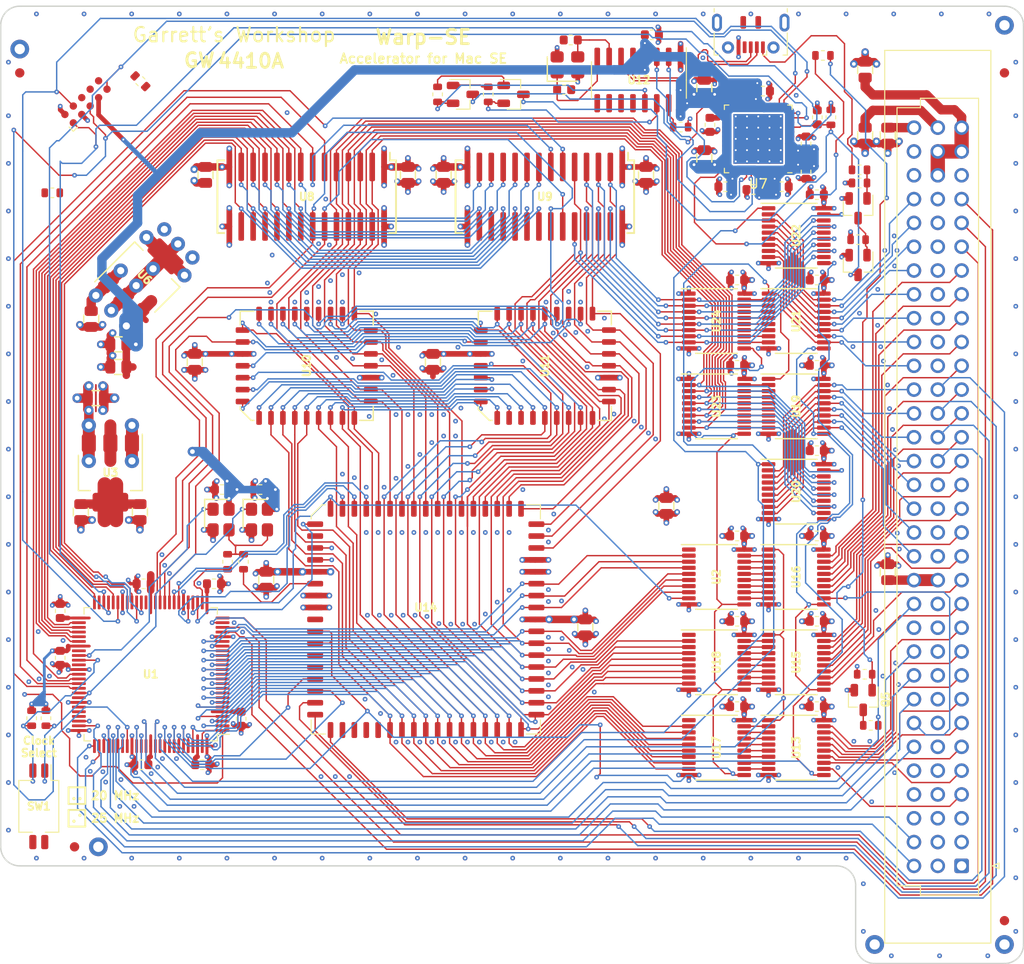
<source format=kicad_pcb>
(kicad_pcb (version 20171130) (host pcbnew "(5.1.10-1-10_14)")
  (layers (0 F.Cu signal) (1 In1.Cu power) (2 In2.Cu power) (31 B.Cu signal) (34 B.Paste user) (35 F.Paste user) (36 B.SilkS user) (37 F.SilkS user) (38 B.Mask user) (39 F.Mask user) (44 Edge.Cuts user))
  (net 0 "")
  (net 1 GND)
  (net 2 +5V)
  (net 3 +3V3)
  (net 4 -5V)
  (net 5 +12V)
  (net 6 -12V)
  (net 7 /Prog/VDDSD)
  (net 8 "Net-(C46-Pad1)")
  (net 9 /Prog/EN)
  (net 10 "Net-(J1-PadC31)")
  (net 11 /PDS/D15)
  (net 12 /PDS/D14)
  (net 13 /PDS/D13)
  (net 14 /PDS/D12)
  (net 15 /PDS/D11)
  (net 16 /PDS/D10)
  (net 17 /PDS/D9)
  (net 18 /PDS/D8)
  (net 19 /PDS/D7)
  (net 20 /PDS/D6)
  (net 21 /PDS/D5)
  (net 22 /PDS/D4)
  (net 23 /PDS/D3)
  (net 24 /PDS/D2)
  (net 25 /PDS/D1)
  (net 26 /PDS/D0)
  (net 27 /Control/~RESET~)
  (net 28 "Net-(J1-PadC11)")
  (net 29 /Control/Mac~AS~)
  (net 30 /Control/Mac~UDS~)
  (net 31 /Control/Mac~LDS~)
  (net 32 /Buf/Mac~R~W)
  (net 33 /Control/Mac~DTACK~)
  (net 34 "Net-(J1-PadC5)")
  (net 35 /Control/Mac~VMA~)
  (net 36 /Control/Mac~VPA~)
  (net 37 "Net-(J1-PadB28)")
  (net 38 "Net-(J1-PadB27)")
  (net 39 "Net-(J1-PadB26)")
  (net 40 "Net-(J1-PadB25)")
  (net 41 "Net-(J1-PadB24)")
  (net 42 "Net-(J1-PadB23)")
  (net 43 "Net-(J1-PadB22)")
  (net 44 /Control/Mac~BERR~)
  (net 45 /MC68k/~IPL~2)
  (net 46 /MC68k/~IPL~1)
  (net 47 /MC68k/~IPL~0)
  (net 48 "Net-(J1-PadB12)")
  (net 49 "Net-(J1-PadB11)")
  (net 50 "Net-(J1-PadB10)")
  (net 51 /Control/C16M)
  (net 52 /Control/C8M)
  (net 53 /PDS/E)
  (net 54 /PDS/A23)
  (net 55 /PDS/A22)
  (net 56 /PDS/A21)
  (net 57 /PDS/A20)
  (net 58 /PDS/A19)
  (net 59 /PDS/A18)
  (net 60 /PDS/A17)
  (net 61 /PDS/A16)
  (net 62 /PDS/A15)
  (net 63 /PDS/A14)
  (net 64 /PDS/A13)
  (net 65 /PDS/A12)
  (net 66 /PDS/A11)
  (net 67 /PDS/A10)
  (net 68 /PDS/A9)
  (net 69 /PDS/A8)
  (net 70 /PDS/A7)
  (net 71 /PDS/A6)
  (net 72 /PDS/A5)
  (net 73 /PDS/A4)
  (net 74 /PDS/A3)
  (net 75 /PDS/A2)
  (net 76 /PDS/A1)
  (net 77 "Net-(J1-PadA3)")
  (net 78 "Net-(J1-PadA2)")
  (net 79 "Net-(J1-PadA1)")
  (net 80 /Control/TMS)
  (net 81 /Control/TCK)
  (net 82 /Control/TDO)
  (net 83 /Control/TDI)
  (net 84 "Net-(J3-Pad3)")
  (net 85 "Net-(J3-Pad4)")
  (net 86 /Prog/USB5V)
  (net 87 "Net-(J3-Pad2)")
  (net 88 "Net-(Q1-Pad3)")
  (net 89 "Net-(Q1-Pad1)")
  (net 90 "Net-(Q3-Pad1)")
  (net 91 /Prog/RTS)
  (net 92 /Prog/IO0)
  (net 93 /Prog/DTR)
  (net 94 "Net-(Q4-Pad1)")
  (net 95 "Net-(R1-Pad1)")
  (net 96 /MC68k/CLK)
  (net 97 /Control/FCLK)
  (net 98 /Control/SW1)
  (net 99 /Clk.sch/CK20EN)
  (net 100 /Control/~RESET~r)
  (net 101 /Control/A4)
  (net 102 /Control/A3)
  (net 103 /Control/A2)
  (net 104 /Control/A1)
  (net 105 /Control/Acc~VPA~)
  (net 106 /Control/Acc~BERR~)
  (net 107 /Buf/Din~OE~)
  (net 108 /Buf/Dout~OE~)
  (net 109 /Buf/Aout~OE~)
  (net 110 /Buf/DinLE)
  (net 111 /Buf/ADoutLE0)
  (net 112 /Buf/ADoutLE1)
  (net 113 "Net-(U1-Pad73)")
  (net 114 "Net-(U1-Pad72)")
  (net 115 "Net-(U1-Pad71)")
  (net 116 "Net-(U1-Pad70)")
  (net 117 "Net-(U1-Pad68)")
  (net 118 /Control/U~WE~)
  (net 119 /Control/L~WE~)
  (net 120 /Control/~RAS~)
  (net 121 /Control/RA11)
  (net 122 "Net-(U1-Pad61)")
  (net 123 /Clk.sch/CK25EN)
  (net 124 "Net-(U1-Pad58)")
  (net 125 /Control/RA9)
  (net 126 /Control/RA10)
  (net 127 /Control/RA8)
  (net 128 /Control/RA0)
  (net 129 /Control/RA7)
  (net 130 /Control/RA1)
  (net 131 "Net-(U1-Pad49)")
  (net 132 /Control/RA6)
  (net 133 /Control/RA2)
  (net 134 /Control/RA5)
  (net 135 /Control/RA3)
  (net 136 /Control/RA4)
  (net 137 "Net-(U1-Pad39)")
  (net 138 /Control/~OE~)
  (net 139 /Control/~CAS~)
  (net 140 /Control/ROM~CS~)
  (net 141 /Control/ROM~WE~)
  (net 142 /Control/Acc~UDS~)
  (net 143 /Control/Acc~AS~)
  (net 144 /Control/Acc~LDS~)
  (net 145 /Control/AccR~W~)
  (net 146 /Control/Acc~DTACK)
  (net 147 /Control/A23)
  (net 148 /Control/A22)
  (net 149 /Control/A21)
  (net 150 /Control/A20)
  (net 151 /Control/A19)
  (net 152 /Control/A18)
  (net 153 /Control/A17)
  (net 154 /Control/A16)
  (net 155 /Control/A15)
  (net 156 /Control/A14)
  (net 157 /Control/A13)
  (net 158 /Control/A12)
  (net 159 /Control/A11)
  (net 160 /Control/A10)
  (net 161 /Control/A9)
  (net 162 /Control/A8)
  (net 163 /Control/A7)
  (net 164 /Control/A6)
  (net 165 /Control/A5)
  (net 166 "Net-(U16-Pad2)")
  (net 167 "Net-(U16-Pad3)")
  (net 168 "Net-(U16-Pad4)")
  (net 169 "Net-(U16-Pad5)")
  (net 170 "Net-(U16-Pad6)")
  (net 171 "Net-(U16-Pad7)")
  (net 172 "Net-(U16-Pad8)")
  (net 173 "Net-(U16-Pad9)")
  (net 174 "Net-(U7-Pad2)")
  (net 175 "Net-(U7-Pad5)")
  (net 176 "Net-(U7-Pad6)")
  (net 177 "Net-(U7-Pad7)")
  (net 178 "Net-(U7-Pad8)")
  (net 179 /Prog/ETMS)
  (net 180 /Prog/ETDI)
  (net 181 "Net-(U7-Pad17)")
  (net 182 "Net-(U7-Pad18)")
  (net 183 /Prog/ETCK)
  (net 184 /Prog/ETDO)
  (net 185 "Net-(U7-Pad22)")
  (net 186 "Net-(U7-Pad24)")
  (net 187 "Net-(U7-Pad25)")
  (net 188 "Net-(U7-Pad27)")
  (net 189 "Net-(U7-Pad28)")
  (net 190 "Net-(U7-Pad29)")
  (net 191 "Net-(U7-Pad30)")
  (net 192 "Net-(U7-Pad31)")
  (net 193 "Net-(U7-Pad32)")
  (net 194 "Net-(U7-Pad33)")
  (net 195 "Net-(U7-Pad34)")
  (net 196 "Net-(U7-Pad35)")
  (net 197 "Net-(U7-Pad38)")
  (net 198 "Net-(U7-Pad39)")
  (net 199 "Net-(U12-Pad2)")
  (net 200 "Net-(U12-Pad3)")
  (net 201 "Net-(U7-Pad42)")
  (net 202 "Net-(U7-Pad44)")
  (net 203 "Net-(U7-Pad45)")
  (net 204 "Net-(U7-Pad47)")
  (net 205 "Net-(U7-Pad48)")
  (net 206 /Buf/AccD6)
  (net 207 /Buf/AccD7)
  (net 208 /Buf/AccD5)
  (net 209 /Buf/AccD3)
  (net 210 /Buf/AccD1)
  (net 211 /Buf/AccD0)
  (net 212 /Buf/AccD2)
  (net 213 /Buf/AccD4)
  (net 214 /Buf/AccD14)
  (net 215 /Buf/AccD15)
  (net 216 /Buf/AccD13)
  (net 217 /Buf/AccD11)
  (net 218 /Buf/AccD9)
  (net 219 /Buf/AccD8)
  (net 220 /Buf/AccD10)
  (net 221 /Buf/AccD12)
  (net 222 "Net-(U12-Pad12)")
  (net 223 "Net-(U12-Pad11)")
  (net 224 "Net-(U12-Pad10)")
  (net 225 "Net-(U12-Pad9)")
  (net 226 "Net-(U13-Pad2)")
  (net 227 "Net-(U13-Pad3)")
  (net 228 "Net-(U13-Pad4)")
  (net 229 "Net-(U13-Pad5)")
  (net 230 "Net-(U13-Pad6)")
  (net 231 "Net-(U13-Pad7)")
  (net 232 "Net-(U13-Pad8)")
  (net 233 "Net-(U13-Pad9)")
  (net 234 "Net-(U14-Pad11)")
  (net 235 "Net-(U14-Pad18)")
  (net 236 "Net-(U14-Pad21)")
  (net 237 "Net-(U14-Pad22)")
  (net 238 "Net-(U14-Pad28)")
  (net 239 "Net-(U14-Pad29)")
  (net 240 "Net-(U14-Pad30)")
  (net 241 "Net-(U14-Pad31)")
  (net 242 "Net-(U15-Pad2)")
  (net 243 "Net-(U15-Pad3)")
  (net 244 "Net-(U15-Pad4)")
  (net 245 "Net-(U15-Pad5)")
  (net 246 "Net-(U15-Pad6)")
  (net 247 "Net-(U15-Pad7)")
  (net 248 "Net-(U15-Pad8)")
  (net 249 "Net-(U15-Pad9)")
  (net 250 "Net-(U19-Pad2)")
  (net 251 "Net-(U19-Pad3)")
  (net 252 "Net-(U19-Pad4)")
  (net 253 "Net-(U19-Pad5)")
  (net 254 "Net-(U19-Pad6)")
  (net 255 "Net-(U19-Pad7)")
  (net 256 "Net-(U19-Pad8)")
  (net 257 "Net-(U19-Pad9)")
  (net 258 "Net-(U21-Pad2)")
  (net 259 "Net-(U21-Pad3)")
  (net 260 "Net-(U21-Pad4)")
  (net 261 "Net-(U21-Pad5)")
  (net 262 "Net-(U21-Pad6)")
  (net 263 "Net-(U21-Pad7)")
  (net 264 "Net-(U21-Pad8)")
  (net 265 "Net-(U21-Pad9)")
  (net 266 "Net-(R5-Pad1)")
  (net 267 "Net-(C47-Pad1)")
  (net 268 "Net-(Q5-Pad3)")
  (net 269 "Net-(Q5-Pad1)")
  (net 270 /Prog/RESET)
  (net 271 "Net-(J2-Pad6)")
  (net 272 "Net-(J2-Pad7)")
  (net 273 "Net-(J2-Pad8)")
  (net 274 "Net-(U1-Pad99)")
  (net 275 "Net-(U1-Pad1)")
  (net 276 "Net-(U7-Pad10)")
  (module stdpads:SOT-23 (layer F.Cu) (at 194.7 65.45 90)
    (fp_text reference Q2)
    (fp_text value MMBT3904)
    (pad 3 smd roundrect (at -1.05 0 270) (size 1.35 0.8) (layers F.Cu F.Paste F.Mask) (net 9 /Prog/EN))
    (pad 2 smd roundrect (at 1.05 -0.95 270) (size 1.35 0.8) (layers F.Cu F.Paste F.Mask) (net 1 GND))
    (pad 1 smd roundrect (at 1.05 0.95 270) (size 1.35 0.8) (layers F.Cu F.Paste F.Mask) (net 88 "Net-(Q1-Pad3)"))
  )
  (module stdpads:SOIC-16_3.9mm (layer F.Cu) (at 171.323 45.72 180)
    (fp_text reference U12)
    (fp_text value CH340G)
    (fp_text user %R (at 0 0 180) (layer F.SilkS) (effects (font (size 0.8128 0.8128) (thickness 0.2032))))
    (pad 16 smd roundrect (at -4.445 -2.475 270) (size 1.95 0.6) (layers F.Cu F.Paste F.Mask) (net 3 +3V3))
    (pad 15 smd roundrect (at -3.175 -2.475 270) (size 1.95 0.6) (layers F.Cu F.Paste F.Mask) (net 266 "Net-(R5-Pad1)"))
    (pad 14 smd roundrect (at -1.905 -2.475 270) (size 1.95 0.6) (layers F.Cu F.Paste F.Mask) (net 91 /Prog/RTS))
    (pad 13 smd roundrect (at -0.635 -2.475 270) (size 1.95 0.6) (layers F.Cu F.Paste F.Mask) (net 93 /Prog/DTR))
    (pad 12 smd roundrect (at 0.635 -2.475 270) (size 1.95 0.6) (layers F.Cu F.Paste F.Mask) (net 222 "Net-(U12-Pad12)"))
    (pad 11 smd roundrect (at 1.905 -2.475 270) (size 1.95 0.6) (layers F.Cu F.Paste F.Mask) (net 223 "Net-(U12-Pad11)"))
    (pad 10 smd roundrect (at 3.175 -2.475 270) (size 1.95 0.6) (layers F.Cu F.Paste F.Mask) (net 224 "Net-(U12-Pad10)"))
    (pad 9 smd roundrect (at 4.445 -2.475 270) (size 1.95 0.6) (layers F.Cu F.Paste F.Mask) (net 225 "Net-(U12-Pad9)"))
    (pad 8 smd roundrect (at 4.445 2.475 270) (size 1.95 0.6) (layers F.Cu F.Paste F.Mask) (net 8 "Net-(C46-Pad1)"))
    (pad 7 smd roundrect (at 3.175 2.475 270) (size 1.95 0.6) (layers F.Cu F.Paste F.Mask) (net 267 "Net-(C47-Pad1)"))
    (pad 6 smd roundrect (at 1.905 2.475 270) (size 1.95 0.6) (layers F.Cu F.Paste F.Mask) (net 87 "Net-(J3-Pad2)"))
    (pad 5 smd roundrect (at 0.635 2.475 270) (size 1.95 0.6) (layers F.Cu F.Paste F.Mask) (net 84 "Net-(J3-Pad3)"))
    (pad 4 smd roundrect (at -0.635 2.475 270) (size 1.95 0.6) (layers F.Cu F.Paste F.Mask) (net 3 +3V3))
    (pad 3 smd roundrect (at -1.905 2.475 270) (size 1.95 0.6) (layers F.Cu F.Paste F.Mask) (net 200 "Net-(U12-Pad3)"))
    (pad 2 smd roundrect (at -3.175 2.475 270) (size 1.95 0.6) (layers F.Cu F.Paste F.Mask) (net 199 "Net-(U12-Pad2)"))
    (pad 1 smd roundrect (at -4.445 2.475 270) (size 1.95 0.6) (layers F.Cu F.Paste F.Mask) (net 1 GND))
  )
  (module stdpads:C_0603 (layer F.Cu) (at 180.55 57.1 180)
    (fp_text reference C49)
    (fp_text value 2u2)
    (pad 1 smd roundrect (at -0.75 0 180) (size 0.85 0.95) (layers F.Cu F.Paste F.Mask) (net 3 +3V3))
    (pad 2 smd roundrect (at 0.75 0 180) (size 0.85 0.95) (layers F.Cu F.Paste F.Mask) (net 1 GND))
  )
  (module stdpads:C_0603 (layer F.Cu) (at 183.55 57.4 180)
    (fp_text reference C53)
    (fp_text value 2u2)
    (pad 2 smd roundrect (at 0.75 0 180) (size 0.85 0.95) (layers F.Cu F.Paste F.Mask) (net 1 GND))
    (pad 1 smd roundrect (at -0.75 0 180) (size 0.85 0.95) (layers F.Cu F.Paste F.Mask) (net 3 +3V3))
  )
  (module stdpads:C_0603 (layer F.Cu) (at 186.55 57.1)
    (fp_text reference C52)
    (fp_text value 2u2)
    (pad 1 smd roundrect (at -0.75 0) (size 0.85 0.95) (layers F.Cu F.Paste F.Mask) (net 3 +3V3))
    (pad 2 smd roundrect (at 0.75 0) (size 0.85 0.95) (layers F.Cu F.Paste F.Mask) (net 1 GND))
  )
  (module stdpads:C_0603 (layer F.Cu) (at 189.15 52.5 90)
    (fp_text reference C11)
    (fp_text value 2u2)
    (pad 2 smd roundrect (at 0.75 0 90) (size 0.85 0.95) (layers F.Cu F.Paste F.Mask) (net 1 GND))
    (pad 1 smd roundrect (at -0.75 0 90) (size 0.85 0.95) (layers F.Cu F.Paste F.Mask) (net 3 +3V3))
  )
  (module stdpads:R_0603 (layer F.Cu) (at 175.768 50.7365)
    (fp_text reference R5)
    (fp_text value 1k)
    (pad 2 smd roundrect (at 0.8 0) (size 0.7 0.95) (layers F.Cu F.Paste F.Mask) (net 1 GND))
    (pad 1 smd roundrect (at -0.8 0) (size 0.7 0.95) (layers F.Cu F.Paste F.Mask) (net 266 "Net-(R5-Pad1)"))
  )
  (module stdpads:C_0805 (layer F.Cu) (at 178.3 46.55 90)
    (fp_text reference C48)
    (fp_text value 10u)
    (pad 2 smd roundrect (at 0.85 0 90) (size 1.05 1.4) (layers F.Cu F.Paste F.Mask) (net 1 GND))
    (pad 1 smd roundrect (at -0.85 0 90) (size 1.05 1.4) (layers F.Cu F.Paste F.Mask) (net 3 +3V3))
  )
  (module stdpads:C_0603 (layer F.Cu) (at 184.55 46.9)
    (fp_text reference C50)
    (fp_text value 2u2)
    (pad 2 smd roundrect (at 0.75 0) (size 0.85 0.95) (layers F.Cu F.Paste F.Mask) (net 1 GND))
    (pad 1 smd roundrect (at -0.75 0) (size 0.85 0.95) (layers F.Cu F.Paste F.Mask) (net 3 +3V3))
  )
  (module stdpads:C_0603 (layer F.Cu) (at 189.15 55.5 270)
    (fp_text reference C23)
    (fp_text value 2u2)
    (pad 2 smd roundrect (at 0.75 0 270) (size 0.85 0.95) (layers F.Cu F.Paste F.Mask) (net 1 GND))
    (pad 1 smd roundrect (at -0.75 0 270) (size 0.85 0.95) (layers F.Cu F.Paste F.Mask) (net 3 +3V3))
  )
  (module stdpads:C_0805 (layer F.Cu) (at 150.495 55.841 270)
    (fp_text reference C14)
    (fp_text value 2u2)
    (pad 2 smd roundrect (at 0.85 0 270) (size 1.05 1.4) (layers F.Cu F.Paste F.Mask) (net 1 GND))
    (pad 1 smd roundrect (at -0.85 0 270) (size 1.05 1.4) (layers F.Cu F.Paste F.Mask) (net 2 +5V))
  )
  (module stdpads:C_0805 (layer F.Cu) (at 146.685 55.841 270)
    (fp_text reference C13)
    (fp_text value 2u2)
    (pad 2 smd roundrect (at 0.85 0 270) (size 1.05 1.4) (layers F.Cu F.Paste F.Mask) (net 1 GND))
    (pad 1 smd roundrect (at -0.85 0 270) (size 1.05 1.4) (layers F.Cu F.Paste F.Mask) (net 2 +5V))
  )
  (module stdpads:C_0805 (layer F.Cu) (at 125.095 55.841 270)
    (fp_text reference C12)
    (fp_text value 2u2)
    (pad 1 smd roundrect (at -0.85 0 270) (size 1.05 1.4) (layers F.Cu F.Paste F.Mask) (net 2 +5V))
    (pad 2 smd roundrect (at 0.85 0 270) (size 1.05 1.4) (layers F.Cu F.Paste F.Mask) (net 1 GND))
  )
  (module stdpads:C_0805 (layer F.Cu) (at 172.085 55.841 270)
    (fp_text reference C15)
    (fp_text value 2u2)
    (pad 1 smd roundrect (at -0.85 0 270) (size 1.05 1.4) (layers F.Cu F.Paste F.Mask) (net 2 +5V))
    (pad 2 smd roundrect (at 0.85 0 270) (size 1.05 1.4) (layers F.Cu F.Paste F.Mask) (net 1 GND))
  )
  (module stdpads:C_0805 (layer F.Cu) (at 149.352 75.78 270)
    (fp_text reference C17)
    (fp_text value 2u2)
    (pad 2 smd roundrect (at 0.85 0 270) (size 1.05 1.4) (layers F.Cu F.Paste F.Mask) (net 1 GND))
    (pad 1 smd roundrect (at -0.85 0 270) (size 1.05 1.4) (layers F.Cu F.Paste F.Mask) (net 2 +5V))
  )
  (module stdpads:C_0805 (layer F.Cu) (at 123.952 75.78 270)
    (fp_text reference C16)
    (fp_text value 2u2)
    (pad 1 smd roundrect (at -0.85 0 270) (size 1.05 1.4) (layers F.Cu F.Paste F.Mask) (net 2 +5V))
    (pad 2 smd roundrect (at 0.85 0 270) (size 1.05 1.4) (layers F.Cu F.Paste F.Mask) (net 1 GND))
  )
  (module stdpads:C_0805 (layer F.Cu) (at 118.1 91.8 270)
    (fp_text reference C8)
    (fp_text value 10u)
    (pad 2 smd roundrect (at 0.85 0 270) (size 1.05 1.4) (layers F.Cu F.Paste F.Mask) (net 1 GND))
    (pad 1 smd roundrect (at -0.85 0 270) (size 1.05 1.4) (layers F.Cu F.Paste F.Mask) (net 3 +3V3))
  )
  (module stdpads:C_0805 (layer F.Cu) (at 111.8 91.8 270)
    (fp_text reference C7)
    (fp_text value 10u)
    (pad 2 smd roundrect (at 0.85 0 270) (size 1.05 1.4) (layers F.Cu F.Paste F.Mask) (net 1 GND))
    (pad 1 smd roundrect (at -0.85 0 270) (size 1.05 1.4) (layers F.Cu F.Paste F.Mask) (net 3 +3V3))
  )
  (module stdpads:SOT-223 (layer F.Cu) (at 114.95 87.6 90)
    (fp_text reference U3 (at 0 0 180) (layer F.SilkS) (effects (font (size 0.8128 0.8128) (thickness 0.2032))))
    (fp_text value AZ1117CH-3.3)
    (pad 2 smd roundrect (at -3.15 0 270) (size 2 3.8) (layers F.Cu F.Paste F.Mask) (roundrect_rratio 0.15) (net 3 +3V3))
    (pad 2 smd roundrect (at 3.15 0 270) (size 2 1.5) (layers F.Cu F.Paste F.Mask) (roundrect_rratio 0.2) (net 3 +3V3))
    (pad 3 smd roundrect (at 3.15 -2.3 270) (size 2 1.5) (layers F.Cu F.Paste F.Mask) (roundrect_rratio 0.2) (net 2 +5V))
    (pad 1 smd roundrect (at 3.15 2.3 270) (size 2 1.5) (layers F.Cu F.Paste F.Mask) (roundrect_rratio 0.2) (net 1 GND))
  )
  (module stdpads:PLCC-68 (layer F.Cu) (at 148.59 103.251)
    (fp_text reference U14 (at 0 -1.27) (layer F.SilkS) (effects (font (size 0.8128 0.8128) (thickness 0.2032))))
    (fp_text value MC68HC000FN20)
    (pad 1 smd roundrect (at 0 -11.8) (size 0.6 1.7) (layers F.Cu F.Paste F.Mask) (net 213 /Buf/AccD4))
    (pad 2 smd roundrect (at -1.27 -11.8) (size 0.6 1.7) (layers F.Cu F.Paste F.Mask) (net 209 /Buf/AccD3))
    (pad 3 smd roundrect (at -2.54 -11.8) (size 0.6 1.7) (layers F.Cu F.Paste F.Mask) (net 212 /Buf/AccD2))
    (pad 4 smd roundrect (at -3.81 -11.8) (size 0.6 1.7) (layers F.Cu F.Paste F.Mask) (net 210 /Buf/AccD1))
    (pad 5 smd roundrect (at -5.08 -11.8) (size 0.6 1.7) (layers F.Cu F.Paste F.Mask) (net 211 /Buf/AccD0))
    (pad 6 smd roundrect (at -6.35 -11.8) (size 0.6 1.7) (layers F.Cu F.Paste F.Mask) (net 143 /Control/Acc~AS~))
    (pad 7 smd roundrect (at -7.62 -11.8) (size 0.6 1.7) (layers F.Cu F.Paste F.Mask) (net 142 /Control/Acc~UDS~))
    (pad 8 smd roundrect (at -8.89 -11.8) (size 0.6 1.7) (layers F.Cu F.Paste F.Mask) (net 144 /Control/Acc~LDS~))
    (pad 9 smd roundrect (at -10.16 -11.8) (size 0.6 1.7) (layers F.Cu F.Paste F.Mask) (net 145 /Control/AccR~W~))
    (pad 10 smd roundrect (at -11.8 -10.16) (size 1.7 0.6) (layers F.Cu F.Paste F.Mask) (net 146 /Control/Acc~DTACK))
    (pad 11 smd roundrect (at -11.8 -8.89) (size 1.7 0.6) (layers F.Cu F.Paste F.Mask) (net 234 "Net-(U14-Pad11)"))
    (pad 12 smd roundrect (at -11.8 -7.62) (size 1.7 0.6) (layers F.Cu F.Paste F.Mask) (net 2 +5V))
    (pad 13 smd roundrect (at -11.8 -6.35) (size 1.7 0.6) (layers F.Cu F.Paste F.Mask) (net 2 +5V))
    (pad 14 smd roundrect (at -11.8 -5.08) (size 1.7 0.6) (layers F.Cu F.Paste F.Mask) (net 2 +5V))
    (pad 15 smd roundrect (at -11.8 -3.81) (size 1.7 0.6) (layers F.Cu F.Paste F.Mask) (net 96 /MC68k/CLK))
    (pad 16 smd roundrect (at -11.8 -2.54) (size 1.7 0.6) (layers F.Cu F.Paste F.Mask) (net 1 GND))
    (pad 17 smd roundrect (at -11.8 -1.27) (size 1.7 0.6) (layers F.Cu F.Paste F.Mask) (net 1 GND))
    (pad 18 smd roundrect (at -11.8 0) (size 1.7 0.6) (layers F.Cu F.Paste F.Mask) (net 235 "Net-(U14-Pad18)"))
    (pad 19 smd roundrect (at -11.8 1.27) (size 1.7 0.6) (layers F.Cu F.Paste F.Mask) (net 27 /Control/~RESET~))
    (pad 20 smd roundrect (at -11.8 2.54) (size 1.7 0.6) (layers F.Cu F.Paste F.Mask) (net 27 /Control/~RESET~))
    (pad 21 smd roundrect (at -11.8 3.81) (size 1.7 0.6) (layers F.Cu F.Paste F.Mask) (net 236 "Net-(U14-Pad21)"))
    (pad 22 smd roundrect (at -11.8 5.08) (size 1.7 0.6) (layers F.Cu F.Paste F.Mask) (net 237 "Net-(U14-Pad22)"))
    (pad 23 smd roundrect (at -11.8 6.35) (size 1.7 0.6) (layers F.Cu F.Paste F.Mask) (net 105 /Control/Acc~VPA~))
    (pad 24 smd roundrect (at -11.8 7.62) (size 1.7 0.6) (layers F.Cu F.Paste F.Mask) (net 106 /Control/Acc~BERR~))
    (pad 25 smd roundrect (at -11.8 8.89) (size 1.7 0.6) (layers F.Cu F.Paste F.Mask) (net 45 /MC68k/~IPL~2))
    (pad 26 smd roundrect (at -11.8 10.16) (size 1.7 0.6) (layers F.Cu F.Paste F.Mask) (net 46 /MC68k/~IPL~1))
    (pad 27 smd roundrect (at -10.16 11.8) (size 0.6 1.7) (layers F.Cu F.Paste F.Mask) (net 47 /MC68k/~IPL~0))
    (pad 28 smd roundrect (at -8.89 11.8) (size 0.6 1.7) (layers F.Cu F.Paste F.Mask) (net 238 "Net-(U14-Pad28)"))
    (pad 29 smd roundrect (at -7.62 11.8) (size 0.6 1.7) (layers F.Cu F.Paste F.Mask) (net 239 "Net-(U14-Pad29)"))
    (pad 30 smd roundrect (at -6.35 11.8) (size 0.6 1.7) (layers F.Cu F.Paste F.Mask) (net 240 "Net-(U14-Pad30)"))
    (pad 31 smd roundrect (at -5.08 11.8) (size 0.6 1.7) (layers F.Cu F.Paste F.Mask) (net 241 "Net-(U14-Pad31)"))
    (pad 32 smd roundrect (at -3.81 11.8) (size 0.6 1.7) (layers F.Cu F.Paste F.Mask) (net 104 /Control/A1))
    (pad 33 smd roundrect (at -2.54 11.8) (size 0.6 1.7) (layers F.Cu F.Paste F.Mask) (net 103 /Control/A2))
    (pad 34 smd roundrect (at -1.27 11.8) (size 0.6 1.7) (layers F.Cu F.Paste F.Mask) (net 102 /Control/A3))
    (pad 35 smd roundrect (at 0 11.8) (size 0.6 1.7) (layers F.Cu F.Paste F.Mask) (net 101 /Control/A4))
    (pad 36 smd roundrect (at 1.27 11.8) (size 0.6 1.7) (layers F.Cu F.Paste F.Mask) (net 165 /Control/A5))
    (pad 37 smd roundrect (at 2.54 11.8) (size 0.6 1.7) (layers F.Cu F.Paste F.Mask) (net 164 /Control/A6))
    (pad 38 smd roundrect (at 3.81 11.8) (size 0.6 1.7) (layers F.Cu F.Paste F.Mask) (net 163 /Control/A7))
    (pad 39 smd roundrect (at 5.08 11.8) (size 0.6 1.7) (layers F.Cu F.Paste F.Mask) (net 162 /Control/A8))
    (pad 40 smd roundrect (at 6.35 11.8) (size 0.6 1.7) (layers F.Cu F.Paste F.Mask) (net 161 /Control/A9))
    (pad 41 smd roundrect (at 7.62 11.8) (size 0.6 1.7) (layers F.Cu F.Paste F.Mask) (net 160 /Control/A10))
    (pad 42 smd roundrect (at 8.89 11.8) (size 0.6 1.7) (layers F.Cu F.Paste F.Mask) (net 159 /Control/A11))
    (pad 43 smd roundrect (at 10.16 11.8) (size 0.6 1.7) (layers F.Cu F.Paste F.Mask) (net 158 /Control/A12))
    (pad 44 smd roundrect (at 11.8 10.16) (size 1.7 0.6) (layers F.Cu F.Paste F.Mask) (net 157 /Control/A13))
    (pad 45 smd roundrect (at 11.8 8.89) (size 1.7 0.6) (layers F.Cu F.Paste F.Mask) (net 156 /Control/A14))
    (pad 46 smd roundrect (at 11.8 7.62) (size 1.7 0.6) (layers F.Cu F.Paste F.Mask) (net 155 /Control/A15))
    (pad 47 smd roundrect (at 11.8 6.35) (size 1.7 0.6) (layers F.Cu F.Paste F.Mask) (net 154 /Control/A16))
    (pad 48 smd roundrect (at 11.8 5.08) (size 1.7 0.6) (layers F.Cu F.Paste F.Mask) (net 153 /Control/A17))
    (pad 49 smd roundrect (at 11.8 3.81) (size 1.7 0.6) (layers F.Cu F.Paste F.Mask) (net 152 /Control/A18))
    (pad 50 smd roundrect (at 11.8 2.54) (size 1.7 0.6) (layers F.Cu F.Paste F.Mask) (net 151 /Control/A19))
    (pad 51 smd roundrect (at 11.8 1.27) (size 1.7 0.6) (layers F.Cu F.Paste F.Mask) (net 150 /Control/A20))
    (pad 52 smd roundrect (at 11.8 0) (size 1.7 0.6) (layers F.Cu F.Paste F.Mask) (net 2 +5V))
    (pad 53 smd roundrect (at 11.8 -1.27) (size 1.7 0.6) (layers F.Cu F.Paste F.Mask) (net 149 /Control/A21))
    (pad 54 smd roundrect (at 11.8 -2.54) (size 1.7 0.6) (layers F.Cu F.Paste F.Mask) (net 148 /Control/A22))
    (pad 55 smd roundrect (at 11.8 -3.81) (size 1.7 0.6) (layers F.Cu F.Paste F.Mask) (net 147 /Control/A23))
    (pad 56 smd roundrect (at 11.8 -5.08) (size 1.7 0.6) (layers F.Cu F.Paste F.Mask) (net 1 GND))
    (pad 57 smd roundrect (at 11.8 -6.35) (size 1.7 0.6) (layers F.Cu F.Paste F.Mask) (net 1 GND))
    (pad 58 smd roundrect (at 11.8 -7.62) (size 1.7 0.6) (layers F.Cu F.Paste F.Mask) (net 215 /Buf/AccD15))
    (pad 59 smd roundrect (at 11.8 -8.89) (size 1.7 0.6) (layers F.Cu F.Paste F.Mask) (net 214 /Buf/AccD14))
    (pad 60 smd roundrect (at 11.8 -10.16) (size 1.7 0.6) (layers F.Cu F.Paste F.Mask) (net 216 /Buf/AccD13))
    (pad 61 smd roundrect (at 10.16 -11.8) (size 0.6 1.7) (layers F.Cu F.Paste F.Mask) (net 221 /Buf/AccD12))
    (pad 62 smd roundrect (at 8.89 -11.8) (size 0.6 1.7) (layers F.Cu F.Paste F.Mask) (net 217 /Buf/AccD11))
    (pad 63 smd roundrect (at 7.62 -11.8) (size 0.6 1.7) (layers F.Cu F.Paste F.Mask) (net 220 /Buf/AccD10))
    (pad 64 smd roundrect (at 6.35 -11.8) (size 0.6 1.7) (layers F.Cu F.Paste F.Mask) (net 218 /Buf/AccD9))
    (pad 65 smd roundrect (at 5.08 -11.8) (size 0.6 1.7) (layers F.Cu F.Paste F.Mask) (net 219 /Buf/AccD8))
    (pad 66 smd roundrect (at 3.81 -11.8) (size 0.6 1.7) (layers F.Cu F.Paste F.Mask) (net 207 /Buf/AccD7))
    (pad 67 smd roundrect (at 2.54 -11.8) (size 0.6 1.7) (layers F.Cu F.Paste F.Mask) (net 206 /Buf/AccD6))
    (pad 68 smd roundrect (at 1.27 -11.8) (size 0.6 1.7) (layers F.Cu F.Paste F.Mask) (net 208 /Buf/AccD5))
  )
  (module stdpads:PLCC-32 (layer F.Cu) (at 161.29 76.2 90)
    (fp_text reference U11)
    (fp_text value 39SF040)
    (fp_text user %R (at 0 0 90) (layer F.SilkS) (effects (font (size 0.8128 0.8128) (thickness 0.2032))))
    (pad 1 smd roundrect (at 0 -6.8375 90) (size 0.6 1.475) (layers F.Cu F.Paste F.Mask) (net 161 /Control/A9))
    (pad 2 smd roundrect (at -1.27 -6.8375 90) (size 0.6 1.475) (layers F.Cu F.Paste F.Mask) (net 104 /Control/A1))
    (pad 3 smd roundrect (at -2.54 -6.8375 90) (size 0.6 1.475) (layers F.Cu F.Paste F.Mask) (net 102 /Control/A3))
    (pad 4 smd roundrect (at -3.81 -6.8375 90) (size 0.6 1.475) (layers F.Cu F.Paste F.Mask) (net 163 /Control/A7))
    (pad 5 smd roundrect (at -5.5625 -5.08 90) (size 1.475 0.6) (layers F.Cu F.Paste F.Mask) (net 164 /Control/A6))
    (pad 6 smd roundrect (at -5.5625 -3.81 90) (size 1.475 0.6) (layers F.Cu F.Paste F.Mask) (net 165 /Control/A5))
    (pad 7 smd roundrect (at -5.5625 -2.54 90) (size 1.475 0.6) (layers F.Cu F.Paste F.Mask) (net 101 /Control/A4))
    (pad 8 smd roundrect (at -5.5625 -1.27 90) (size 1.475 0.6) (layers F.Cu F.Paste F.Mask) (net 103 /Control/A2))
    (pad 9 smd roundrect (at -5.5625 0 90) (size 1.475 0.6) (layers F.Cu F.Paste F.Mask) (net 160 /Control/A10))
    (pad 10 smd roundrect (at -5.5625 1.27 90) (size 1.475 0.6) (layers F.Cu F.Paste F.Mask) (net 159 /Control/A11))
    (pad 11 smd roundrect (at -5.5625 2.54 90) (size 1.475 0.6) (layers F.Cu F.Paste F.Mask) (net 156 /Control/A14))
    (pad 12 smd roundrect (at -5.5625 3.81 90) (size 1.475 0.6) (layers F.Cu F.Paste F.Mask) (net 155 /Control/A15))
    (pad 13 smd roundrect (at -5.5625 5.08 90) (size 1.475 0.6) (layers F.Cu F.Paste F.Mask) (net 219 /Buf/AccD8))
    (pad 14 smd roundrect (at -3.81 6.8375 90) (size 0.6 1.475) (layers F.Cu F.Paste F.Mask) (net 218 /Buf/AccD9))
    (pad 15 smd roundrect (at -2.54 6.8375 90) (size 0.6 1.475) (layers F.Cu F.Paste F.Mask) (net 220 /Buf/AccD10))
    (pad 16 smd roundrect (at -1.27 6.8375 90) (size 0.6 1.475) (layers F.Cu F.Paste F.Mask) (net 1 GND))
    (pad 17 smd roundrect (at 0 6.8375 90) (size 0.6 1.475) (layers F.Cu F.Paste F.Mask) (net 217 /Buf/AccD11))
    (pad 18 smd roundrect (at 1.27 6.8375 90) (size 0.6 1.475) (layers F.Cu F.Paste F.Mask) (net 221 /Buf/AccD12))
    (pad 19 smd roundrect (at 2.54 6.8375 90) (size 0.6 1.475) (layers F.Cu F.Paste F.Mask) (net 216 /Buf/AccD13))
    (pad 20 smd roundrect (at 3.81 6.8375 90) (size 0.6 1.475) (layers F.Cu F.Paste F.Mask) (net 214 /Buf/AccD14))
    (pad 21 smd roundrect (at 5.5625 5.08 90) (size 1.475 0.6) (layers F.Cu F.Paste F.Mask) (net 215 /Buf/AccD15))
    (pad 22 smd roundrect (at 5.5625 3.81 90) (size 1.475 0.6) (layers F.Cu F.Paste F.Mask) (net 140 /Control/ROM~CS~))
    (pad 23 smd roundrect (at 5.5625 2.54 90) (size 1.475 0.6) (layers F.Cu F.Paste F.Mask) (net 162 /Control/A8))
    (pad 24 smd roundrect (at 5.5625 1.27 90) (size 1.475 0.6) (layers F.Cu F.Paste F.Mask) (net 138 /Control/~OE~))
    (pad 25 smd roundrect (at 5.5625 0 90) (size 1.475 0.6) (layers F.Cu F.Paste F.Mask) (net 151 /Control/A19))
    (pad 26 smd roundrect (at 5.5625 -1.27 90) (size 1.475 0.6) (layers F.Cu F.Paste F.Mask) (net 152 /Control/A18))
    (pad 27 smd roundrect (at 5.5625 -2.54 90) (size 1.475 0.6) (layers F.Cu F.Paste F.Mask) (net 153 /Control/A17))
    (pad 28 smd roundrect (at 5.5625 -3.81 90) (size 1.475 0.6) (layers F.Cu F.Paste F.Mask) (net 154 /Control/A16))
    (pad 29 smd roundrect (at 5.5625 -5.08 90) (size 1.475 0.6) (layers F.Cu F.Paste F.Mask) (net 157 /Control/A13))
    (pad 30 smd roundrect (at 3.81 -6.8375 90) (size 0.6 1.475) (layers F.Cu F.Paste F.Mask) (net 158 /Control/A12))
    (pad 31 smd roundrect (at 2.54 -6.8375 90) (size 0.6 1.475) (layers F.Cu F.Paste F.Mask) (net 141 /Control/ROM~WE~))
    (pad 32 smd roundrect (at 1.27 -6.8375 90) (size 0.6 1.475) (layers F.Cu F.Paste F.Mask) (net 2 +5V))
  )
  (module stdpads:PLCC-32 (layer F.Cu) (at 135.89 76.2 90)
    (fp_text reference U10)
    (fp_text value 39SF040)
    (fp_text user %R (at 0 0 90) (layer F.SilkS) (effects (font (size 0.8128 0.8128) (thickness 0.2032))))
    (pad 1 smd roundrect (at 0 -6.8375 90) (size 0.6 1.475) (layers F.Cu F.Paste F.Mask) (net 155 /Control/A15))
    (pad 2 smd roundrect (at -1.27 -6.8375 90) (size 0.6 1.475) (layers F.Cu F.Paste F.Mask) (net 161 /Control/A9))
    (pad 3 smd roundrect (at -2.54 -6.8375 90) (size 0.6 1.475) (layers F.Cu F.Paste F.Mask) (net 156 /Control/A14))
    (pad 4 smd roundrect (at -3.81 -6.8375 90) (size 0.6 1.475) (layers F.Cu F.Paste F.Mask) (net 159 /Control/A11))
    (pad 5 smd roundrect (at -5.5625 -5.08 90) (size 1.475 0.6) (layers F.Cu F.Paste F.Mask) (net 160 /Control/A10))
    (pad 6 smd roundrect (at -5.5625 -3.81 90) (size 1.475 0.6) (layers F.Cu F.Paste F.Mask) (net 104 /Control/A1))
    (pad 7 smd roundrect (at -5.5625 -2.54 90) (size 1.475 0.6) (layers F.Cu F.Paste F.Mask) (net 103 /Control/A2))
    (pad 8 smd roundrect (at -5.5625 -1.27 90) (size 1.475 0.6) (layers F.Cu F.Paste F.Mask) (net 102 /Control/A3))
    (pad 9 smd roundrect (at -5.5625 0 90) (size 1.475 0.6) (layers F.Cu F.Paste F.Mask) (net 101 /Control/A4))
    (pad 10 smd roundrect (at -5.5625 1.27 90) (size 1.475 0.6) (layers F.Cu F.Paste F.Mask) (net 165 /Control/A5))
    (pad 11 smd roundrect (at -5.5625 2.54 90) (size 1.475 0.6) (layers F.Cu F.Paste F.Mask) (net 164 /Control/A6))
    (pad 12 smd roundrect (at -5.5625 3.81 90) (size 1.475 0.6) (layers F.Cu F.Paste F.Mask) (net 163 /Control/A7))
    (pad 13 smd roundrect (at -5.5625 5.08 90) (size 1.475 0.6) (layers F.Cu F.Paste F.Mask) (net 211 /Buf/AccD0))
    (pad 14 smd roundrect (at -3.81 6.8375 90) (size 0.6 1.475) (layers F.Cu F.Paste F.Mask) (net 210 /Buf/AccD1))
    (pad 15 smd roundrect (at -2.54 6.8375 90) (size 0.6 1.475) (layers F.Cu F.Paste F.Mask) (net 212 /Buf/AccD2))
    (pad 16 smd roundrect (at -1.27 6.8375 90) (size 0.6 1.475) (layers F.Cu F.Paste F.Mask) (net 1 GND))
    (pad 17 smd roundrect (at 0 6.8375 90) (size 0.6 1.475) (layers F.Cu F.Paste F.Mask) (net 209 /Buf/AccD3))
    (pad 18 smd roundrect (at 1.27 6.8375 90) (size 0.6 1.475) (layers F.Cu F.Paste F.Mask) (net 213 /Buf/AccD4))
    (pad 19 smd roundrect (at 2.54 6.8375 90) (size 0.6 1.475) (layers F.Cu F.Paste F.Mask) (net 208 /Buf/AccD5))
    (pad 20 smd roundrect (at 3.81 6.8375 90) (size 0.6 1.475) (layers F.Cu F.Paste F.Mask) (net 206 /Buf/AccD6))
    (pad 21 smd roundrect (at 5.5625 5.08 90) (size 1.475 0.6) (layers F.Cu F.Paste F.Mask) (net 207 /Buf/AccD7))
    (pad 22 smd roundrect (at 5.5625 3.81 90) (size 1.475 0.6) (layers F.Cu F.Paste F.Mask) (net 140 /Control/ROM~CS~))
    (pad 23 smd roundrect (at 5.5625 2.54 90) (size 1.475 0.6) (layers F.Cu F.Paste F.Mask) (net 158 /Control/A12))
    (pad 24 smd roundrect (at 5.5625 1.27 90) (size 1.475 0.6) (layers F.Cu F.Paste F.Mask) (net 138 /Control/~OE~))
    (pad 25 smd roundrect (at 5.5625 0 90) (size 1.475 0.6) (layers F.Cu F.Paste F.Mask) (net 157 /Control/A13))
    (pad 26 smd roundrect (at 5.5625 -1.27 90) (size 1.475 0.6) (layers F.Cu F.Paste F.Mask) (net 154 /Control/A16))
    (pad 27 smd roundrect (at 5.5625 -2.54 90) (size 1.475 0.6) (layers F.Cu F.Paste F.Mask) (net 153 /Control/A17))
    (pad 28 smd roundrect (at 5.5625 -3.81 90) (size 1.475 0.6) (layers F.Cu F.Paste F.Mask) (net 152 /Control/A18))
    (pad 29 smd roundrect (at 5.5625 -5.08 90) (size 1.475 0.6) (layers F.Cu F.Paste F.Mask) (net 151 /Control/A19))
    (pad 30 smd roundrect (at 3.81 -6.8375 90) (size 0.6 1.475) (layers F.Cu F.Paste F.Mask) (net 162 /Control/A8))
    (pad 31 smd roundrect (at 2.54 -6.8375 90) (size 0.6 1.475) (layers F.Cu F.Paste F.Mask) (net 141 /Control/ROM~WE~))
    (pad 32 smd roundrect (at 1.27 -6.8375 90) (size 0.6 1.475) (layers F.Cu F.Paste F.Mask) (net 2 +5V))
  )
  (module stdpads:Crystal_SMD_3225-4Pin_3.2x2.5mm (layer F.Cu) (at 126.75 92.6 270)
    (fp_text reference U5)
    (fp_text value 25M)
    (pad 4 smd roundrect (at -1.1 -0.85 270) (size 1.4 1.2) (layers F.Cu F.Paste F.Mask) (net 3 +3V3))
    (pad 3 smd roundrect (at 1.1 -0.85 270) (size 1.4 1.2) (layers F.Cu F.Paste F.Mask) (net 95 "Net-(R1-Pad1)"))
    (pad 2 smd roundrect (at 1.1 0.85 270) (size 1.4 1.2) (layers F.Cu F.Paste F.Mask) (net 1 GND))
    (pad 1 smd roundrect (at -1.1 0.85 270) (size 1.4 1.2) (layers F.Cu F.Paste F.Mask) (net 123 /Clk.sch/CK25EN))
  )
  (module stdpads:Crystal_SMD_3225-4Pin_3.2x2.5mm (layer F.Cu) (at 130.85 92.6 270)
    (fp_text reference U4)
    (fp_text value 20M)
    (pad 1 smd roundrect (at -1.1 0.85 270) (size 1.4 1.2) (layers F.Cu F.Paste F.Mask) (net 99 /Clk.sch/CK20EN))
    (pad 2 smd roundrect (at 1.1 0.85 270) (size 1.4 1.2) (layers F.Cu F.Paste F.Mask) (net 1 GND))
    (pad 3 smd roundrect (at 1.1 -0.85 270) (size 1.4 1.2) (layers F.Cu F.Paste F.Mask) (net 95 "Net-(R1-Pad1)"))
    (pad 4 smd roundrect (at -1.1 -0.85 270) (size 1.4 1.2) (layers F.Cu F.Paste F.Mask) (net 3 +3V3))
  )
  (module stdpads:SW_DIP_SPSTx02_Slide_DSHP02TS_P1.27mm (layer F.Cu) (at 107.315 123.19 180)
    (fp_text reference SW1)
    (fp_text value OSCSEL)
    (fp_text user %R (at 0 0 180) (layer F.SilkS) (effects (font (size 0.8128 0.8128) (thickness 0.2032))))
    (pad 1 smd roundrect (at -0.635 3.81 270) (size 1.524 0.76) (layers F.Cu F.Paste F.Mask) (net 99 /Clk.sch/CK20EN))
    (pad 2 smd roundrect (at 0.635 3.81 270) (size 1.524 0.76) (layers F.Cu F.Paste F.Mask) (net 98 /Control/SW1))
    (pad 3 smd roundrect (at 0.635 -3.81 270) (size 1.524 0.76) (layers F.Cu F.Paste F.Mask) (net 1 GND))
    (pad 4 smd roundrect (at -0.635 -3.81 270) (size 1.524 0.76) (layers F.Cu F.Paste F.Mask) (net 1 GND))
  )
  (module stdpads:R_0603 (layer F.Cu) (at 108.077 113.792 270)
    (fp_text reference R4)
    (fp_text value 10k)
    (pad 1 smd roundrect (at -0.8 0 270) (size 0.7 0.95) (layers F.Cu F.Paste F.Mask) (net 3 +3V3))
    (pad 2 smd roundrect (at 0.8 0 270) (size 0.7 0.95) (layers F.Cu F.Paste F.Mask) (net 99 /Clk.sch/CK20EN))
  )
  (module stdpads:R_0603 (layer F.Cu) (at 106.553 113.792 270)
    (fp_text reference R3)
    (fp_text value 10k)
    (pad 2 smd roundrect (at 0.8 0 270) (size 0.7 0.95) (layers F.Cu F.Paste F.Mask) (net 98 /Control/SW1))
    (pad 1 smd roundrect (at -0.8 0 270) (size 0.7 0.95) (layers F.Cu F.Paste F.Mask) (net 3 +3V3))
  )
  (module stdpads:R_0603 (layer F.Cu) (at 127.45 97.1 270)
    (fp_text reference R2)
    (fp_text value 22)
    (pad 2 smd roundrect (at 0.8 0 270) (size 0.7 0.95) (layers F.Cu F.Paste F.Mask) (net 97 /Control/FCLK))
    (pad 1 smd roundrect (at -0.8 0 270) (size 0.7 0.95) (layers F.Cu F.Paste F.Mask) (net 95 "Net-(R1-Pad1)"))
  )
  (module stdpads:R_0603 (layer F.Cu) (at 129.15 97.1 270)
    (fp_text reference R1)
    (fp_text value 22)
    (pad 1 smd roundrect (at -0.8 0 270) (size 0.7 0.95) (layers F.Cu F.Paste F.Mask) (net 95 "Net-(R1-Pad1)"))
    (pad 2 smd roundrect (at 0.8 0 270) (size 0.7 0.95) (layers F.Cu F.Paste F.Mask) (net 96 /MC68k/CLK))
  )
  (module stdpads:PasteHole_1.1mm_PTH (layer F.Cu) (at 113.665 127.508)
    (fp_text reference H5)
    (fp_text value " " hide)
    (pad 1 thru_hole circle (at 0 0) (size 2 2) (drill 1.1) (layers *.Cu *.Mask) (net 1 GND))
  )
  (module stdpads:PasteHole_1.1mm_PTH (layer F.Cu) (at 196.469 137.922)
    (fp_text reference H4)
    (fp_text value " " hide)
    (pad 1 thru_hole circle (at 0 0) (size 2 2) (drill 1.1) (layers *.Cu *.Mask) (net 1 GND))
  )
  (module stdpads:PasteHole_1.1mm_PTH (layer F.Cu) (at 210.312 137.922)
    (fp_text reference H3)
    (fp_text value " " hide)
    (pad 1 thru_hole circle (at 0 0) (size 2 2) (drill 1.1) (layers *.Cu *.Mask) (net 1 GND))
  )
  (module stdpads:PasteHole_1.1mm_PTH (layer F.Cu) (at 210.312 39.878)
    (fp_text reference H2)
    (fp_text value " " hide)
    (pad 1 thru_hole circle (at 0 0) (size 2 2) (drill 1.1) (layers *.Cu *.Mask) (net 1 GND))
  )
  (module stdpads:PasteHole_1.1mm_PTH (layer F.Cu) (at 105.283 42.418)
    (fp_text reference H1)
    (fp_text value " " hide)
    (pad 1 thru_hole circle (at 0 0) (size 2 2) (drill 1.1) (layers *.Cu *.Mask) (net 1 GND))
  )
  (module stdpads:Fiducial (layer F.Cu) (at 111.125 127.508)
    (fp_text reference FID4)
    (fp_text value Fiducial hide)
    (pad ~ smd circle (at 0 0) (size 1 1) (layers F.Cu F.Mask) (clearance 0.575))
  )
  (module stdpads:Fiducial (layer F.Cu) (at 210.312 135.382)
    (fp_text reference FID3)
    (fp_text value Fiducial hide)
    (pad ~ smd circle (at 0 0) (size 1 1) (layers F.Cu F.Mask) (clearance 0.575))
  )
  (module stdpads:Fiducial (layer F.Cu) (at 210.312 44.958)
    (fp_text reference FID2)
    (fp_text value Fiducial hide)
    (pad ~ smd circle (at 0 0) (size 1 1) (layers F.Cu F.Mask) (clearance 0.575))
  )
  (module stdpads:Fiducial (layer F.Cu) (at 105.283 44.958)
    (fp_text reference FID1)
    (fp_text value Fiducial hide)
    (pad ~ smd circle (at 0 0) (size 1 1) (layers F.Cu F.Mask) (clearance 0.575))
  )
  (module stdpads:C_0603 (layer F.Cu) (at 109.6 102.35 90)
    (fp_text reference C32)
    (fp_text value 2u2)
    (pad 2 smd roundrect (at 0.75 0 90) (size 0.85 0.95) (layers F.Cu F.Paste F.Mask) (net 1 GND))
    (pad 1 smd roundrect (at -0.75 0 90) (size 0.85 0.95) (layers F.Cu F.Paste F.Mask) (net 3 +3V3))
  )
  (module stdpads:C_0603 (layer F.Cu) (at 128.9 113.85 270)
    (fp_text reference C28)
    (fp_text value 2u2)
    (pad 1 smd roundrect (at -0.75 0 270) (size 0.85 0.95) (layers F.Cu F.Paste F.Mask) (net 3 +3V3))
    (pad 2 smd roundrect (at 0.75 0 270) (size 0.85 0.95) (layers F.Cu F.Paste F.Mask) (net 1 GND))
  )
  (module stdpads:C_0603 (layer F.Cu) (at 118.5 99.45 180)
    (fp_text reference C26)
    (fp_text value 2u2)
    (pad 2 smd roundrect (at 0.75 0 180) (size 0.85 0.95) (layers F.Cu F.Paste F.Mask) (net 1 GND))
    (pad 1 smd roundrect (at -0.75 0 180) (size 0.85 0.95) (layers F.Cu F.Paste F.Mask) (net 3 +3V3))
  )
  (module stdpads:C_0603 (layer F.Cu) (at 118.25 118.75 180)
    (fp_text reference C30)
    (fp_text value 2u2)
    (pad 2 smd roundrect (at 0.75 0 180) (size 0.85 0.95) (layers F.Cu F.Paste F.Mask) (net 1 GND))
    (pad 1 smd roundrect (at -0.75 0 180) (size 0.85 0.95) (layers F.Cu F.Paste F.Mask) (net 3 +3V3))
  )
  (module stdpads:C_0603 (layer F.Cu) (at 109.6 107.35 270)
    (fp_text reference C31)
    (fp_text value 2u2)
    (pad 1 smd roundrect (at -0.75 0 270) (size 0.85 0.95) (layers F.Cu F.Paste F.Mask) (net 3 +3V3))
    (pad 2 smd roundrect (at 0.75 0 270) (size 0.85 0.95) (layers F.Cu F.Paste F.Mask) (net 1 GND))
  )
  (module stdpads:C_0603 (layer F.Cu) (at 124.75 118.75)
    (fp_text reference C29)
    (fp_text value 2u2)
    (pad 2 smd roundrect (at 0.75 0) (size 0.85 0.95) (layers F.Cu F.Paste F.Mask) (net 1 GND))
    (pad 1 smd roundrect (at -0.75 0) (size 0.85 0.95) (layers F.Cu F.Paste F.Mask) (net 3 +3V3))
  )
  (module stdpads:C_0603 (layer F.Cu) (at 126.85 89.4 180)
    (fp_text reference C5)
    (fp_text value 2u2)
    (pad 1 smd roundrect (at -0.75 0 180) (size 0.85 0.95) (layers F.Cu F.Paste F.Mask) (net 3 +3V3))
    (pad 2 smd roundrect (at 0.75 0 180) (size 0.85 0.95) (layers F.Cu F.Paste F.Mask) (net 1 GND))
  )
  (module stdpads:SOJ-28_300mil (layer F.Cu) (at 135.89 58.166 270)
    (fp_text reference U8)
    (fp_text value KM48C2100)
    (fp_text user %R (at 0 0) (layer F.SilkS) (effects (font (size 0.8128 0.8128) (thickness 0.2032))))
    (pad 28 smd roundrect (at 3.175 -8.255 270) (size 3.048 0.6) (layers F.Cu F.Paste F.Mask) (net 1 GND))
    (pad 27 smd roundrect (at 3.175 -6.985 270) (size 3.048 0.6) (layers F.Cu F.Paste F.Mask) (net 206 /Buf/AccD6))
    (pad 14 smd roundrect (at -3.175 8.255 270) (size 3.048 0.6) (layers F.Cu F.Paste F.Mask) (net 2 +5V))
    (pad 8 smd roundrect (at -3.175 0.635 270) (size 3.048 0.6) (layers F.Cu F.Paste F.Mask) (net 121 /Control/RA11))
    (pad 19 smd roundrect (at 3.175 3.175 270) (size 3.048 0.6) (layers F.Cu F.Paste F.Mask) (net 129 /Control/RA7))
    (pad 6 smd roundrect (at -3.175 -1.905 270) (size 3.048 0.6) (layers F.Cu F.Paste F.Mask) (net 119 /Control/L~WE~))
    (pad 21 smd roundrect (at 3.175 0.635 270) (size 3.048 0.6) (layers F.Cu F.Paste F.Mask) (net 125 /Control/RA9))
    (pad 1 smd roundrect (at -3.175 -8.255 270) (size 3.048 0.6) (layers F.Cu F.Paste F.Mask) (net 2 +5V))
    (pad 2 smd roundrect (at -3.175 -6.985 270) (size 3.048 0.6) (layers F.Cu F.Paste F.Mask) (net 207 /Buf/AccD7))
    (pad 3 smd roundrect (at -3.175 -5.715 270) (size 3.048 0.6) (layers F.Cu F.Paste F.Mask) (net 208 /Buf/AccD5))
    (pad 4 smd roundrect (at -3.175 -4.445 270) (size 3.048 0.6) (layers F.Cu F.Paste F.Mask) (net 209 /Buf/AccD3))
    (pad 5 smd roundrect (at -3.175 -3.175 270) (size 3.048 0.6) (layers F.Cu F.Paste F.Mask) (net 210 /Buf/AccD1))
    (pad 9 smd roundrect (at -3.175 1.905 270) (size 3.048 0.6) (layers F.Cu F.Paste F.Mask) (net 126 /Control/RA10))
    (pad 10 smd roundrect (at -3.175 3.175 270) (size 3.048 0.6) (layers F.Cu F.Paste F.Mask) (net 128 /Control/RA0))
    (pad 11 smd roundrect (at -3.175 4.445 270) (size 3.048 0.6) (layers F.Cu F.Paste F.Mask) (net 130 /Control/RA1))
    (pad 12 smd roundrect (at -3.175 5.715 270) (size 3.048 0.6) (layers F.Cu F.Paste F.Mask) (net 133 /Control/RA2))
    (pad 13 smd roundrect (at -3.175 6.985 270) (size 3.048 0.6) (layers F.Cu F.Paste F.Mask) (net 135 /Control/RA3))
    (pad 15 smd roundrect (at 3.175 8.255 270) (size 3.048 0.6) (layers F.Cu F.Paste F.Mask) (net 1 GND))
    (pad 16 smd roundrect (at 3.175 6.985 270) (size 3.048 0.6) (layers F.Cu F.Paste F.Mask) (net 136 /Control/RA4))
    (pad 17 smd roundrect (at 3.175 5.715 270) (size 3.048 0.6) (layers F.Cu F.Paste F.Mask) (net 134 /Control/RA5))
    (pad 18 smd roundrect (at 3.175 4.445 270) (size 3.048 0.6) (layers F.Cu F.Paste F.Mask) (net 132 /Control/RA6))
    (pad 22 smd roundrect (at 3.175 -0.635 270) (size 3.048 0.6) (layers F.Cu F.Paste F.Mask) (net 138 /Control/~OE~))
    (pad 23 smd roundrect (at 3.175 -1.905 270) (size 3.048 0.6) (layers F.Cu F.Paste F.Mask) (net 139 /Control/~CAS~))
    (pad 24 smd roundrect (at 3.175 -3.175 270) (size 3.048 0.6) (layers F.Cu F.Paste F.Mask) (net 211 /Buf/AccD0))
    (pad 25 smd roundrect (at 3.175 -4.445 270) (size 3.048 0.6) (layers F.Cu F.Paste F.Mask) (net 212 /Buf/AccD2))
    (pad 26 smd roundrect (at 3.175 -5.715 270) (size 3.048 0.6) (layers F.Cu F.Paste F.Mask) (net 213 /Buf/AccD4))
    (pad 7 smd roundrect (at -3.175 -0.635 270) (size 3.048 0.6) (layers F.Cu F.Paste F.Mask) (net 120 /Control/~RAS~))
    (pad 20 smd roundrect (at 3.175 1.905 270) (size 3.048 0.6) (layers F.Cu F.Paste F.Mask) (net 127 /Control/RA8))
  )
  (module stdpads:TSSOP-20_4.4x6.5mm_P0.65mm (layer F.Cu) (at 188.1 116.925 270)
    (fp_text reference U13)
    (fp_text value 74AHCT573)
    (fp_text user %R (at 0 0 90) (layer F.SilkS) (effects (font (size 0.8128 0.8128) (thickness 0.2032))))
    (pad 1 smd roundrect (at -2.925 2.95) (size 1.45 0.45) (layers F.Cu F.Paste F.Mask) (net 109 /Buf/Aout~OE~))
    (pad 2 smd roundrect (at -2.275 2.95) (size 1.45 0.45) (layers F.Cu F.Paste F.Mask) (net 226 "Net-(U13-Pad2)"))
    (pad 3 smd roundrect (at -1.625 2.95) (size 1.45 0.45) (layers F.Cu F.Paste F.Mask) (net 227 "Net-(U13-Pad3)"))
    (pad 4 smd roundrect (at -0.975 2.95) (size 1.45 0.45) (layers F.Cu F.Paste F.Mask) (net 228 "Net-(U13-Pad4)"))
    (pad 5 smd roundrect (at -0.325 2.95) (size 1.45 0.45) (layers F.Cu F.Paste F.Mask) (net 229 "Net-(U13-Pad5)"))
    (pad 6 smd roundrect (at 0.325 2.95) (size 1.45 0.45) (layers F.Cu F.Paste F.Mask) (net 230 "Net-(U13-Pad6)"))
    (pad 7 smd roundrect (at 0.975 2.95) (size 1.45 0.45) (layers F.Cu F.Paste F.Mask) (net 231 "Net-(U13-Pad7)"))
    (pad 8 smd roundrect (at 1.625 2.95) (size 1.45 0.45) (layers F.Cu F.Paste F.Mask) (net 232 "Net-(U13-Pad8)"))
    (pad 9 smd roundrect (at 2.275 2.95) (size 1.45 0.45) (layers F.Cu F.Paste F.Mask) (net 233 "Net-(U13-Pad9)"))
    (pad 10 smd roundrect (at 2.925 2.95) (size 1.45 0.45) (layers F.Cu F.Paste F.Mask) (net 1 GND))
    (pad 11 smd roundrect (at 2.925 -2.95) (size 1.45 0.45) (layers F.Cu F.Paste F.Mask) (net 111 /Buf/ADoutLE0))
    (pad 12 smd roundrect (at 2.275 -2.95) (size 1.45 0.45) (layers F.Cu F.Paste F.Mask) (net 76 /PDS/A1))
    (pad 13 smd roundrect (at 1.625 -2.95) (size 1.45 0.45) (layers F.Cu F.Paste F.Mask) (net 75 /PDS/A2))
    (pad 14 smd roundrect (at 0.975 -2.95) (size 1.45 0.45) (layers F.Cu F.Paste F.Mask) (net 74 /PDS/A3))
    (pad 15 smd roundrect (at 0.325 -2.95) (size 1.45 0.45) (layers F.Cu F.Paste F.Mask) (net 73 /PDS/A4))
    (pad 16 smd roundrect (at -0.325 -2.95) (size 1.45 0.45) (layers F.Cu F.Paste F.Mask) (net 72 /PDS/A5))
    (pad 17 smd roundrect (at -0.975 -2.95) (size 1.45 0.45) (layers F.Cu F.Paste F.Mask) (net 71 /PDS/A6))
    (pad 18 smd roundrect (at -1.625 -2.95) (size 1.45 0.45) (layers F.Cu F.Paste F.Mask) (net 70 /PDS/A7))
    (pad 19 smd roundrect (at -2.275 -2.95) (size 1.45 0.45) (layers F.Cu F.Paste F.Mask) (net 69 /PDS/A8))
    (pad 20 smd roundrect (at -2.925 -2.95) (size 1.45 0.45) (layers F.Cu F.Paste F.Mask) (net 2 +5V))
  )
  (module stdpads:TSSOP-20_4.4x6.5mm_P0.65mm (layer F.Cu) (at 188.1 107.825 270)
    (fp_text reference U15)
    (fp_text value 74AHCT573)
    (fp_text user %R (at 0 0 90) (layer F.SilkS) (effects (font (size 0.8128 0.8128) (thickness 0.2032))))
    (pad 1 smd roundrect (at -2.925 2.95) (size 1.45 0.45) (layers F.Cu F.Paste F.Mask) (net 109 /Buf/Aout~OE~))
    (pad 2 smd roundrect (at -2.275 2.95) (size 1.45 0.45) (layers F.Cu F.Paste F.Mask) (net 242 "Net-(U15-Pad2)"))
    (pad 3 smd roundrect (at -1.625 2.95) (size 1.45 0.45) (layers F.Cu F.Paste F.Mask) (net 243 "Net-(U15-Pad3)"))
    (pad 4 smd roundrect (at -0.975 2.95) (size 1.45 0.45) (layers F.Cu F.Paste F.Mask) (net 244 "Net-(U15-Pad4)"))
    (pad 5 smd roundrect (at -0.325 2.95) (size 1.45 0.45) (layers F.Cu F.Paste F.Mask) (net 245 "Net-(U15-Pad5)"))
    (pad 6 smd roundrect (at 0.325 2.95) (size 1.45 0.45) (layers F.Cu F.Paste F.Mask) (net 246 "Net-(U15-Pad6)"))
    (pad 7 smd roundrect (at 0.975 2.95) (size 1.45 0.45) (layers F.Cu F.Paste F.Mask) (net 247 "Net-(U15-Pad7)"))
    (pad 8 smd roundrect (at 1.625 2.95) (size 1.45 0.45) (layers F.Cu F.Paste F.Mask) (net 248 "Net-(U15-Pad8)"))
    (pad 9 smd roundrect (at 2.275 2.95) (size 1.45 0.45) (layers F.Cu F.Paste F.Mask) (net 249 "Net-(U15-Pad9)"))
    (pad 10 smd roundrect (at 2.925 2.95) (size 1.45 0.45) (layers F.Cu F.Paste F.Mask) (net 1 GND))
    (pad 11 smd roundrect (at 2.925 -2.95) (size 1.45 0.45) (layers F.Cu F.Paste F.Mask) (net 111 /Buf/ADoutLE0))
    (pad 12 smd roundrect (at 2.275 -2.95) (size 1.45 0.45) (layers F.Cu F.Paste F.Mask) (net 68 /PDS/A9))
    (pad 13 smd roundrect (at 1.625 -2.95) (size 1.45 0.45) (layers F.Cu F.Paste F.Mask) (net 67 /PDS/A10))
    (pad 14 smd roundrect (at 0.975 -2.95) (size 1.45 0.45) (layers F.Cu F.Paste F.Mask) (net 66 /PDS/A11))
    (pad 15 smd roundrect (at 0.325 -2.95) (size 1.45 0.45) (layers F.Cu F.Paste F.Mask) (net 65 /PDS/A12))
    (pad 16 smd roundrect (at -0.325 -2.95) (size 1.45 0.45) (layers F.Cu F.Paste F.Mask) (net 64 /PDS/A13))
    (pad 17 smd roundrect (at -0.975 -2.95) (size 1.45 0.45) (layers F.Cu F.Paste F.Mask) (net 63 /PDS/A14))
    (pad 18 smd roundrect (at -1.625 -2.95) (size 1.45 0.45) (layers F.Cu F.Paste F.Mask) (net 62 /PDS/A15))
    (pad 19 smd roundrect (at -2.275 -2.95) (size 1.45 0.45) (layers F.Cu F.Paste F.Mask) (net 61 /PDS/A16))
    (pad 20 smd roundrect (at -2.925 -2.95) (size 1.45 0.45) (layers F.Cu F.Paste F.Mask) (net 2 +5V))
  )
  (module stdpads:TSSOP-20_4.4x6.5mm_P0.65mm (layer F.Cu) (at 188.1 98.725 270)
    (fp_text reference U16)
    (fp_text value 74AHCT573)
    (fp_text user %R (at 0 0 90) (layer F.SilkS) (effects (font (size 0.8128 0.8128) (thickness 0.2032))))
    (pad 1 smd roundrect (at -2.925 2.95) (size 1.45 0.45) (layers F.Cu F.Paste F.Mask) (net 109 /Buf/Aout~OE~))
    (pad 2 smd roundrect (at -2.275 2.95) (size 1.45 0.45) (layers F.Cu F.Paste F.Mask) (net 166 "Net-(U16-Pad2)"))
    (pad 3 smd roundrect (at -1.625 2.95) (size 1.45 0.45) (layers F.Cu F.Paste F.Mask) (net 167 "Net-(U16-Pad3)"))
    (pad 4 smd roundrect (at -0.975 2.95) (size 1.45 0.45) (layers F.Cu F.Paste F.Mask) (net 168 "Net-(U16-Pad4)"))
    (pad 5 smd roundrect (at -0.325 2.95) (size 1.45 0.45) (layers F.Cu F.Paste F.Mask) (net 169 "Net-(U16-Pad5)"))
    (pad 6 smd roundrect (at 0.325 2.95) (size 1.45 0.45) (layers F.Cu F.Paste F.Mask) (net 170 "Net-(U16-Pad6)"))
    (pad 7 smd roundrect (at 0.975 2.95) (size 1.45 0.45) (layers F.Cu F.Paste F.Mask) (net 171 "Net-(U16-Pad7)"))
    (pad 8 smd roundrect (at 1.625 2.95) (size 1.45 0.45) (layers F.Cu F.Paste F.Mask) (net 172 "Net-(U16-Pad8)"))
    (pad 9 smd roundrect (at 2.275 2.95) (size 1.45 0.45) (layers F.Cu F.Paste F.Mask) (net 173 "Net-(U16-Pad9)"))
    (pad 10 smd roundrect (at 2.925 2.95) (size 1.45 0.45) (layers F.Cu F.Paste F.Mask) (net 1 GND))
    (pad 11 smd roundrect (at 2.925 -2.95) (size 1.45 0.45) (layers F.Cu F.Paste F.Mask) (net 111 /Buf/ADoutLE0))
    (pad 12 smd roundrect (at 2.275 -2.95) (size 1.45 0.45) (layers F.Cu F.Paste F.Mask) (net 32 /Buf/Mac~R~W))
    (pad 13 smd roundrect (at 1.625 -2.95) (size 1.45 0.45) (layers F.Cu F.Paste F.Mask) (net 60 /PDS/A17))
    (pad 14 smd roundrect (at 0.975 -2.95) (size 1.45 0.45) (layers F.Cu F.Paste F.Mask) (net 59 /PDS/A18))
    (pad 15 smd roundrect (at 0.325 -2.95) (size 1.45 0.45) (layers F.Cu F.Paste F.Mask) (net 58 /PDS/A19))
    (pad 16 smd roundrect (at -0.325 -2.95) (size 1.45 0.45) (layers F.Cu F.Paste F.Mask) (net 57 /PDS/A20))
    (pad 17 smd roundrect (at -0.975 -2.95) (size 1.45 0.45) (layers F.Cu F.Paste F.Mask) (net 56 /PDS/A21))
    (pad 18 smd roundrect (at -1.625 -2.95) (size 1.45 0.45) (layers F.Cu F.Paste F.Mask) (net 55 /PDS/A22))
    (pad 19 smd roundrect (at -2.275 -2.95) (size 1.45 0.45) (layers F.Cu F.Paste F.Mask) (net 54 /PDS/A23))
    (pad 20 smd roundrect (at -2.925 -2.95) (size 1.45 0.45) (layers F.Cu F.Paste F.Mask) (net 2 +5V))
  )
  (module stdpads:TSSOP-20_4.4x6.5mm_P0.65mm (layer F.Cu) (at 179.6 116.925 270)
    (fp_text reference U17)
    (fp_text value 74AHCT573)
    (fp_text user %R (at 0 0 90) (layer F.SilkS) (effects (font (size 0.8128 0.8128) (thickness 0.2032))))
    (pad 1 smd roundrect (at -2.925 2.95) (size 1.45 0.45) (layers F.Cu F.Paste F.Mask) (net 1 GND))
    (pad 2 smd roundrect (at -2.275 2.95) (size 1.45 0.45) (layers F.Cu F.Paste F.Mask) (net 162 /Control/A8))
    (pad 3 smd roundrect (at -1.625 2.95) (size 1.45 0.45) (layers F.Cu F.Paste F.Mask) (net 163 /Control/A7))
    (pad 4 smd roundrect (at -0.975 2.95) (size 1.45 0.45) (layers F.Cu F.Paste F.Mask) (net 164 /Control/A6))
    (pad 5 smd roundrect (at -0.325 2.95) (size 1.45 0.45) (layers F.Cu F.Paste F.Mask) (net 165 /Control/A5))
    (pad 6 smd roundrect (at 0.325 2.95) (size 1.45 0.45) (layers F.Cu F.Paste F.Mask) (net 101 /Control/A4))
    (pad 7 smd roundrect (at 0.975 2.95) (size 1.45 0.45) (layers F.Cu F.Paste F.Mask) (net 102 /Control/A3))
    (pad 8 smd roundrect (at 1.625 2.95) (size 1.45 0.45) (layers F.Cu F.Paste F.Mask) (net 103 /Control/A2))
    (pad 9 smd roundrect (at 2.275 2.95) (size 1.45 0.45) (layers F.Cu F.Paste F.Mask) (net 104 /Control/A1))
    (pad 10 smd roundrect (at 2.925 2.95) (size 1.45 0.45) (layers F.Cu F.Paste F.Mask) (net 1 GND))
    (pad 11 smd roundrect (at 2.925 -2.95) (size 1.45 0.45) (layers F.Cu F.Paste F.Mask) (net 112 /Buf/ADoutLE1))
    (pad 12 smd roundrect (at 2.275 -2.95) (size 1.45 0.45) (layers F.Cu F.Paste F.Mask) (net 233 "Net-(U13-Pad9)"))
    (pad 13 smd roundrect (at 1.625 -2.95) (size 1.45 0.45) (layers F.Cu F.Paste F.Mask) (net 232 "Net-(U13-Pad8)"))
    (pad 14 smd roundrect (at 0.975 -2.95) (size 1.45 0.45) (layers F.Cu F.Paste F.Mask) (net 231 "Net-(U13-Pad7)"))
    (pad 15 smd roundrect (at 0.325 -2.95) (size 1.45 0.45) (layers F.Cu F.Paste F.Mask) (net 230 "Net-(U13-Pad6)"))
    (pad 16 smd roundrect (at -0.325 -2.95) (size 1.45 0.45) (layers F.Cu F.Paste F.Mask) (net 229 "Net-(U13-Pad5)"))
    (pad 17 smd roundrect (at -0.975 -2.95) (size 1.45 0.45) (layers F.Cu F.Paste F.Mask) (net 228 "Net-(U13-Pad4)"))
    (pad 18 smd roundrect (at -1.625 -2.95) (size 1.45 0.45) (layers F.Cu F.Paste F.Mask) (net 227 "Net-(U13-Pad3)"))
    (pad 19 smd roundrect (at -2.275 -2.95) (size 1.45 0.45) (layers F.Cu F.Paste F.Mask) (net 226 "Net-(U13-Pad2)"))
    (pad 20 smd roundrect (at -2.925 -2.95) (size 1.45 0.45) (layers F.Cu F.Paste F.Mask) (net 2 +5V))
  )
  (module stdpads:TSSOP-20_4.4x6.5mm_P0.65mm (layer F.Cu) (at 179.6 107.825 270)
    (fp_text reference U18)
    (fp_text value 74AHCT573)
    (fp_text user %R (at 0 0 90) (layer F.SilkS) (effects (font (size 0.8128 0.8128) (thickness 0.2032))))
    (pad 1 smd roundrect (at -2.925 2.95) (size 1.45 0.45) (layers F.Cu F.Paste F.Mask) (net 1 GND))
    (pad 2 smd roundrect (at -2.275 2.95) (size 1.45 0.45) (layers F.Cu F.Paste F.Mask) (net 154 /Control/A16))
    (pad 3 smd roundrect (at -1.625 2.95) (size 1.45 0.45) (layers F.Cu F.Paste F.Mask) (net 155 /Control/A15))
    (pad 4 smd roundrect (at -0.975 2.95) (size 1.45 0.45) (layers F.Cu F.Paste F.Mask) (net 156 /Control/A14))
    (pad 5 smd roundrect (at -0.325 2.95) (size 1.45 0.45) (layers F.Cu F.Paste F.Mask) (net 157 /Control/A13))
    (pad 6 smd roundrect (at 0.325 2.95) (size 1.45 0.45) (layers F.Cu F.Paste F.Mask) (net 158 /Control/A12))
    (pad 7 smd roundrect (at 0.975 2.95) (size 1.45 0.45) (layers F.Cu F.Paste F.Mask) (net 159 /Control/A11))
    (pad 8 smd roundrect (at 1.625 2.95) (size 1.45 0.45) (layers F.Cu F.Paste F.Mask) (net 160 /Control/A10))
    (pad 9 smd roundrect (at 2.275 2.95) (size 1.45 0.45) (layers F.Cu F.Paste F.Mask) (net 161 /Control/A9))
    (pad 10 smd roundrect (at 2.925 2.95) (size 1.45 0.45) (layers F.Cu F.Paste F.Mask) (net 1 GND))
    (pad 11 smd roundrect (at 2.925 -2.95) (size 1.45 0.45) (layers F.Cu F.Paste F.Mask) (net 112 /Buf/ADoutLE1))
    (pad 12 smd roundrect (at 2.275 -2.95) (size 1.45 0.45) (layers F.Cu F.Paste F.Mask) (net 249 "Net-(U15-Pad9)"))
    (pad 13 smd roundrect (at 1.625 -2.95) (size 1.45 0.45) (layers F.Cu F.Paste F.Mask) (net 248 "Net-(U15-Pad8)"))
    (pad 14 smd roundrect (at 0.975 -2.95) (size 1.45 0.45) (layers F.Cu F.Paste F.Mask) (net 247 "Net-(U15-Pad7)"))
    (pad 15 smd roundrect (at 0.325 -2.95) (size 1.45 0.45) (layers F.Cu F.Paste F.Mask) (net 246 "Net-(U15-Pad6)"))
    (pad 16 smd roundrect (at -0.325 -2.95) (size 1.45 0.45) (layers F.Cu F.Paste F.Mask) (net 245 "Net-(U15-Pad5)"))
    (pad 17 smd roundrect (at -0.975 -2.95) (size 1.45 0.45) (layers F.Cu F.Paste F.Mask) (net 244 "Net-(U15-Pad4)"))
    (pad 18 smd roundrect (at -1.625 -2.95) (size 1.45 0.45) (layers F.Cu F.Paste F.Mask) (net 243 "Net-(U15-Pad3)"))
    (pad 19 smd roundrect (at -2.275 -2.95) (size 1.45 0.45) (layers F.Cu F.Paste F.Mask) (net 242 "Net-(U15-Pad2)"))
    (pad 20 smd roundrect (at -2.925 -2.95) (size 1.45 0.45) (layers F.Cu F.Paste F.Mask) (net 2 +5V))
  )
  (module stdpads:TSSOP-20_4.4x6.5mm_P0.65mm (layer F.Cu) (at 188.1 80.525 270)
    (fp_text reference U19)
    (fp_text value 74AHCT573)
    (fp_text user %R (at 0 0 90) (layer F.SilkS) (effects (font (size 0.8128 0.8128) (thickness 0.2032))))
    (pad 1 smd roundrect (at -2.925 2.95) (size 1.45 0.45) (layers F.Cu F.Paste F.Mask) (net 108 /Buf/Dout~OE~))
    (pad 2 smd roundrect (at -2.275 2.95) (size 1.45 0.45) (layers F.Cu F.Paste F.Mask) (net 250 "Net-(U19-Pad2)"))
    (pad 3 smd roundrect (at -1.625 2.95) (size 1.45 0.45) (layers F.Cu F.Paste F.Mask) (net 251 "Net-(U19-Pad3)"))
    (pad 4 smd roundrect (at -0.975 2.95) (size 1.45 0.45) (layers F.Cu F.Paste F.Mask) (net 252 "Net-(U19-Pad4)"))
    (pad 5 smd roundrect (at -0.325 2.95) (size 1.45 0.45) (layers F.Cu F.Paste F.Mask) (net 253 "Net-(U19-Pad5)"))
    (pad 6 smd roundrect (at 0.325 2.95) (size 1.45 0.45) (layers F.Cu F.Paste F.Mask) (net 254 "Net-(U19-Pad6)"))
    (pad 7 smd roundrect (at 0.975 2.95) (size 1.45 0.45) (layers F.Cu F.Paste F.Mask) (net 255 "Net-(U19-Pad7)"))
    (pad 8 smd roundrect (at 1.625 2.95) (size 1.45 0.45) (layers F.Cu F.Paste F.Mask) (net 256 "Net-(U19-Pad8)"))
    (pad 9 smd roundrect (at 2.275 2.95) (size 1.45 0.45) (layers F.Cu F.Paste F.Mask) (net 257 "Net-(U19-Pad9)"))
    (pad 10 smd roundrect (at 2.925 2.95) (size 1.45 0.45) (layers F.Cu F.Paste F.Mask) (net 1 GND))
    (pad 11 smd roundrect (at 2.925 -2.95) (size 1.45 0.45) (layers F.Cu F.Paste F.Mask) (net 111 /Buf/ADoutLE0))
    (pad 12 smd roundrect (at 2.275 -2.95) (size 1.45 0.45) (layers F.Cu F.Paste F.Mask) (net 26 /PDS/D0))
    (pad 13 smd roundrect (at 1.625 -2.95) (size 1.45 0.45) (layers F.Cu F.Paste F.Mask) (net 25 /PDS/D1))
    (pad 14 smd roundrect (at 0.975 -2.95) (size 1.45 0.45) (layers F.Cu F.Paste F.Mask) (net 24 /PDS/D2))
    (pad 15 smd roundrect (at 0.325 -2.95) (size 1.45 0.45) (layers F.Cu F.Paste F.Mask) (net 23 /PDS/D3))
    (pad 16 smd roundrect (at -0.325 -2.95) (size 1.45 0.45) (layers F.Cu F.Paste F.Mask) (net 22 /PDS/D4))
    (pad 17 smd roundrect (at -0.975 -2.95) (size 1.45 0.45) (layers F.Cu F.Paste F.Mask) (net 21 /PDS/D5))
    (pad 18 smd roundrect (at -1.625 -2.95) (size 1.45 0.45) (layers F.Cu F.Paste F.Mask) (net 20 /PDS/D6))
    (pad 19 smd roundrect (at -2.275 -2.95) (size 1.45 0.45) (layers F.Cu F.Paste F.Mask) (net 19 /PDS/D7))
    (pad 20 smd roundrect (at -2.925 -2.95) (size 1.45 0.45) (layers F.Cu F.Paste F.Mask) (net 2 +5V))
  )
  (module stdpads:TSSOP-20_4.4x6.5mm_P0.65mm (layer F.Cu) (at 188.1 89.625 270)
    (fp_text reference U20)
    (fp_text value 74AHCT573)
    (fp_text user %R (at 0 0 90) (layer F.SilkS) (effects (font (size 0.8128 0.8128) (thickness 0.2032))))
    (pad 1 smd roundrect (at -2.925 2.95) (size 1.45 0.45) (layers F.Cu F.Paste F.Mask) (net 107 /Buf/Din~OE~))
    (pad 2 smd roundrect (at -2.275 2.95) (size 1.45 0.45) (layers F.Cu F.Paste F.Mask) (net 19 /PDS/D7))
    (pad 3 smd roundrect (at -1.625 2.95) (size 1.45 0.45) (layers F.Cu F.Paste F.Mask) (net 20 /PDS/D6))
    (pad 4 smd roundrect (at -0.975 2.95) (size 1.45 0.45) (layers F.Cu F.Paste F.Mask) (net 21 /PDS/D5))
    (pad 5 smd roundrect (at -0.325 2.95) (size 1.45 0.45) (layers F.Cu F.Paste F.Mask) (net 22 /PDS/D4))
    (pad 6 smd roundrect (at 0.325 2.95) (size 1.45 0.45) (layers F.Cu F.Paste F.Mask) (net 23 /PDS/D3))
    (pad 7 smd roundrect (at 0.975 2.95) (size 1.45 0.45) (layers F.Cu F.Paste F.Mask) (net 24 /PDS/D2))
    (pad 8 smd roundrect (at 1.625 2.95) (size 1.45 0.45) (layers F.Cu F.Paste F.Mask) (net 25 /PDS/D1))
    (pad 9 smd roundrect (at 2.275 2.95) (size 1.45 0.45) (layers F.Cu F.Paste F.Mask) (net 26 /PDS/D0))
    (pad 10 smd roundrect (at 2.925 2.95) (size 1.45 0.45) (layers F.Cu F.Paste F.Mask) (net 1 GND))
    (pad 11 smd roundrect (at 2.925 -2.95) (size 1.45 0.45) (layers F.Cu F.Paste F.Mask) (net 110 /Buf/DinLE))
    (pad 12 smd roundrect (at 2.275 -2.95) (size 1.45 0.45) (layers F.Cu F.Paste F.Mask) (net 211 /Buf/AccD0))
    (pad 13 smd roundrect (at 1.625 -2.95) (size 1.45 0.45) (layers F.Cu F.Paste F.Mask) (net 210 /Buf/AccD1))
    (pad 14 smd roundrect (at 0.975 -2.95) (size 1.45 0.45) (layers F.Cu F.Paste F.Mask) (net 212 /Buf/AccD2))
    (pad 15 smd roundrect (at 0.325 -2.95) (size 1.45 0.45) (layers F.Cu F.Paste F.Mask) (net 209 /Buf/AccD3))
    (pad 16 smd roundrect (at -0.325 -2.95) (size 1.45 0.45) (layers F.Cu F.Paste F.Mask) (net 213 /Buf/AccD4))
    (pad 17 smd roundrect (at -0.975 -2.95) (size 1.45 0.45) (layers F.Cu F.Paste F.Mask) (net 208 /Buf/AccD5))
    (pad 18 smd roundrect (at -1.625 -2.95) (size 1.45 0.45) (layers F.Cu F.Paste F.Mask) (net 206 /Buf/AccD6))
    (pad 19 smd roundrect (at -2.275 -2.95) (size 1.45 0.45) (layers F.Cu F.Paste F.Mask) (net 207 /Buf/AccD7))
    (pad 20 smd roundrect (at -2.925 -2.95) (size 1.45 0.45) (layers F.Cu F.Paste F.Mask) (net 2 +5V))
  )
  (module stdpads:TSSOP-20_4.4x6.5mm_P0.65mm (layer F.Cu) (at 188.1 71.425 270)
    (fp_text reference U21)
    (fp_text value 74AHCT573)
    (fp_text user %R (at 0 0 90) (layer F.SilkS) (effects (font (size 0.8128 0.8128) (thickness 0.2032))))
    (pad 1 smd roundrect (at -2.925 2.95) (size 1.45 0.45) (layers F.Cu F.Paste F.Mask) (net 108 /Buf/Dout~OE~))
    (pad 2 smd roundrect (at -2.275 2.95) (size 1.45 0.45) (layers F.Cu F.Paste F.Mask) (net 258 "Net-(U21-Pad2)"))
    (pad 3 smd roundrect (at -1.625 2.95) (size 1.45 0.45) (layers F.Cu F.Paste F.Mask) (net 259 "Net-(U21-Pad3)"))
    (pad 4 smd roundrect (at -0.975 2.95) (size 1.45 0.45) (layers F.Cu F.Paste F.Mask) (net 260 "Net-(U21-Pad4)"))
    (pad 5 smd roundrect (at -0.325 2.95) (size 1.45 0.45) (layers F.Cu F.Paste F.Mask) (net 261 "Net-(U21-Pad5)"))
    (pad 6 smd roundrect (at 0.325 2.95) (size 1.45 0.45) (layers F.Cu F.Paste F.Mask) (net 262 "Net-(U21-Pad6)"))
    (pad 7 smd roundrect (at 0.975 2.95) (size 1.45 0.45) (layers F.Cu F.Paste F.Mask) (net 263 "Net-(U21-Pad7)"))
    (pad 8 smd roundrect (at 1.625 2.95) (size 1.45 0.45) (layers F.Cu F.Paste F.Mask) (net 264 "Net-(U21-Pad8)"))
    (pad 9 smd roundrect (at 2.275 2.95) (size 1.45 0.45) (layers F.Cu F.Paste F.Mask) (net 265 "Net-(U21-Pad9)"))
    (pad 10 smd roundrect (at 2.925 2.95) (size 1.45 0.45) (layers F.Cu F.Paste F.Mask) (net 1 GND))
    (pad 11 smd roundrect (at 2.925 -2.95) (size 1.45 0.45) (layers F.Cu F.Paste F.Mask) (net 111 /Buf/ADoutLE0))
    (pad 12 smd roundrect (at 2.275 -2.95) (size 1.45 0.45) (layers F.Cu F.Paste F.Mask) (net 18 /PDS/D8))
    (pad 13 smd roundrect (at 1.625 -2.95) (size 1.45 0.45) (layers F.Cu F.Paste F.Mask) (net 17 /PDS/D9))
    (pad 14 smd roundrect (at 0.975 -2.95) (size 1.45 0.45) (layers F.Cu F.Paste F.Mask) (net 16 /PDS/D10))
    (pad 15 smd roundrect (at 0.325 -2.95) (size 1.45 0.45) (layers F.Cu F.Paste F.Mask) (net 15 /PDS/D11))
    (pad 16 smd roundrect (at -0.325 -2.95) (size 1.45 0.45) (layers F.Cu F.Paste F.Mask) (net 14 /PDS/D12))
    (pad 17 smd roundrect (at -0.975 -2.95) (size 1.45 0.45) (layers F.Cu F.Paste F.Mask) (net 13 /PDS/D13))
    (pad 18 smd roundrect (at -1.625 -2.95) (size 1.45 0.45) (layers F.Cu F.Paste F.Mask) (net 12 /PDS/D14))
    (pad 19 smd roundrect (at -2.275 -2.95) (size 1.45 0.45) (layers F.Cu F.Paste F.Mask) (net 11 /PDS/D15))
    (pad 20 smd roundrect (at -2.925 -2.95) (size 1.45 0.45) (layers F.Cu F.Paste F.Mask) (net 2 +5V))
  )
  (module stdpads:TSSOP-20_4.4x6.5mm_P0.65mm (layer F.Cu) (at 188.1 62.325 270)
    (fp_text reference U22)
    (fp_text value 74AHCT573)
    (fp_text user %R (at 0 0 90) (layer F.SilkS) (effects (font (size 0.8128 0.8128) (thickness 0.2032))))
    (pad 1 smd roundrect (at -2.925 2.95) (size 1.45 0.45) (layers F.Cu F.Paste F.Mask) (net 107 /Buf/Din~OE~))
    (pad 2 smd roundrect (at -2.275 2.95) (size 1.45 0.45) (layers F.Cu F.Paste F.Mask) (net 11 /PDS/D15))
    (pad 3 smd roundrect (at -1.625 2.95) (size 1.45 0.45) (layers F.Cu F.Paste F.Mask) (net 12 /PDS/D14))
    (pad 4 smd roundrect (at -0.975 2.95) (size 1.45 0.45) (layers F.Cu F.Paste F.Mask) (net 13 /PDS/D13))
    (pad 5 smd roundrect (at -0.325 2.95) (size 1.45 0.45) (layers F.Cu F.Paste F.Mask) (net 14 /PDS/D12))
    (pad 6 smd roundrect (at 0.325 2.95) (size 1.45 0.45) (layers F.Cu F.Paste F.Mask) (net 15 /PDS/D11))
    (pad 7 smd roundrect (at 0.975 2.95) (size 1.45 0.45) (layers F.Cu F.Paste F.Mask) (net 16 /PDS/D10))
    (pad 8 smd roundrect (at 1.625 2.95) (size 1.45 0.45) (layers F.Cu F.Paste F.Mask) (net 17 /PDS/D9))
    (pad 9 smd roundrect (at 2.275 2.95) (size 1.45 0.45) (layers F.Cu F.Paste F.Mask) (net 18 /PDS/D8))
    (pad 10 smd roundrect (at 2.925 2.95) (size 1.45 0.45) (layers F.Cu F.Paste F.Mask) (net 1 GND))
    (pad 11 smd roundrect (at 2.925 -2.95) (size 1.45 0.45) (layers F.Cu F.Paste F.Mask) (net 110 /Buf/DinLE))
    (pad 12 smd roundrect (at 2.275 -2.95) (size 1.45 0.45) (layers F.Cu F.Paste F.Mask) (net 219 /Buf/AccD8))
    (pad 13 smd roundrect (at 1.625 -2.95) (size 1.45 0.45) (layers F.Cu F.Paste F.Mask) (net 218 /Buf/AccD9))
    (pad 14 smd roundrect (at 0.975 -2.95) (size 1.45 0.45) (layers F.Cu F.Paste F.Mask) (net 220 /Buf/AccD10))
    (pad 15 smd roundrect (at 0.325 -2.95) (size 1.45 0.45) (layers F.Cu F.Paste F.Mask) (net 217 /Buf/AccD11))
    (pad 16 smd roundrect (at -0.325 -2.95) (size 1.45 0.45) (layers F.Cu F.Paste F.Mask) (net 221 /Buf/AccD12))
    (pad 17 smd roundrect (at -0.975 -2.95) (size 1.45 0.45) (layers F.Cu F.Paste F.Mask) (net 216 /Buf/AccD13))
    (pad 18 smd roundrect (at -1.625 -2.95) (size 1.45 0.45) (layers F.Cu F.Paste F.Mask) (net 214 /Buf/AccD14))
    (pad 19 smd roundrect (at -2.275 -2.95) (size 1.45 0.45) (layers F.Cu F.Paste F.Mask) (net 215 /Buf/AccD15))
    (pad 20 smd roundrect (at -2.925 -2.95) (size 1.45 0.45) (layers F.Cu F.Paste F.Mask) (net 2 +5V))
  )
  (module stdpads:TSSOP-20_4.4x6.5mm_P0.65mm (layer F.Cu) (at 179.6 80.525 270)
    (fp_text reference U23)
    (fp_text value 74AHCT573)
    (fp_text user %R (at 0 0 90) (layer F.SilkS) (effects (font (size 0.8128 0.8128) (thickness 0.2032))))
    (pad 1 smd roundrect (at -2.925 2.95) (size 1.45 0.45) (layers F.Cu F.Paste F.Mask) (net 1 GND))
    (pad 2 smd roundrect (at -2.275 2.95) (size 1.45 0.45) (layers F.Cu F.Paste F.Mask) (net 207 /Buf/AccD7))
    (pad 3 smd roundrect (at -1.625 2.95) (size 1.45 0.45) (layers F.Cu F.Paste F.Mask) (net 206 /Buf/AccD6))
    (pad 4 smd roundrect (at -0.975 2.95) (size 1.45 0.45) (layers F.Cu F.Paste F.Mask) (net 208 /Buf/AccD5))
    (pad 5 smd roundrect (at -0.325 2.95) (size 1.45 0.45) (layers F.Cu F.Paste F.Mask) (net 213 /Buf/AccD4))
    (pad 6 smd roundrect (at 0.325 2.95) (size 1.45 0.45) (layers F.Cu F.Paste F.Mask) (net 209 /Buf/AccD3))
    (pad 7 smd roundrect (at 0.975 2.95) (size 1.45 0.45) (layers F.Cu F.Paste F.Mask) (net 212 /Buf/AccD2))
    (pad 8 smd roundrect (at 1.625 2.95) (size 1.45 0.45) (layers F.Cu F.Paste F.Mask) (net 210 /Buf/AccD1))
    (pad 9 smd roundrect (at 2.275 2.95) (size 1.45 0.45) (layers F.Cu F.Paste F.Mask) (net 211 /Buf/AccD0))
    (pad 10 smd roundrect (at 2.925 2.95) (size 1.45 0.45) (layers F.Cu F.Paste F.Mask) (net 1 GND))
    (pad 11 smd roundrect (at 2.925 -2.95) (size 1.45 0.45) (layers F.Cu F.Paste F.Mask) (net 112 /Buf/ADoutLE1))
    (pad 12 smd roundrect (at 2.275 -2.95) (size 1.45 0.45) (layers F.Cu F.Paste F.Mask) (net 257 "Net-(U19-Pad9)"))
    (pad 13 smd roundrect (at 1.625 -2.95) (size 1.45 0.45) (layers F.Cu F.Paste F.Mask) (net 256 "Net-(U19-Pad8)"))
    (pad 14 smd roundrect (at 0.975 -2.95) (size 1.45 0.45) (layers F.Cu F.Paste F.Mask) (net 255 "Net-(U19-Pad7)"))
    (pad 15 smd roundrect (at 0.325 -2.95) (size 1.45 0.45) (layers F.Cu F.Paste F.Mask) (net 254 "Net-(U19-Pad6)"))
    (pad 16 smd roundrect (at -0.325 -2.95) (size 1.45 0.45) (layers F.Cu F.Paste F.Mask) (net 253 "Net-(U19-Pad5)"))
    (pad 17 smd roundrect (at -0.975 -2.95) (size 1.45 0.45) (layers F.Cu F.Paste F.Mask) (net 252 "Net-(U19-Pad4)"))
    (pad 18 smd roundrect (at -1.625 -2.95) (size 1.45 0.45) (layers F.Cu F.Paste F.Mask) (net 251 "Net-(U19-Pad3)"))
    (pad 19 smd roundrect (at -2.275 -2.95) (size 1.45 0.45) (layers F.Cu F.Paste F.Mask) (net 250 "Net-(U19-Pad2)"))
    (pad 20 smd roundrect (at -2.925 -2.95) (size 1.45 0.45) (layers F.Cu F.Paste F.Mask) (net 2 +5V))
  )
  (module stdpads:TSSOP-20_4.4x6.5mm_P0.65mm (layer F.Cu) (at 179.6 71.425 270)
    (fp_text reference U24)
    (fp_text value 74AHCT573)
    (fp_text user %R (at 0 0 90) (layer F.SilkS) (effects (font (size 0.8128 0.8128) (thickness 0.2032))))
    (pad 1 smd roundrect (at -2.925 2.95) (size 1.45 0.45) (layers F.Cu F.Paste F.Mask) (net 1 GND))
    (pad 2 smd roundrect (at -2.275 2.95) (size 1.45 0.45) (layers F.Cu F.Paste F.Mask) (net 215 /Buf/AccD15))
    (pad 3 smd roundrect (at -1.625 2.95) (size 1.45 0.45) (layers F.Cu F.Paste F.Mask) (net 214 /Buf/AccD14))
    (pad 4 smd roundrect (at -0.975 2.95) (size 1.45 0.45) (layers F.Cu F.Paste F.Mask) (net 216 /Buf/AccD13))
    (pad 5 smd roundrect (at -0.325 2.95) (size 1.45 0.45) (layers F.Cu F.Paste F.Mask) (net 221 /Buf/AccD12))
    (pad 6 smd roundrect (at 0.325 2.95) (size 1.45 0.45) (layers F.Cu F.Paste F.Mask) (net 217 /Buf/AccD11))
    (pad 7 smd roundrect (at 0.975 2.95) (size 1.45 0.45) (layers F.Cu F.Paste F.Mask) (net 220 /Buf/AccD10))
    (pad 8 smd roundrect (at 1.625 2.95) (size 1.45 0.45) (layers F.Cu F.Paste F.Mask) (net 218 /Buf/AccD9))
    (pad 9 smd roundrect (at 2.275 2.95) (size 1.45 0.45) (layers F.Cu F.Paste F.Mask) (net 219 /Buf/AccD8))
    (pad 10 smd roundrect (at 2.925 2.95) (size 1.45 0.45) (layers F.Cu F.Paste F.Mask) (net 1 GND))
    (pad 11 smd roundrect (at 2.925 -2.95) (size 1.45 0.45) (layers F.Cu F.Paste F.Mask) (net 112 /Buf/ADoutLE1))
    (pad 12 smd roundrect (at 2.275 -2.95) (size 1.45 0.45) (layers F.Cu F.Paste F.Mask) (net 265 "Net-(U21-Pad9)"))
    (pad 13 smd roundrect (at 1.625 -2.95) (size 1.45 0.45) (layers F.Cu F.Paste F.Mask) (net 264 "Net-(U21-Pad8)"))
    (pad 14 smd roundrect (at 0.975 -2.95) (size 1.45 0.45) (layers F.Cu F.Paste F.Mask) (net 263 "Net-(U21-Pad7)"))
    (pad 15 smd roundrect (at 0.325 -2.95) (size 1.45 0.45) (layers F.Cu F.Paste F.Mask) (net 262 "Net-(U21-Pad6)"))
    (pad 16 smd roundrect (at -0.325 -2.95) (size 1.45 0.45) (layers F.Cu F.Paste F.Mask) (net 261 "Net-(U21-Pad5)"))
    (pad 17 smd roundrect (at -0.975 -2.95) (size 1.45 0.45) (layers F.Cu F.Paste F.Mask) (net 260 "Net-(U21-Pad4)"))
    (pad 18 smd roundrect (at -1.625 -2.95) (size 1.45 0.45) (layers F.Cu F.Paste F.Mask) (net 259 "Net-(U21-Pad3)"))
    (pad 19 smd roundrect (at -2.275 -2.95) (size 1.45 0.45) (layers F.Cu F.Paste F.Mask) (net 258 "Net-(U21-Pad2)"))
    (pad 20 smd roundrect (at -2.925 -2.95) (size 1.45 0.45) (layers F.Cu F.Paste F.Mask) (net 2 +5V))
  )
  (module stdpads:C_0805 (layer F.Cu) (at 165.608 104.101 270)
    (fp_text reference C2)
    (fp_text value 10u)
    (pad 2 smd roundrect (at 0.85 0 270) (size 1.05 1.4) (layers F.Cu F.Paste F.Mask) (net 1 GND))
    (pad 1 smd roundrect (at -0.85 0 270) (size 1.05 1.4) (layers F.Cu F.Paste F.Mask) (net 2 +5V))
  )
  (module stdpads:C_0805 (layer F.Cu) (at 131.572 99.021 270)
    (fp_text reference C1)
    (fp_text value 10u)
    (pad 2 smd roundrect (at 0.85 0 270) (size 1.05 1.4) (layers F.Cu F.Paste F.Mask) (net 1 GND))
    (pad 1 smd roundrect (at -0.85 0 270) (size 1.05 1.4) (layers F.Cu F.Paste F.Mask) (net 2 +5V))
  )
  (module stdpads:C_0805 (layer F.Cu) (at 197.866 98.21 90)
    (fp_text reference C18)
    (fp_text value 10u)
    (pad 1 smd roundrect (at -0.85 0 90) (size 1.05 1.4) (layers F.Cu F.Paste F.Mask) (net 2 +5V))
    (pad 2 smd roundrect (at 0.85 0 90) (size 1.05 1.4) (layers F.Cu F.Paste F.Mask) (net 1 GND))
  )
  (module stdpads:C_0603 (layer F.Cu) (at 190.3 103.45 180)
    (fp_text reference C42)
    (fp_text value 2u2)
    (pad 1 smd roundrect (at -0.75 0 180) (size 0.85 0.95) (layers F.Cu F.Paste F.Mask) (net 2 +5V))
    (pad 2 smd roundrect (at 0.75 0 180) (size 0.85 0.95) (layers F.Cu F.Paste F.Mask) (net 1 GND))
  )
  (module stdpads:C_0603 (layer F.Cu) (at 181.8 103.45 180)
    (fp_text reference C41)
    (fp_text value 2u2)
    (pad 2 smd roundrect (at 0.75 0 180) (size 0.85 0.95) (layers F.Cu F.Paste F.Mask) (net 1 GND))
    (pad 1 smd roundrect (at -0.75 0 180) (size 0.85 0.95) (layers F.Cu F.Paste F.Mask) (net 2 +5V))
  )
  (module stdpads:C_0603 (layer F.Cu) (at 190.3 76.15 180)
    (fp_text reference C37)
    (fp_text value 2u2)
    (pad 2 smd roundrect (at 0.75 0 180) (size 0.85 0.95) (layers F.Cu F.Paste F.Mask) (net 1 GND))
    (pad 1 smd roundrect (at -0.75 0 180) (size 0.85 0.95) (layers F.Cu F.Paste F.Mask) (net 2 +5V))
  )
  (module stdpads:C_0603 (layer F.Cu) (at 181.8 76.15 180)
    (fp_text reference C36)
    (fp_text value 2u2)
    (pad 1 smd roundrect (at -0.75 0 180) (size 0.85 0.95) (layers F.Cu F.Paste F.Mask) (net 2 +5V))
    (pad 2 smd roundrect (at 0.75 0 180) (size 0.85 0.95) (layers F.Cu F.Paste F.Mask) (net 1 GND))
  )
  (module stdpads:C_0603 (layer F.Cu) (at 181.8 67.05 180)
    (fp_text reference C34)
    (fp_text value 2u2)
    (pad 2 smd roundrect (at 0.75 0 180) (size 0.85 0.95) (layers F.Cu F.Paste F.Mask) (net 1 GND))
    (pad 1 smd roundrect (at -0.75 0 180) (size 0.85 0.95) (layers F.Cu F.Paste F.Mask) (net 2 +5V))
  )
  (module stdpads:C_0603 (layer F.Cu) (at 190.3 67.05 180)
    (fp_text reference C35)
    (fp_text value 2u2)
    (pad 1 smd roundrect (at -0.75 0 180) (size 0.85 0.95) (layers F.Cu F.Paste F.Mask) (net 2 +5V))
    (pad 2 smd roundrect (at 0.75 0 180) (size 0.85 0.95) (layers F.Cu F.Paste F.Mask) (net 1 GND))
  )
  (module stdpads:C_0603 (layer F.Cu) (at 190.3 112.55 180)
    (fp_text reference C44)
    (fp_text value 2u2)
    (pad 2 smd roundrect (at 0.75 0 180) (size 0.85 0.95) (layers F.Cu F.Paste F.Mask) (net 1 GND))
    (pad 1 smd roundrect (at -0.75 0 180) (size 0.85 0.95) (layers F.Cu F.Paste F.Mask) (net 2 +5V))
  )
  (module stdpads:C_0603 (layer F.Cu) (at 181.8 112.55 180)
    (fp_text reference C43)
    (fp_text value 2u2)
    (pad 1 smd roundrect (at -0.75 0 180) (size 0.85 0.95) (layers F.Cu F.Paste F.Mask) (net 2 +5V))
    (pad 2 smd roundrect (at 0.75 0 180) (size 0.85 0.95) (layers F.Cu F.Paste F.Mask) (net 1 GND))
  )
  (module stdpads:C_0603 (layer F.Cu) (at 190.3 85.25 180)
    (fp_text reference C38)
    (fp_text value 2u2)
    (pad 1 smd roundrect (at -0.75 0 180) (size 0.85 0.95) (layers F.Cu F.Paste F.Mask) (net 2 +5V))
    (pad 2 smd roundrect (at 0.75 0 180) (size 0.85 0.95) (layers F.Cu F.Paste F.Mask) (net 1 GND))
  )
  (module stdpads:C_0603 (layer F.Cu) (at 190.3 94.35 180)
    (fp_text reference C40)
    (fp_text value 2u2)
    (pad 2 smd roundrect (at 0.75 0 180) (size 0.85 0.95) (layers F.Cu F.Paste F.Mask) (net 1 GND))
    (pad 1 smd roundrect (at -0.75 0 180) (size 0.85 0.95) (layers F.Cu F.Paste F.Mask) (net 2 +5V))
  )
  (module stdpads:C_0603 (layer F.Cu) (at 190.3 57.95 180)
    (fp_text reference C33)
    (fp_text value 2u2)
    (pad 2 smd roundrect (at 0.75 0 180) (size 0.85 0.95) (layers F.Cu F.Paste F.Mask) (net 1 GND))
    (pad 1 smd roundrect (at -0.75 0 180) (size 0.85 0.95) (layers F.Cu F.Paste F.Mask) (net 2 +5V))
  )
  (module stdpads:C_0603 (layer F.Cu) (at 181.8 94.35 180)
    (fp_text reference C39)
    (fp_text value 2u2)
    (pad 1 smd roundrect (at -0.75 0 180) (size 0.85 0.95) (layers F.Cu F.Paste F.Mask) (net 2 +5V))
    (pad 2 smd roundrect (at 0.75 0 180) (size 0.85 0.95) (layers F.Cu F.Paste F.Mask) (net 1 GND))
  )
  (module stdpads:TSSOP-20_4.4x6.5mm_P0.65mm (layer F.Cu) (at 179.6 98.725 270)
    (fp_text reference U2)
    (fp_text value 74AHCT573)
    (fp_text user %R (at 0 0 90) (layer F.SilkS) (effects (font (size 0.8128 0.8128) (thickness 0.2032))))
    (pad 20 smd roundrect (at -2.925 -2.95) (size 1.45 0.45) (layers F.Cu F.Paste F.Mask) (net 2 +5V))
    (pad 19 smd roundrect (at -2.275 -2.95) (size 1.45 0.45) (layers F.Cu F.Paste F.Mask) (net 166 "Net-(U16-Pad2)"))
    (pad 18 smd roundrect (at -1.625 -2.95) (size 1.45 0.45) (layers F.Cu F.Paste F.Mask) (net 167 "Net-(U16-Pad3)"))
    (pad 17 smd roundrect (at -0.975 -2.95) (size 1.45 0.45) (layers F.Cu F.Paste F.Mask) (net 168 "Net-(U16-Pad4)"))
    (pad 16 smd roundrect (at -0.325 -2.95) (size 1.45 0.45) (layers F.Cu F.Paste F.Mask) (net 169 "Net-(U16-Pad5)"))
    (pad 15 smd roundrect (at 0.325 -2.95) (size 1.45 0.45) (layers F.Cu F.Paste F.Mask) (net 170 "Net-(U16-Pad6)"))
    (pad 14 smd roundrect (at 0.975 -2.95) (size 1.45 0.45) (layers F.Cu F.Paste F.Mask) (net 171 "Net-(U16-Pad7)"))
    (pad 13 smd roundrect (at 1.625 -2.95) (size 1.45 0.45) (layers F.Cu F.Paste F.Mask) (net 172 "Net-(U16-Pad8)"))
    (pad 12 smd roundrect (at 2.275 -2.95) (size 1.45 0.45) (layers F.Cu F.Paste F.Mask) (net 173 "Net-(U16-Pad9)"))
    (pad 11 smd roundrect (at 2.925 -2.95) (size 1.45 0.45) (layers F.Cu F.Paste F.Mask) (net 112 /Buf/ADoutLE1))
    (pad 10 smd roundrect (at 2.925 2.95) (size 1.45 0.45) (layers F.Cu F.Paste F.Mask) (net 1 GND))
    (pad 9 smd roundrect (at 2.275 2.95) (size 1.45 0.45) (layers F.Cu F.Paste F.Mask) (net 145 /Control/AccR~W~))
    (pad 8 smd roundrect (at 1.625 2.95) (size 1.45 0.45) (layers F.Cu F.Paste F.Mask) (net 153 /Control/A17))
    (pad 7 smd roundrect (at 0.975 2.95) (size 1.45 0.45) (layers F.Cu F.Paste F.Mask) (net 152 /Control/A18))
    (pad 6 smd roundrect (at 0.325 2.95) (size 1.45 0.45) (layers F.Cu F.Paste F.Mask) (net 151 /Control/A19))
    (pad 5 smd roundrect (at -0.325 2.95) (size 1.45 0.45) (layers F.Cu F.Paste F.Mask) (net 150 /Control/A20))
    (pad 4 smd roundrect (at -0.975 2.95) (size 1.45 0.45) (layers F.Cu F.Paste F.Mask) (net 149 /Control/A21))
    (pad 3 smd roundrect (at -1.625 2.95) (size 1.45 0.45) (layers F.Cu F.Paste F.Mask) (net 148 /Control/A22))
    (pad 2 smd roundrect (at -2.275 2.95) (size 1.45 0.45) (layers F.Cu F.Paste F.Mask) (net 147 /Control/A23))
    (pad 1 smd roundrect (at -2.925 2.95) (size 1.45 0.45) (layers F.Cu F.Paste F.Mask) (net 1 GND))
  )
  (module stdpads:C_0603 (layer F.Cu) (at 126 99.45)
    (fp_text reference C27)
    (fp_text value 2u2)
    (pad 1 smd roundrect (at -0.75 0) (size 0.85 0.95) (layers F.Cu F.Paste F.Mask) (net 3 +3V3))
    (pad 2 smd roundrect (at 0.75 0) (size 0.85 0.95) (layers F.Cu F.Paste F.Mask) (net 1 GND))
  )
  (module stdpads:DIN41612_R_3x32_Male_Vertical_THT (layer F.Cu) (at 205.74 129.54 180)
    (fp_text reference J1 hide)
    (fp_text value MacSEPDS)
    (pad "" np_thru_hole circle (at 2.24 84.37 180) (size 2.85 2.85) (drill 2.85) (layers *.Cu *.Mask))
    (pad "" np_thru_hole circle (at 2.24 -5.63 180) (size 2.85 2.85) (drill 2.85) (layers *.Cu *.Mask))
    (pad C32 thru_hole circle (at 5.08 78.74 180) (size 1.55 1.55) (drill 1) (layers *.Cu *.Mask) (net 6 -12V))
    (pad C31 thru_hole circle (at 5.08 76.2 180) (size 1.55 1.55) (drill 1) (layers *.Cu *.Mask) (net 10 "Net-(J1-PadC31)"))
    (pad C30 thru_hole circle (at 5.08 73.66 180) (size 1.55 1.55) (drill 1) (layers *.Cu *.Mask) (net 1 GND))
    (pad C29 thru_hole circle (at 5.08 71.12 180) (size 1.55 1.55) (drill 1) (layers *.Cu *.Mask) (net 11 /PDS/D15))
    (pad C28 thru_hole circle (at 5.08 68.58 180) (size 1.55 1.55) (drill 1) (layers *.Cu *.Mask) (net 12 /PDS/D14))
    (pad C27 thru_hole circle (at 5.08 66.04 180) (size 1.55 1.55) (drill 1) (layers *.Cu *.Mask) (net 13 /PDS/D13))
    (pad C26 thru_hole circle (at 5.08 63.5 180) (size 1.55 1.55) (drill 1) (layers *.Cu *.Mask) (net 14 /PDS/D12))
    (pad C25 thru_hole circle (at 5.08 60.96 180) (size 1.55 1.55) (drill 1) (layers *.Cu *.Mask) (net 15 /PDS/D11))
    (pad C24 thru_hole circle (at 5.08 58.42 180) (size 1.55 1.55) (drill 1) (layers *.Cu *.Mask) (net 16 /PDS/D10))
    (pad C23 thru_hole circle (at 5.08 55.88 180) (size 1.55 1.55) (drill 1) (layers *.Cu *.Mask) (net 17 /PDS/D9))
    (pad C22 thru_hole circle (at 5.08 53.34 180) (size 1.55 1.55) (drill 1) (layers *.Cu *.Mask) (net 18 /PDS/D8))
    (pad C21 thru_hole circle (at 5.08 50.8 180) (size 1.55 1.55) (drill 1) (layers *.Cu *.Mask) (net 19 /PDS/D7))
    (pad C20 thru_hole circle (at 5.08 48.26 180) (size 1.55 1.55) (drill 1) (layers *.Cu *.Mask) (net 20 /PDS/D6))
    (pad C19 thru_hole circle (at 5.08 45.72 180) (size 1.55 1.55) (drill 1) (layers *.Cu *.Mask) (net 21 /PDS/D5))
    (pad C18 thru_hole circle (at 5.08 43.18 180) (size 1.55 1.55) (drill 1) (layers *.Cu *.Mask) (net 22 /PDS/D4))
    (pad C17 thru_hole circle (at 5.08 40.64 180) (size 1.55 1.55) (drill 1) (layers *.Cu *.Mask) (net 23 /PDS/D3))
    (pad C16 thru_hole circle (at 5.08 38.1 180) (size 1.55 1.55) (drill 1) (layers *.Cu *.Mask) (net 24 /PDS/D2))
    (pad C15 thru_hole circle (at 5.08 35.56 180) (size 1.55 1.55) (drill 1) (layers *.Cu *.Mask) (net 25 /PDS/D1))
    (pad C14 thru_hole circle (at 5.08 33.02 180) (size 1.55 1.55) (drill 1) (layers *.Cu *.Mask) (net 26 /PDS/D0))
    (pad C13 thru_hole circle (at 5.08 30.48 180) (size 1.55 1.55) (drill 1) (layers *.Cu *.Mask) (net 2 +5V))
    (pad C12 thru_hole circle (at 5.08 27.94 180) (size 1.55 1.55) (drill 1) (layers *.Cu *.Mask) (net 27 /Control/~RESET~))
    (pad C11 thru_hole circle (at 5.08 25.4 180) (size 1.55 1.55) (drill 1) (layers *.Cu *.Mask) (net 28 "Net-(J1-PadC11)"))
    (pad C10 thru_hole circle (at 5.08 22.86 180) (size 1.55 1.55) (drill 1) (layers *.Cu *.Mask) (net 29 /Control/Mac~AS~))
    (pad C9 thru_hole circle (at 5.08 20.32 180) (size 1.55 1.55) (drill 1) (layers *.Cu *.Mask) (net 30 /Control/Mac~UDS~))
    (pad C8 thru_hole circle (at 5.08 17.78 180) (size 1.55 1.55) (drill 1) (layers *.Cu *.Mask) (net 31 /Control/Mac~LDS~))
    (pad C7 thru_hole circle (at 5.08 15.24 180) (size 1.55 1.55) (drill 1) (layers *.Cu *.Mask) (net 32 /Buf/Mac~R~W))
    (pad C6 thru_hole circle (at 5.08 12.7 180) (size 1.55 1.55) (drill 1) (layers *.Cu *.Mask) (net 33 /Control/Mac~DTACK~))
    (pad C5 thru_hole circle (at 5.08 10.16 180) (size 1.55 1.55) (drill 1) (layers *.Cu *.Mask) (net 34 "Net-(J1-PadC5)"))
    (pad C4 thru_hole circle (at 5.08 7.62 180) (size 1.55 1.55) (drill 1) (layers *.Cu *.Mask) (net 2 +5V))
    (pad C3 thru_hole circle (at 5.08 5.08 180) (size 1.55 1.55) (drill 1) (layers *.Cu *.Mask) (net 1 GND))
    (pad C2 thru_hole circle (at 5.08 2.54 180) (size 1.55 1.55) (drill 1) (layers *.Cu *.Mask) (net 35 /Control/Mac~VMA~))
    (pad C1 thru_hole circle (at 5.08 0 180) (size 1.55 1.55) (drill 1) (layers *.Cu *.Mask) (net 36 /Control/Mac~VPA~))
    (pad B32 thru_hole circle (at 2.54 78.74 180) (size 1.55 1.55) (drill 1) (layers *.Cu *.Mask) (net 4 -5V))
    (pad B31 thru_hole circle (at 2.54 76.2 180) (size 1.55 1.55) (drill 1) (layers *.Cu *.Mask) (net 5 +12V))
    (pad B30 thru_hole circle (at 2.54 73.66 180) (size 1.55 1.55) (drill 1) (layers *.Cu *.Mask) (net 5 +12V))
    (pad B29 thru_hole circle (at 2.54 71.12 180) (size 1.55 1.55) (drill 1) (layers *.Cu *.Mask) (net 1 GND))
    (pad B28 thru_hole circle (at 2.54 68.58 180) (size 1.55 1.55) (drill 1) (layers *.Cu *.Mask) (net 37 "Net-(J1-PadB28)"))
    (pad B27 thru_hole circle (at 2.54 66.04 180) (size 1.55 1.55) (drill 1) (layers *.Cu *.Mask) (net 38 "Net-(J1-PadB27)"))
    (pad B26 thru_hole circle (at 2.54 63.5 180) (size 1.55 1.55) (drill 1) (layers *.Cu *.Mask) (net 39 "Net-(J1-PadB26)"))
    (pad B25 thru_hole circle (at 2.54 60.96 180) (size 1.55 1.55) (drill 1) (layers *.Cu *.Mask) (net 40 "Net-(J1-PadB25)"))
    (pad B24 thru_hole circle (at 2.54 58.42 180) (size 1.55 1.55) (drill 1) (layers *.Cu *.Mask) (net 41 "Net-(J1-PadB24)"))
    (pad B23 thru_hole circle (at 2.54 55.88 180) (size 1.55 1.55) (drill 1) (layers *.Cu *.Mask) (net 42 "Net-(J1-PadB23)"))
    (pad B22 thru_hole circle (at 2.54 53.34 180) (size 1.55 1.55) (drill 1) (layers *.Cu *.Mask) (net 43 "Net-(J1-PadB22)"))
    (pad B21 thru_hole circle (at 2.54 50.8 180) (size 1.55 1.55) (drill 1) (layers *.Cu *.Mask) (net 44 /Control/Mac~BERR~))
    (pad B20 thru_hole circle (at 2.54 48.26 180) (size 1.55 1.55) (drill 1) (layers *.Cu *.Mask) (net 45 /MC68k/~IPL~2))
    (pad B19 thru_hole circle (at 2.54 45.72 180) (size 1.55 1.55) (drill 1) (layers *.Cu *.Mask) (net 46 /MC68k/~IPL~1))
    (pad B18 thru_hole circle (at 2.54 43.18 180) (size 1.55 1.55) (drill 1) (layers *.Cu *.Mask) (net 47 /MC68k/~IPL~0))
    (pad B17 thru_hole circle (at 2.54 40.64 180) (size 1.55 1.55) (drill 1) (layers *.Cu *.Mask) (net 2 +5V))
    (pad B16 thru_hole circle (at 2.54 38.1 180) (size 1.55 1.55) (drill 1) (layers *.Cu *.Mask) (net 2 +5V))
    (pad B15 thru_hole circle (at 2.54 35.56 180) (size 1.55 1.55) (drill 1) (layers *.Cu *.Mask) (net 2 +5V))
    (pad B14 thru_hole circle (at 2.54 33.02 180) (size 1.55 1.55) (drill 1) (layers *.Cu *.Mask) (net 2 +5V))
    (pad B13 thru_hole circle (at 2.54 30.48 180) (size 1.55 1.55) (drill 1) (layers *.Cu *.Mask) (net 2 +5V))
    (pad B12 thru_hole circle (at 2.54 27.94 180) (size 1.55 1.55) (drill 1) (layers *.Cu *.Mask) (net 48 "Net-(J1-PadB12)"))
    (pad B11 thru_hole circle (at 2.54 25.4 180) (size 1.55 1.55) (drill 1) (layers *.Cu *.Mask) (net 49 "Net-(J1-PadB11)"))
    (pad B10 thru_hole circle (at 2.54 22.86 180) (size 1.55 1.55) (drill 1) (layers *.Cu *.Mask) (net 50 "Net-(J1-PadB10)"))
    (pad B9 thru_hole circle (at 2.54 20.32 180) (size 1.55 1.55) (drill 1) (layers *.Cu *.Mask) (net 1 GND))
    (pad B8 thru_hole circle (at 2.54 17.78 180) (size 1.55 1.55) (drill 1) (layers *.Cu *.Mask) (net 1 GND))
    (pad B7 thru_hole circle (at 2.54 15.24 180) (size 1.55 1.55) (drill 1) (layers *.Cu *.Mask) (net 1 GND))
    (pad B6 thru_hole circle (at 2.54 12.7 180) (size 1.55 1.55) (drill 1) (layers *.Cu *.Mask) (net 1 GND))
    (pad B5 thru_hole circle (at 2.54 10.16 180) (size 1.55 1.55) (drill 1) (layers *.Cu *.Mask) (net 1 GND))
    (pad B4 thru_hole circle (at 2.54 7.62 180) (size 1.55 1.55) (drill 1) (layers *.Cu *.Mask) (net 1 GND))
    (pad B3 thru_hole circle (at 2.54 5.08 180) (size 1.55 1.55) (drill 1) (layers *.Cu *.Mask) (net 1 GND))
    (pad B2 thru_hole circle (at 2.54 2.54 180) (size 1.55 1.55) (drill 1) (layers *.Cu *.Mask) (net 1 GND))
    (pad B1 thru_hole circle (at 2.54 0 180) (size 1.55 1.55) (drill 1) (layers *.Cu *.Mask) (net 1 GND))
    (pad A32 thru_hole circle (at 0 78.74 180) (size 1.55 1.55) (drill 1) (layers *.Cu *.Mask) (net 5 +12V))
    (pad A31 thru_hole circle (at 0 76.2 180) (size 1.55 1.55) (drill 1) (layers *.Cu *.Mask) (net 5 +12V))
    (pad A30 thru_hole circle (at 0 73.66 180) (size 1.55 1.55) (drill 1) (layers *.Cu *.Mask) (net 1 GND))
    (pad A29 thru_hole circle (at 0 71.12 180) (size 1.55 1.55) (drill 1) (layers *.Cu *.Mask) (net 51 /Control/C16M))
    (pad A28 thru_hole circle (at 0 68.58 180) (size 1.55 1.55) (drill 1) (layers *.Cu *.Mask) (net 52 /Control/C8M))
    (pad A27 thru_hole circle (at 0 66.04 180) (size 1.55 1.55) (drill 1) (layers *.Cu *.Mask) (net 53 /PDS/E))
    (pad A26 thru_hole circle (at 0 63.5 180) (size 1.55 1.55) (drill 1) (layers *.Cu *.Mask) (net 54 /PDS/A23))
    (pad A25 thru_hole circle (at 0 60.96 180) (size 1.55 1.55) (drill 1) (layers *.Cu *.Mask) (net 55 /PDS/A22))
    (pad A24 thru_hole circle (at 0 58.42 180) (size 1.55 1.55) (drill 1) (layers *.Cu *.Mask) (net 56 /PDS/A21))
    (pad A23 thru_hole circle (at 0 55.88 180) (size 1.55 1.55) (drill 1) (layers *.Cu *.Mask) (net 57 /PDS/A20))
    (pad A22 thru_hole circle (at 0 53.34 180) (size 1.55 1.55) (drill 1) (layers *.Cu *.Mask) (net 58 /PDS/A19))
    (pad A21 thru_hole circle (at 0 50.8 180) (size 1.55 1.55) (drill 1) (layers *.Cu *.Mask) (net 59 /PDS/A18))
    (pad A20 thru_hole circle (at 0 48.26 180) (size 1.55 1.55) (drill 1) (layers *.Cu *.Mask) (net 60 /PDS/A17))
    (pad A19 thru_hole circle (at 0 45.72 180) (size 1.55 1.55) (drill 1) (layers *.Cu *.Mask) (net 61 /PDS/A16))
    (pad A18 thru_hole circle (at 0 43.18 180) (size 1.55 1.55) (drill 1) (layers *.Cu *.Mask) (net 62 /PDS/A15))
    (pad A17 thru_hole circle (at 0 40.64 180) (size 1.55 1.55) (drill 1) (layers *.Cu *.Mask) (net 63 /PDS/A14))
    (pad A16 thru_hole circle (at 0 38.1 180) (size 1.55 1.55) (drill 1) (layers *.Cu *.Mask) (net 64 /PDS/A13))
    (pad A15 thru_hole circle (at 0 35.56 180) (size 1.55 1.55) (drill 1) (layers *.Cu *.Mask) (net 65 /PDS/A12))
    (pad A14 thru_hole circle (at 0 33.02 180) (size 1.55 1.55) (drill 1) (layers *.Cu *.Mask) (net 66 /PDS/A11))
    (pad A13 thru_hole circle (at 0 30.48 180) (size 1.55 1.55) (drill 1) (layers *.Cu *.Mask) (net 67 /PDS/A10))
    (pad A12 thru_hole circle (at 0 27.94 180) (size 1.55 1.55) (drill 1) (layers *.Cu *.Mask) (net 68 /PDS/A9))
    (pad A11 thru_hole circle (at 0 25.4 180) (size 1.55 1.55) (drill 1) (layers *.Cu *.Mask) (net 69 /PDS/A8))
    (pad A10 thru_hole circle (at 0 22.86 180) (size 1.55 1.55) (drill 1) (layers *.Cu *.Mask) (net 70 /PDS/A7))
    (pad A9 thru_hole circle (at 0 20.32 180) (size 1.55 1.55) (drill 1) (layers *.Cu *.Mask) (net 71 /PDS/A6))
    (pad A8 thru_hole circle (at 0 17.78 180) (size 1.55 1.55) (drill 1) (layers *.Cu *.Mask) (net 72 /PDS/A5))
    (pad A7 thru_hole circle (at 0 15.24 180) (size 1.55 1.55) (drill 1) (layers *.Cu *.Mask) (net 73 /PDS/A4))
    (pad A6 thru_hole circle (at 0 12.7 180) (size 1.55 1.55) (drill 1) (layers *.Cu *.Mask) (net 74 /PDS/A3))
    (pad A5 thru_hole circle (at 0 10.16 180) (size 1.55 1.55) (drill 1) (layers *.Cu *.Mask) (net 75 /PDS/A2))
    (pad A4 thru_hole circle (at 0 7.62 180) (size 1.55 1.55) (drill 1) (layers *.Cu *.Mask) (net 76 /PDS/A1))
    (pad A3 thru_hole circle (at 0 5.08 180) (size 1.55 1.55) (drill 1) (layers *.Cu *.Mask) (net 77 "Net-(J1-PadA3)"))
    (pad A2 thru_hole circle (at 0 2.54 180) (size 1.55 1.55) (drill 1) (layers *.Cu *.Mask) (net 78 "Net-(J1-PadA2)"))
    (pad A1 thru_hole roundrect (at 0 0 180) (size 1.55 1.55) (drill 1) (layers *.Cu *.Mask) (roundrect_rratio 0.16129) (net 79 "Net-(J1-PadA1)"))
  )
  (module stdpads:SOJ-28_300mil (layer F.Cu) (at 161.29 58.166 270)
    (fp_text reference U9)
    (fp_text value KM48C2100)
    (fp_text user %R (at 0 0) (layer F.SilkS) (effects (font (size 0.8128 0.8128) (thickness 0.2032))))
    (pad 28 smd roundrect (at 3.175 -8.255 270) (size 3.048 0.6) (layers F.Cu F.Paste F.Mask) (net 1 GND))
    (pad 27 smd roundrect (at 3.175 -6.985 270) (size 3.048 0.6) (layers F.Cu F.Paste F.Mask) (net 214 /Buf/AccD14))
    (pad 14 smd roundrect (at -3.175 8.255 270) (size 3.048 0.6) (layers F.Cu F.Paste F.Mask) (net 2 +5V))
    (pad 8 smd roundrect (at -3.175 0.635 270) (size 3.048 0.6) (layers F.Cu F.Paste F.Mask) (net 135 /Control/RA3))
    (pad 19 smd roundrect (at 3.175 3.175 270) (size 3.048 0.6) (layers F.Cu F.Paste F.Mask) (net 132 /Control/RA6))
    (pad 6 smd roundrect (at -3.175 -1.905 270) (size 3.048 0.6) (layers F.Cu F.Paste F.Mask) (net 118 /Control/U~WE~))
    (pad 21 smd roundrect (at 3.175 0.635 270) (size 3.048 0.6) (layers F.Cu F.Paste F.Mask) (net 136 /Control/RA4))
    (pad 1 smd roundrect (at -3.175 -8.255 270) (size 3.048 0.6) (layers F.Cu F.Paste F.Mask) (net 2 +5V))
    (pad 2 smd roundrect (at -3.175 -6.985 270) (size 3.048 0.6) (layers F.Cu F.Paste F.Mask) (net 215 /Buf/AccD15))
    (pad 3 smd roundrect (at -3.175 -5.715 270) (size 3.048 0.6) (layers F.Cu F.Paste F.Mask) (net 216 /Buf/AccD13))
    (pad 4 smd roundrect (at -3.175 -4.445 270) (size 3.048 0.6) (layers F.Cu F.Paste F.Mask) (net 217 /Buf/AccD11))
    (pad 5 smd roundrect (at -3.175 -3.175 270) (size 3.048 0.6) (layers F.Cu F.Paste F.Mask) (net 218 /Buf/AccD9))
    (pad 9 smd roundrect (at -3.175 1.905 270) (size 3.048 0.6) (layers F.Cu F.Paste F.Mask) (net 133 /Control/RA2))
    (pad 10 smd roundrect (at -3.175 3.175 270) (size 3.048 0.6) (layers F.Cu F.Paste F.Mask) (net 130 /Control/RA1))
    (pad 11 smd roundrect (at -3.175 4.445 270) (size 3.048 0.6) (layers F.Cu F.Paste F.Mask) (net 128 /Control/RA0))
    (pad 12 smd roundrect (at -3.175 5.715 270) (size 3.048 0.6) (layers F.Cu F.Paste F.Mask) (net 126 /Control/RA10))
    (pad 13 smd roundrect (at -3.175 6.985 270) (size 3.048 0.6) (layers F.Cu F.Paste F.Mask) (net 121 /Control/RA11))
    (pad 15 smd roundrect (at 3.175 8.255 270) (size 3.048 0.6) (layers F.Cu F.Paste F.Mask) (net 1 GND))
    (pad 16 smd roundrect (at 3.175 6.985 270) (size 3.048 0.6) (layers F.Cu F.Paste F.Mask) (net 125 /Control/RA9))
    (pad 17 smd roundrect (at 3.175 5.715 270) (size 3.048 0.6) (layers F.Cu F.Paste F.Mask) (net 127 /Control/RA8))
    (pad 18 smd roundrect (at 3.175 4.445 270) (size 3.048 0.6) (layers F.Cu F.Paste F.Mask) (net 129 /Control/RA7))
    (pad 22 smd roundrect (at 3.175 -0.635 270) (size 3.048 0.6) (layers F.Cu F.Paste F.Mask) (net 138 /Control/~OE~))
    (pad 23 smd roundrect (at 3.175 -1.905 270) (size 3.048 0.6) (layers F.Cu F.Paste F.Mask) (net 139 /Control/~CAS~))
    (pad 24 smd roundrect (at 3.175 -3.175 270) (size 3.048 0.6) (layers F.Cu F.Paste F.Mask) (net 219 /Buf/AccD8))
    (pad 25 smd roundrect (at 3.175 -4.445 270) (size 3.048 0.6) (layers F.Cu F.Paste F.Mask) (net 220 /Buf/AccD10))
    (pad 26 smd roundrect (at 3.175 -5.715 270) (size 3.048 0.6) (layers F.Cu F.Paste F.Mask) (net 221 /Buf/AccD12))
    (pad 7 smd roundrect (at -3.175 -0.635 270) (size 3.048 0.6) (layers F.Cu F.Paste F.Mask) (net 120 /Control/~RAS~))
    (pad 20 smd roundrect (at 3.175 1.905 270) (size 3.048 0.6) (layers F.Cu F.Paste F.Mask) (net 134 /Control/RA5))
  )
  (module stdpads:SOT-223 (layer F.Cu) (at 118.6 66.75 225)
    (fp_text reference U6 (at 0 0 315) (layer F.SilkS) (effects (font (size 0.8128 0.8128) (thickness 0.2032))))
    (fp_text value AZ1117CH2-3.3)
    (pad 1 smd roundrect (at 3.15 2.3 45) (size 2 1.5) (layers F.Cu F.Paste F.Mask) (roundrect_rratio 0.2) (net 2 +5V))
    (pad 3 smd roundrect (at 3.15 -2.3 45) (size 2 1.5) (layers F.Cu F.Paste F.Mask) (roundrect_rratio 0.2) (net 3 +3V3))
    (pad 2 smd roundrect (at 3.149999 0 45) (size 2 1.5) (layers F.Cu F.Paste F.Mask) (roundrect_rratio 0.2) (net 1 GND))
    (pad 2 smd roundrect (at -3.149999 0 45) (size 2 3.8) (layers F.Cu F.Paste F.Mask) (roundrect_rratio 0.15) (net 1 GND))
  )
  (module stdpads:C_0805 (layer F.Cu) (at 197.866 51.65 270)
    (fp_text reference C24)
    (fp_text value 10u)
    (pad 2 smd roundrect (at 0.85 0 270) (size 1.05 1.4) (layers F.Cu F.Paste F.Mask) (net 1 GND))
    (pad 1 smd roundrect (at -0.85 0 270) (size 1.05 1.4) (layers F.Cu F.Paste F.Mask) (net 6 -12V))
  )
  (module stdpads:C_0805 (layer F.Cu) (at 195.453 51.65 270)
    (fp_text reference C20)
    (fp_text value 10u)
    (pad 1 smd roundrect (at -0.85 0 270) (size 1.05 1.4) (layers F.Cu F.Paste F.Mask) (net 4 -5V))
    (pad 2 smd roundrect (at 0.85 0 270) (size 1.05 1.4) (layers F.Cu F.Paste F.Mask) (net 1 GND))
  )
  (module stdpads:C_0805 (layer F.Cu) (at 195.453 44.616 90)
    (fp_text reference C22)
    (fp_text value 10u)
    (pad 2 smd roundrect (at 0.85 0 90) (size 1.05 1.4) (layers F.Cu F.Paste F.Mask) (net 1 GND))
    (pad 1 smd roundrect (at -0.85 0 90) (size 1.05 1.4) (layers F.Cu F.Paste F.Mask) (net 5 +12V))
  )
  (module stdpads:USB_Micro-B_ShouHan_MicroXNJ (layer F.Cu) (at 183.25 40.45 90)
    (fp_text reference J3)
    (fp_text value USB_B_Micro)
    (pad 6 thru_hole oval (at 0.85 -3.6 180) (size 1.07 1.9) (drill oval 0.5 1.3) (layers *.Cu *.Mask) (net 1 GND))
    (pad 6 thru_hole oval (at 0.85 3.6) (size 1.07 1.9) (drill oval 0.5 1.3) (layers *.Cu *.Mask) (net 1 GND))
    (pad 6 smd roundrect (at 0.875 0.8 180) (size 0.6 1.35) (layers F.Cu F.Paste F.Mask) (net 1 GND))
    (pad 6 thru_hole circle (at -1.8 -2.425 180) (size 1.3 1.3) (drill 0.7) (layers *.Cu *.Mask) (net 1 GND))
    (pad 3 smd roundrect (at -1.775 0 180) (size 0.4 1.25) (layers F.Cu F.Paste F.Mask) (roundrect_rratio 0.2) (net 84 "Net-(J3-Pad3)"))
    (pad 4 smd roundrect (at -1.775 -0.65 180) (size 0.4 1.25) (layers F.Cu F.Paste F.Mask) (roundrect_rratio 0.2) (net 85 "Net-(J3-Pad4)"))
    (pad 5 smd roundrect (at -1.775 -1.3 180) (size 0.4 1.25) (layers F.Cu F.Paste F.Mask) (roundrect_rratio 0.2) (net 1 GND))
    (pad 1 smd roundrect (at -1.775 1.3 180) (size 0.4 1.25) (layers F.Cu F.Paste F.Mask) (roundrect_rratio 0.2) (net 86 /Prog/USB5V))
    (pad 2 smd roundrect (at -1.775 0.65 180) (size 0.4 1.25) (layers F.Cu F.Paste F.Mask) (roundrect_rratio 0.2) (net 87 "Net-(J3-Pad2)"))
    (pad 6 thru_hole circle (at -1.8 2.425 180) (size 1.3 1.3) (drill 0.7) (layers *.Cu *.Mask) (net 1 GND))
    (pad 6 smd roundrect (at 0.875 -0.8 180) (size 0.6 1.35) (layers F.Cu F.Paste F.Mask) (net 1 GND))
  )
  (module stdpads:C_0805 (layer F.Cu) (at 178.3 54.05 90)
    (fp_text reference C45)
    (fp_text value 10u)
    (pad 2 smd roundrect (at 0.85 0 90) (size 1.05 1.4) (layers F.Cu F.Paste F.Mask) (net 1 GND))
    (pad 1 smd roundrect (at -0.85 0 90) (size 1.05 1.4) (layers F.Cu F.Paste F.Mask) (net 3 +3V3))
  )
  (module stdpads:C_0603 (layer F.Cu) (at 178.9 50.5 270)
    (fp_text reference C25)
    (fp_text value 2u2)
    (pad 2 smd roundrect (at 0.75 0 270) (size 0.85 0.95) (layers F.Cu F.Paste F.Mask) (net 1 GND))
    (pad 1 smd roundrect (at -0.75 0 270) (size 0.85 0.95) (layers F.Cu F.Paste F.Mask) (net 7 /Prog/VDDSD))
  )
  (module stdpads:TQFP-100_14x14mm_P0.5mm (layer F.Cu) (at 119.25 109.1 90)
    (fp_text reference U1)
    (fp_text value XC95144XL-TQ100)
    (fp_text user %R (at 0 0) (layer F.SilkS) (effects (font (size 0.8128 0.8128) (thickness 0.2032))))
    (pad 100 smd roundrect (at -7.6625 6 180) (size 0.3 1.475) (layers F.Cu F.Paste F.Mask) (net 1 GND))
    (pad 99 smd roundrect (at -7.6625 5.5 180) (size 0.3 1.475) (layers F.Cu F.Paste F.Mask) (net 274 "Net-(U1-Pad99)"))
    (pad 98 smd roundrect (at -7.6625 5 180) (size 0.3 1.475) (layers F.Cu F.Paste F.Mask) (net 3 +3V3))
    (pad 97 smd roundrect (at -7.6625 4.5 180) (size 0.3 1.475) (layers F.Cu F.Paste F.Mask) (net 101 /Control/A4))
    (pad 96 smd roundrect (at -7.6625 4 180) (size 0.3 1.475) (layers F.Cu F.Paste F.Mask) (net 102 /Control/A3))
    (pad 95 smd roundrect (at -7.6625 3.5 180) (size 0.3 1.475) (layers F.Cu F.Paste F.Mask) (net 103 /Control/A2))
    (pad 94 smd roundrect (at -7.6625 3 180) (size 0.3 1.475) (layers F.Cu F.Paste F.Mask) (net 104 /Control/A1))
    (pad 93 smd roundrect (at -7.6625 2.5 180) (size 0.3 1.475) (layers F.Cu F.Paste F.Mask) (net 105 /Control/Acc~VPA~))
    (pad 92 smd roundrect (at -7.6625 2 180) (size 0.3 1.475) (layers F.Cu F.Paste F.Mask) (net 106 /Control/Acc~BERR~))
    (pad 91 smd roundrect (at -7.6625 1.5 180) (size 0.3 1.475) (layers F.Cu F.Paste F.Mask) (net 27 /Control/~RESET~))
    (pad 90 smd roundrect (at -7.6625 1 180) (size 0.3 1.475) (layers F.Cu F.Paste F.Mask) (net 107 /Buf/Din~OE~))
    (pad 89 smd roundrect (at -7.6625 0.5 180) (size 0.3 1.475) (layers F.Cu F.Paste F.Mask) (net 108 /Buf/Dout~OE~))
    (pad 88 smd roundrect (at -7.6625 0 180) (size 0.3 1.475) (layers F.Cu F.Paste F.Mask) (net 3 +3V3))
    (pad 87 smd roundrect (at -7.6625 -0.5 180) (size 0.3 1.475) (layers F.Cu F.Paste F.Mask) (net 109 /Buf/Aout~OE~))
    (pad 86 smd roundrect (at -7.6625 -1 180) (size 0.3 1.475) (layers F.Cu F.Paste F.Mask) (net 110 /Buf/DinLE))
    (pad 85 smd roundrect (at -7.6625 -1.5 180) (size 0.3 1.475) (layers F.Cu F.Paste F.Mask) (net 111 /Buf/ADoutLE0))
    (pad 84 smd roundrect (at -7.6625 -2 180) (size 0.3 1.475) (layers F.Cu F.Paste F.Mask) (net 1 GND))
    (pad 83 smd roundrect (at -7.6625 -2.5 180) (size 0.3 1.475) (layers F.Cu F.Paste F.Mask) (net 82 /Control/TDO))
    (pad 82 smd roundrect (at -7.6625 -3 180) (size 0.3 1.475) (layers F.Cu F.Paste F.Mask) (net 112 /Buf/ADoutLE1))
    (pad 81 smd roundrect (at -7.6625 -3.5 180) (size 0.3 1.475) (layers F.Cu F.Paste F.Mask) (net 29 /Control/Mac~AS~))
    (pad 80 smd roundrect (at -7.6625 -4 180) (size 0.3 1.475) (layers F.Cu F.Paste F.Mask) (net 30 /Control/Mac~UDS~))
    (pad 79 smd roundrect (at -7.6625 -4.5 180) (size 0.3 1.475) (layers F.Cu F.Paste F.Mask) (net 31 /Control/Mac~LDS~))
    (pad 78 smd roundrect (at -7.6625 -5 180) (size 0.3 1.475) (layers F.Cu F.Paste F.Mask) (net 33 /Control/Mac~DTACK~))
    (pad 77 smd roundrect (at -7.6625 -5.5 180) (size 0.3 1.475) (layers F.Cu F.Paste F.Mask) (net 36 /Control/Mac~VPA~))
    (pad 76 smd roundrect (at -7.6625 -6 180) (size 0.3 1.475) (layers F.Cu F.Paste F.Mask) (net 44 /Control/Mac~BERR~))
    (pad 75 smd roundrect (at -6 -7.6625 180) (size 1.475 0.3) (layers F.Cu F.Paste F.Mask) (net 1 GND))
    (pad 74 smd roundrect (at -5.5 -7.6625 180) (size 1.475 0.3) (layers F.Cu F.Paste F.Mask) (net 35 /Control/Mac~VMA~))
    (pad 73 smd roundrect (at -5 -7.6625 180) (size 1.475 0.3) (layers F.Cu F.Paste F.Mask) (net 113 "Net-(U1-Pad73)"))
    (pad 72 smd roundrect (at -4.5 -7.6625 180) (size 1.475 0.3) (layers F.Cu F.Paste F.Mask) (net 114 "Net-(U1-Pad72)"))
    (pad 71 smd roundrect (at -4 -7.6625 180) (size 1.475 0.3) (layers F.Cu F.Paste F.Mask) (net 115 "Net-(U1-Pad71)"))
    (pad 70 smd roundrect (at -3.5 -7.6625 180) (size 1.475 0.3) (layers F.Cu F.Paste F.Mask) (net 116 "Net-(U1-Pad70)"))
    (pad 69 smd roundrect (at -3 -7.6625 180) (size 1.475 0.3) (layers F.Cu F.Paste F.Mask) (net 1 GND))
    (pad 68 smd roundrect (at -2.5 -7.6625 180) (size 1.475 0.3) (layers F.Cu F.Paste F.Mask) (net 117 "Net-(U1-Pad68)"))
    (pad 67 smd roundrect (at -2 -7.6625 180) (size 1.475 0.3) (layers F.Cu F.Paste F.Mask) (net 99 /Clk.sch/CK20EN))
    (pad 66 smd roundrect (at -1.5 -7.6625 180) (size 1.475 0.3) (layers F.Cu F.Paste F.Mask) (net 118 /Control/U~WE~))
    (pad 65 smd roundrect (at -1 -7.6625 180) (size 1.475 0.3) (layers F.Cu F.Paste F.Mask) (net 119 /Control/L~WE~))
    (pad 64 smd roundrect (at -0.5 -7.6625 180) (size 1.475 0.3) (layers F.Cu F.Paste F.Mask) (net 120 /Control/~RAS~))
    (pad 63 smd roundrect (at 0 -7.6625 180) (size 1.475 0.3) (layers F.Cu F.Paste F.Mask) (net 121 /Control/RA11))
    (pad 62 smd roundrect (at 0.5 -7.6625 180) (size 1.475 0.3) (layers F.Cu F.Paste F.Mask) (net 1 GND))
    (pad 61 smd roundrect (at 1 -7.6625 180) (size 1.475 0.3) (layers F.Cu F.Paste F.Mask) (net 122 "Net-(U1-Pad61)"))
    (pad 60 smd roundrect (at 1.5 -7.6625 180) (size 1.475 0.3) (layers F.Cu F.Paste F.Mask) (net 98 /Control/SW1))
    (pad 59 smd roundrect (at 2 -7.6625 180) (size 1.475 0.3) (layers F.Cu F.Paste F.Mask) (net 123 /Clk.sch/CK25EN))
    (pad 58 smd roundrect (at 2.5 -7.6625 180) (size 1.475 0.3) (layers F.Cu F.Paste F.Mask) (net 124 "Net-(U1-Pad58)"))
    (pad 57 smd roundrect (at 3 -7.6625 180) (size 1.475 0.3) (layers F.Cu F.Paste F.Mask) (net 3 +3V3))
    (pad 56 smd roundrect (at 3.5 -7.6625 180) (size 1.475 0.3) (layers F.Cu F.Paste F.Mask) (net 125 /Control/RA9))
    (pad 55 smd roundrect (at 4 -7.6625 180) (size 1.475 0.3) (layers F.Cu F.Paste F.Mask) (net 126 /Control/RA10))
    (pad 54 smd roundrect (at 4.5 -7.6625 180) (size 1.475 0.3) (layers F.Cu F.Paste F.Mask) (net 127 /Control/RA8))
    (pad 53 smd roundrect (at 5 -7.6625 180) (size 1.475 0.3) (layers F.Cu F.Paste F.Mask) (net 128 /Control/RA0))
    (pad 52 smd roundrect (at 5.5 -7.6625 180) (size 1.475 0.3) (layers F.Cu F.Paste F.Mask) (net 129 /Control/RA7))
    (pad 51 smd roundrect (at 6 -7.6625 180) (size 1.475 0.3) (layers F.Cu F.Paste F.Mask) (net 3 +3V3))
    (pad 50 smd roundrect (at 7.6625 -6 180) (size 0.3 1.475) (layers F.Cu F.Paste F.Mask) (net 130 /Control/RA1))
    (pad 49 smd roundrect (at 7.6625 -5.5 180) (size 0.3 1.475) (layers F.Cu F.Paste F.Mask) (net 131 "Net-(U1-Pad49)"))
    (pad 48 smd roundrect (at 7.6625 -5 180) (size 0.3 1.475) (layers F.Cu F.Paste F.Mask) (net 81 /Control/TCK))
    (pad 47 smd roundrect (at 7.6625 -4.5 180) (size 0.3 1.475) (layers F.Cu F.Paste F.Mask) (net 80 /Control/TMS))
    (pad 46 smd roundrect (at 7.6625 -4 180) (size 0.3 1.475) (layers F.Cu F.Paste F.Mask) (net 132 /Control/RA6))
    (pad 45 smd roundrect (at 7.6625 -3.5 180) (size 0.3 1.475) (layers F.Cu F.Paste F.Mask) (net 83 /Control/TDI))
    (pad 44 smd roundrect (at 7.6625 -3 180) (size 0.3 1.475) (layers F.Cu F.Paste F.Mask) (net 1 GND))
    (pad 43 smd roundrect (at 7.6625 -2.5 180) (size 0.3 1.475) (layers F.Cu F.Paste F.Mask) (net 133 /Control/RA2))
    (pad 42 smd roundrect (at 7.6625 -2 180) (size 0.3 1.475) (layers F.Cu F.Paste F.Mask) (net 134 /Control/RA5))
    (pad 41 smd roundrect (at 7.6625 -1.5 180) (size 0.3 1.475) (layers F.Cu F.Paste F.Mask) (net 135 /Control/RA3))
    (pad 40 smd roundrect (at 7.6625 -1 180) (size 0.3 1.475) (layers F.Cu F.Paste F.Mask) (net 136 /Control/RA4))
    (pad 39 smd roundrect (at 7.6625 -0.5 180) (size 0.3 1.475) (layers F.Cu F.Paste F.Mask) (net 137 "Net-(U1-Pad39)"))
    (pad 38 smd roundrect (at 7.6625 0 180) (size 0.3 1.475) (layers F.Cu F.Paste F.Mask) (net 3 +3V3))
    (pad 37 smd roundrect (at 7.6625 0.5 180) (size 0.3 1.475) (layers F.Cu F.Paste F.Mask) (net 138 /Control/~OE~))
    (pad 36 smd roundrect (at 7.6625 1 180) (size 0.3 1.475) (layers F.Cu F.Paste F.Mask) (net 139 /Control/~CAS~))
    (pad 35 smd roundrect (at 7.6625 1.5 180) (size 0.3 1.475) (layers F.Cu F.Paste F.Mask) (net 140 /Control/ROM~CS~))
    (pad 34 smd roundrect (at 7.6625 2 180) (size 0.3 1.475) (layers F.Cu F.Paste F.Mask) (net 141 /Control/ROM~WE~))
    (pad 33 smd roundrect (at 7.6625 2.5 180) (size 0.3 1.475) (layers F.Cu F.Paste F.Mask) (net 142 /Control/Acc~UDS~))
    (pad 32 smd roundrect (at 7.6625 3 180) (size 0.3 1.475) (layers F.Cu F.Paste F.Mask) (net 143 /Control/Acc~AS~))
    (pad 31 smd roundrect (at 7.6625 3.5 180) (size 0.3 1.475) (layers F.Cu F.Paste F.Mask) (net 1 GND))
    (pad 30 smd roundrect (at 7.6625 4 180) (size 0.3 1.475) (layers F.Cu F.Paste F.Mask) (net 144 /Control/Acc~LDS~))
    (pad 29 smd roundrect (at 7.6625 4.5 180) (size 0.3 1.475) (layers F.Cu F.Paste F.Mask) (net 145 /Control/AccR~W~))
    (pad 28 smd roundrect (at 7.6625 5 180) (size 0.3 1.475) (layers F.Cu F.Paste F.Mask) (net 146 /Control/Acc~DTACK))
    (pad 27 smd roundrect (at 7.6625 5.5 180) (size 0.3 1.475) (layers F.Cu F.Paste F.Mask) (net 97 /Control/FCLK))
    (pad 26 smd roundrect (at 7.6625 6 180) (size 0.3 1.475) (layers F.Cu F.Paste F.Mask) (net 3 +3V3))
    (pad 25 smd roundrect (at 6 7.6625 180) (size 1.475 0.3) (layers F.Cu F.Paste F.Mask) (net 53 /PDS/E))
    (pad 24 smd roundrect (at 5.5 7.6625 180) (size 1.475 0.3) (layers F.Cu F.Paste F.Mask) (net 147 /Control/A23))
    (pad 23 smd roundrect (at 5 7.6625 180) (size 1.475 0.3) (layers F.Cu F.Paste F.Mask) (net 52 /Control/C8M))
    (pad 22 smd roundrect (at 4.5 7.6625 180) (size 1.475 0.3) (layers F.Cu F.Paste F.Mask) (net 51 /Control/C16M))
    (pad 21 smd roundrect (at 4 7.6625 180) (size 1.475 0.3) (layers F.Cu F.Paste F.Mask) (net 1 GND))
    (pad 20 smd roundrect (at 3.5 7.6625 180) (size 1.475 0.3) (layers F.Cu F.Paste F.Mask) (net 148 /Control/A22))
    (pad 19 smd roundrect (at 3 7.6625 180) (size 1.475 0.3) (layers F.Cu F.Paste F.Mask) (net 149 /Control/A21))
    (pad 18 smd roundrect (at 2.5 7.6625 180) (size 1.475 0.3) (layers F.Cu F.Paste F.Mask) (net 150 /Control/A20))
    (pad 17 smd roundrect (at 2 7.6625 180) (size 1.475 0.3) (layers F.Cu F.Paste F.Mask) (net 151 /Control/A19))
    (pad 16 smd roundrect (at 1.5 7.6625 180) (size 1.475 0.3) (layers F.Cu F.Paste F.Mask) (net 152 /Control/A18))
    (pad 15 smd roundrect (at 1 7.6625 180) (size 1.475 0.3) (layers F.Cu F.Paste F.Mask) (net 153 /Control/A17))
    (pad 14 smd roundrect (at 0.5 7.6625 180) (size 1.475 0.3) (layers F.Cu F.Paste F.Mask) (net 154 /Control/A16))
    (pad 13 smd roundrect (at 0 7.6625 180) (size 1.475 0.3) (layers F.Cu F.Paste F.Mask) (net 155 /Control/A15))
    (pad 12 smd roundrect (at -0.5 7.6625 180) (size 1.475 0.3) (layers F.Cu F.Paste F.Mask) (net 156 /Control/A14))
    (pad 11 smd roundrect (at -1 7.6625 180) (size 1.475 0.3) (layers F.Cu F.Paste F.Mask) (net 157 /Control/A13))
    (pad 10 smd roundrect (at -1.5 7.6625 180) (size 1.475 0.3) (layers F.Cu F.Paste F.Mask) (net 158 /Control/A12))
    (pad 9 smd roundrect (at -2 7.6625 180) (size 1.475 0.3) (layers F.Cu F.Paste F.Mask) (net 159 /Control/A11))
    (pad 8 smd roundrect (at -2.5 7.6625 180) (size 1.475 0.3) (layers F.Cu F.Paste F.Mask) (net 160 /Control/A10))
    (pad 7 smd roundrect (at -3 7.6625 180) (size 1.475 0.3) (layers F.Cu F.Paste F.Mask) (net 161 /Control/A9))
    (pad 6 smd roundrect (at -3.5 7.6625 180) (size 1.475 0.3) (layers F.Cu F.Paste F.Mask) (net 162 /Control/A8))
    (pad 5 smd roundrect (at -4 7.6625 180) (size 1.475 0.3) (layers F.Cu F.Paste F.Mask) (net 3 +3V3))
    (pad 4 smd roundrect (at -4.5 7.6625 180) (size 1.475 0.3) (layers F.Cu F.Paste F.Mask) (net 163 /Control/A7))
    (pad 3 smd roundrect (at -5 7.6625 180) (size 1.475 0.3) (layers F.Cu F.Paste F.Mask) (net 164 /Control/A6))
    (pad 2 smd roundrect (at -5.5 7.6625 180) (size 1.475 0.3) (layers F.Cu F.Paste F.Mask) (net 165 /Control/A5))
    (pad 1 smd roundrect (at -6 7.6625 180) (size 1.475 0.3) (layers F.Cu F.Paste F.Mask) (net 275 "Net-(U1-Pad1)"))
  )
  (module stdpads:C_0805 (layer F.Cu) (at 113.4 79.65)
    (fp_text reference C3)
    (fp_text value 10u)
    (pad 1 smd roundrect (at -0.85 0) (size 1.05 1.4) (layers F.Cu F.Paste F.Mask) (net 2 +5V))
    (pad 2 smd roundrect (at 0.85 0) (size 1.05 1.4) (layers F.Cu F.Paste F.Mask) (net 1 GND))
  )
  (module stdpads:C_0603 (layer F.Cu) (at 130.95 89.4 180)
    (fp_text reference C6)
    (fp_text value 2u2)
    (pad 2 smd roundrect (at 0.75 0 180) (size 0.85 0.95) (layers F.Cu F.Paste F.Mask) (net 1 GND))
    (pad 1 smd roundrect (at -0.75 0 180) (size 0.85 0.95) (layers F.Cu F.Paste F.Mask) (net 3 +3V3))
  )
  (module stdpads:C_0805 (layer F.Cu) (at 115.7995 76.327 180)
    (fp_text reference C9)
    (fp_text value 10u)
    (pad 1 smd roundrect (at -0.85 0 180) (size 1.05 1.4) (layers F.Cu F.Paste F.Mask) (net 3 +3V3))
    (pad 2 smd roundrect (at 0.85 0 180) (size 1.05 1.4) (layers F.Cu F.Paste F.Mask) (net 1 GND))
  )
  (module stdpads:C_0805 (layer F.Cu) (at 115.7995 73.914 180)
    (fp_text reference C10)
    (fp_text value 10u)
    (pad 1 smd roundrect (at -0.85 0 180) (size 1.05 1.4) (layers F.Cu F.Paste F.Mask) (net 3 +3V3))
    (pad 2 smd roundrect (at 0.85 0 180) (size 1.05 1.4) (layers F.Cu F.Paste F.Mask) (net 1 GND))
  )
  (module stdpads:C_0805 (layer F.Cu) (at 112.903 71.208 270)
    (fp_text reference C4)
    (fp_text value 10u)
    (pad 2 smd roundrect (at 0.85 0 270) (size 1.05 1.4) (layers F.Cu F.Paste F.Mask) (net 1 GND))
    (pad 1 smd roundrect (at -0.85 0 270) (size 1.05 1.4) (layers F.Cu F.Paste F.Mask) (net 2 +5V))
  )
  (module stdpads:C_0805 (layer F.Cu) (at 174.25 91.15 270)
    (fp_text reference C19)
    (fp_text value 10u)
    (pad 1 smd roundrect (at -0.85 0 270) (size 1.05 1.4) (layers F.Cu F.Paste F.Mask) (net 2 +5V))
    (pad 2 smd roundrect (at 0.85 0 270) (size 1.05 1.4) (layers F.Cu F.Paste F.Mask) (net 1 GND))
  )
  (module stdpads:C_0603 (layer F.Cu) (at 172.708 40.894)
    (fp_text reference C21)
    (fp_text value 2u2)
    (pad 2 smd roundrect (at 0.75 0) (size 0.85 0.95) (layers F.Cu F.Paste F.Mask) (net 1 GND))
    (pad 1 smd roundrect (at -0.75 0) (size 0.85 0.95) (layers F.Cu F.Paste F.Mask) (net 3 +3V3))
  )
  (module stdpads:C_0603 (layer F.Cu) (at 163.35 46.75)
    (fp_text reference C46)
    (fp_text value 22p)
    (pad 2 smd roundrect (at 0.75 0) (size 0.85 0.95) (layers F.Cu F.Paste F.Mask) (net 1 GND))
    (pad 1 smd roundrect (at -0.75 0) (size 0.85 0.95) (layers F.Cu F.Paste F.Mask) (net 8 "Net-(C46-Pad1)"))
  )
  (module stdpads:C_0603 (layer F.Cu) (at 164.05 41.45 180)
    (fp_text reference C47)
    (fp_text value 22p)
    (pad 1 smd roundrect (at -0.75 0 180) (size 0.85 0.95) (layers F.Cu F.Paste F.Mask) (net 267 "Net-(C47-Pad1)"))
    (pad 2 smd roundrect (at 0.75 0 180) (size 0.85 0.95) (layers F.Cu F.Paste F.Mask) (net 1 GND))
  )
  (module stdpads:C_0603 (layer F.Cu) (at 190.35 49.7 90)
    (fp_text reference C51)
    (fp_text value 100n)
    (pad 1 smd roundrect (at -0.75 0 90) (size 0.85 0.95) (layers F.Cu F.Paste F.Mask) (net 9 /Prog/EN))
    (pad 2 smd roundrect (at 0.75 0 90) (size 0.85 0.95) (layers F.Cu F.Paste F.Mask) (net 1 GND))
  )
  (module stdpads:SOT-23 (layer F.Cu) (at 194.7 59.4 90)
    (fp_text reference Q1)
    (fp_text value MMBT3904)
    (pad 1 smd roundrect (at 1.05 0.95 270) (size 1.35 0.8) (layers F.Cu F.Paste F.Mask) (net 89 "Net-(Q1-Pad1)"))
    (pad 2 smd roundrect (at 1.05 -0.95 270) (size 1.35 0.8) (layers F.Cu F.Paste F.Mask) (net 1 GND))
    (pad 3 smd roundrect (at -1.05 0 270) (size 1.35 0.8) (layers F.Cu F.Paste F.Mask) (net 88 "Net-(Q1-Pad3)"))
  )
  (module stdpads:SOT-23 (layer F.Cu) (at 157.95 47.25 180)
    (fp_text reference Q3)
    (fp_text value MMBT3904)
    (pad 3 smd roundrect (at -1.05 0) (size 1.35 0.8) (layers F.Cu F.Paste F.Mask) (net 9 /Prog/EN))
    (pad 2 smd roundrect (at 1.05 -0.95) (size 1.35 0.8) (layers F.Cu F.Paste F.Mask) (net 91 /Prog/RTS))
    (pad 1 smd roundrect (at 1.05 0.95) (size 1.35 0.8) (layers F.Cu F.Paste F.Mask) (net 90 "Net-(Q3-Pad1)"))
  )
  (module stdpads:SOT-23 (layer F.Cu) (at 152.55 47.25 180)
    (fp_text reference Q4)
    (fp_text value MMBT3904)
    (pad 1 smd roundrect (at 1.05 0.95) (size 1.35 0.8) (layers F.Cu F.Paste F.Mask) (net 94 "Net-(Q4-Pad1)"))
    (pad 2 smd roundrect (at 1.05 -0.95) (size 1.35 0.8) (layers F.Cu F.Paste F.Mask) (net 93 /Prog/DTR))
    (pad 3 smd roundrect (at -1.05 0) (size 1.35 0.8) (layers F.Cu F.Paste F.Mask) (net 92 /Prog/IO0))
  )
  (module stdpads:R_0603 (layer F.Cu) (at 149.85 47.25 90)
    (fp_text reference R6)
    (fp_text value 10k)
    (pad 2 smd roundrect (at 0.8 0 90) (size 0.7 0.95) (layers F.Cu F.Paste F.Mask) (net 90 "Net-(Q3-Pad1)"))
    (pad 1 smd roundrect (at -0.8 0 90) (size 0.7 0.95) (layers F.Cu F.Paste F.Mask) (net 93 /Prog/DTR))
  )
  (module stdpads:R_0603 (layer F.Cu) (at 155.25 47.25 90)
    (fp_text reference R7)
    (fp_text value 10k)
    (pad 1 smd roundrect (at -0.8 0 90) (size 0.7 0.95) (layers F.Cu F.Paste F.Mask) (net 91 /Prog/RTS))
    (pad 2 smd roundrect (at 0.8 0 90) (size 0.7 0.95) (layers F.Cu F.Paste F.Mask) (net 94 "Net-(Q4-Pad1)"))
  )
  (module stdpads:R_0603 (layer F.Cu) (at 191.8 49.7 270)
    (fp_text reference R8)
    (fp_text value 10k)
    (pad 2 smd roundrect (at 0.8 0 270) (size 0.7 0.95) (layers F.Cu F.Paste F.Mask) (net 9 /Prog/EN))
    (pad 1 smd roundrect (at -0.8 0 270) (size 0.7 0.95) (layers F.Cu F.Paste F.Mask) (net 3 +3V3))
  )
  (module stdpads:R_0603 (layer F.Cu) (at 194.85 55.3)
    (fp_text reference R9)
    (fp_text value 1k)
    (pad 2 smd roundrect (at 0.8 0) (size 0.7 0.95) (layers F.Cu F.Paste F.Mask) (net 89 "Net-(Q1-Pad1)"))
    (pad 1 smd roundrect (at -0.8 0) (size 0.7 0.95) (layers F.Cu F.Paste F.Mask) (net 86 /Prog/USB5V))
  )
  (module stdpads:R_0603 (layer F.Cu) (at 194.85 56.7 180)
    (fp_text reference R10)
    (fp_text value 1k)
    (pad 1 smd roundrect (at -0.8 0 180) (size 0.7 0.95) (layers F.Cu F.Paste F.Mask) (net 89 "Net-(Q1-Pad1)"))
    (pad 2 smd roundrect (at 0.8 0 180) (size 0.7 0.95) (layers F.Cu F.Paste F.Mask) (net 1 GND))
  )
  (module stdpads:R_0603 (layer F.Cu) (at 194.7 62.75)
    (fp_text reference R11)
    (fp_text value 10k)
    (pad 1 smd roundrect (at -0.8 0) (size 0.7 0.95) (layers F.Cu F.Paste F.Mask) (net 2 +5V))
    (pad 2 smd roundrect (at 0.8 0) (size 0.7 0.95) (layers F.Cu F.Paste F.Mask) (net 88 "Net-(Q1-Pad3)"))
  )
  (module stdpads:Crystal_SMD_3225-4Pin_3.2x2.5mm (layer F.Cu) (at 163.7 44.1)
    (fp_text reference Y1)
    (fp_text value 12M)
    (pad 1 smd roundrect (at -1.1 0.85) (size 1.4 1.2) (layers F.Cu F.Paste F.Mask) (net 8 "Net-(C46-Pad1)"))
    (pad 2 smd roundrect (at 1.1 0.85) (size 1.4 1.2) (layers F.Cu F.Paste F.Mask) (net 1 GND))
    (pad 3 smd roundrect (at 1.1 -0.85) (size 1.4 1.2) (layers F.Cu F.Paste F.Mask) (net 267 "Net-(C47-Pad1)"))
    (pad 4 smd roundrect (at -1.1 -0.85) (size 1.4 1.2) (layers F.Cu F.Paste F.Mask) (net 1 GND))
  )
  (module stdpads:SOT-23 (layer F.Cu) (at 195.25 111.85 90)
    (fp_text reference Q5)
    (fp_text value MMBT3904)
    (fp_text user %R (at 0.05 2.4 270) (layer F.SilkS) (effects (font (size 0.8128 0.8128) (thickness 0.2032))))
    (pad 3 smd roundrect (at -1.05 0 270) (size 1.35 0.8) (layers F.Cu F.Paste F.Mask) (net 268 "Net-(Q5-Pad3)"))
    (pad 2 smd roundrect (at 1.05 -0.95 270) (size 1.35 0.8) (layers F.Cu F.Paste F.Mask) (net 1 GND))
    (pad 1 smd roundrect (at 1.05 0.95 270) (size 1.35 0.8) (layers F.Cu F.Paste F.Mask) (net 269 "Net-(Q5-Pad1)"))
  )
  (module stdpads:R_0603 (layer F.Cu) (at 196.05 114.55)
    (fp_text reference R12)
    (fp_text value 22)
    (pad 2 smd roundrect (at 0.8 0) (size 0.7 0.95) (layers F.Cu F.Paste F.Mask) (net 27 /Control/~RESET~))
    (pad 1 smd roundrect (at -0.8 0) (size 0.7 0.95) (layers F.Cu F.Paste F.Mask) (net 268 "Net-(Q5-Pad3)"))
  )
  (module stdpads:R_0603 (layer F.Cu) (at 190.95 43.1)
    (fp_text reference R13)
    (fp_text value 1k)
    (pad 1 smd roundrect (at -0.8 0) (size 0.7 0.95) (layers F.Cu F.Paste F.Mask) (net 270 /Prog/RESET))
    (pad 2 smd roundrect (at 0.8 0) (size 0.7 0.95) (layers F.Cu F.Paste F.Mask) (net 269 "Net-(Q5-Pad1)"))
  )
  (module stdpads:R_0603 (layer F.Cu) (at 195.4 109.1 180)
    (fp_text reference R14)
    (fp_text value 1k)
    (pad 2 smd roundrect (at 0.8 0 180) (size 0.7 0.95) (layers F.Cu F.Paste F.Mask) (net 1 GND))
    (pad 1 smd roundrect (at -0.8 0 180) (size 0.7 0.95) (layers F.Cu F.Paste F.Mask) (net 269 "Net-(Q5-Pad1)"))
  )
  (module stdpads:R_0603 (layer F.Cu) (at 118.15 45.85 135)
    (fp_text reference R15)
    (fp_text value 10k)
    (pad 1 smd roundrect (at -0.8 0 135) (size 0.7 0.95) (layers F.Cu F.Paste F.Mask) (net 3 +3V3))
    (pad 2 smd roundrect (at 0.8 0 135) (size 0.7 0.95) (layers F.Cu F.Paste F.Mask) (net 80 /Control/TMS))
  )
  (module Package_DFN_QFN:QFN-48-1EP_7x7mm_P0.5mm_EP5.3x5.3mm_ThermalVias (layer F.Cu) (at 184.05 52 180)
    (fp_text reference U7 (at 0 -4.8) (layer F.SilkS))
    (fp_text value ESP32-PICO-D4)
    (pad 1 smd roundrect (at -3.45 -2.75 180) (size 0.8 0.25) (layers F.Cu F.Paste F.Mask) (net 3 +3V3))
    (pad 2 smd roundrect (at -3.45 -2.25 180) (size 0.8 0.25) (layers F.Cu F.Paste F.Mask) (net 174 "Net-(U7-Pad2)"))
    (pad 3 smd roundrect (at -3.45 -1.75 180) (size 0.8 0.25) (layers F.Cu F.Paste F.Mask) (net 3 +3V3))
    (pad 4 smd roundrect (at -3.45 -1.25 180) (size 0.8 0.25) (layers F.Cu F.Paste F.Mask) (net 3 +3V3))
    (pad 5 smd roundrect (at -3.45 -0.75 180) (size 0.8 0.25) (layers F.Cu F.Paste F.Mask) (net 175 "Net-(U7-Pad5)"))
    (pad 6 smd roundrect (at -3.45 -0.25 180) (size 0.8 0.25) (layers F.Cu F.Paste F.Mask) (net 176 "Net-(U7-Pad6)"))
    (pad 7 smd roundrect (at -3.45 0.25 180) (size 0.8 0.25) (layers F.Cu F.Paste F.Mask) (net 177 "Net-(U7-Pad7)"))
    (pad 8 smd roundrect (at -3.45 0.75 180) (size 0.8 0.25) (layers F.Cu F.Paste F.Mask) (net 178 "Net-(U7-Pad8)"))
    (pad 9 smd roundrect (at -3.45 1.25 180) (size 0.8 0.25) (layers F.Cu F.Paste F.Mask) (net 9 /Prog/EN))
    (pad 10 smd roundrect (at -3.45 1.75 180) (size 0.8 0.25) (layers F.Cu F.Paste F.Mask) (net 276 "Net-(U7-Pad10)"))
    (pad 11 smd roundrect (at -3.45 2.25 180) (size 0.8 0.25) (layers F.Cu F.Paste F.Mask) (net 82 /Control/TDO))
    (pad 12 smd roundrect (at -3.45 2.75 180) (size 0.8 0.25) (layers F.Cu F.Paste F.Mask) (net 81 /Control/TCK))
    (pad 13 smd roundrect (at -2.75 3.45 180) (size 0.25 0.8) (layers F.Cu F.Paste F.Mask) (net 83 /Control/TDI))
    (pad 14 smd roundrect (at -2.25 3.45 180) (size 0.25 0.8) (layers F.Cu F.Paste F.Mask) (net 80 /Control/TMS))
    (pad 15 smd roundrect (at -1.75 3.45 180) (size 0.25 0.8) (layers F.Cu F.Paste F.Mask) (net 179 /Prog/ETMS))
    (pad 16 smd roundrect (at -1.25 3.45 180) (size 0.25 0.8) (layers F.Cu F.Paste F.Mask) (net 180 /Prog/ETDI))
    (pad 17 smd roundrect (at -0.75 3.45 180) (size 0.25 0.8) (layers F.Cu F.Paste F.Mask) (net 181 "Net-(U7-Pad17)"))
    (pad 18 smd roundrect (at -0.25 3.45 180) (size 0.25 0.8) (layers F.Cu F.Paste F.Mask) (net 182 "Net-(U7-Pad18)"))
    (pad 19 smd roundrect (at 0.25 3.45 180) (size 0.25 0.8) (layers F.Cu F.Paste F.Mask) (net 3 +3V3))
    (pad 20 smd roundrect (at 0.75 3.45 180) (size 0.25 0.8) (layers F.Cu F.Paste F.Mask) (net 183 /Prog/ETCK))
    (pad 21 smd roundrect (at 1.25 3.45 180) (size 0.25 0.8) (layers F.Cu F.Paste F.Mask) (net 184 /Prog/ETDO))
    (pad 22 smd roundrect (at 1.75 3.45 180) (size 0.25 0.8) (layers F.Cu F.Paste F.Mask) (net 185 "Net-(U7-Pad22)"))
    (pad 23 smd roundrect (at 2.25 3.45 180) (size 0.25 0.8) (layers F.Cu F.Paste F.Mask) (net 92 /Prog/IO0))
    (pad 24 smd roundrect (at 2.75 3.45 180) (size 0.25 0.8) (layers F.Cu F.Paste F.Mask) (net 186 "Net-(U7-Pad24)"))
    (pad 25 smd roundrect (at 3.45 2.75 180) (size 0.8 0.25) (layers F.Cu F.Paste F.Mask) (net 187 "Net-(U7-Pad25)"))
    (pad 26 smd roundrect (at 3.45 2.25 180) (size 0.8 0.25) (layers F.Cu F.Paste F.Mask) (net 7 /Prog/VDDSD))
    (pad 27 smd roundrect (at 3.45 1.75 180) (size 0.8 0.25) (layers F.Cu F.Paste F.Mask) (net 188 "Net-(U7-Pad27)"))
    (pad 28 smd roundrect (at 3.45 1.25 180) (size 0.8 0.25) (layers F.Cu F.Paste F.Mask) (net 189 "Net-(U7-Pad28)"))
    (pad 29 smd roundrect (at 3.45 0.75 180) (size 0.8 0.25) (layers F.Cu F.Paste F.Mask) (net 190 "Net-(U7-Pad29)"))
    (pad 30 smd roundrect (at 3.45 0.25 180) (size 0.8 0.25) (layers F.Cu F.Paste F.Mask) (net 191 "Net-(U7-Pad30)"))
    (pad 31 smd roundrect (at 3.45 -0.25 180) (size 0.8 0.25) (layers F.Cu F.Paste F.Mask) (net 192 "Net-(U7-Pad31)"))
    (pad 32 smd roundrect (at 3.45 -0.75 180) (size 0.8 0.25) (layers F.Cu F.Paste F.Mask) (net 193 "Net-(U7-Pad32)"))
    (pad 33 smd roundrect (at 3.45 -1.25 180) (size 0.8 0.25) (layers F.Cu F.Paste F.Mask) (net 194 "Net-(U7-Pad33)"))
    (pad 34 smd roundrect (at 3.45 -1.75 180) (size 0.8 0.25) (layers F.Cu F.Paste F.Mask) (net 195 "Net-(U7-Pad34)"))
    (pad 35 smd roundrect (at 3.45 -2.25 180) (size 0.8 0.25) (layers F.Cu F.Paste F.Mask) (net 196 "Net-(U7-Pad35)"))
    (pad 36 smd roundrect (at 3.45 -2.75 180) (size 0.8 0.25) (layers F.Cu F.Paste F.Mask) (net 270 /Prog/RESET))
    (pad 37 smd roundrect (at 2.75 -3.45 180) (size 0.25 0.8) (layers F.Cu F.Paste F.Mask) (net 3 +3V3))
    (pad 38 smd roundrect (at 2.25 -3.45 180) (size 0.25 0.8) (layers F.Cu F.Paste F.Mask) (net 197 "Net-(U7-Pad38)"))
    (pad 39 smd roundrect (at 1.75 -3.45 180) (size 0.25 0.8) (layers F.Cu F.Paste F.Mask) (net 198 "Net-(U7-Pad39)"))
    (pad 40 smd roundrect (at 1.25 -3.45 180) (size 0.25 0.8) (layers F.Cu F.Paste F.Mask) (net 199 "Net-(U12-Pad2)"))
    (pad 41 smd roundrect (at 0.75 -3.45 180) (size 0.25 0.8) (layers F.Cu F.Paste F.Mask) (net 200 "Net-(U12-Pad3)"))
    (pad 42 smd roundrect (at 0.25 -3.45 180) (size 0.25 0.8) (layers F.Cu F.Paste F.Mask) (net 201 "Net-(U7-Pad42)"))
    (pad 43 smd roundrect (at -0.25 -3.45 180) (size 0.25 0.8) (layers F.Cu F.Paste F.Mask) (net 3 +3V3))
    (pad 44 smd roundrect (at -0.75 -3.45 180) (size 0.25 0.8) (layers F.Cu F.Paste F.Mask) (net 202 "Net-(U7-Pad44)"))
    (pad 45 smd roundrect (at -1.25 -3.45 180) (size 0.25 0.8) (layers F.Cu F.Paste F.Mask) (net 203 "Net-(U7-Pad45)"))
    (pad 46 smd roundrect (at -1.75 -3.45 180) (size 0.25 0.8) (layers F.Cu F.Paste F.Mask) (net 3 +3V3))
    (pad 47 smd roundrect (at -2.25 -3.45 180) (size 0.25 0.8) (layers F.Cu F.Paste F.Mask) (net 204 "Net-(U7-Pad47)"))
    (pad 48 smd roundrect (at -2.75 -3.45 180) (size 0.25 0.8) (layers F.Cu F.Paste F.Mask) (net 205 "Net-(U7-Pad48)"))
    (pad 49 smd rect (at 0 0 180) (size 5.3 5.3) (layers F.Cu F.Mask) (net 1 GND))
    (pad 49 thru_hole circle (at -2.4 -2.4 180) (size 0.5 0.5) (drill 0.2) (layers *.Cu) (net 1 GND))
    (pad 49 thru_hole circle (at -1.2 -2.4 180) (size 0.5 0.5) (drill 0.2) (layers *.Cu) (net 1 GND))
    (pad 49 thru_hole circle (at 0 -2.4 180) (size 0.5 0.5) (drill 0.2) (layers *.Cu) (net 1 GND))
    (pad 49 thru_hole circle (at 1.2 -2.4 180) (size 0.5 0.5) (drill 0.2) (layers *.Cu) (net 1 GND))
    (pad 49 thru_hole circle (at 2.4 -2.4 180) (size 0.5 0.5) (drill 0.2) (layers *.Cu) (net 1 GND))
    (pad 49 thru_hole circle (at -2.4 -1.2 180) (size 0.5 0.5) (drill 0.2) (layers *.Cu) (net 1 GND))
    (pad 49 thru_hole circle (at -1.2 -1.2 180) (size 0.5 0.5) (drill 0.2) (layers *.Cu) (net 1 GND))
    (pad 49 thru_hole circle (at 0 -1.2 180) (size 0.5 0.5) (drill 0.2) (layers *.Cu) (net 1 GND))
    (pad 49 thru_hole circle (at 1.2 -1.2 180) (size 0.5 0.5) (drill 0.2) (layers *.Cu) (net 1 GND))
    (pad 49 thru_hole circle (at 2.4 -1.2 180) (size 0.5 0.5) (drill 0.2) (layers *.Cu) (net 1 GND))
    (pad 49 thru_hole circle (at -2.4 0 180) (size 0.5 0.5) (drill 0.2) (layers *.Cu) (net 1 GND))
    (pad 49 thru_hole circle (at -1.2 0 180) (size 0.5 0.5) (drill 0.2) (layers *.Cu) (net 1 GND))
    (pad 49 thru_hole circle (at 0 0 180) (size 0.5 0.5) (drill 0.2) (layers *.Cu) (net 1 GND))
    (pad 49 thru_hole circle (at 1.2 0 180) (size 0.5 0.5) (drill 0.2) (layers *.Cu) (net 1 GND))
    (pad 49 thru_hole circle (at 2.4 0 180) (size 0.5 0.5) (drill 0.2) (layers *.Cu) (net 1 GND))
    (pad 49 thru_hole circle (at -2.4 1.2 180) (size 0.5 0.5) (drill 0.2) (layers *.Cu) (net 1 GND))
    (pad 49 thru_hole circle (at -1.2 1.2 180) (size 0.5 0.5) (drill 0.2) (layers *.Cu) (net 1 GND))
    (pad 49 thru_hole circle (at 0 1.2 180) (size 0.5 0.5) (drill 0.2) (layers *.Cu) (net 1 GND))
    (pad 49 thru_hole circle (at 1.2 1.2 180) (size 0.5 0.5) (drill 0.2) (layers *.Cu) (net 1 GND))
    (pad 49 thru_hole circle (at 2.4 1.2 180) (size 0.5 0.5) (drill 0.2) (layers *.Cu) (net 1 GND))
    (pad 49 thru_hole circle (at -2.4 2.4 180) (size 0.5 0.5) (drill 0.2) (layers *.Cu) (net 1 GND))
    (pad 49 thru_hole circle (at -1.2 2.4 180) (size 0.5 0.5) (drill 0.2) (layers *.Cu) (net 1 GND))
    (pad 49 thru_hole circle (at 0 2.4 180) (size 0.5 0.5) (drill 0.2) (layers *.Cu) (net 1 GND))
    (pad 49 thru_hole circle (at 1.2 2.4 180) (size 0.5 0.5) (drill 0.2) (layers *.Cu) (net 1 GND))
    (pad 49 thru_hole circle (at 2.4 2.4 180) (size 0.5 0.5) (drill 0.2) (layers *.Cu) (net 1 GND))
    (pad 49 smd rect (at 0 0 180) (size 5.3 5.3) (layers B.Cu) (net 1 GND))
  )
  (module Connector:Tag-Connect_TC2050-IDC-FP_2x05_P1.27mm_Vertical (layer F.Cu) (at 112.345038 48.046936 45)
    (fp_text reference J2)
    (fp_text value JTAG)
    (pad "" np_thru_hole circle (at 3.81 -1.016 45) (size 0.9906 0.9906) (drill 0.9906) (layers *.Cu *.Mask))
    (pad "" np_thru_hole circle (at 3.81 1.016 45) (size 0.9906 0.9906) (drill 0.9906) (layers *.Cu *.Mask))
    (pad "" np_thru_hole circle (at -3.81 0 45) (size 0.9906 0.9906) (drill 0.9906) (layers *.Cu *.Mask))
    (pad 1 connect circle (at -2.54 0.635 45) (size 0.7874 0.7874) (layers F.Cu F.Mask) (net 81 /Control/TCK))
    (pad 2 connect circle (at -1.27 0.635 45) (size 0.7874 0.7874) (layers F.Cu F.Mask) (net 1 GND))
    (pad 3 connect circle (at 0 0.635 45) (size 0.7874 0.7874) (layers F.Cu F.Mask) (net 82 /Control/TDO))
    (pad 4 connect circle (at 1.27 0.635 45) (size 0.7874 0.7874) (layers F.Cu F.Mask) (net 3 +3V3))
    (pad 5 connect circle (at 2.54 0.635 45) (size 0.7874 0.7874) (layers F.Cu F.Mask) (net 80 /Control/TMS))
    (pad 6 connect circle (at 2.54 -0.635 45) (size 0.7874 0.7874) (layers F.Cu F.Mask) (net 271 "Net-(J2-Pad6)"))
    (pad 7 connect circle (at 1.27 -0.635 45) (size 0.7874 0.7874) (layers F.Cu F.Mask) (net 272 "Net-(J2-Pad7)"))
    (pad 8 connect circle (at 0 -0.635 45) (size 0.7874 0.7874) (layers F.Cu F.Mask) (net 273 "Net-(J2-Pad8)"))
    (pad 9 connect circle (at -1.27 -0.635 45) (size 0.7874 0.7874) (layers F.Cu F.Mask) (net 83 /Control/TDI))
    (pad 10 connect circle (at -2.54 -0.635 45) (size 0.7874 0.7874) (layers F.Cu F.Mask) (net 1 GND))
    (pad "" np_thru_hole circle (at -3.81 -2.54 45) (size 2.3749 2.3749) (drill 2.3749) (layers *.Cu *.Mask))
    (pad "" np_thru_hole circle (at -3.81 2.54 45) (size 2.3749 2.3749) (drill 2.3749) (layers *.Cu *.Mask))
    (pad "" np_thru_hole circle (at 1.905 2.54 45) (size 2.3749 2.3749) (drill 2.3749) (layers *.Cu *.Mask))
    (pad "" np_thru_hole circle (at 1.905 -2.54 45) (size 2.3749 2.3749) (drill 2.3749) (layers *.Cu *.Mask))
  )
  (module stdpads:R_0603 (layer F.Cu) (at 108.75 57.75 180)
    (fp_text reference R16)
    (fp_text value 10k)
    (pad 2 smd roundrect (at 0.8 0 180) (size 0.7 0.95) (layers F.Cu F.Paste F.Mask) (net 1 GND))
    (pad 1 smd roundrect (at -0.8 0 180) (size 0.7 0.95) (layers F.Cu F.Paste F.Mask) (net 81 /Control/TCK))
  )
  (gr_line (start 212.344 39.878) (end 212.344 137.922) (layer Edge.Cuts) (width 0.15))
  (gr_line (start 210.312 139.954) (end 196.469 139.954) (layer Edge.Cuts) (width 0.15))
  (gr_line (start 194.437 137.922) (end 194.437 131.572) (layer Edge.Cuts) (width 0.15))
  (gr_line (start 192.405 129.54) (end 105.283 129.54) (layer Edge.Cuts) (width 0.15))
  (gr_line (start 103.251 127.508) (end 103.251 39.878) (layer Edge.Cuts) (width 0.15))
  (gr_line (start 210.312 37.846) (end 105.283 37.846) (layer Edge.Cuts) (width 0.15))
  (gr_arc (start 210.312 137.922) (end 210.312 139.954) (angle -90) (layer Edge.Cuts) (width 0.15))
  (gr_arc (start 196.469 137.922) (end 194.437 137.922) (angle -90) (layer Edge.Cuts) (width 0.15))
  (gr_arc (start 210.312 39.878) (end 212.344 39.878) (angle -90) (layer Edge.Cuts) (width 0.15))
  (gr_arc (start 192.405 131.572) (end 194.437 131.572) (angle -90) (layer Edge.Cuts) (width 0.15))
  (gr_arc (start 105.283 127.508) (end 103.251 127.508) (angle -90) (layer Edge.Cuts) (width 0.15))
  (gr_arc (start 105.283 39.878) (end 105.283 37.846) (angle -90) (layer Edge.Cuts) (width 0.15))
  (gr_line (start 110.49 125.349) (end 112.268 125.349) (layer F.SilkS) (width 0.2032))
  (gr_line (start 112.268 123.571) (end 110.49 123.571) (layer F.SilkS) (width 0.2032))
  (gr_line (start 112.268 125.349) (end 112.268 123.571) (layer F.SilkS) (width 0.2032))
  (gr_line (start 110.49 125.349) (end 110.49 123.571) (layer F.SilkS) (width 0.2032))
  (gr_line (start 110.49 122.936) (end 112.268 122.936) (layer F.SilkS) (width 0.2032))
  (gr_line (start 112.268 122.936) (end 112.268 121.158) (layer F.SilkS) (width 0.2032))
  (gr_line (start 110.49 122.936) (end 110.49 121.158) (layer F.SilkS) (width 0.2032))
  (gr_line (start 112.268 121.158) (end 110.49 121.158) (layer F.SilkS) (width 0.2032))
  (gr_line (start 111.69655 122.3645) (end 111.69665 122.3645) (layer F.SilkS) (width 0.35))
  (gr_line (start 111.0615 124.7776) (end 111.0615 124.7775) (layer F.SilkS) (width 0.35))
  (gr_line (start 111.6965 124.14245) (end 111.6965 124.14235) (layer F.SilkS) (width 0.35))
  (gr_line (start 111.0615 122.3646) (end 111.0615 122.3645) (layer F.SilkS) (width 0.35))
  (gr_text "Clock\nSelect" (at 107.315 116.84) (layer F.SilkS) (effects (font (size 0.8128 0.8128) (thickness 0.2032))))
  (gr_text "20 MHz" (at 112.776 122.047) (layer F.SilkS) (effects (font (size 0.9 0.9) (thickness 0.2032)) (justify left)))
  (gr_text "25 MHz" (at 112.776 124.46) (layer F.SilkS) (effects (font (size 0.9 0.9) (thickness 0.2032)) (justify left)))
  (gr_text "Garrett’s Workshop" (at 128.143 40.894) (layer F.SilkS) (effects (font (size 1.524 1.524) (thickness 0.225))))
  (gr_text 4410A (at 126.238 43.688) (layer F.SilkS) (effects (font (size 1.5 1.5) (thickness 0.3)) (justify left)))
  (gr_text GW (at 126.238 43.6245) (layer F.SilkS) (effects (font (size 1.5 1.5) (thickness 0.3)) (justify right)))
  (gr_text "Accelerator for Mac SE" (at 148.336 43.434) (layer F.SilkS) (effects (font (size 1.016 1.016) (thickness 0.2032))))
  (gr_text Warp-SE (at 148.336 41.148) (layer F.SilkS) (effects (font (size 1.524 1.524) (thickness 0.3))))
  (via (at 161.671 108.966) (size 0.5) (drill 0.2) (layers F.Cu B.Cu) (net 0))
  (via (at 167.64 81.8515) (size 0.5) (drill 0.2) (layers F.Cu B.Cu) (net 0))
  (via (at 161.671 100.076) (size 0.5) (drill 0.2) (layers F.Cu B.Cu) (net 0))
  (via (at 168.656 81.3435) (size 0.5) (drill 0.2) (layers F.Cu B.Cu) (net 0))
  (via (at 161.671 106.426) (size 0.5) (drill 0.2) (layers F.Cu B.Cu) (net 0))
  (via (at 161.671 107.696) (size 0.5) (drill 0.2) (layers F.Cu B.Cu) (net 0))
  (via (at 161.671 105.156) (size 0.5) (drill 0.2) (layers F.Cu B.Cu) (net 0))
  (via (at 161.671 101.346) (size 0.5) (drill 0.2) (layers F.Cu B.Cu) (net 0))
  (via (at 161.671 111.506) (size 0.5) (drill 0.2) (layers F.Cu B.Cu) (net 0))
  (via (at 161.671 110.236) (size 0.5) (drill 0.2) (layers F.Cu B.Cu) (net 0))
  (via (at 161.7345 112.649) (size 0.5) (drill 0.2) (layers F.Cu B.Cu) (net 0))
  (via (at 161.417 69.4055) (size 0.5) (drill 0.2) (layers F.Cu B.Cu) (net 0))
  (via (at 162.56 69.4055) (size 0.5) (drill 0.2) (layers F.Cu B.Cu) (net 0))
  (via (at 163.83 69.4055) (size 0.5) (drill 0.2) (layers F.Cu B.Cu) (net 0))
  (via (at 165.1 69.4055) (size 0.5) (drill 0.2) (layers F.Cu B.Cu) (net 0))
  (via (at 145.415 116.332) (size 0.5) (drill 0.2) (layers F.Cu B.Cu) (net 0))
  (via (at 143.764 113.284) (size 0.5) (drill 0.2) (layers F.Cu B.Cu) (net 0))
  (via (at 147.955 116.332) (size 0.5) (drill 0.2) (layers F.Cu B.Cu) (net 0))
  (via (at 146.685 116.332) (size 0.5) (drill 0.2) (layers F.Cu B.Cu) (net 0))
  (via (at 149.225 116.332) (size 0.5) (drill 0.2) (layers F.Cu B.Cu) (net 0))
  (via (at 150.495 116.332) (size 0.5) (drill 0.2) (layers F.Cu B.Cu) (net 0))
  (via (at 151.765 116.332) (size 0.5) (drill 0.2) (layers F.Cu B.Cu) (net 0))
  (via (at 153.035 116.332) (size 0.5) (drill 0.2) (layers F.Cu B.Cu) (net 0))
  (via (at 154.305 116.332) (size 0.5) (drill 0.2) (layers F.Cu B.Cu) (net 0))
  (via (at 155.575 116.332) (size 0.5) (drill 0.2) (layers F.Cu B.Cu) (net 0))
  (via (at 156.845 116.332) (size 0.5) (drill 0.2) (layers F.Cu B.Cu) (net 0))
  (via (at 158.115 116.332) (size 0.5) (drill 0.2) (layers F.Cu B.Cu) (net 0))
  (via (at 143.256 70.6755) (size 0.5) (drill 0.2) (layers F.Cu B.Cu) (net 0))
  (segment (start 113.4 81.05) (end 113.4 78.25) (width 0.2) (layer F.Cu) (net 0))
  (via (at 158.9405 75.692) (size 0.5) (drill 0.2) (layers F.Cu B.Cu) (net 1))
  (via (at 141.478 66.294) (size 0.5) (drill 0.2) (layers F.Cu B.Cu) (net 1))
  (via (at 161.671 94.996) (size 0.5) (drill 0.2) (layers F.Cu B.Cu) (net 1))
  (via (at 161.671 93.726) (size 0.5) (drill 0.2) (layers F.Cu B.Cu) (net 1))
  (via (at 137.16 69.4055) (size 0.5) (drill 0.2) (layers F.Cu B.Cu) (net 1))
  (via (at 122.85 66.55) (size 1.524) (drill 0.762) (layers F.Cu B.Cu) (net 1))
  (via (at 118.8 62.5) (size 1.524) (drill 0.762) (layers F.Cu B.Cu) (net 1))
  (via (at 120.7 61.65) (size 1.524) (drill 0.762) (layers F.Cu B.Cu) (net 1))
  (via (at 123.7 64.65) (size 1.524) (drill 0.762) (layers F.Cu B.Cu) (net 1))
  (via (at 139.7 69.4055) (size 0.5) (drill 0.2) (layers F.Cu B.Cu) (net 1))
  (via (at 134.62 69.4055) (size 0.5) (drill 0.2) (layers F.Cu B.Cu) (net 1))
  (via (at 135.89 68.3895) (size 0.5) (drill 0.2) (layers F.Cu B.Cu) (net 1))
  (via (at 137.16 67.7545) (size 0.5) (drill 0.2) (layers F.Cu B.Cu) (net 1))
  (via (at 138.43 67.1195) (size 0.5) (drill 0.2) (layers F.Cu B.Cu) (net 1))
  (via (at 138.43 69.4055) (size 0.5) (drill 0.2) (layers F.Cu B.Cu) (net 1))
  (via (at 135.89 69.4055) (size 0.5) (drill 0.2) (layers F.Cu B.Cu) (net 1))
  (via (at 139.7 66.4845) (size 0.5) (drill 0.2) (layers F.Cu B.Cu) (net 1))
  (via (at 152.019 74.2188) (size 0.5) (drill 0.2) (layers F.Cu B.Cu) (net 1))
  (via (at 170.815 82.1055) (size 0.5) (drill 0.2) (layers F.Cu B.Cu) (net 1))
  (via (at 171.577 82.7405) (size 0.5) (drill 0.2) (layers F.Cu B.Cu) (net 1))
  (via (at 172.339 83.3755) (size 0.5) (drill 0.2) (layers F.Cu B.Cu) (net 1))
  (via (at 158.9405 89.408) (size 0.5) (drill 0.2) (layers F.Cu B.Cu) (net 1))
  (via (at 173.101 84.0105) (size 0.5) (drill 0.2) (layers F.Cu B.Cu) (net 1))
  (via (at 162.2425 92.0115) (size 0.5) (drill 0.2) (layers F.Cu B.Cu) (net 1))
  (via (at 194.2465 44.0055) (size 0.8) (drill 0.4) (layers F.Cu B.Cu) (net 1))
  (segment (start 195.453 43.766) (end 196.42 43.766) (width 0.8) (layer F.Cu) (net 1))
  (via (at 167.64 71.12) (size 0.5) (drill 0.2) (layers F.Cu B.Cu) (net 1))
  (via (at 137.16 63.1825) (size 0.5) (drill 0.2) (layers F.Cu B.Cu) (net 1))
  (segment (start 196.42 43.766) (end 196.6595 44.0055) (width 0.8) (layer F.Cu) (net 1))
  (via (at 137.922 58.42) (size 0.5) (drill 0.2) (layers F.Cu B.Cu) (net 1))
  (via (at 165.354 108.585) (size 0.5) (drill 0.2) (layers F.Cu B.Cu) (net 1))
  (segment (start 126.15 116.65) (end 126.0375 116.7625) (width 0.3) (layer F.Cu) (net 1))
  (via (at 138.303 63.3095) (size 0.5) (drill 0.2) (layers F.Cu B.Cu) (net 1))
  (via (at 163.1315 105.283) (size 0.5) (drill 0.2) (layers F.Cu B.Cu) (net 1))
  (via (at 164.211 108.331) (size 0.5) (drill 0.2) (layers F.Cu B.Cu) (net 1))
  (via (at 163.8935 106.553) (size 0.5) (drill 0.2) (layers F.Cu B.Cu) (net 1))
  (via (at 166.5605 110.998) (size 0.5) (drill 0.2) (layers F.Cu B.Cu) (net 1))
  (via (at 131.699 67.3735) (size 0.5) (drill 0.2) (layers F.Cu B.Cu) (net 1))
  (via (at 163.068 101.2825) (size 0.5) (drill 0.2) (layers F.Cu B.Cu) (net 1))
  (segment (start 194.486 43.766) (end 194.2465 44.0055) (width 0.8) (layer F.Cu) (net 1))
  (segment (start 195.453 43.766) (end 194.486 43.766) (width 0.8) (layer F.Cu) (net 1))
  (via (at 195.453 42.7355) (size 0.8) (drill 0.4) (layers F.Cu B.Cu) (net 1))
  (segment (start 195.453 43.766) (end 195.453 42.7355) (width 0.8) (layer F.Cu) (net 1))
  (via (at 117.7 67.65) (size 1.524) (drill 0.762) (layers F.Cu B.Cu) (net 1))
  (via (at 196.6595 44.0055) (size 0.8) (drill 0.4) (layers F.Cu B.Cu) (net 1))
  (via (at 196.9135 104.3305) (size 0.5) (drill 0.2) (layers F.Cu B.Cu) (net 1))
  (segment (start 126.0375 116.7625) (end 125.25 116.7625) (width 0.3) (layer F.Cu) (net 1))
  (segment (start 114.9495 73.914) (end 113.919 73.914) (width 0.8) (layer F.Cu) (net 1))
  (via (at 113.919 73.914) (size 0.8) (drill 0.4) (layers F.Cu B.Cu) (net 1))
  (via (at 196.8 68.05) (size 0.5) (drill 0.2) (layers F.Cu B.Cu) (net 1))
  (via (at 198.374 82.9945) (size 0.5) (drill 0.2) (layers F.Cu B.Cu) (net 1))
  (via (at 199.009 86.868) (size 0.5) (drill 0.2) (layers F.Cu B.Cu) (net 1))
  (via (at 198.6 65.55) (size 0.5) (drill 0.2) (layers F.Cu B.Cu) (net 1))
  (via (at 125.095 76.6445) (size 0.6) (drill 0.3) (layers F.Cu B.Cu) (net 1))
  (segment (start 125.0805 76.63) (end 125.095 76.6445) (width 0.6) (layer F.Cu) (net 1))
  (segment (start 122.8235 76.63) (end 122.809 76.6445) (width 0.6) (layer F.Cu) (net 1))
  (segment (start 123.952 76.63) (end 125.0805 76.63) (width 0.6) (layer F.Cu) (net 1))
  (via (at 113.919 76.327) (size 0.8) (drill 0.4) (layers F.Cu B.Cu) (net 1))
  (segment (start 113.87 72.058) (end 114.1095 71.8185) (width 0.8) (layer F.Cu) (net 1))
  (via (at 195.2625 136.525) (size 0.5) (drill 0.2) (layers F.Cu B.Cu) (net 1))
  (via (at 195.2625 131.445) (size 0.5) (drill 0.2) (layers F.Cu B.Cu) (net 1))
  (via (at 196.596 102.2985) (size 0.5) (drill 0.2) (layers F.Cu B.Cu) (net 1))
  (via (at 208.534 139.1285) (size 0.5) (drill 0.2) (layers F.Cu B.Cu) (net 1))
  (via (at 198.0565 80.772) (size 0.5) (drill 0.2) (layers F.Cu B.Cu) (net 1))
  (via (at 211.5185 130.81) (size 0.5) (drill 0.2) (layers F.Cu B.Cu) (net 1))
  (via (at 197.104 74.168) (size 0.5) (drill 0.2) (layers F.Cu B.Cu) (net 1))
  (via (at 198.247 139.1285) (size 0.5) (drill 0.2) (layers F.Cu B.Cu) (net 1))
  (via (at 208.661 38.6715) (size 0.5) (drill 0.2) (layers F.Cu B.Cu) (net 1))
  (via (at 197.4 75.7) (size 0.5) (drill 0.2) (layers F.Cu B.Cu) (net 1))
  (via (at 211.5185 136.525) (size 0.5) (drill 0.2) (layers F.Cu B.Cu) (net 1))
  (via (at 203.3905 139.1285) (size 0.5) (drill 0.2) (layers F.Cu B.Cu) (net 1))
  (segment (start 123.952 76.63) (end 122.8235 76.63) (width 0.6) (layer F.Cu) (net 1))
  (via (at 122.809 76.6445) (size 0.6) (drill 0.3) (layers F.Cu B.Cu) (net 1))
  (via (at 198.55 62.35) (size 0.5) (drill 0.2) (layers F.Cu B.Cu) (net 1))
  (via (at 193.421 128.7145) (size 0.5) (drill 0.2) (layers F.Cu B.Cu) (net 1))
  (via (at 198.85 63.9) (size 0.5) (drill 0.2) (layers F.Cu B.Cu) (net 1))
  (via (at 198.6915 85.1535) (size 0.5) (drill 0.2) (layers F.Cu B.Cu) (net 1))
  (segment (start 112.903 72.058) (end 113.87 72.058) (width 0.8) (layer F.Cu) (net 1))
  (via (at 197.85 78.25) (size 0.5) (drill 0.2) (layers F.Cu B.Cu) (net 1))
  (via (at 115.189 72.7075) (size 0.8) (drill 0.4) (layers F.Cu B.Cu) (net 1))
  (via (at 196.7865 71.882) (size 0.5) (drill 0.2) (layers F.Cu B.Cu) (net 1))
  (segment (start 114.9495 76.327) (end 113.919 76.327) (width 0.8) (layer F.Cu) (net 1))
  (via (at 194.15 74.15) (size 0.5) (drill 0.2) (layers F.Cu B.Cu) (net 1))
  (segment (start 114.9495 72.947) (end 115.189 72.7075) (width 0.8) (layer F.Cu) (net 1))
  (via (at 194.85 70.6) (size 0.5) (drill 0.2) (layers F.Cu B.Cu) (net 1))
  (segment (start 112.903 72.058) (end 111.936 72.058) (width 0.8) (layer F.Cu) (net 1))
  (via (at 114.1095 71.8185) (size 0.8) (drill 0.4) (layers F.Cu B.Cu) (net 1))
  (via (at 111.6965 71.8185) (size 0.8) (drill 0.4) (layers F.Cu B.Cu) (net 1))
  (segment (start 111.936 72.058) (end 111.6965 71.8185) (width 0.8) (layer F.Cu) (net 1))
  (via (at 183.261 128.7145) (size 0.5) (drill 0.2) (layers F.Cu B.Cu) (net 1))
  (via (at 188.341 128.7145) (size 0.5) (drill 0.2) (layers F.Cu B.Cu) (net 1))
  (via (at 173.101 128.7145) (size 0.5) (drill 0.2) (layers F.Cu B.Cu) (net 1))
  (via (at 178.181 128.7145) (size 0.5) (drill 0.2) (layers F.Cu B.Cu) (net 1))
  (via (at 115.189 75.1205) (size 0.8) (drill 0.4) (layers F.Cu B.Cu) (net 1))
  (segment (start 114.9495 73.914) (end 114.9495 74.881) (width 0.8) (layer F.Cu) (net 1))
  (via (at 162.941 128.7145) (size 0.5) (drill 0.2) (layers F.Cu B.Cu) (net 1))
  (via (at 168.021 128.7145) (size 0.5) (drill 0.2) (layers F.Cu B.Cu) (net 1))
  (segment (start 114.9495 74.881) (end 115.189 75.1205) (width 0.8) (layer F.Cu) (net 1))
  (segment (start 114.9495 73.914) (end 114.9495 72.947) (width 0.8) (layer F.Cu) (net 1))
  (segment (start 114.9495 76.327) (end 114.9495 75.36) (width 0.8) (layer F.Cu) (net 1))
  (segment (start 114.9495 75.36) (end 115.189 75.1205) (width 0.8) (layer F.Cu) (net 1))
  (via (at 147.701 128.7145) (size 0.5) (drill 0.2) (layers F.Cu B.Cu) (net 1))
  (via (at 142.621 128.7145) (size 0.5) (drill 0.2) (layers F.Cu B.Cu) (net 1))
  (via (at 152.781 128.7145) (size 0.5) (drill 0.2) (layers F.Cu B.Cu) (net 1))
  (via (at 157.861 128.7145) (size 0.5) (drill 0.2) (layers F.Cu B.Cu) (net 1))
  (via (at 127.381 128.7145) (size 0.5) (drill 0.2) (layers F.Cu B.Cu) (net 1))
  (via (at 122.301 128.7145) (size 0.5) (drill 0.2) (layers F.Cu B.Cu) (net 1))
  (via (at 132.461 128.7145) (size 0.5) (drill 0.2) (layers F.Cu B.Cu) (net 1))
  (via (at 137.541 128.7145) (size 0.5) (drill 0.2) (layers F.Cu B.Cu) (net 1))
  (via (at 107.061 128.7145) (size 0.5) (drill 0.2) (layers F.Cu B.Cu) (net 1))
  (via (at 104.0765 43.815) (size 0.5) (drill 0.2) (layers F.Cu B.Cu) (net 1))
  (via (at 112.141 128.7145) (size 0.5) (drill 0.2) (layers F.Cu B.Cu) (net 1))
  (via (at 117.221 128.7145) (size 0.5) (drill 0.2) (layers F.Cu B.Cu) (net 1))
  (via (at 104.0765 49.53) (size 0.5) (drill 0.2) (layers F.Cu B.Cu) (net 1))
  (via (at 104.0765 59.69) (size 0.5) (drill 0.2) (layers F.Cu B.Cu) (net 1))
  (via (at 104.0765 54.61) (size 0.5) (drill 0.2) (layers F.Cu B.Cu) (net 1))
  (via (at 104.0765 100.33) (size 0.5) (drill 0.2) (layers F.Cu B.Cu) (net 1))
  (via (at 104.0765 105.41) (size 0.5) (drill 0.2) (layers F.Cu B.Cu) (net 1))
  (via (at 104.0765 85.09) (size 0.5) (drill 0.2) (layers F.Cu B.Cu) (net 1))
  (via (at 104.0765 125.73) (size 0.5) (drill 0.2) (layers F.Cu B.Cu) (net 1))
  (via (at 104.0765 95.25) (size 0.5) (drill 0.2) (layers F.Cu B.Cu) (net 1))
  (via (at 104.0765 110.49) (size 0.5) (drill 0.2) (layers F.Cu B.Cu) (net 1))
  (via (at 104.0765 80.01) (size 0.5) (drill 0.2) (layers F.Cu B.Cu) (net 1))
  (via (at 104.0765 115.57) (size 0.5) (drill 0.2) (layers F.Cu B.Cu) (net 1))
  (via (at 104.0765 120.65) (size 0.5) (drill 0.2) (layers F.Cu B.Cu) (net 1))
  (via (at 104.0765 64.77) (size 0.5) (drill 0.2) (layers F.Cu B.Cu) (net 1))
  (via (at 104.0765 69.85) (size 0.5) (drill 0.2) (layers F.Cu B.Cu) (net 1))
  (via (at 104.0765 90.17) (size 0.5) (drill 0.2) (layers F.Cu B.Cu) (net 1))
  (via (at 104.0765 74.93) (size 0.5) (drill 0.2) (layers F.Cu B.Cu) (net 1))
  (segment (start 149.352 76.63) (end 149.352 77.343) (width 0.6) (layer F.Cu) (net 1))
  (segment (start 189.55 76.15) (end 189.55 75.45) (width 0.5) (layer F.Cu) (net 1))
  (segment (start 189.55 57.95) (end 189.55 57.25) (width 0.5) (layer F.Cu) (net 1))
  (via (at 189.7 75.3) (size 0.5) (drill 0.2) (layers F.Cu B.Cu) (net 1))
  (segment (start 189.55 75.45) (end 189.7 75.3) (width 0.5) (layer F.Cu) (net 1))
  (via (at 181.2 66.2) (size 0.5) (drill 0.2) (layers F.Cu B.Cu) (net 1))
  (segment (start 189.55 66.35) (end 189.7 66.2) (width 0.5) (layer F.Cu) (net 1))
  (segment (start 189.55 67.05) (end 189.55 66.35) (width 0.5) (layer F.Cu) (net 1))
  (segment (start 181.05 67.05) (end 181.05 66.35) (width 0.5) (layer F.Cu) (net 1))
  (segment (start 181.05 66.35) (end 181.2 66.2) (width 0.5) (layer F.Cu) (net 1))
  (via (at 189.7 66.2) (size 0.5) (drill 0.2) (layers F.Cu B.Cu) (net 1))
  (segment (start 189.55 85.25) (end 189.55 84.55) (width 0.5) (layer F.Cu) (net 1))
  (via (at 189.7 84.4) (size 0.5) (drill 0.2) (layers F.Cu B.Cu) (net 1))
  (segment (start 189.55 93.65) (end 189.7 93.5) (width 0.5) (layer F.Cu) (net 1))
  (segment (start 189.55 84.55) (end 189.7 84.4) (width 0.5) (layer F.Cu) (net 1))
  (via (at 189.7 93.5) (size 0.5) (drill 0.2) (layers F.Cu B.Cu) (net 1))
  (segment (start 189.55 94.35) (end 189.55 93.65) (width 0.5) (layer F.Cu) (net 1))
  (via (at 189.7 102.6) (size 0.5) (drill 0.2) (layers F.Cu B.Cu) (net 1))
  (segment (start 189.55 103.45) (end 189.55 102.75) (width 0.5) (layer F.Cu) (net 1))
  (segment (start 189.55 102.75) (end 189.7 102.6) (width 0.5) (layer F.Cu) (net 1))
  (via (at 181.2 102.6) (size 0.5) (drill 0.2) (layers F.Cu B.Cu) (net 1))
  (segment (start 181.05 103.45) (end 181.05 102.75) (width 0.5) (layer F.Cu) (net 1))
  (segment (start 181.05 102.75) (end 181.2 102.6) (width 0.5) (layer F.Cu) (net 1))
  (segment (start 189.55 111.85) (end 189.7 111.7) (width 0.5) (layer F.Cu) (net 1))
  (via (at 189.7 111.7) (size 0.5) (drill 0.2) (layers F.Cu B.Cu) (net 1))
  (segment (start 181.05 112.55) (end 181.05 111.85) (width 0.5) (layer F.Cu) (net 1))
  (segment (start 189.55 112.55) (end 189.55 111.85) (width 0.5) (layer F.Cu) (net 1))
  (via (at 181.2 111.7) (size 0.5) (drill 0.2) (layers F.Cu B.Cu) (net 1))
  (segment (start 181.05 111.85) (end 181.2 111.7) (width 0.5) (layer F.Cu) (net 1))
  (segment (start 181.05 103.45) (end 180.2 103.45) (width 0.6) (layer F.Cu) (net 1))
  (segment (start 189.55 103.45) (end 188.7 103.45) (width 0.6) (layer F.Cu) (net 1))
  (via (at 188.7 103.45) (size 0.6) (drill 0.3) (layers F.Cu B.Cu) (net 1))
  (via (at 180.2 103.45) (size 0.6) (drill 0.3) (layers F.Cu B.Cu) (net 1))
  (via (at 188.7 112.55) (size 0.6) (drill 0.3) (layers F.Cu B.Cu) (net 1))
  (segment (start 189.55 112.55) (end 188.7 112.55) (width 0.6) (layer F.Cu) (net 1))
  (via (at 180.2 112.55) (size 0.6) (drill 0.3) (layers F.Cu B.Cu) (net 1))
  (segment (start 166.575 104.951) (end 166.751 104.775) (width 0.6) (layer F.Cu) (net 1))
  (segment (start 181.05 112.55) (end 180.2 112.55) (width 0.6) (layer F.Cu) (net 1))
  (segment (start 189.55 94.35) (end 188.7 94.35) (width 0.6) (layer F.Cu) (net 1))
  (via (at 177.75 119.85) (size 0.5) (drill 0.2) (layers F.Cu B.Cu) (net 1))
  (via (at 164.465 104.775) (size 0.6) (drill 0.3) (layers F.Cu B.Cu) (net 1))
  (via (at 175.55 119.85) (size 0.5) (drill 0.2) (layers F.Cu B.Cu) (net 1))
  (segment (start 176.65 68.5) (end 175.55 68.5) (width 0.45) (layer F.Cu) (net 1))
  (via (at 175.55 77.6) (size 0.5) (drill 0.2) (layers F.Cu B.Cu) (net 1))
  (segment (start 165.608 104.951) (end 166.575 104.951) (width 0.6) (layer F.Cu) (net 1))
  (segment (start 176.65 77.6) (end 176.65 77) (width 0.45) (layer F.Cu) (net 1))
  (via (at 176.65 77) (size 0.5) (drill 0.2) (layers F.Cu B.Cu) (net 1))
  (segment (start 197.866 97.36) (end 197.866 96.393) (width 0.6) (layer F.Cu) (net 1))
  (via (at 176.65 67.9) (size 0.5) (drill 0.2) (layers F.Cu B.Cu) (net 1))
  (segment (start 176.65 68.5) (end 176.65 67.9) (width 0.45) (layer F.Cu) (net 1))
  (via (at 175.55 68.5) (size 0.5) (drill 0.2) (layers F.Cu B.Cu) (net 1))
  (segment (start 189.55 76.15) (end 188.7 76.15) (width 0.6) (layer F.Cu) (net 1))
  (segment (start 189.55 57.25) (end 189.7 57.1) (width 0.5) (layer F.Cu) (net 1))
  (via (at 189.7 57.1) (size 0.5) (drill 0.2) (layers F.Cu B.Cu) (net 1))
  (via (at 197.866 96.393) (size 0.6) (drill 0.3) (layers F.Cu B.Cu) (net 1))
  (via (at 188.7 94.35) (size 0.6) (drill 0.3) (layers F.Cu B.Cu) (net 1))
  (via (at 188.7 76.15) (size 0.6) (drill 0.3) (layers F.Cu B.Cu) (net 1))
  (via (at 166.751 104.775) (size 0.6) (drill 0.3) (layers F.Cu B.Cu) (net 1))
  (segment (start 196.899 97.36) (end 196.723 97.536) (width 0.6) (layer F.Cu) (net 1))
  (segment (start 197.866 97.36) (end 196.899 97.36) (width 0.6) (layer F.Cu) (net 1))
  (via (at 196.723 97.536) (size 0.6) (drill 0.3) (layers F.Cu B.Cu) (net 1))
  (segment (start 197.866 97.36) (end 198.833 97.36) (width 0.6) (layer F.Cu) (net 1))
  (segment (start 198.833 97.36) (end 199.009 97.536) (width 0.6) (layer F.Cu) (net 1))
  (via (at 199.009 97.536) (size 0.6) (drill 0.3) (layers F.Cu B.Cu) (net 1))
  (segment (start 168.1275 77.47) (end 169.291 77.47) (width 0.6) (layer F.Cu) (net 1))
  (via (at 169.291 77.47) (size 0.6) (drill 0.3) (layers F.Cu B.Cu) (net 1))
  (segment (start 168.1275 77.47) (end 166.9415 77.47) (width 0.6) (layer F.Cu) (net 1))
  (via (at 166.9415 77.47) (size 0.6) (drill 0.3) (layers F.Cu B.Cu) (net 1))
  (segment (start 142.7275 77.47) (end 143.891 77.47) (width 0.6) (layer F.Cu) (net 1))
  (via (at 143.891 77.47) (size 0.6) (drill 0.3) (layers F.Cu B.Cu) (net 1))
  (segment (start 142.7275 77.47) (end 141.5415 77.47) (width 0.6) (layer F.Cu) (net 1))
  (via (at 141.5415 77.47) (size 0.6) (drill 0.3) (layers F.Cu B.Cu) (net 1))
  (segment (start 176.65 77.6) (end 175.55 77.6) (width 0.45) (layer F.Cu) (net 1))
  (segment (start 181.05 76.15) (end 181.05 76.85) (width 0.5) (layer F.Cu) (net 1))
  (segment (start 117.35 117.9) (end 117.25 117.9) (width 0.5) (layer F.Cu) (net 1))
  (segment (start 117.25 116.7625) (end 117.25 117.9) (width 0.3) (layer F.Cu) (net 1))
  (segment (start 125.5 118.05) (end 125.35 117.9) (width 0.5) (layer F.Cu) (net 1))
  (segment (start 181.05 76.85) (end 181.2 77) (width 0.5) (layer F.Cu) (net 1))
  (via (at 117.25 117.9) (size 0.5) (drill 0.2) (layers F.Cu B.Cu) (net 1))
  (segment (start 117.5 118.75) (end 117.5 118.05) (width 0.5) (layer F.Cu) (net 1))
  (segment (start 181.05 75.474278) (end 181.05 76.15) (width 0.15) (layer F.Cu) (net 1))
  (segment (start 180.962139 75.562139) (end 181.05 75.474278) (width 0.15) (layer F.Cu) (net 1))
  (segment (start 180.962139 76.062139) (end 180.962139 75.562139) (width 0.15) (layer F.Cu) (net 1))
  (segment (start 181.05 76.15) (end 180.962139 76.062139) (width 0.15) (layer F.Cu) (net 1))
  (segment (start 181.187139 76.012861) (end 181.187139 75.512861) (width 0.15) (layer F.Cu) (net 1))
  (segment (start 181.05 76.15) (end 181.187139 76.012861) (width 0.15) (layer F.Cu) (net 1))
  (segment (start 181.5 75.2) (end 181.6 75.2) (width 0.15) (layer F.Cu) (net 1))
  (segment (start 181.187139 75.512861) (end 181.5 75.2) (width 0.15) (layer F.Cu) (net 1))
  (via (at 181.6 75.2) (size 0.5) (drill 0.2) (layers F.Cu B.Cu) (net 1))
  (segment (start 181.05 76.15) (end 181.05 75.5) (width 0.15) (layer F.Cu) (net 1))
  (segment (start 181.35 75.2) (end 181.6 75.2) (width 0.15) (layer F.Cu) (net 1))
  (segment (start 181.05 75.5) (end 181.35 75.2) (width 0.15) (layer F.Cu) (net 1))
  (segment (start 125.5 118.75) (end 125.5 118.05) (width 0.5) (layer F.Cu) (net 1))
  (segment (start 125.35 117.9) (end 125.25 117.9) (width 0.5) (layer F.Cu) (net 1))
  (via (at 125.25 117.9) (size 0.5) (drill 0.2) (layers F.Cu B.Cu) (net 1))
  (segment (start 125.25 116.7625) (end 125.25 117.9) (width 0.3) (layer F.Cu) (net 1))
  (segment (start 145.718 56.691) (end 145.542 56.515) (width 0.6) (layer F.Cu) (net 1))
  (segment (start 146.685 56.691) (end 145.718 56.691) (width 0.6) (layer F.Cu) (net 1))
  (segment (start 150.495 56.691) (end 151.462 56.691) (width 0.6) (layer F.Cu) (net 1))
  (via (at 145.542 56.515) (size 0.6) (drill 0.3) (layers F.Cu B.Cu) (net 1))
  (via (at 151.638 56.515) (size 0.6) (drill 0.3) (layers F.Cu B.Cu) (net 1))
  (segment (start 151.462 56.691) (end 151.638 56.515) (width 0.6) (layer F.Cu) (net 1))
  (segment (start 147.652 56.691) (end 147.828 56.515) (width 0.6) (layer F.Cu) (net 1))
  (segment (start 146.685 56.691) (end 146.685 57.658) (width 0.6) (layer F.Cu) (net 1))
  (via (at 169.545 59.3725) (size 0.6) (drill 0.3) (layers F.Cu B.Cu) (net 1))
  (via (at 147.828 56.515) (size 0.6) (drill 0.3) (layers F.Cu B.Cu) (net 1))
  (via (at 170.307 61.341) (size 0.6) (drill 0.3) (layers F.Cu B.Cu) (net 1))
  (segment (start 169.545 61.341) (end 169.545 63.3095) (width 0.6) (layer F.Cu) (net 1))
  (segment (start 169.545 61.341) (end 169.545 59.3725) (width 0.6) (layer F.Cu) (net 1))
  (via (at 169.545 63.3095) (size 0.6) (drill 0.3) (layers F.Cu B.Cu) (net 1))
  (via (at 153.035 59.3725) (size 0.6) (drill 0.3) (layers F.Cu B.Cu) (net 1))
  (segment (start 169.545 61.341) (end 170.307 61.341) (width 0.6) (layer F.Cu) (net 1))
  (segment (start 153.035 61.341) (end 153.035 63.3095) (width 0.6) (layer F.Cu) (net 1))
  (segment (start 153.035 61.341) (end 153.035 59.3725) (width 0.6) (layer F.Cu) (net 1))
  (segment (start 153.035 61.341) (end 152.273 61.341) (width 0.6) (layer F.Cu) (net 1))
  (via (at 152.273 61.341) (size 0.6) (drill 0.3) (layers F.Cu B.Cu) (net 1))
  (via (at 153.035 63.3095) (size 0.6) (drill 0.3) (layers F.Cu B.Cu) (net 1))
  (segment (start 144.145 61.341) (end 144.145 59.3725) (width 0.6) (layer F.Cu) (net 1))
  (segment (start 144.145 61.341) (end 144.907 61.341) (width 0.6) (layer F.Cu) (net 1))
  (via (at 144.145 63.3095) (size 0.6) (drill 0.3) (layers F.Cu B.Cu) (net 1))
  (via (at 144.145 59.3725) (size 0.6) (drill 0.3) (layers F.Cu B.Cu) (net 1))
  (via (at 144.907 61.341) (size 0.6) (drill 0.3) (layers F.Cu B.Cu) (net 1))
  (segment (start 144.145 61.341) (end 144.145 63.3095) (width 0.6) (layer F.Cu) (net 1))
  (via (at 126.873 61.341) (size 0.6) (drill 0.3) (layers F.Cu B.Cu) (net 1))
  (segment (start 127.635 61.341) (end 126.873 61.341) (width 0.6) (layer F.Cu) (net 1))
  (segment (start 127.635 61.341) (end 127.635 63.3095) (width 0.6) (layer F.Cu) (net 1))
  (via (at 127.635 63.3095) (size 0.6) (drill 0.3) (layers F.Cu B.Cu) (net 1))
  (via (at 127.635 59.3725) (size 0.6) (drill 0.3) (layers F.Cu B.Cu) (net 1))
  (segment (start 164.641 104.951) (end 164.465 104.775) (width 0.6) (layer F.Cu) (net 1))
  (via (at 181.2 77) (size 0.5) (drill 0.2) (layers F.Cu B.Cu) (net 1))
  (segment (start 117.5 118.05) (end 117.35 117.9) (width 0.5) (layer F.Cu) (net 1))
  (segment (start 181.05 67.05) (end 181.05 67.75) (width 0.5) (layer F.Cu) (net 1))
  (via (at 117.25 115.65) (size 0.5) (drill 0.2) (layers F.Cu B.Cu) (net 1))
  (segment (start 181.05 67.75) (end 181.2 67.9) (width 0.5) (layer F.Cu) (net 1))
  (segment (start 165.608 104.951) (end 164.641 104.951) (width 0.6) (layer F.Cu) (net 1))
  (via (at 181.2 67.9) (size 0.5) (drill 0.2) (layers F.Cu B.Cu) (net 1))
  (via (at 165.608 105.918) (size 0.6) (drill 0.3) (layers F.Cu B.Cu) (net 1))
  (via (at 181.2 93.5) (size 0.5) (drill 0.2) (layers F.Cu B.Cu) (net 1))
  (segment (start 165.608 104.951) (end 165.608 105.918) (width 0.6) (layer F.Cu) (net 1))
  (segment (start 181.05 94.35) (end 181.05 93.65) (width 0.5) (layer F.Cu) (net 1))
  (segment (start 176.65 101.65) (end 176.65 102.25) (width 0.45) (layer F.Cu) (net 1))
  (segment (start 181.05 93.65) (end 181.2 93.5) (width 0.5) (layer F.Cu) (net 1))
  (segment (start 176.65 101.65) (end 175.55 101.65) (width 0.45) (layer F.Cu) (net 1))
  (via (at 180.2 94.35) (size 0.6) (drill 0.3) (layers F.Cu B.Cu) (net 1))
  (segment (start 176.65 101.65) (end 177.75 101.65) (width 0.45) (layer F.Cu) (net 1))
  (segment (start 181.05 94.35) (end 180.2 94.35) (width 0.6) (layer F.Cu) (net 1))
  (via (at 177.75 101.65) (size 0.5) (drill 0.2) (layers F.Cu B.Cu) (net 1))
  (via (at 176.65 102.25) (size 0.5) (drill 0.2) (layers F.Cu B.Cu) (net 1))
  (via (at 175.55 101.65) (size 0.5) (drill 0.2) (layers F.Cu B.Cu) (net 1))
  (segment (start 127.635 61.341) (end 127.635 59.3725) (width 0.6) (layer F.Cu) (net 1))
  (segment (start 117.25 116.7625) (end 117.25 115.65) (width 0.3) (layer F.Cu) (net 1))
  (segment (start 111.5875 108.6) (end 110.45 108.6) (width 0.3) (layer F.Cu) (net 1))
  (via (at 110.45 112.1) (size 0.5) (drill 0.2) (layers F.Cu B.Cu) (net 1))
  (segment (start 111.5875 112.1) (end 112.7 112.1) (width 0.3) (layer F.Cu) (net 1))
  (via (at 110.45 115.1) (size 0.5) (drill 0.2) (layers F.Cu B.Cu) (net 1))
  (via (at 112.7 112.1) (size 0.5) (drill 0.2) (layers F.Cu B.Cu) (net 1))
  (segment (start 111.5875 115.1) (end 110.45 115.1) (width 0.3) (layer F.Cu) (net 1))
  (segment (start 111.5875 115.1) (end 111.5875 115.6375) (width 0.3) (layer F.Cu) (net 1))
  (via (at 111.6 115.65) (size 0.5) (drill 0.2) (layers F.Cu B.Cu) (net 1))
  (segment (start 111.5875 115.6375) (end 111.6 115.65) (width 0.3) (layer F.Cu) (net 1))
  (segment (start 111.5875 112.1) (end 110.45 112.1) (width 0.3) (layer F.Cu) (net 1))
  (via (at 112.7 108.6) (size 0.5) (drill 0.2) (layers F.Cu B.Cu) (net 1))
  (segment (start 111.5875 108.6) (end 112.7 108.6) (width 0.3) (layer F.Cu) (net 1))
  (via (at 110.45 108.6) (size 0.5) (drill 0.2) (layers F.Cu B.Cu) (net 1))
  (via (at 114.45 120.6) (size 0.5) (drill 0.2) (layers F.Cu B.Cu) (net 1))
  (via (at 116.078 120.3325) (size 0.5) (drill 0.2) (layers F.Cu B.Cu) (net 1))
  (via (at 117.475 123.19) (size 0.5) (drill 0.2) (layers F.Cu B.Cu) (net 1))
  (via (at 115.951 123.19) (size 0.5) (drill 0.2) (layers F.Cu B.Cu) (net 1))
  (via (at 114.15 119.5) (size 0.5) (drill 0.2) (layers F.Cu B.Cu) (net 1))
  (segment (start 125.5 118.75) (end 126.25 118.75) (width 0.5) (layer F.Cu) (net 1))
  (via (at 119.3 119.7) (size 0.5) (drill 0.2) (layers F.Cu B.Cu) (net 1))
  (via (at 120 119) (size 0.5) (drill 0.2) (layers F.Cu B.Cu) (net 1))
  (via (at 120.5 118.1) (size 0.5) (drill 0.2) (layers F.Cu B.Cu) (net 1))
  (via (at 124.4 99.4) (size 0.5) (drill 0.2) (layers F.Cu B.Cu) (net 1))
  (via (at 122 118.1) (size 0.5) (drill 0.2) (layers F.Cu B.Cu) (net 1))
  (via (at 112.35 117.95) (size 0.5) (drill 0.2) (layers F.Cu B.Cu) (net 1))
  (via (at 112.8 119.45) (size 0.5) (drill 0.2) (layers F.Cu B.Cu) (net 1))
  (via (at 115.05 70.3) (size 1.524) (drill 0.762) (layers F.Cu B.Cu) (net 1))
  (segment (start 120.827386 64.522614) (end 122.15 63.2) (width 1.27) (layer F.Cu) (net 1))
  (segment (start 120.827386 64.522614) (end 119.5 65.85) (width 1.524) (layer F.Cu) (net 1))
  (via (at 122.15 63.2) (size 1.524) (drill 0.762) (layers F.Cu B.Cu) (net 1))
  (via (at 119.5 65.85) (size 1.524) (drill 0.762) (layers F.Cu B.Cu) (net 1))
  (segment (start 117.7 67.65) (end 119.5 65.85) (width 1.524) (layer F.Cu) (net 1))
  (segment (start 116.372614 68.977386) (end 115.05 70.3) (width 1.27) (layer F.Cu) (net 1))
  (segment (start 116.372614 68.977386) (end 117.7 67.65) (width 1.27) (layer F.Cu) (net 1))
  (via (at 142.621 38.6715) (size 0.5) (drill 0.2) (layers F.Cu B.Cu) (net 1))
  (via (at 122.301 38.6715) (size 0.5) (drill 0.2) (layers F.Cu B.Cu) (net 1))
  (via (at 117.221 38.6715) (size 0.5) (drill 0.2) (layers F.Cu B.Cu) (net 1))
  (via (at 127.381 38.6715) (size 0.5) (drill 0.2) (layers F.Cu B.Cu) (net 1))
  (via (at 132.461 38.6715) (size 0.5) (drill 0.2) (layers F.Cu B.Cu) (net 1))
  (segment (start 126.25 118.75) (end 126.35 118.65) (width 0.5) (layer F.Cu) (net 1))
  (via (at 183.261 38.6715) (size 0.5) (drill 0.2) (layers F.Cu B.Cu) (net 1))
  (via (at 168.021 38.6715) (size 0.5) (drill 0.2) (layers F.Cu B.Cu) (net 1))
  (via (at 147.701 38.6715) (size 0.5) (drill 0.2) (layers F.Cu B.Cu) (net 1))
  (via (at 137.541 38.6715) (size 0.5) (drill 0.2) (layers F.Cu B.Cu) (net 1))
  (via (at 152.781 38.6715) (size 0.5) (drill 0.2) (layers F.Cu B.Cu) (net 1))
  (via (at 147.447 102.8065) (size 0.5) (drill 0.2) (layers F.Cu B.Cu) (net 1))
  (via (at 162.941 38.6715) (size 0.5) (drill 0.2) (layers F.Cu B.Cu) (net 1))
  (via (at 144.145 89.154) (size 0.5) (drill 0.2) (layers F.Cu B.Cu) (net 1))
  (via (at 157.861 38.6715) (size 0.5) (drill 0.2) (layers F.Cu B.Cu) (net 1))
  (via (at 125.9 94.8) (size 0.6) (drill 0.3) (layers F.Cu B.Cu) (net 1))
  (via (at 126.35 118.65) (size 0.5) (drill 0.2) (layers F.Cu B.Cu) (net 1))
  (via (at 173.101 38.6715) (size 0.5) (drill 0.2) (layers F.Cu B.Cu) (net 1))
  (via (at 178.181 38.6715) (size 0.5) (drill 0.2) (layers F.Cu B.Cu) (net 1))
  (via (at 188.341 38.6715) (size 0.5) (drill 0.2) (layers F.Cu B.Cu) (net 1))
  (segment (start 125.9 93.7) (end 125.9 94.8) (width 0.6) (layer F.Cu) (net 1))
  (segment (start 125.9 93.7) (end 124.9 93.7) (width 0.6) (layer F.Cu) (net 1))
  (via (at 124.9 93.7) (size 0.6) (drill 0.3) (layers F.Cu B.Cu) (net 1))
  (via (at 198.501 38.6715) (size 0.5) (drill 0.2) (layers F.Cu B.Cu) (net 1))
  (via (at 211.5185 90.17) (size 0.5) (drill 0.2) (layers F.Cu B.Cu) (net 1))
  (via (at 193.421 38.6715) (size 0.5) (drill 0.2) (layers F.Cu B.Cu) (net 1))
  (via (at 211.5185 49.53) (size 0.5) (drill 0.2) (layers F.Cu B.Cu) (net 1))
  (via (at 156.21 93.98) (size 0.5) (drill 0.2) (layers F.Cu B.Cu) (net 1))
  (via (at 151.765 83.693) (size 0.5) (drill 0.2) (layers F.Cu B.Cu) (net 1))
  (via (at 211.5185 95.25) (size 0.5) (drill 0.2) (layers F.Cu B.Cu) (net 1))
  (via (at 152.527 103.759) (size 0.5) (drill 0.2) (layers F.Cu B.Cu) (net 1))
  (via (at 211.5185 43.815) (size 0.5) (drill 0.2) (layers F.Cu B.Cu) (net 1))
  (via (at 211.5185 115.57) (size 0.5) (drill 0.2) (layers F.Cu B.Cu) (net 1))
  (via (at 211.5185 59.69) (size 0.5) (drill 0.2) (layers F.Cu B.Cu) (net 1))
  (via (at 211.5185 120.65) (size 0.5) (drill 0.2) (layers F.Cu B.Cu) (net 1))
  (via (at 211.5185 54.61) (size 0.5) (drill 0.2) (layers F.Cu B.Cu) (net 1))
  (via (at 211.5185 110.49) (size 0.5) (drill 0.2) (layers F.Cu B.Cu) (net 1))
  (via (at 211.5185 69.85) (size 0.5) (drill 0.2) (layers F.Cu B.Cu) (net 1))
  (via (at 211.5185 105.41) (size 0.5) (drill 0.2) (layers F.Cu B.Cu) (net 1))
  (via (at 211.5185 64.77) (size 0.5) (drill 0.2) (layers F.Cu B.Cu) (net 1))
  (via (at 211.5185 74.93) (size 0.5) (drill 0.2) (layers F.Cu B.Cu) (net 1))
  (via (at 211.5185 80.01) (size 0.5) (drill 0.2) (layers F.Cu B.Cu) (net 1))
  (via (at 211.5185 100.33) (size 0.5) (drill 0.2) (layers F.Cu B.Cu) (net 1))
  (via (at 211.5185 125.73) (size 0.5) (drill 0.2) (layers F.Cu B.Cu) (net 1))
  (via (at 211.5185 85.09) (size 0.5) (drill 0.2) (layers F.Cu B.Cu) (net 1))
  (via (at 150.495 83.693) (size 0.5) (drill 0.2) (layers F.Cu B.Cu) (net 1))
  (via (at 149.225 84.3915) (size 0.5) (drill 0.2) (layers F.Cu B.Cu) (net 1))
  (via (at 147.955 85.6615) (size 0.5) (drill 0.2) (layers F.Cu B.Cu) (net 1))
  (via (at 146.685 86.9315) (size 0.5) (drill 0.2) (layers F.Cu B.Cu) (net 1))
  (via (at 145.415 88.2015) (size 0.5) (drill 0.2) (layers F.Cu B.Cu) (net 1))
  (via (at 145.0975 77.216) (size 0.5) (drill 0.2) (layers F.Cu B.Cu) (net 1))
  (via (at 145.669 74.2315) (size 0.5) (drill 0.2) (layers F.Cu B.Cu) (net 1))
  (via (at 139.065 75.311) (size 0.5) (drill 0.2) (layers F.Cu B.Cu) (net 1))
  (via (at 163.83 68.2625) (size 0.5) (drill 0.2) (layers F.Cu B.Cu) (net 1))
  (via (at 165.1 67.5005) (size 0.5) (drill 0.2) (layers F.Cu B.Cu) (net 1))
  (via (at 131.953 68.3895) (size 0.5) (drill 0.2) (layers F.Cu B.Cu) (net 1))
  (via (at 132.08 69.4055) (size 0.5) (drill 0.2) (layers F.Cu B.Cu) (net 1))
  (via (at 203.581 38.6715) (size 0.5) (drill 0.2) (layers F.Cu B.Cu) (net 1))
  (via (at 135.509 100.711) (size 0.6) (drill 0.3) (layers F.Cu B.Cu) (net 1))
  (segment (start 160.2625 96.901) (end 161.671 96.901) (width 0.6) (layer F.Cu) (net 1))
  (segment (start 160.2625 98.171) (end 161.671 98.171) (width 0.6) (layer F.Cu) (net 1))
  (via (at 161.671 96.901) (size 0.6) (drill 0.3) (layers F.Cu B.Cu) (net 1))
  (segment (start 160.2625 98.171) (end 158.877 98.171) (width 0.6) (layer F.Cu) (net 1))
  (via (at 161.671 98.171) (size 0.6) (drill 0.3) (layers F.Cu B.Cu) (net 1))
  (segment (start 160.2625 96.901) (end 158.877 96.901) (width 0.6) (layer F.Cu) (net 1))
  (via (at 158.877 98.171) (size 0.6) (drill 0.3) (layers F.Cu B.Cu) (net 1))
  (via (at 112.141 38.6715) (size 0.5) (drill 0.2) (layers F.Cu B.Cu) (net 1))
  (via (at 158.877 96.901) (size 0.6) (drill 0.3) (layers F.Cu B.Cu) (net 1))
  (via (at 107.061 38.6715) (size 0.5) (drill 0.2) (layers F.Cu B.Cu) (net 1))
  (via (at 184.05 65.25) (size 0.5) (drill 0.2) (layers F.Cu B.Cu) (net 1))
  (segment (start 136.9175 101.981) (end 138.303 101.981) (width 0.6) (layer F.Cu) (net 1))
  (via (at 138.303 101.981) (size 0.6) (drill 0.3) (layers F.Cu B.Cu) (net 1))
  (via (at 186.25 65.25) (size 0.5) (drill 0.2) (layers F.Cu B.Cu) (net 1))
  (segment (start 185.15 65.25) (end 186.25 65.25) (width 0.45) (layer F.Cu) (net 1))
  (segment (start 136.9175 101.981) (end 135.509 101.981) (width 0.6) (layer F.Cu) (net 1))
  (via (at 135.509 101.981) (size 0.6) (drill 0.3) (layers F.Cu B.Cu) (net 1))
  (via (at 138.303 100.711) (size 0.6) (drill 0.3) (layers F.Cu B.Cu) (net 1))
  (segment (start 136.9175 100.711) (end 138.303 100.711) (width 0.6) (layer F.Cu) (net 1))
  (via (at 185.15 65.85) (size 0.5) (drill 0.2) (layers F.Cu B.Cu) (net 1))
  (segment (start 185.15 65.25) (end 184.05 65.25) (width 0.45) (layer F.Cu) (net 1))
  (via (at 185.15 74.95) (size 0.5) (drill 0.2) (layers F.Cu B.Cu) (net 1))
  (segment (start 185.15 65.25) (end 185.15 65.85) (width 0.45) (layer F.Cu) (net 1))
  (segment (start 185.15 74.35) (end 186.25 74.35) (width 0.45) (layer F.Cu) (net 1))
  (segment (start 185.15 74.35) (end 185.15 74.95) (width 0.45) (layer F.Cu) (net 1))
  (segment (start 185.15 74.35) (end 184.05 74.35) (width 0.45) (layer F.Cu) (net 1))
  (via (at 186.25 74.35) (size 0.5) (drill 0.2) (layers F.Cu B.Cu) (net 1))
  (via (at 184.05 83.45) (size 0.5) (drill 0.2) (layers F.Cu B.Cu) (net 1))
  (via (at 184.05 74.35) (size 0.5) (drill 0.2) (layers F.Cu B.Cu) (net 1))
  (segment (start 185.15 83.45) (end 184.05 83.45) (width 0.45) (layer F.Cu) (net 1))
  (via (at 186.25 83.45) (size 0.5) (drill 0.2) (layers F.Cu B.Cu) (net 1))
  (via (at 185.15 84.05) (size 0.5) (drill 0.2) (layers F.Cu B.Cu) (net 1))
  (segment (start 185.15 83.45) (end 185.15 84.05) (width 0.45) (layer F.Cu) (net 1))
  (segment (start 185.15 92.55) (end 185.15 93.15) (width 0.45) (layer F.Cu) (net 1))
  (segment (start 185.15 83.45) (end 186.25 83.45) (width 0.45) (layer F.Cu) (net 1))
  (via (at 185.15 93.15) (size 0.5) (drill 0.2) (layers F.Cu B.Cu) (net 1))
  (via (at 184.05 92.55) (size 0.5) (drill 0.2) (layers F.Cu B.Cu) (net 1))
  (via (at 186.25 92.55) (size 0.5) (drill 0.2) (layers F.Cu B.Cu) (net 1))
  (segment (start 185.15 92.55) (end 186.25 92.55) (width 0.45) (layer F.Cu) (net 1))
  (segment (start 185.15 92.55) (end 184.05 92.55) (width 0.45) (layer F.Cu) (net 1))
  (via (at 184.05 101.65) (size 0.5) (drill 0.2) (layers F.Cu B.Cu) (net 1))
  (segment (start 185.15 101.65) (end 184.05 101.65) (width 0.45) (layer F.Cu) (net 1))
  (via (at 186.25 101.65) (size 0.5) (drill 0.2) (layers F.Cu B.Cu) (net 1))
  (segment (start 185.15 101.65) (end 186.25 101.65) (width 0.45) (layer F.Cu) (net 1))
  (segment (start 185.15 101.65) (end 185.15 102.25) (width 0.45) (layer F.Cu) (net 1))
  (via (at 185.15 102.25) (size 0.5) (drill 0.2) (layers F.Cu B.Cu) (net 1))
  (via (at 186.25 110.75) (size 0.5) (drill 0.2) (layers F.Cu B.Cu) (net 1))
  (segment (start 185.15 110.75) (end 186.25 110.75) (width 0.45) (layer F.Cu) (net 1))
  (via (at 185.15 111.35) (size 0.5) (drill 0.2) (layers F.Cu B.Cu) (net 1))
  (segment (start 185.15 110.75) (end 184.05 110.75) (width 0.45) (layer F.Cu) (net 1))
  (via (at 184.05 110.75) (size 0.5) (drill 0.2) (layers F.Cu B.Cu) (net 1))
  (via (at 186.25 119.85) (size 0.5) (drill 0.2) (layers F.Cu B.Cu) (net 1))
  (segment (start 185.15 110.75) (end 185.15 111.35) (width 0.45) (layer F.Cu) (net 1))
  (via (at 175.55 83.45) (size 0.5) (drill 0.2) (layers F.Cu B.Cu) (net 1))
  (via (at 177.75 83.45) (size 0.5) (drill 0.2) (layers F.Cu B.Cu) (net 1))
  (via (at 176.65 84.05) (size 0.5) (drill 0.2) (layers F.Cu B.Cu) (net 1))
  (segment (start 176.65 83.45) (end 175.55 83.45) (width 0.45) (layer F.Cu) (net 1))
  (via (at 176.65 74.95) (size 0.5) (drill 0.2) (layers F.Cu B.Cu) (net 1))
  (segment (start 176.65 74.35) (end 176.65 74.95) (width 0.45) (layer F.Cu) (net 1))
  (segment (start 176.65 74.35) (end 177.75 74.35) (width 0.45) (layer F.Cu) (net 1))
  (segment (start 176.65 83.45) (end 176.65 84.05) (width 0.45) (layer F.Cu) (net 1))
  (via (at 175.55 74.35) (size 0.5) (drill 0.2) (layers F.Cu B.Cu) (net 1))
  (segment (start 185.15 119.85) (end 186.25 119.85) (width 0.45) (layer F.Cu) (net 1))
  (via (at 177.75 74.35) (size 0.5) (drill 0.2) (layers F.Cu B.Cu) (net 1))
  (segment (start 176.65 74.35) (end 175.55 74.35) (width 0.45) (layer F.Cu) (net 1))
  (segment (start 185.15 119.85) (end 184.05 119.85) (width 0.45) (layer F.Cu) (net 1))
  (via (at 185.15 120.45) (size 0.5) (drill 0.2) (layers F.Cu B.Cu) (net 1))
  (via (at 184.05 119.85) (size 0.5) (drill 0.2) (layers F.Cu B.Cu) (net 1))
  (segment (start 185.15 119.85) (end 185.15 120.45) (width 0.45) (layer F.Cu) (net 1))
  (via (at 177.75 110.75) (size 0.5) (drill 0.2) (layers F.Cu B.Cu) (net 1))
  (segment (start 176.65 83.45) (end 177.75 83.45) (width 0.45) (layer F.Cu) (net 1))
  (segment (start 176.65 110.75) (end 175.55 110.75) (width 0.45) (layer F.Cu) (net 1))
  (via (at 176.65 111.35) (size 0.5) (drill 0.2) (layers F.Cu B.Cu) (net 1))
  (segment (start 176.65 110.75) (end 176.65 111.35) (width 0.45) (layer F.Cu) (net 1))
  (via (at 175.55 110.75) (size 0.5) (drill 0.2) (layers F.Cu B.Cu) (net 1))
  (segment (start 176.65 119.85) (end 177.75 119.85) (width 0.45) (layer F.Cu) (net 1))
  (segment (start 176.65 110.75) (end 177.75 110.75) (width 0.45) (layer F.Cu) (net 1))
  (segment (start 176.65 119.85) (end 176.65 120.45) (width 0.45) (layer F.Cu) (net 1))
  (segment (start 136.9175 100.711) (end 135.509 100.711) (width 0.6) (layer F.Cu) (net 1))
  (segment (start 176.65 119.85) (end 175.55 119.85) (width 0.45) (layer F.Cu) (net 1))
  (via (at 176.65 120.45) (size 0.5) (drill 0.2) (layers F.Cu B.Cu) (net 1))
  (via (at 199.0725 52.2605) (size 0.8) (drill 0.4) (layers F.Cu B.Cu) (net 1))
  (segment (start 198.833 52.5) (end 199.0725 52.2605) (width 0.8) (layer F.Cu) (net 1))
  (segment (start 197.866 52.5) (end 198.833 52.5) (width 0.8) (layer F.Cu) (net 1))
  (via (at 196.6595 52.2605) (size 0.8) (drill 0.4) (layers F.Cu B.Cu) (net 1))
  (segment (start 196.899 52.5) (end 196.6595 52.2605) (width 0.8) (layer F.Cu) (net 1))
  (segment (start 197.866 52.5) (end 196.899 52.5) (width 0.8) (layer F.Cu) (net 1))
  (segment (start 194.486 52.5) (end 194.2465 52.2605) (width 0.8) (layer F.Cu) (net 1))
  (segment (start 195.453 52.5) (end 194.486 52.5) (width 0.8) (layer F.Cu) (net 1))
  (via (at 194.2465 52.2605) (size 0.8) (drill 0.4) (layers F.Cu B.Cu) (net 1))
  (segment (start 196.42 52.5) (end 196.6595 52.2605) (width 0.8) (layer F.Cu) (net 1))
  (segment (start 195.453 52.5) (end 196.42 52.5) (width 0.8) (layer F.Cu) (net 1))
  (via (at 195.453 53.5305) (size 0.8) (drill 0.4) (layers F.Cu B.Cu) (net 1))
  (segment (start 195.453 52.5) (end 195.453 53.5305) (width 0.8) (layer F.Cu) (net 1))
  (via (at 197.866 53.5305) (size 0.8) (drill 0.4) (layers F.Cu B.Cu) (net 1))
  (segment (start 197.866 52.5) (end 197.866 53.5305) (width 0.8) (layer F.Cu) (net 1))
  (via (at 123.8885 56.4515) (size 0.8) (drill 0.4) (layers F.Cu B.Cu) (net 1))
  (segment (start 124.128 56.691) (end 123.8885 56.4515) (width 0.8) (layer F.Cu) (net 1))
  (segment (start 125.095 56.691) (end 124.128 56.691) (width 0.8) (layer F.Cu) (net 1))
  (segment (start 117.75 99.45) (end 117.115698 99.45) (width 0.35) (layer F.Cu) (net 1))
  (via (at 116.85 99.05) (size 0.5) (drill 0.2) (layers F.Cu B.Cu) (net 1))
  (segment (start 116.85 99.184302) (end 116.85 99.05) (width 0.35) (layer F.Cu) (net 1))
  (segment (start 117.115698 99.45) (end 116.85 99.184302) (width 0.35) (layer F.Cu) (net 1))
  (via (at 121.25 98.35) (size 0.5) (drill 0.2) (layers F.Cu B.Cu) (net 1))
  (via (at 120.74 97.48) (size 0.5) (drill 0.2) (layers F.Cu B.Cu) (net 1))
  (via (at 108.45 109.3) (size 0.5) (drill 0.2) (layers F.Cu B.Cu) (net 1))
  (via (at 107.35 109.6) (size 0.5) (drill 0.2) (layers F.Cu B.Cu) (net 1))
  (via (at 106.25 109.9) (size 0.5) (drill 0.2) (layers F.Cu B.Cu) (net 1))
  (via (at 107.25 104.55) (size 0.5) (drill 0.2) (layers F.Cu B.Cu) (net 1))
  (via (at 109.9 105.5) (size 0.5) (drill 0.2) (layers F.Cu B.Cu) (net 1))
  (via (at 113 92.65) (size 0.8) (drill 0.4) (layers F.Cu B.Cu) (net 1))
  (segment (start 111.8 92.65) (end 113 92.65) (width 0.8) (layer F.Cu) (net 1))
  (via (at 116.9 92.65) (size 0.8) (drill 0.4) (layers F.Cu B.Cu) (net 1))
  (segment (start 118.1 92.65) (end 116.9 92.65) (width 0.8) (layer F.Cu) (net 1))
  (via (at 111.8 93.7) (size 0.8) (drill 0.4) (layers F.Cu B.Cu) (net 1))
  (segment (start 111.8 92.65) (end 111.8 93.7) (width 0.8) (layer F.Cu) (net 1))
  (via (at 118.1 93.7) (size 0.8) (drill 0.4) (layers F.Cu B.Cu) (net 1))
  (segment (start 118.1 92.65) (end 118.1 93.7) (width 0.8) (layer F.Cu) (net 1))
  (via (at 117.25 86.35) (size 1.524) (drill 0.762) (layers F.Cu B.Cu) (net 1))
  (segment (start 117.25 84.45) (end 117.25 86.35) (width 1.27) (layer F.Cu) (net 1))
  (via (at 117.25 82.55) (size 1.524) (drill 0.762) (layers F.Cu B.Cu) (net 1))
  (segment (start 117.25 84.45) (end 117.25 82.55) (width 1.27) (layer F.Cu) (net 1))
  (via (at 115.4 79.65) (size 1) (drill 0.5) (layers F.Cu B.Cu) (net 1))
  (segment (start 114.25 79.65) (end 115.4 79.65) (width 1) (layer F.Cu) (net 1))
  (via (at 114.15 80.95) (size 1) (drill 0.5) (layers F.Cu B.Cu) (net 1))
  (segment (start 114.25 80.85) (end 114.15 80.95) (width 1) (layer F.Cu) (net 1))
  (via (at 152.3365 80.7085) (size 0.5) (drill 0.2) (layers F.Cu B.Cu) (net 1))
  (segment (start 114.25 79.65) (end 114.25 80.85) (width 1) (layer F.Cu) (net 1))
  (segment (start 114.25 78.45) (end 114.15 78.35) (width 1) (layer F.Cu) (net 1))
  (via (at 153.797 103.759) (size 0.5) (drill 0.2) (layers F.Cu B.Cu) (net 1))
  (segment (start 114.25 79.65) (end 114.25 78.45) (width 1) (layer F.Cu) (net 1))
  (via (at 114.15 78.35) (size 1) (drill 0.5) (layers F.Cu B.Cu) (net 1))
  (via (at 120.45 96.35) (size 0.5) (drill 0.2) (layers F.Cu B.Cu) (net 1))
  (via (at 173.228 56.515) (size 0.6) (drill 0.3) (layers F.Cu B.Cu) (net 1))
  (via (at 170.942 56.515) (size 0.6) (drill 0.3) (layers F.Cu B.Cu) (net 1))
  (segment (start 173.052 56.691) (end 173.228 56.515) (width 0.6) (layer F.Cu) (net 1))
  (segment (start 172.085 56.691) (end 173.052 56.691) (width 0.6) (layer F.Cu) (net 1))
  (segment (start 171.118 56.691) (end 170.942 56.515) (width 0.6) (layer F.Cu) (net 1))
  (segment (start 172.085 56.691) (end 171.118 56.691) (width 0.6) (layer F.Cu) (net 1))
  (via (at 142.5575 81.5975) (size 0.5) (drill 0.2) (layers F.Cu B.Cu) (net 1))
  (via (at 172.085 57.658) (size 0.6) (drill 0.3) (layers F.Cu B.Cu) (net 1))
  (segment (start 172.085 56.691) (end 172.085 57.658) (width 0.6) (layer F.Cu) (net 1))
  (via (at 145.415 81.407) (size 0.5) (drill 0.2) (layers F.Cu B.Cu) (net 1))
  (via (at 146.685 81.407) (size 0.5) (drill 0.2) (layers F.Cu B.Cu) (net 1))
  (via (at 147.955 81.407) (size 0.5) (drill 0.2) (layers F.Cu B.Cu) (net 1))
  (via (at 150.495 81.407) (size 0.5) (drill 0.2) (layers F.Cu B.Cu) (net 1))
  (via (at 151.765 82.1055) (size 0.5) (drill 0.2) (layers F.Cu B.Cu) (net 1))
  (via (at 149.225 81.407) (size 0.5) (drill 0.2) (layers F.Cu B.Cu) (net 1))
  (via (at 147.32 93.98) (size 0.5) (drill 0.2) (layers F.Cu B.Cu) (net 1))
  (via (at 146.177 102.8065) (size 0.5) (drill 0.2) (layers F.Cu B.Cu) (net 1))
  (via (at 142.367 102.8065) (size 0.5) (drill 0.2) (layers F.Cu B.Cu) (net 1))
  (via (at 157.48 100.1395) (size 0.5) (drill 0.2) (layers F.Cu B.Cu) (net 1))
  (via (at 142.113 111.76) (size 0.5) (drill 0.2) (layers F.Cu B.Cu) (net 1))
  (via (at 140.462 120.015) (size 0.5) (drill 0.2) (layers F.Cu B.Cu) (net 1))
  (via (at 138.938 120.015) (size 0.5) (drill 0.2) (layers F.Cu B.Cu) (net 1))
  (via (at 137.414 120.015) (size 0.5) (drill 0.2) (layers F.Cu B.Cu) (net 1))
  (via (at 162.179 72.7075) (size 0.5) (drill 0.2) (layers F.Cu B.Cu) (net 1))
  (via (at 140.7795 75.438) (size 0.5) (drill 0.2) (layers F.Cu B.Cu) (net 1))
  (via (at 143.891 75.565) (size 0.5) (drill 0.2) (layers F.Cu B.Cu) (net 1))
  (via (at 139.7 87.757) (size 0.5) (drill 0.2) (layers F.Cu B.Cu) (net 1))
  (via (at 140.97 88.138) (size 0.5) (drill 0.2) (layers F.Cu B.Cu) (net 1))
  (via (at 142.24 89.154) (size 0.5) (drill 0.2) (layers F.Cu B.Cu) (net 1))
  (via (at 126.25 90.3) (size 0.6) (drill 0.3) (layers F.Cu B.Cu) (net 1))
  (segment (start 126.1 90.15) (end 126.25 90.3) (width 0.6) (layer F.Cu) (net 1))
  (segment (start 126.1 89.4) (end 126.1 90.15) (width 0.6) (layer F.Cu) (net 1))
  (via (at 130.35 90.3) (size 0.6) (drill 0.3) (layers F.Cu B.Cu) (net 1))
  (segment (start 130.2 90.15) (end 130.35 90.3) (width 0.6) (layer F.Cu) (net 1))
  (segment (start 130.2 89.4) (end 130.2 90.15) (width 0.6) (layer F.Cu) (net 1))
  (via (at 130.4 88.5) (size 0.6) (drill 0.3) (layers F.Cu B.Cu) (net 1))
  (segment (start 130.2 88.7) (end 130.4 88.5) (width 0.6) (layer F.Cu) (net 1))
  (segment (start 130.2 89.4) (end 130.2 88.7) (width 0.6) (layer F.Cu) (net 1))
  (via (at 126.3 88.5) (size 0.6) (drill 0.3) (layers F.Cu B.Cu) (net 1))
  (segment (start 126.1 88.7) (end 126.3 88.5) (width 0.6) (layer F.Cu) (net 1))
  (segment (start 126.1 89.4) (end 126.1 88.7) (width 0.6) (layer F.Cu) (net 1))
  (via (at 125.25 89.4) (size 0.6) (drill 0.3) (layers F.Cu B.Cu) (net 1))
  (segment (start 126.1 89.4) (end 125.25 89.4) (width 0.6) (layer F.Cu) (net 1))
  (via (at 129 93.7) (size 0.6) (drill 0.3) (layers F.Cu B.Cu) (net 1))
  (segment (start 130 93.7) (end 129 93.7) (width 0.6) (layer F.Cu) (net 1))
  (via (at 130 94.8) (size 0.6) (drill 0.3) (layers F.Cu B.Cu) (net 1))
  (segment (start 130 93.7) (end 130 94.8) (width 0.6) (layer F.Cu) (net 1))
  (via (at 165.862 72.517) (size 0.5) (drill 0.2) (layers F.Cu B.Cu) (net 1))
  (via (at 164.592 72.644) (size 0.5) (drill 0.2) (layers F.Cu B.Cu) (net 1))
  (via (at 163.449 72.898) (size 0.5) (drill 0.2) (layers F.Cu B.Cu) (net 1))
  (via (at 165.7985 76.327) (size 0.5) (drill 0.2) (layers F.Cu B.Cu) (net 1))
  (via (at 148.717 102.9335) (size 0.5) (drill 0.2) (layers F.Cu B.Cu) (net 1))
  (via (at 149.987 103.6955) (size 0.5) (drill 0.2) (layers F.Cu B.Cu) (net 1))
  (via (at 151.257 103.759) (size 0.5) (drill 0.2) (layers F.Cu B.Cu) (net 1))
  (via (at 156.21 101.4095) (size 0.5) (drill 0.2) (layers F.Cu B.Cu) (net 1))
  (via (at 154.94 102.6795) (size 0.5) (drill 0.2) (layers F.Cu B.Cu) (net 1))
  (via (at 198.882 94.0435) (size 0.5) (drill 0.2) (layers F.Cu B.Cu) (net 1))
  (segment (start 109.6 108.1) (end 108.9 108.1) (width 0.5) (layer F.Cu) (net 1))
  (segment (start 108.9 108.1) (end 108.75 107.95) (width 0.5) (layer F.Cu) (net 1))
  (via (at 108.75 107.95) (size 0.5) (drill 0.2) (layers F.Cu B.Cu) (net 1))
  (segment (start 109.6 108.1) (end 109.6 108.75) (width 0.5) (layer F.Cu) (net 1))
  (segment (start 109.6 108.75) (end 109.45 108.9) (width 0.5) (layer F.Cu) (net 1))
  (via (at 109.45 108.9) (size 0.5) (drill 0.2) (layers F.Cu B.Cu) (net 1))
  (segment (start 109.6 101.6) (end 108.9 101.6) (width 0.5) (layer F.Cu) (net 1))
  (segment (start 108.9 101.6) (end 108.75 101.75) (width 0.5) (layer F.Cu) (net 1))
  (via (at 108.75 101.75) (size 0.5) (drill 0.2) (layers F.Cu B.Cu) (net 1))
  (segment (start 109.6 101.6) (end 109.6 100.8) (width 0.5) (layer F.Cu) (net 1))
  (via (at 109.6 100.8) (size 0.5) (drill 0.2) (layers F.Cu B.Cu) (net 1))
  (segment (start 109.6 101.6) (end 110.3 101.6) (width 0.5) (layer F.Cu) (net 1))
  (segment (start 110.3 101.6) (end 110.45 101.75) (width 0.5) (layer F.Cu) (net 1))
  (via (at 110.45 101.75) (size 0.5) (drill 0.2) (layers F.Cu B.Cu) (net 1))
  (segment (start 117.75 99.45) (end 117.75 98.75) (width 0.5) (layer F.Cu) (net 1))
  (segment (start 117.75 98.75) (end 117.9 98.6) (width 0.5) (layer F.Cu) (net 1))
  (via (at 117.9 98.6) (size 0.5) (drill 0.2) (layers F.Cu B.Cu) (net 1))
  (segment (start 117.75 100.15) (end 117.9 100.3) (width 0.5) (layer F.Cu) (net 1))
  (via (at 118 100.3) (size 0.5) (drill 0.2) (layers F.Cu B.Cu) (net 1))
  (segment (start 117.9 100.3) (end 118 100.3) (width 0.5) (layer F.Cu) (net 1))
  (segment (start 117.75 99.45) (end 117.75 100.15) (width 0.5) (layer F.Cu) (net 1))
  (segment (start 126.75 99.45) (end 127.55 99.45) (width 0.5) (layer F.Cu) (net 1))
  (via (at 127.55 99.45) (size 0.5) (drill 0.2) (layers F.Cu B.Cu) (net 1))
  (segment (start 126.75 99.45) (end 126.75 100.15) (width 0.5) (layer F.Cu) (net 1))
  (segment (start 126.75 100.15) (end 126.6 100.3) (width 0.5) (layer F.Cu) (net 1))
  (via (at 126.6 100.3) (size 0.5) (drill 0.2) (layers F.Cu B.Cu) (net 1))
  (segment (start 126.75 99.45) (end 126.75 98.75) (width 0.5) (layer F.Cu) (net 1))
  (segment (start 126.75 98.75) (end 126.6 98.6) (width 0.5) (layer F.Cu) (net 1))
  (via (at 126.6 98.6) (size 0.5) (drill 0.2) (layers F.Cu B.Cu) (net 1))
  (segment (start 128.2 114.6) (end 128.05 114.45) (width 0.5) (layer F.Cu) (net 1))
  (via (at 128.05 114.35) (size 0.5) (drill 0.2) (layers F.Cu B.Cu) (net 1))
  (segment (start 128.05 114.45) (end 128.05 114.35) (width 0.5) (layer F.Cu) (net 1))
  (segment (start 128.9 114.6) (end 128.2 114.6) (width 0.5) (layer F.Cu) (net 1))
  (via (at 117.65 119.6) (size 0.5) (drill 0.2) (layers F.Cu B.Cu) (net 1))
  (segment (start 117.5 118.75) (end 117.5 119.45) (width 0.5) (layer F.Cu) (net 1))
  (segment (start 117.5 119.45) (end 117.65 119.6) (width 0.5) (layer F.Cu) (net 1))
  (segment (start 117.5 118.75) (end 116.7 118.75) (width 0.5) (layer F.Cu) (net 1))
  (via (at 116.7 118.75) (size 0.5) (drill 0.2) (layers F.Cu B.Cu) (net 1))
  (segment (start 125.5 118.75) (end 125.5 119.45) (width 0.5) (layer F.Cu) (net 1))
  (segment (start 125.5 119.45) (end 125.35 119.6) (width 0.5) (layer F.Cu) (net 1))
  (via (at 125.35 119.6) (size 0.5) (drill 0.2) (layers F.Cu B.Cu) (net 1))
  (segment (start 128.9 114.6) (end 128.9 115.4) (width 0.5) (layer F.Cu) (net 1))
  (via (at 128.9 115.4) (size 0.5) (drill 0.2) (layers F.Cu B.Cu) (net 1))
  (segment (start 116.25 101.4375) (end 116.25 100.3) (width 0.3) (layer F.Cu) (net 1))
  (via (at 116.25 100.3) (size 0.5) (drill 0.2) (layers F.Cu B.Cu) (net 1))
  (segment (start 116.25 101.4375) (end 116.25 102.55) (width 0.3) (layer F.Cu) (net 1))
  (via (at 116.25 102.55) (size 0.5) (drill 0.2) (layers F.Cu B.Cu) (net 1))
  (via (at 122.75 100.3) (size 0.5) (drill 0.2) (layers F.Cu B.Cu) (net 1))
  (segment (start 122.75 100.3) (end 122.75 101.4375) (width 0.3) (layer F.Cu) (net 1))
  (segment (start 122.75 101.4375) (end 122.75 102.55) (width 0.3) (layer F.Cu) (net 1))
  (via (at 122.75 102.55) (size 0.5) (drill 0.2) (layers F.Cu B.Cu) (net 1))
  (segment (start 126.9125 105.1) (end 128.05 105.1) (width 0.3) (layer F.Cu) (net 1))
  (via (at 128.05 105.1) (size 0.5) (drill 0.2) (layers F.Cu B.Cu) (net 1))
  (segment (start 126.9125 105.1) (end 125.8 105.1) (width 0.3) (layer F.Cu) (net 1))
  (via (at 133.8 49.2) (size 0.5) (drill 0.2) (layers F.Cu B.Cu) (net 1))
  (via (at 125.8 105.1) (size 0.5) (drill 0.2) (layers F.Cu B.Cu) (net 1))
  (via (at 144.907 102.8065) (size 0.5) (drill 0.2) (layers F.Cu B.Cu) (net 1))
  (via (at 143.637 102.8065) (size 0.5) (drill 0.2) (layers F.Cu B.Cu) (net 1))
  (via (at 154.94 93.98) (size 0.5) (drill 0.2) (layers F.Cu B.Cu) (net 1))
  (via (at 144.78 93.98) (size 0.5) (drill 0.2) (layers F.Cu B.Cu) (net 1))
  (via (at 157.48 93.98) (size 0.5) (drill 0.2) (layers F.Cu B.Cu) (net 1))
  (via (at 148.59 93.98) (size 0.5) (drill 0.2) (layers F.Cu B.Cu) (net 1))
  (via (at 146.05 93.98) (size 0.5) (drill 0.2) (layers F.Cu B.Cu) (net 1))
  (via (at 149.86 93.98) (size 0.5) (drill 0.2) (layers F.Cu B.Cu) (net 1))
  (via (at 151.13 93.98) (size 0.5) (drill 0.2) (layers F.Cu B.Cu) (net 1))
  (via (at 143.51 93.98) (size 0.5) (drill 0.2) (layers F.Cu B.Cu) (net 1))
  (via (at 153.67 93.98) (size 0.5) (drill 0.2) (layers F.Cu B.Cu) (net 1))
  (via (at 142.24 93.98) (size 0.5) (drill 0.2) (layers F.Cu B.Cu) (net 1))
  (via (at 152.4 93.98) (size 0.5) (drill 0.2) (layers F.Cu B.Cu) (net 1))
  (segment (start 130.605 99.871) (end 130.429 99.695) (width 0.6) (layer F.Cu) (net 1))
  (via (at 130.429 99.695) (size 0.6) (drill 0.3) (layers F.Cu B.Cu) (net 1))
  (segment (start 131.572 99.871) (end 130.605 99.871) (width 0.6) (layer F.Cu) (net 1))
  (segment (start 132.539 99.871) (end 132.715 99.695) (width 0.6) (layer F.Cu) (net 1))
  (via (at 132.715 99.695) (size 0.6) (drill 0.3) (layers F.Cu B.Cu) (net 1))
  (segment (start 131.572 99.871) (end 132.539 99.871) (width 0.6) (layer F.Cu) (net 1))
  (via (at 131.572 100.838) (size 0.6) (drill 0.3) (layers F.Cu B.Cu) (net 1))
  (segment (start 131.572 99.871) (end 131.572 100.838) (width 0.6) (layer F.Cu) (net 1))
  (segment (start 111.5875 115.1) (end 112.7 115.1) (width 0.3) (layer F.Cu) (net 1))
  (via (at 112.7 115.1) (size 0.5) (drill 0.2) (layers F.Cu B.Cu) (net 1))
  (via (at 129.05 104.6) (size 0.5) (drill 0.2) (layers F.Cu B.Cu) (net 1))
  (via (at 128.15 103.6) (size 0.5) (drill 0.2) (layers F.Cu B.Cu) (net 1))
  (via (at 148.209 76.454) (size 0.6) (drill 0.3) (layers F.Cu B.Cu) (net 1))
  (segment (start 148.385 76.63) (end 148.209 76.454) (width 0.6) (layer F.Cu) (net 1))
  (segment (start 149.352 76.63) (end 148.385 76.63) (width 0.6) (layer F.Cu) (net 1))
  (via (at 150.495 76.454) (size 0.6) (drill 0.3) (layers F.Cu B.Cu) (net 1))
  (segment (start 150.319 76.63) (end 150.495 76.454) (width 0.6) (layer F.Cu) (net 1))
  (segment (start 149.352 76.63) (end 150.319 76.63) (width 0.6) (layer F.Cu) (net 1))
  (via (at 123.952 77.597) (size 0.6) (drill 0.3) (layers F.Cu B.Cu) (net 1))
  (segment (start 123.952 76.63) (end 123.952 77.597) (width 0.6) (layer F.Cu) (net 1))
  (via (at 132.207 64.389) (size 0.5) (drill 0.2) (layers F.Cu B.Cu) (net 1))
  (segment (start 129.65 114.6) (end 128.9 114.6) (width 0.5) (layer F.Cu) (net 1))
  (segment (start 129.8 114.45) (end 129.65 114.6) (width 0.5) (layer F.Cu) (net 1))
  (via (at 129.8 114.45) (size 0.5) (drill 0.2) (layers F.Cu B.Cu) (net 1))
  (via (at 126.15 116.65) (size 0.5) (drill 0.2) (layers F.Cu B.Cu) (net 1))
  (via (at 149.352 56.515) (size 0.6) (drill 0.3) (layers F.Cu B.Cu) (net 1))
  (segment (start 146.685 56.691) (end 147.652 56.691) (width 0.6) (layer F.Cu) (net 1))
  (segment (start 150.495 56.691) (end 149.528 56.691) (width 0.6) (layer F.Cu) (net 1))
  (segment (start 149.528 56.691) (end 149.352 56.515) (width 0.6) (layer F.Cu) (net 1))
  (segment (start 150.495 56.691) (end 150.495 57.658) (width 0.6) (layer F.Cu) (net 1))
  (via (at 150.495 57.658) (size 0.6) (drill 0.3) (layers F.Cu B.Cu) (net 1))
  (segment (start 109.6 108.1) (end 110.3 108.1) (width 0.5) (layer F.Cu) (net 1))
  (via (at 146.685 57.658) (size 0.6) (drill 0.3) (layers F.Cu B.Cu) (net 1))
  (segment (start 110.3 108.1) (end 110.45 108.25) (width 0.5) (layer F.Cu) (net 1))
  (segment (start 110.45 108.25) (end 110.45 108.6) (width 0.5) (layer F.Cu) (net 1))
  (segment (start 125.25 116.7625) (end 125.25 115.65) (width 0.3) (layer F.Cu) (net 1))
  (via (at 125.25 115.65) (size 0.5) (drill 0.2) (layers F.Cu B.Cu) (net 1))
  (via (at 179.75 51) (size 0.5) (drill 0.2) (layers F.Cu B.Cu) (net 1))
  (segment (start 179.6 51.25) (end 179.75 51.1) (width 0.5) (layer F.Cu) (net 1))
  (segment (start 178.9 51.25) (end 179.6 51.25) (width 0.5) (layer F.Cu) (net 1))
  (segment (start 178.2 51.25) (end 178.05 51.1) (width 0.5) (layer F.Cu) (net 1))
  (via (at 178.05 51.1) (size 0.5) (drill 0.2) (layers F.Cu B.Cu) (net 1))
  (segment (start 178.9 51.25) (end 178.2 51.25) (width 0.5) (layer F.Cu) (net 1))
  (via (at 179.95 56.25) (size 0.5) (drill 0.2) (layers F.Cu B.Cu) (net 1))
  (segment (start 179.8 56.4) (end 179.95 56.25) (width 0.5) (layer F.Cu) (net 1))
  (segment (start 179.8 57.1) (end 179.8 56.4) (width 0.5) (layer F.Cu) (net 1))
  (segment (start 179.8 57.8) (end 179.95 57.95) (width 0.5) (layer F.Cu) (net 1))
  (via (at 179.95 57.95) (size 0.5) (drill 0.2) (layers F.Cu B.Cu) (net 1))
  (segment (start 179.8 57.1) (end 179.8 57.8) (width 0.5) (layer F.Cu) (net 1))
  (segment (start 187.3 57.1) (end 187.3 56.4) (width 0.5) (layer F.Cu) (net 1))
  (via (at 187.15 56.25) (size 0.5) (drill 0.2) (layers F.Cu B.Cu) (net 1))
  (segment (start 187.3 56.4) (end 187.15 56.25) (width 0.5) (layer F.Cu) (net 1))
  (segment (start 187.3 57.8) (end 187.15 57.95) (width 0.5) (layer F.Cu) (net 1))
  (segment (start 187.3 57.1) (end 187.3 57.8) (width 0.5) (layer F.Cu) (net 1))
  (via (at 187.15 57.95) (size 0.5) (drill 0.2) (layers F.Cu B.Cu) (net 1))
  (via (at 182.9 58.25) (size 0.5) (drill 0.2) (layers F.Cu B.Cu) (net 1))
  (segment (start 189.15 56.25) (end 188.45 56.25) (width 0.5) (layer F.Cu) (net 1))
  (via (at 188.3 56.1) (size 0.5) (drill 0.2) (layers F.Cu B.Cu) (net 1))
  (segment (start 188.45 56.25) (end 188.3 56.1) (width 0.5) (layer F.Cu) (net 1))
  (segment (start 189.85 56.25) (end 190 56.1) (width 0.5) (layer F.Cu) (net 1))
  (segment (start 189.15 56.25) (end 189.85 56.25) (width 0.5) (layer F.Cu) (net 1))
  (via (at 190 56.1) (size 0.5) (drill 0.2) (layers F.Cu B.Cu) (net 1))
  (segment (start 188.45 51.75) (end 188.3 51.9) (width 0.5) (layer F.Cu) (net 1))
  (segment (start 189.15 51.75) (end 189.85 51.75) (width 0.5) (layer F.Cu) (net 1))
  (segment (start 189.15 51.75) (end 188.45 51.75) (width 0.5) (layer F.Cu) (net 1))
  (via (at 188.3 52) (size 0.5) (drill 0.2) (layers F.Cu B.Cu) (net 1))
  (segment (start 189.85 51.75) (end 190 51.9) (width 0.5) (layer F.Cu) (net 1))
  (via (at 190 51.9) (size 0.5) (drill 0.2) (layers F.Cu B.Cu) (net 1))
  (via (at 179.4 53.35) (size 0.6) (drill 0.3) (layers F.Cu B.Cu) (net 1))
  (segment (start 179.25 53.2) (end 179.4 53.35) (width 0.6) (layer F.Cu) (net 1))
  (segment (start 178.3 53.2) (end 179.25 53.2) (width 0.6) (layer F.Cu) (net 1))
  (via (at 177.2 53.35) (size 0.6) (drill 0.3) (layers F.Cu B.Cu) (net 1))
  (segment (start 177.35 53.2) (end 177.2 53.35) (width 0.6) (layer F.Cu) (net 1))
  (segment (start 178.3 53.2) (end 177.35 53.2) (width 0.6) (layer F.Cu) (net 1))
  (segment (start 185.3 46.9) (end 185.3 47.6) (width 0.5) (layer F.Cu) (net 1))
  (via (at 185.05 47.75) (size 0.5) (drill 0.2) (layers F.Cu B.Cu) (net 1))
  (segment (start 185.3 47.6) (end 185.15 47.75) (width 0.5) (layer F.Cu) (net 1))
  (segment (start 185.3 46.2) (end 185.15 46.05) (width 0.5) (layer F.Cu) (net 1))
  (segment (start 185.3 46.9) (end 185.3 46.2) (width 0.5) (layer F.Cu) (net 1))
  (via (at 185.15 46.05) (size 0.5) (drill 0.2) (layers F.Cu B.Cu) (net 1))
  (segment (start 188.3 52) (end 188.3 51.9) (width 0.5) (layer F.Cu) (net 1))
  (segment (start 179.75 51) (end 179.75 51.1) (width 0.5) (layer F.Cu) (net 1))
  (segment (start 185.05 47.75) (end 185.15 47.75) (width 0.5) (layer F.Cu) (net 1))
  (via (at 177.2 45.85) (size 0.6) (drill 0.3) (layers F.Cu B.Cu) (net 1))
  (segment (start 178.3 45.7) (end 177.35 45.7) (width 0.6) (layer F.Cu) (net 1))
  (segment (start 177.35 45.7) (end 177.2 45.85) (width 0.6) (layer F.Cu) (net 1))
  (via (at 192.95 58.35) (size 0.5) (drill 0.2) (layers F.Cu B.Cu) (net 1))
  (segment (start 193.75 58.35) (end 192.95 58.35) (width 0.5) (layer F.Cu) (net 1))
  (via (at 193.3 56.7) (size 0.5) (drill 0.2) (layers F.Cu B.Cu) (net 1))
  (segment (start 194.05 56.7) (end 193.3 56.7) (width 0.5) (layer F.Cu) (net 1))
  (via (at 192.95 64.6) (size 0.5) (drill 0.2) (layers F.Cu B.Cu) (net 1))
  (segment (start 193.1 64.4) (end 192.95 64.55) (width 0.5) (layer F.Cu) (net 1))
  (segment (start 193.75 64.4) (end 193.1 64.4) (width 0.5) (layer F.Cu) (net 1))
  (segment (start 192.95 64.6) (end 192.95 64.55) (width 0.5) (layer F.Cu) (net 1))
  (via (at 197.55 63.9) (size 0.5) (drill 0.2) (layers F.Cu B.Cu) (net 1))
  (via (at 181.95 43.25) (size 0.5) (drill 0.2) (layers F.Cu B.Cu) (net 1))
  (segment (start 181.95 42.225) (end 181.95 43.25) (width 0.4) (layer F.Cu) (net 1))
  (via (at 181.95 41.2) (size 0.5) (drill 0.2) (layers F.Cu B.Cu) (net 1))
  (segment (start 181.95 42.225) (end 181.95 41.2) (width 0.4) (layer F.Cu) (net 1))
  (via (at 173.355 41.7195) (size 0.5) (drill 0.2) (layers F.Cu B.Cu) (net 1))
  (segment (start 173.458 41.6165) (end 173.355 41.7195) (width 0.5) (layer F.Cu) (net 1))
  (segment (start 173.458 40.894) (end 173.458 41.6165) (width 0.5) (layer F.Cu) (net 1))
  (via (at 175.768 41.8465) (size 0.5) (drill 0.2) (layers F.Cu B.Cu) (net 1))
  (segment (start 175.768 43.245) (end 175.768 41.8465) (width 0.6) (layer F.Cu) (net 1))
  (via (at 175.768 44.6405) (size 0.5) (drill 0.2) (layers F.Cu B.Cu) (net 1))
  (segment (start 175.768 43.245) (end 175.768 44.6405) (width 0.6) (layer F.Cu) (net 1))
  (via (at 176.784 49.8475) (size 0.5) (drill 0.2) (layers F.Cu B.Cu) (net 1))
  (segment (start 176.568 50.0635) (end 176.784 49.8475) (width 0.15) (layer F.Cu) (net 1))
  (segment (start 176.568 50.7365) (end 176.568 50.0635) (width 0.15) (layer F.Cu) (net 1))
  (via (at 190.35 48.15) (size 0.5) (drill 0.2) (layers F.Cu B.Cu) (net 1))
  (segment (start 190.35 48.95) (end 190.35 48.15) (width 0.5) (layer F.Cu) (net 1))
  (via (at 192.55 119.05) (size 0.5) (drill 0.2) (layers F.Cu B.Cu) (net 1))
  (via (at 194.25 116.25) (size 0.5) (drill 0.2) (layers F.Cu B.Cu) (net 1))
  (via (at 195.95 116.25) (size 0.5) (drill 0.2) (layers F.Cu B.Cu) (net 1))
  (via (at 197.35 109.3) (size 0.5) (drill 0.2) (layers F.Cu B.Cu) (net 1))
  (via (at 199 110.2) (size 0.5) (drill 0.2) (layers F.Cu B.Cu) (net 1))
  (via (at 198.7 107.9) (size 0.5) (drill 0.2) (layers F.Cu B.Cu) (net 1))
  (via (at 199.1 95.75) (size 0.5) (drill 0.2) (layers F.Cu B.Cu) (net 1))
  (via (at 196.15 122.7) (size 0.5) (drill 0.2) (layers F.Cu B.Cu) (net 1))
  (via (at 198.6 119.6) (size 0.5) (drill 0.2) (layers F.Cu B.Cu) (net 1))
  (via (at 178.15 43.35) (size 0.5) (drill 0.2) (layers F.Cu B.Cu) (net 1))
  (segment (start 178.3 45.7) (end 179.25 45.7) (width 0.5) (layer F.Cu) (net 1))
  (via (at 179.4 46.15) (size 0.5) (drill 0.2) (layers F.Cu B.Cu) (net 1))
  (segment (start 179.4 45.85) (end 179.4 46.15) (width 0.5) (layer F.Cu) (net 1))
  (segment (start 179.25 45.7) (end 179.4 45.85) (width 0.5) (layer F.Cu) (net 1))
  (segment (start 182.8 58.15) (end 182.9 58.25) (width 0.5) (layer F.Cu) (net 1))
  (segment (start 182.8 57.4) (end 182.8 58.15) (width 0.5) (layer F.Cu) (net 1))
  (via (at 193.5 110.8) (size 0.5) (drill 0.2) (layers F.Cu B.Cu) (net 1))
  (segment (start 194.3 110.8) (end 193.5 110.8) (width 0.5) (layer F.Cu) (net 1))
  (via (at 194.6 108.25) (size 0.5) (drill 0.2) (layers F.Cu B.Cu) (net 1))
  (segment (start 194.6 109.1) (end 194.6 108.25) (width 0.15) (layer F.Cu) (net 1))
  (via (at 173.1 91.8) (size 0.6) (drill 0.3) (layers F.Cu B.Cu) (net 1))
  (segment (start 173.3 92) (end 173.1 91.8) (width 0.6) (layer F.Cu) (net 1))
  (segment (start 174.25 92) (end 173.3 92) (width 0.6) (layer F.Cu) (net 1))
  (via (at 175.4 91.8) (size 0.6) (drill 0.3) (layers F.Cu B.Cu) (net 1))
  (segment (start 175.2 92) (end 175.4 91.8) (width 0.6) (layer F.Cu) (net 1))
  (segment (start 174.25 92) (end 175.2 92) (width 0.6) (layer F.Cu) (net 1))
  (via (at 174.25 92.95) (size 0.6) (drill 0.3) (layers F.Cu B.Cu) (net 1))
  (segment (start 174.25 92) (end 174.25 92.95) (width 0.6) (layer F.Cu) (net 1))
  (via (at 112.522 50.038) (size 0.5) (drill 0.2) (layers F.Cu B.Cu) (net 1))
  (segment (start 111.896025 49.412025) (end 112.522 50.038) (width 0.5) (layer F.Cu) (net 1))
  (segment (start 111.896025 49.393974) (end 111.896025 49.412025) (width 0.5) (layer F.Cu) (net 1))
  (via (at 109.601 48.514) (size 0.5) (drill 0.2) (layers F.Cu B.Cu) (net 1))
  (segment (start 109.601 48.895) (end 109.601 48.514) (width 0.5) (layer F.Cu) (net 1))
  (segment (start 110.099974 49.393974) (end 109.601 48.895) (width 0.5) (layer F.Cu) (net 1))
  (segment (start 173.458 40.158) (end 173.35 40.05) (width 0.5) (layer F.Cu) (net 1))
  (via (at 173.35 40.05) (size 0.5) (drill 0.2) (layers F.Cu B.Cu) (net 1))
  (segment (start 173.458 40.894) (end 173.458 40.158) (width 0.5) (layer F.Cu) (net 1))
  (via (at 188.1 47.35) (size 0.5) (drill 0.2) (layers F.Cu B.Cu) (net 1))
  (via (at 162.6 42.25) (size 0.5) (drill 0.2) (layers F.Cu B.Cu) (net 1))
  (segment (start 162.6 43.25) (end 162.6 42.25) (width 0.5) (layer F.Cu) (net 1))
  (via (at 164.8 45.95) (size 0.5) (drill 0.2) (layers F.Cu B.Cu) (net 1))
  (segment (start 164.8 44.95) (end 164.8 45.95) (width 0.5) (layer F.Cu) (net 1))
  (segment (start 122.85 66.545228) (end 122.85 66.55) (width 1.27) (layer F.Cu) (net 1))
  (segment (start 120.827386 64.522614) (end 122.85 66.545228) (width 1.27) (layer F.Cu) (net 1))
  (segment (start 120.822614 64.522614) (end 118.8 62.5) (width 1.27) (layer F.Cu) (net 1))
  (segment (start 120.827386 64.522614) (end 120.822614 64.522614) (width 1.27) (layer F.Cu) (net 1))
  (via (at 191.05 104.3) (size 0.5) (drill 0.2) (layers F.Cu B.Cu) (net 2))
  (segment (start 200.66 99.06) (end 203.2 99.06) (width 1.27) (layer F.Cu) (net 2))
  (segment (start 172.085 54.991) (end 173.0375 54.991) (width 0.6) (layer F.Cu) (net 2))
  (segment (start 144.145 54.991) (end 144.907 54.991) (width 0.6) (layer F.Cu) (net 2))
  (segment (start 144.145 54.991) (end 144.145 56.9595) (width 0.6) (layer F.Cu) (net 2))
  (via (at 127.635 56.9595) (size 0.6) (drill 0.3) (layers F.Cu B.Cu) (net 2))
  (via (at 144.145 56.9595) (size 0.6) (drill 0.3) (layers F.Cu B.Cu) (net 2))
  (segment (start 127.635 54.991) (end 127.635 56.9595) (width 0.6) (layer F.Cu) (net 2))
  (segment (start 144.145 54.991) (end 144.145 53.0225) (width 0.6) (layer F.Cu) (net 2))
  (via (at 144.907 54.991) (size 0.6) (drill 0.3) (layers F.Cu B.Cu) (net 2))
  (via (at 144.145 53.0225) (size 0.6) (drill 0.3) (layers F.Cu B.Cu) (net 2))
  (via (at 169.545 53.0225) (size 0.6) (drill 0.3) (layers F.Cu B.Cu) (net 2))
  (via (at 127.635 53.0225) (size 0.6) (drill 0.3) (layers F.Cu B.Cu) (net 2))
  (segment (start 169.545 54.991) (end 169.545 53.0225) (width 0.6) (layer F.Cu) (net 2))
  (via (at 138.557 95.631) (size 0.5) (drill 0.2) (layers F.Cu B.Cu) (net 2))
  (segment (start 153.035 54.991) (end 153.035 56.9595) (width 0.6) (layer F.Cu) (net 2))
  (segment (start 169.545 54.991) (end 170.307 54.991) (width 0.6) (layer F.Cu) (net 2))
  (segment (start 172.085 54.991) (end 170.307 54.991) (width 0.6) (layer F.Cu) (net 2))
  (via (at 153.035 56.9595) (size 0.6) (drill 0.3) (layers F.Cu B.Cu) (net 2))
  (segment (start 136.9175 96.901) (end 138.557 96.901) (width 0.15) (layer F.Cu) (net 2))
  (via (at 173.228 55.1815) (size 0.6) (drill 0.3) (layers F.Cu B.Cu) (net 2))
  (via (at 170.307 54.991) (size 0.6) (drill 0.3) (layers F.Cu B.Cu) (net 2))
  (via (at 169.545 56.9595) (size 0.6) (drill 0.3) (layers F.Cu B.Cu) (net 2))
  (segment (start 172.085 54.991) (end 172.085 54.0385) (width 0.6) (layer F.Cu) (net 2))
  (segment (start 173.0375 54.991) (end 173.228 55.1815) (width 0.6) (layer F.Cu) (net 2))
  (via (at 138.557 96.901) (size 0.5) (drill 0.2) (layers F.Cu B.Cu) (net 2))
  (segment (start 153.035 54.991) (end 153.035 53.0225) (width 0.6) (layer F.Cu) (net 2))
  (via (at 172.085 54.0385) (size 0.6) (drill 0.3) (layers F.Cu B.Cu) (net 2))
  (via (at 153.035 53.0225) (size 0.6) (drill 0.3) (layers F.Cu B.Cu) (net 2))
  (segment (start 169.545 54.991) (end 169.545 56.9595) (width 0.6) (layer F.Cu) (net 2))
  (via (at 126.873 54.991) (size 0.6) (drill 0.3) (layers F.Cu B.Cu) (net 2))
  (segment (start 127.635 54.991) (end 127.635 53.0225) (width 0.6) (layer F.Cu) (net 2))
  (via (at 152.273 54.991) (size 0.6) (drill 0.3) (layers F.Cu B.Cu) (net 2))
  (segment (start 127.635 54.991) (end 126.873 54.991) (width 0.6) (layer F.Cu) (net 2))
  (segment (start 136.9175 95.631) (end 138.557 95.631) (width 0.15) (layer F.Cu) (net 2))
  (segment (start 153.035 54.991) (end 152.273 54.991) (width 0.6) (layer F.Cu) (net 2))
  (segment (start 125.095 54.991) (end 126.873 54.991) (width 0.8) (layer F.Cu) (net 2))
  (via (at 113.4 68.7) (size 1.524) (drill 0.762) (layers F.Cu B.Cu) (net 2))
  (segment (start 144.907 54.991) (end 146.685 54.991) (width 0.8) (layer F.Cu) (net 2))
  (segment (start 150.495 54.991) (end 152.273 54.991) (width 0.8) (layer F.Cu) (net 2))
  (segment (start 116.047309 66.05) (end 116.05 66.05) (width 1.27) (layer F.Cu) (net 2))
  (segment (start 113.4 68.697309) (end 113.4 68.7) (width 1.27) (layer F.Cu) (net 2))
  (via (at 116.05 66.05) (size 1.524) (drill 0.762) (layers F.Cu B.Cu) (net 2))
  (segment (start 114.746268 67.351041) (end 113.4 68.697309) (width 1.27) (layer F.Cu) (net 2))
  (segment (start 112.903 69.197) (end 113.4 68.7) (width 1) (layer F.Cu) (net 2))
  (segment (start 114.746268 67.351041) (end 116.047309 66.05) (width 1.27) (layer F.Cu) (net 2))
  (segment (start 112.903 70.358) (end 112.903 69.197) (width 1) (layer F.Cu) (net 2))
  (via (at 112.65 80.95) (size 1) (drill 0.5) (layers F.Cu B.Cu) (net 2))
  (segment (start 112.55 80.85) (end 112.65 80.95) (width 1) (layer F.Cu) (net 2))
  (via (at 125.095 74.93) (size 0.6) (drill 0.3) (layers F.Cu B.Cu) (net 2))
  (segment (start 123.952 74.93) (end 123.952 73.9775) (width 0.6) (layer F.Cu) (net 2))
  (segment (start 123.952 74.93) (end 125.095 74.93) (width 0.6) (layer F.Cu) (net 2))
  (segment (start 125.095 74.93) (end 127.889 74.93) (width 0.6) (layer F.Cu) (net 2))
  (via (at 112.65 86.35) (size 1.524) (drill 0.762) (layers F.Cu B.Cu) (net 2))
  (segment (start 112.65 84.45) (end 112.65 82.55) (width 1.27) (layer F.Cu) (net 2))
  (segment (start 112.65 84.45) (end 112.65 86.35) (width 1.27) (layer F.Cu) (net 2))
  (segment (start 112.55 78.45) (end 112.65 78.35) (width 1) (layer F.Cu) (net 2))
  (segment (start 129.0525 74.93) (end 130.2385 74.93) (width 0.6) (layer F.Cu) (net 2))
  (via (at 130.2385 74.93) (size 0.6) (drill 0.3) (layers F.Cu B.Cu) (net 2))
  (via (at 127.889 74.93) (size 0.6) (drill 0.3) (layers F.Cu B.Cu) (net 2))
  (segment (start 129.0525 74.93) (end 127.889 74.93) (width 0.6) (layer F.Cu) (net 2))
  (segment (start 124.1425 54.991) (end 123.8885 55.245) (width 0.8) (layer F.Cu) (net 2))
  (via (at 123.8885 55.245) (size 0.8) (drill 0.4) (layers F.Cu B.Cu) (net 2))
  (segment (start 125.095 54.991) (end 124.1425 54.991) (width 0.8) (layer F.Cu) (net 2))
  (via (at 112.65 82.55) (size 1.524) (drill 0.762) (layers F.Cu B.Cu) (net 2))
  (via (at 150.495 74.93) (size 0.6) (drill 0.3) (layers F.Cu B.Cu) (net 2))
  (segment (start 154.4525 74.93) (end 155.6385 74.93) (width 0.6) (layer F.Cu) (net 2))
  (segment (start 149.352 74.93) (end 150.495 74.93) (width 0.6) (layer F.Cu) (net 2))
  (segment (start 150.495 74.93) (end 153.289 74.93) (width 0.6) (layer F.Cu) (net 2))
  (via (at 112.65 78.35) (size 1) (drill 0.5) (layers F.Cu B.Cu) (net 2))
  (segment (start 112.55 79.65) (end 112.55 78.45) (width 1) (layer F.Cu) (net 2))
  (via (at 111.4 79.65) (size 1) (drill 0.5) (layers F.Cu B.Cu) (net 2))
  (segment (start 112.55 79.65) (end 111.4 79.65) (width 1) (layer F.Cu) (net 2))
  (segment (start 122.9995 74.93) (end 122.809 75.1205) (width 0.6) (layer F.Cu) (net 2))
  (via (at 122.809 75.1205) (size 0.6) (drill 0.3) (layers F.Cu B.Cu) (net 2))
  (segment (start 123.952 74.93) (end 122.9995 74.93) (width 0.6) (layer F.Cu) (net 2))
  (via (at 123.952 73.9775) (size 0.6) (drill 0.3) (layers F.Cu B.Cu) (net 2))
  (via (at 132.7785 98.171) (size 0.8) (drill 0.4) (layers F.Cu B.Cu) (net 2))
  (segment (start 146.685 54.991) (end 147.6375 54.991) (width 0.6) (layer F.Cu) (net 2))
  (segment (start 161.7345 103.251) (end 164.4015 103.251) (width 0.8) (layer F.Cu) (net 2))
  (segment (start 165.608 103.251) (end 164.4015 103.251) (width 0.8) (layer F.Cu) (net 2))
  (via (at 164.4015 103.251) (size 0.8) (drill 0.4) (layers F.Cu B.Cu) (net 2))
  (via (at 146.685 54.0385) (size 0.6) (drill 0.3) (layers F.Cu B.Cu) (net 2))
  (segment (start 160.2625 103.251) (end 161.7345 103.251) (width 0.6) (layer F.Cu) (net 2))
  (segment (start 146.685 54.991) (end 146.685 54.0385) (width 0.6) (layer F.Cu) (net 2))
  (via (at 158.877 103.251) (size 0.6) (drill 0.3) (layers F.Cu B.Cu) (net 2))
  (via (at 161.7345 103.251) (size 0.8) (drill 0.4) (layers F.Cu B.Cu) (net 2))
  (via (at 150.495 54.0385) (size 0.6) (drill 0.3) (layers F.Cu B.Cu) (net 2))
  (segment (start 160.2625 103.251) (end 158.877 103.251) (width 0.6) (layer F.Cu) (net 2))
  (segment (start 150.495 54.991) (end 150.495 54.0385) (width 0.6) (layer F.Cu) (net 2))
  (segment (start 136.9175 98.171) (end 138.43 98.171) (width 0.6) (layer F.Cu) (net 2))
  (segment (start 200.79 99.06) (end 200.8 99.05) (width 1) (layer F.Cu) (net 2))
  (via (at 138.43 98.171) (size 0.8) (drill 0.4) (layers F.Cu B.Cu) (net 2))
  (segment (start 197.866 99.06) (end 200.79 99.06) (width 1) (layer F.Cu) (net 2))
  (segment (start 136.9175 98.171) (end 135.4455 98.171) (width 0.6) (layer F.Cu) (net 2))
  (segment (start 131.572 98.171) (end 130.6195 98.171) (width 0.6) (layer F.Cu) (net 2))
  (via (at 135.4455 98.171) (size 0.8) (drill 0.4) (layers F.Cu B.Cu) (net 2))
  (segment (start 130.6195 98.171) (end 130.429 98.3615) (width 0.6) (layer F.Cu) (net 2))
  (segment (start 131.572 98.171) (end 131.572 97.2185) (width 0.6) (layer F.Cu) (net 2))
  (via (at 130.429 98.3615) (size 0.6) (drill 0.3) (layers F.Cu B.Cu) (net 2))
  (via (at 131.572 97.2185) (size 0.6) (drill 0.3) (layers F.Cu B.Cu) (net 2))
  (segment (start 147.6375 54.991) (end 147.828 55.1815) (width 0.6) (layer F.Cu) (net 2))
  (via (at 148.209 75.1205) (size 0.6) (drill 0.3) (layers F.Cu B.Cu) (net 2))
  (via (at 182.6 75.3) (size 0.5) (drill 0.2) (layers F.Cu B.Cu) (net 2))
  (segment (start 182.55 95.2) (end 182.55 94.35) (width 0.6) (layer F.Cu) (net 2))
  (segment (start 131.572 98.171) (end 132.7785 98.171) (width 0.8) (layer F.Cu) (net 2))
  (via (at 147.828 55.1815) (size 0.6) (drill 0.3) (layers F.Cu B.Cu) (net 2))
  (segment (start 135.4455 98.171) (end 132.7785 98.171) (width 0.8) (layer F.Cu) (net 2))
  (segment (start 150.495 54.991) (end 149.5425 54.991) (width 0.6) (layer F.Cu) (net 2))
  (segment (start 148.3995 74.93) (end 148.209 75.1205) (width 0.6) (layer F.Cu) (net 2))
  (segment (start 149.5425 54.991) (end 149.352 55.1815) (width 0.6) (layer F.Cu) (net 2))
  (segment (start 149.352 74.93) (end 148.3995 74.93) (width 0.6) (layer F.Cu) (net 2))
  (via (at 149.352 55.1815) (size 0.6) (drill 0.3) (layers F.Cu B.Cu) (net 2))
  (via (at 153.289 74.93) (size 0.6) (drill 0.3) (layers F.Cu B.Cu) (net 2))
  (segment (start 182.55 76.15) (end 182.55 75.35) (width 0.5) (layer F.Cu) (net 2))
  (segment (start 154.4525 74.93) (end 153.289 74.93) (width 0.6) (layer F.Cu) (net 2))
  (segment (start 182.55 75.35) (end 182.6 75.3) (width 0.5) (layer F.Cu) (net 2))
  (via (at 155.6385 74.93) (size 0.6) (drill 0.3) (layers F.Cu B.Cu) (net 2))
  (segment (start 191.05 67.05) (end 191.05 66.35) (width 0.5) (layer F.Cu) (net 2))
  (via (at 190.9 84.4) (size 0.5) (drill 0.2) (layers F.Cu B.Cu) (net 2))
  (segment (start 112.65 82.55) (end 112.65 80.95) (width 1) (layer F.Cu) (net 2))
  (segment (start 182.55 66.35) (end 182.4 66.2) (width 0.5) (layer F.Cu) (net 2))
  (via (at 182.4 66.2) (size 0.5) (drill 0.2) (layers F.Cu B.Cu) (net 2))
  (via (at 190.9 75.3) (size 0.5) (drill 0.2) (layers F.Cu B.Cu) (net 2))
  (segment (start 191.05 66.35) (end 190.9 66.2) (width 0.5) (layer F.Cu) (net 2))
  (via (at 190.9 66.2) (size 0.5) (drill 0.2) (layers F.Cu B.Cu) (net 2))
  (segment (start 182.55 67.05) (end 182.55 66.35) (width 0.5) (layer F.Cu) (net 2))
  (segment (start 191.05 75.45) (end 190.9 75.3) (width 0.5) (layer F.Cu) (net 2))
  (via (at 190.9 57.1) (size 0.5) (drill 0.2) (layers F.Cu B.Cu) (net 2))
  (segment (start 191.05 76.15) (end 191.05 75.45) (width 0.5) (layer F.Cu) (net 2))
  (segment (start 191.05 57.25) (end 190.9 57.1) (width 0.5) (layer F.Cu) (net 2))
  (segment (start 191.05 57.95) (end 191.05 57.25) (width 0.5) (layer F.Cu) (net 2))
  (segment (start 166.5605 103.251) (end 166.751 103.4415) (width 0.6) (layer F.Cu) (net 2))
  (via (at 189.95 68.5) (size 0.5) (drill 0.2) (layers F.Cu B.Cu) (net 2))
  (segment (start 182.55 68.5) (end 183.65 68.5) (width 0.45) (layer F.Cu) (net 2))
  (via (at 183.65 68.5) (size 0.5) (drill 0.2) (layers F.Cu B.Cu) (net 2))
  (segment (start 191.05 68.5) (end 189.95 68.5) (width 0.45) (layer F.Cu) (net 2))
  (segment (start 165.608 103.251) (end 166.5605 103.251) (width 0.6) (layer F.Cu) (net 2))
  (via (at 166.751 103.4415) (size 0.6) (drill 0.3) (layers F.Cu B.Cu) (net 2))
  (segment (start 165.608 103.251) (end 165.608 102.2985) (width 0.6) (layer F.Cu) (net 2))
  (via (at 165.608 102.2985) (size 0.6) (drill 0.3) (layers F.Cu B.Cu) (net 2))
  (via (at 182.55 95.2) (size 0.5) (drill 0.2) (layers F.Cu B.Cu) (net 2))
  (segment (start 182.55 94.35) (end 183.4 94.35) (width 0.6) (layer F.Cu) (net 2))
  (segment (start 182.55 95.8) (end 181.45 95.8) (width 0.45) (layer F.Cu) (net 2))
  (segment (start 182.55 95.8) (end 182.55 95.2) (width 0.45) (layer F.Cu) (net 2))
  (segment (start 182.55 95.8) (end 183.65 95.8) (width 0.45) (layer F.Cu) (net 2))
  (via (at 183.65 95.8) (size 0.5) (drill 0.2) (layers F.Cu B.Cu) (net 2))
  (via (at 182.4 93.5) (size 0.5) (drill 0.2) (layers F.Cu B.Cu) (net 2))
  (via (at 183.4 94.35) (size 0.6) (drill 0.3) (layers F.Cu B.Cu) (net 2))
  (segment (start 112.55 79.65) (end 112.55 80.85) (width 1) (layer F.Cu) (net 2))
  (segment (start 182.55 93.65) (end 182.4 93.5) (width 0.5) (layer F.Cu) (net 2))
  (via (at 181.45 95.8) (size 0.5) (drill 0.2) (layers F.Cu B.Cu) (net 2))
  (segment (start 182.55 94.35) (end 182.55 93.65) (width 0.5) (layer F.Cu) (net 2))
  (segment (start 191.05 85.25) (end 191.05 84.55) (width 0.5) (layer F.Cu) (net 2))
  (via (at 190.9 93.5) (size 0.5) (drill 0.2) (layers F.Cu B.Cu) (net 2))
  (segment (start 191.05 93.65) (end 190.9 93.5) (width 0.5) (layer F.Cu) (net 2))
  (segment (start 191.05 84.55) (end 190.9 84.4) (width 0.5) (layer F.Cu) (net 2))
  (segment (start 191.05 94.35) (end 191.05 93.65) (width 0.5) (layer F.Cu) (net 2))
  (segment (start 182.55 77.6) (end 182.55 77) (width 0.45) (layer F.Cu) (net 2))
  (segment (start 182.55 112.55) (end 182.55 113.4) (width 0.6) (layer F.Cu) (net 2))
  (segment (start 191.05 103.45) (end 191.05 104.3) (width 0.6) (layer F.Cu) (net 2))
  (segment (start 182.55 104.3) (end 182.55 103.45) (width 0.6) (layer F.Cu) (net 2))
  (via (at 182.55 113.4) (size 0.5) (drill 0.2) (layers F.Cu B.Cu) (net 2))
  (segment (start 191.05 114) (end 192.15 114) (width 0.45) (layer F.Cu) (net 2))
  (via (at 191.05 77) (size 0.5) (drill 0.2) (layers F.Cu B.Cu) (net 2))
  (segment (start 191.05 59.4) (end 192.15 59.4) (width 0.45) (layer F.Cu) (net 2))
  (via (at 183.65 77.6) (size 0.5) (drill 0.2) (layers F.Cu B.Cu) (net 2))
  (segment (start 182.55 77.6) (end 183.65 77.6) (width 0.45) (layer F.Cu) (net 2))
  (segment (start 191.05 104.9) (end 189.95 104.9) (width 0.45) (layer F.Cu) (net 2))
  (via (at 189.95 104.9) (size 0.5) (drill 0.2) (layers F.Cu B.Cu) (net 2))
  (segment (start 191.05 104.9) (end 192.15 104.9) (width 0.45) (layer F.Cu) (net 2))
  (via (at 192.15 104.9) (size 0.5) (drill 0.2) (layers F.Cu B.Cu) (net 2))
  (via (at 189.95 114) (size 0.5) (drill 0.2) (layers F.Cu B.Cu) (net 2))
  (via (at 189.95 59.4) (size 0.5) (drill 0.2) (layers F.Cu B.Cu) (net 2))
  (via (at 191.05 58.8) (size 0.5) (drill 0.2) (layers F.Cu B.Cu) (net 2))
  (segment (start 191.05 59.4) (end 191.05 58.8) (width 0.45) (layer F.Cu) (net 2))
  (segment (start 191.05 59.4) (end 189.95 59.4) (width 0.45) (layer F.Cu) (net 2))
  (segment (start 191.05 68.5) (end 191.05 67.9) (width 0.45) (layer F.Cu) (net 2))
  (via (at 191.05 67.9) (size 0.5) (drill 0.2) (layers F.Cu B.Cu) (net 2))
  (segment (start 191.05 77.6) (end 189.95 77.6) (width 0.45) (layer F.Cu) (net 2))
  (via (at 189.95 77.6) (size 0.5) (drill 0.2) (layers F.Cu B.Cu) (net 2))
  (segment (start 191.05 77.6) (end 191.05 77) (width 0.45) (layer F.Cu) (net 2))
  (via (at 191.05 86.1) (size 0.5) (drill 0.2) (layers F.Cu B.Cu) (net 2))
  (via (at 189.95 86.7) (size 0.5) (drill 0.2) (layers F.Cu B.Cu) (net 2))
  (segment (start 191.05 86.7) (end 189.95 86.7) (width 0.45) (layer F.Cu) (net 2))
  (segment (start 191.05 86.7) (end 191.05 86.1) (width 0.45) (layer F.Cu) (net 2))
  (via (at 191.05 95.2) (size 0.5) (drill 0.2) (layers F.Cu B.Cu) (net 2))
  (segment (start 191.05 95.8) (end 191.05 95.2) (width 0.45) (layer F.Cu) (net 2))
  (segment (start 191.05 95.8) (end 189.95 95.8) (width 0.45) (layer F.Cu) (net 2))
  (via (at 189.95 95.8) (size 0.5) (drill 0.2) (layers F.Cu B.Cu) (net 2))
  (via (at 192.15 86.7) (size 0.5) (drill 0.2) (layers F.Cu B.Cu) (net 2))
  (segment (start 191.05 86.7) (end 192.15 86.7) (width 0.45) (layer F.Cu) (net 2))
  (via (at 192.15 59.4) (size 0.5) (drill 0.2) (layers F.Cu B.Cu) (net 2))
  (segment (start 182.55 68.5) (end 182.55 67.9) (width 0.45) (layer F.Cu) (net 2))
  (via (at 182.55 67.9) (size 0.5) (drill 0.2) (layers F.Cu B.Cu) (net 2))
  (via (at 181.45 114) (size 0.5) (drill 0.2) (layers F.Cu B.Cu) (net 2))
  (segment (start 182.55 104.9) (end 181.45 104.9) (width 0.45) (layer F.Cu) (net 2))
  (segment (start 191.05 114) (end 189.95 114) (width 0.45) (layer F.Cu) (net 2))
  (segment (start 182.55 104.9) (end 182.55 104.3) (width 0.45) (layer F.Cu) (net 2))
  (via (at 192.15 114) (size 0.5) (drill 0.2) (layers F.Cu B.Cu) (net 2))
  (segment (start 182.55 104.9) (end 183.65 104.9) (width 0.45) (layer F.Cu) (net 2))
  (segment (start 191.05 114) (end 191.05 113.4) (width 0.45) (layer F.Cu) (net 2))
  (via (at 181.45 104.9) (size 0.5) (drill 0.2) (layers F.Cu B.Cu) (net 2))
  (via (at 183.65 104.9) (size 0.5) (drill 0.2) (layers F.Cu B.Cu) (net 2))
  (segment (start 182.55 114) (end 182.55 113.4) (width 0.45) (layer F.Cu) (net 2))
  (segment (start 182.55 114) (end 181.45 114) (width 0.45) (layer F.Cu) (net 2))
  (segment (start 182.55 114) (end 183.65 114) (width 0.45) (layer F.Cu) (net 2))
  (segment (start 191.05 104.9) (end 191.05 104.3) (width 0.45) (layer F.Cu) (net 2))
  (via (at 182.55 77) (size 0.5) (drill 0.2) (layers F.Cu B.Cu) (net 2))
  (via (at 183.65 114) (size 0.5) (drill 0.2) (layers F.Cu B.Cu) (net 2))
  (via (at 182.55 104.3) (size 0.5) (drill 0.2) (layers F.Cu B.Cu) (net 2))
  (via (at 191.05 113.4) (size 0.5) (drill 0.2) (layers F.Cu B.Cu) (net 2))
  (segment (start 191.05 112.55) (end 191.05 113.4) (width 0.6) (layer F.Cu) (net 2))
  (segment (start 191.05 95.2) (end 191.05 94.35) (width 0.6) (layer F.Cu) (net 2))
  (segment (start 191.05 85.25) (end 191.05 86.1) (width 0.6) (layer F.Cu) (net 2))
  (segment (start 191.05 76.15) (end 191.05 77) (width 0.6) (layer F.Cu) (net 2))
  (segment (start 182.55 76.15) (end 182.55 77) (width 0.6) (layer F.Cu) (net 2))
  (segment (start 182.55 67.05) (end 182.55 67.9) (width 0.6) (layer F.Cu) (net 2))
  (segment (start 191.05 67.05) (end 191.05 67.9) (width 0.6) (layer F.Cu) (net 2))
  (segment (start 191.05 58.8) (end 191.05 57.95) (width 0.6) (layer F.Cu) (net 2))
  (via (at 191.9 67.05) (size 0.6) (drill 0.3) (layers F.Cu B.Cu) (net 2))
  (segment (start 191.05 67.05) (end 191.9 67.05) (width 0.6) (layer F.Cu) (net 2))
  (via (at 183.4 67.05) (size 0.6) (drill 0.3) (layers F.Cu B.Cu) (net 2))
  (segment (start 182.55 67.05) (end 183.4 67.05) (width 0.6) (layer F.Cu) (net 2))
  (segment (start 182.55 76.15) (end 183.4 76.15) (width 0.6) (layer F.Cu) (net 2))
  (via (at 191.9 76.15) (size 0.6) (drill 0.3) (layers F.Cu B.Cu) (net 2))
  (segment (start 191.05 76.15) (end 191.9 76.15) (width 0.6) (layer F.Cu) (net 2))
  (via (at 183.4 76.15) (size 0.6) (drill 0.3) (layers F.Cu B.Cu) (net 2))
  (segment (start 191.05 94.35) (end 191.9 94.35) (width 0.6) (layer F.Cu) (net 2))
  (via (at 191.9 94.35) (size 0.6) (drill 0.3) (layers F.Cu B.Cu) (net 2))
  (via (at 191.9 85.25) (size 0.6) (drill 0.3) (layers F.Cu B.Cu) (net 2))
  (segment (start 191.05 85.25) (end 191.9 85.25) (width 0.6) (layer F.Cu) (net 2))
  (segment (start 191.05 112.55) (end 191.9 112.55) (width 0.6) (layer F.Cu) (net 2))
  (via (at 191.9 112.55) (size 0.6) (drill 0.3) (layers F.Cu B.Cu) (net 2))
  (via (at 183.4 112.55) (size 0.6) (drill 0.3) (layers F.Cu B.Cu) (net 2))
  (segment (start 182.55 112.55) (end 183.4 112.55) (width 0.6) (layer F.Cu) (net 2))
  (segment (start 182.55 103.45) (end 183.4 103.45) (width 0.6) (layer F.Cu) (net 2))
  (via (at 191.9 103.45) (size 0.6) (drill 0.3) (layers F.Cu B.Cu) (net 2))
  (segment (start 191.05 103.45) (end 191.9 103.45) (width 0.6) (layer F.Cu) (net 2))
  (via (at 183.4 103.45) (size 0.6) (drill 0.3) (layers F.Cu B.Cu) (net 2))
  (via (at 182.4 111.7) (size 0.5) (drill 0.2) (layers F.Cu B.Cu) (net 2))
  (segment (start 182.55 111.85) (end 182.4 111.7) (width 0.5) (layer F.Cu) (net 2))
  (segment (start 182.55 112.55) (end 182.55 111.85) (width 0.5) (layer F.Cu) (net 2))
  (via (at 190.9 111.7) (size 0.5) (drill 0.2) (layers F.Cu B.Cu) (net 2))
  (segment (start 191.05 112.55) (end 191.05 111.85) (width 0.5) (layer F.Cu) (net 2))
  (segment (start 191.05 111.85) (end 190.9 111.7) (width 0.5) (layer F.Cu) (net 2))
  (via (at 182.4 102.6) (size 0.5) (drill 0.2) (layers F.Cu B.Cu) (net 2))
  (segment (start 182.55 103.45) (end 182.55 102.75) (width 0.5) (layer F.Cu) (net 2))
  (segment (start 182.55 102.75) (end 182.4 102.6) (width 0.5) (layer F.Cu) (net 2))
  (segment (start 191.05 102.75) (end 190.9 102.6) (width 0.5) (layer F.Cu) (net 2))
  (via (at 190.9 102.6) (size 0.5) (drill 0.2) (layers F.Cu B.Cu) (net 2))
  (segment (start 191.05 103.45) (end 191.05 102.75) (width 0.5) (layer F.Cu) (net 2))
  (via (at 193.9 61.9) (size 0.5) (drill 0.2) (layers F.Cu B.Cu) (net 2))
  (segment (start 193.9 62.75) (end 193.9 61.9) (width 0.5) (layer F.Cu) (net 2))
  (segment (start 175.2 90.3) (end 175.4 90.5) (width 0.6) (layer F.Cu) (net 2))
  (via (at 175.4 90.5) (size 0.6) (drill 0.3) (layers F.Cu B.Cu) (net 2))
  (segment (start 174.25 90.3) (end 175.2 90.3) (width 0.6) (layer F.Cu) (net 2))
  (via (at 173.1 90.5) (size 0.6) (drill 0.3) (layers F.Cu B.Cu) (net 2))
  (segment (start 173.3 90.3) (end 173.1 90.5) (width 0.6) (layer F.Cu) (net 2))
  (segment (start 174.25 90.3) (end 173.3 90.3) (width 0.6) (layer F.Cu) (net 2))
  (via (at 174.25 89.35) (size 0.6) (drill 0.3) (layers F.Cu B.Cu) (net 2))
  (segment (start 174.25 90.3) (end 174.25 89.35) (width 0.6) (layer F.Cu) (net 2))
  (via (at 123.7 85.35) (size 1) (drill 0.5) (layers F.Cu B.Cu) (net 3))
  (segment (start 132.7 91.5) (end 130.6 89.4) (width 0.6) (layer B.Cu) (net 3))
  (segment (start 132.7 91.5) (end 132.7 89.55) (width 0.6) (layer B.Cu) (net 3))
  (segment (start 126.35 87.3) (end 128.45 89.4) (width 0.6) (layer B.Cu) (net 3))
  (segment (start 127.4 88.35) (end 126.35 87.3) (width 0.6) (layer B.Cu) (net 3))
  (segment (start 127.4 90.15) (end 127.4 88.35) (width 0.6) (layer B.Cu) (net 3))
  (segment (start 124.35 85.35) (end 125.15 85.35) (width 0.6) (layer B.Cu) (net 3))
  (segment (start 128.45 89.4) (end 132 89.4) (width 0.8) (layer B.Cu) (net 3))
  (segment (start 132.7 89.55) (end 131.65 88.5) (width 0.6) (layer B.Cu) (net 3))
  (segment (start 125.15 85.35) (end 129.2 89.4) (width 0.6) (layer B.Cu) (net 3))
  (segment (start 129.25 89.4) (end 132 89.4) (width 0.6) (layer B.Cu) (net 3))
  (segment (start 116.652691 71.95) (end 116.65 71.95) (width 1.27) (layer F.Cu) (net 3))
  (segment (start 132.3 91.1) (end 132.3 89.65) (width 0.6) (layer B.Cu) (net 3))
  (segment (start 119.3 69.302691) (end 119.3 69.3) (width 1.27) (layer F.Cu) (net 3))
  (segment (start 123.7 85.35) (end 124.35 85.35) (width 0.6) (layer B.Cu) (net 3))
  (segment (start 132.3 89.65) (end 132.55 89.4) (width 0.6) (layer B.Cu) (net 3))
  (segment (start 132.7 91.5) (end 132.3 91.1) (width 0.6) (layer B.Cu) (net 3))
  (segment (start 117.998959 70.603732) (end 116.652691 71.95) (width 1.27) (layer F.Cu) (net 3))
  (segment (start 127.4 90.15) (end 127.6 90.35) (width 0.6) (layer B.Cu) (net 3))
  (segment (start 127.55 88.5) (end 128.45 89.4) (width 0.6) (layer B.Cu) (net 3))
  (segment (start 131.55 90.35) (end 131.7 90.35) (width 0.6) (layer B.Cu) (net 3))
  (segment (start 127.4 88.5) (end 127.6 88.7) (width 0.6) (layer B.Cu) (net 3))
  (segment (start 128.45 89.5) (end 128.45 89.4) (width 0.6) (layer B.Cu) (net 3))
  (segment (start 127.6 90.35) (end 128.45 89.5) (width 0.6) (layer B.Cu) (net 3))
  (segment (start 130.6 89.4) (end 131.5 88.5) (width 0.6) (layer B.Cu) (net 3))
  (segment (start 127.4 88.5) (end 127.55 88.5) (width 0.6) (layer B.Cu) (net 3))
  (segment (start 132.55 89.5) (end 131.7 90.35) (width 0.6) (layer B.Cu) (net 3))
  (segment (start 132.55 89.4) (end 132.55 89.5) (width 0.6) (layer B.Cu) (net 3))
  (segment (start 131.7 90.35) (end 131.7 88.7) (width 0.6) (layer B.Cu) (net 3))
  (segment (start 127.4 88.5) (end 127.4 90.15) (width 0.6) (layer B.Cu) (net 3))
  (segment (start 132.55 89.4) (end 132 89.4) (width 0.6) (layer B.Cu) (net 3))
  (segment (start 131.5 88.5) (end 131.5 90.15) (width 0.6) (layer B.Cu) (net 3))
  (segment (start 131.5 90.15) (end 131.7 90.35) (width 0.6) (layer B.Cu) (net 3))
  (segment (start 131.5 88.5) (end 131.65 88.5) (width 0.6) (layer B.Cu) (net 3))
  (segment (start 128.45 89.4) (end 127.9 89.4) (width 0.6) (layer B.Cu) (net 3))
  (segment (start 131.65 88.5) (end 132.55 89.4) (width 0.6) (layer B.Cu) (net 3))
  (segment (start 131.7 88.7) (end 131.5 88.5) (width 0.6) (layer B.Cu) (net 3))
  (segment (start 130.6 89.4) (end 131.55 90.35) (width 0.6) (layer B.Cu) (net 3))
  (segment (start 130.6 89.4) (end 131.2 89.4) (width 0.6) (layer B.Cu) (net 3))
  (segment (start 114.35 90.15) (end 114.35 88.85) (width 1.524) (layer F.Cu) (net 3))
  (segment (start 119.25 100.15) (end 119.25 100.3) (width 0.3) (layer F.Cu) (net 3))
  (segment (start 115.55 90.15) (end 115.55 88.85) (width 1.524) (layer F.Cu) (net 3))
  (segment (start 114.95 90.75) (end 114.35 90.15) (width 1.524) (layer F.Cu) (net 3))
  (via (at 132.55 89.4) (size 0.6) (drill 0.3) (layers F.Cu B.Cu) (net 3))
  (segment (start 131.7 89.4) (end 132.55 89.4) (width 0.6) (layer F.Cu) (net 3))
  (via (at 127.4 88.5) (size 0.6) (drill 0.3) (layers F.Cu B.Cu) (net 3))
  (segment (start 127.6 89.4) (end 127.6 88.7) (width 0.6) (layer F.Cu) (net 3))
  (segment (start 131.7 89.4) (end 131.7 88.7) (width 0.6) (layer F.Cu) (net 3))
  (segment (start 127.6 88.7) (end 127.4 88.5) (width 0.6) (layer F.Cu) (net 3))
  (segment (start 127.6 89.4) (end 127.6 90.35) (width 0.6) (layer F.Cu) (net 3))
  (via (at 131.5 88.5) (size 0.6) (drill 0.3) (layers F.Cu B.Cu) (net 3))
  (segment (start 131.7 88.7) (end 131.5 88.5) (width 0.6) (layer F.Cu) (net 3))
  (via (at 127.6 90.35) (size 0.6) (drill 0.3) (layers F.Cu B.Cu) (net 3))
  (segment (start 131.7 89.4) (end 131.7 90.35) (width 0.6) (layer F.Cu) (net 3))
  (segment (start 127.6 90.35) (end 127.6 91.5) (width 0.6) (layer F.Cu) (net 3))
  (segment (start 119 118.75) (end 119 118.05) (width 0.5) (layer F.Cu) (net 3))
  (segment (start 119 118.05) (end 119.15 117.9) (width 0.5) (layer F.Cu) (net 3))
  (segment (start 126.9125 113.1) (end 125.8 113.1) (width 0.3) (layer F.Cu) (net 3))
  (segment (start 111.5875 103.1) (end 112.7 103.1) (width 0.3) (layer F.Cu) (net 3))
  (segment (start 119.25 116.7625) (end 119.25 115.65) (width 0.3) (layer F.Cu) (net 3))
  (segment (start 109.6 106.6) (end 110.3 106.6) (width 0.5) (layer F.Cu) (net 3))
  (segment (start 110.3 106.6) (end 110.45 106.45) (width 0.5) (layer F.Cu) (net 3))
  (segment (start 110.45 106.45) (end 110.45 106.1) (width 0.5) (layer F.Cu) (net 3))
  (segment (start 119.25 99.45) (end 119.25 100.15) (width 0.8) (layer F.Cu) (net 3))
  (via (at 132.7 91.5) (size 0.6) (drill 0.3) (layers F.Cu B.Cu) (net 3))
  (segment (start 114.95 84.45) (end 114.95 86.35) (width 1.27) (layer F.Cu) (net 3))
  (segment (start 114.95 90.75) (end 115.55 90.15) (width 1.524) (layer F.Cu) (net 3))
  (segment (start 111.5875 106.1) (end 112.7 106.1) (width 0.3) (layer F.Cu) (net 3))
  (segment (start 114.95 84.45) (end 114.95 82.55) (width 1.27) (layer F.Cu) (net 3))
  (via (at 131.7 90.35) (size 0.6) (drill 0.3) (layers F.Cu B.Cu) (net 3))
  (segment (start 111.5875 106.1) (end 110.45 106.1) (width 0.3) (layer F.Cu) (net 3))
  (segment (start 119.15 117.9) (end 119.25 117.9) (width 0.5) (layer F.Cu) (net 3))
  (segment (start 119.25 101.4375) (end 119.25 100.3) (width 0.3) (layer F.Cu) (net 3))
  (segment (start 131.7 90.35) (end 131.7 91.5) (width 0.6) (layer F.Cu) (net 3))
  (segment (start 124.15 117.9) (end 124.25 117.9) (width 0.5) (layer F.Cu) (net 3))
  (segment (start 119.25 116.7625) (end 119.25 117.9) (width 0.3) (layer F.Cu) (net 3))
  (segment (start 126.9125 113.1) (end 128.05 113.1) (width 0.3) (layer F.Cu) (net 3))
  (segment (start 125.25 101.4375) (end 125.25 100.3) (width 0.3) (layer F.Cu) (net 3))
  (segment (start 124 118.05) (end 124.15 117.9) (width 0.5) (layer F.Cu) (net 3))
  (segment (start 124 118.75) (end 124 118.05) (width 0.5) (layer F.Cu) (net 3))
  (segment (start 124.25 116.7625) (end 124.25 117.9) (width 0.3) (layer F.Cu) (net 3))
  (via (at 106.553 112.268) (size 0.5) (drill 0.2) (layers F.Cu B.Cu) (net 3))
  (segment (start 106.553 112.992) (end 106.553 112.268) (width 0.5) (layer F.Cu) (net 3))
  (segment (start 111.5875 103.1) (end 110.45 103.1) (width 0.3) (layer F.Cu) (net 3))
  (via (at 108.077 112.268) (size 0.5) (drill 0.2) (layers F.Cu B.Cu) (net 3))
  (segment (start 108.077 112.992) (end 108.077 112.268) (width 0.5) (layer F.Cu) (net 3))
  (segment (start 114.35 91.35) (end 114.35 92.65) (width 1.524) (layer F.Cu) (net 3))
  (segment (start 131.7 91.5) (end 132.7 91.5) (width 0.6) (layer F.Cu) (net 3))
  (segment (start 115.55 91.35) (end 115.55 92.65) (width 1.524) (layer F.Cu) (net 3))
  (segment (start 114.95 90.75) (end 114.35 91.35) (width 1.524) (layer F.Cu) (net 3))
  (segment (start 124.25 116.7625) (end 124.25 115.65) (width 0.3) (layer F.Cu) (net 3))
  (segment (start 119.25 99.45) (end 119.25 98.5) (width 0.8) (layer F.Cu) (net 3))
  (segment (start 125.25 101.4375) (end 125.25 102.55) (width 0.3) (layer F.Cu) (net 3))
  (via (at 128.45 89.4) (size 0.6) (drill 0.3) (layers F.Cu B.Cu) (net 3))
  (segment (start 127.6 89.4) (end 128.45 89.4) (width 0.6) (layer F.Cu) (net 3))
  (segment (start 125.25 99.45) (end 125.25 100.3) (width 0.5) (layer F.Cu) (net 3))
  (segment (start 128.9 113.1) (end 128.05 113.1) (width 0.5) (layer F.Cu) (net 3))
  (segment (start 119.25 101.4375) (end 119.25 102.55) (width 0.3) (layer F.Cu) (net 3))
  (segment (start 109.6 103.1) (end 110.45 103.1) (width 0.5) (layer F.Cu) (net 3))
  (segment (start 127.6 88.7) (end 127.6 90.35) (width 0.6) (layer B.Cu) (net 3))
  (segment (start 111.8 90.95) (end 114.75 90.95) (width 1) (layer F.Cu) (net 3))
  (segment (start 114.95 90.75) (end 115.55 91.35) (width 1.524) (layer F.Cu) (net 3))
  (segment (start 118.1 90.95) (end 115.15 90.95) (width 1) (layer F.Cu) (net 3))
  (segment (start 117.998959 70.603732) (end 119.3 69.302691) (width 1.27) (layer F.Cu) (net 3))
  (via (at 108.75 106.6) (size 0.5) (drill 0.2) (layers F.Cu B.Cu) (net 3))
  (segment (start 109.6 106.6) (end 108.75 106.6) (width 0.5) (layer F.Cu) (net 3))
  (segment (start 108.75 106.6) (end 107.9 107.45) (width 0.3) (layer B.Cu) (net 3))
  (segment (start 107.9 107.45) (end 107.9 110.921) (width 0.3) (layer B.Cu) (net 3))
  (segment (start 106.553 112.268) (end 108.077 112.268) (width 0.5) (layer B.Cu) (net 3))
  (segment (start 107.418 112.268) (end 108.077 112.268) (width 0.3) (layer B.Cu) (net 3))
  (segment (start 106.9855 111.8355) (end 107.418 112.268) (width 0.3) (layer B.Cu) (net 3))
  (segment (start 106.9855 111.8355) (end 106.553 112.268) (width 0.3) (layer B.Cu) (net 3))
  (segment (start 107.1105 111.7105) (end 107.1105 111.9605) (width 0.3) (layer B.Cu) (net 3))
  (segment (start 107.9 110.921) (end 107.1105 111.7105) (width 0.3) (layer B.Cu) (net 3))
  (segment (start 107.1105 111.7105) (end 106.9855 111.8355) (width 0.3) (layer B.Cu) (net 3))
  (segment (start 107.9 112.091) (end 108.077 112.268) (width 0.3) (layer B.Cu) (net 3))
  (segment (start 107.9 110.921) (end 107.9 112.091) (width 0.3) (layer B.Cu) (net 3))
  (segment (start 107.9 111.171) (end 107.1105 111.9605) (width 0.3) (layer B.Cu) (net 3))
  (segment (start 107.9 110.921) (end 107.9 111.171) (width 0.3) (layer B.Cu) (net 3))
  (segment (start 107.9 111.5) (end 107.275 112.125) (width 0.3) (layer B.Cu) (net 3))
  (segment (start 107.9 111.171) (end 107.9 111.5) (width 0.3) (layer B.Cu) (net 3))
  (segment (start 107.275 112.125) (end 107.418 112.268) (width 0.3) (layer B.Cu) (net 3))
  (segment (start 107.1105 111.9605) (end 107.275 112.125) (width 0.3) (layer B.Cu) (net 3))
  (segment (start 108.077 112.268) (end 107.968 112.268) (width 0.3) (layer B.Cu) (net 3))
  (segment (start 107.5355 111.8355) (end 106.9855 111.8355) (width 0.3) (layer B.Cu) (net 3))
  (segment (start 107.968 112.268) (end 107.5355 111.8355) (width 0.3) (layer B.Cu) (net 3))
  (segment (start 107.7695 111.9605) (end 107.1105 111.9605) (width 0.5) (layer B.Cu) (net 3))
  (segment (start 108.077 112.268) (end 107.7695 111.9605) (width 0.5) (layer B.Cu) (net 3))
  (segment (start 116.6495 71.953191) (end 116.652691 71.95) (width 0.6) (layer F.Cu) (net 3))
  (segment (start 117.998959 70.603732) (end 118.745 71.349773) (width 0.6) (layer F.Cu) (net 3))
  (segment (start 117.998959 70.603732) (end 117.308727 69.9135) (width 0.6) (layer F.Cu) (net 3))
  (segment (start 123.7 85.35) (end 123.85 85.2) (width 0.6) (layer B.Cu) (net 3))
  (segment (start 125 85.2) (end 125.15 85.35) (width 0.6) (layer B.Cu) (net 3))
  (segment (start 123.85 85.2) (end 125 85.2) (width 0.6) (layer B.Cu) (net 3))
  (segment (start 123.7 85.35) (end 123.85 85.5) (width 0.6) (layer B.Cu) (net 3))
  (segment (start 124.7 85.5) (end 125 85.2) (width 0.6) (layer B.Cu) (net 3))
  (segment (start 123.85 85.5) (end 124.7 85.5) (width 0.6) (layer B.Cu) (net 3))
  (segment (start 127.4 88.4) (end 127.4 88.5) (width 0.6) (layer B.Cu) (net 3))
  (segment (start 124.35 85.35) (end 127.4 88.4) (width 0.6) (layer B.Cu) (net 3))
  (segment (start 123.7 85.35) (end 124.85 85.35) (width 1) (layer B.Cu) (net 3))
  (segment (start 116.6495 71.953191) (end 116.6495 73.914) (width 0.8) (layer F.Cu) (net 3))
  (segment (start 116.6495 73.914) (end 116.6495 76.327) (width 0.8) (layer F.Cu) (net 3))
  (segment (start 116.6495 76.327) (end 116.6495 77.216) (width 0.8) (layer F.Cu) (net 3))
  (via (at 117.6655 73.914) (size 0.8) (drill 0.4) (layers F.Cu B.Cu) (net 3))
  (segment (start 116.6495 73.914) (end 117.6655 73.914) (width 0.8) (layer F.Cu) (net 3))
  (segment (start 116.6495 76.327) (end 117.348 76.327) (width 0.8) (layer F.Cu) (net 3))
  (via (at 116.652691 71.95) (size 1.524) (drill 0.762) (layers F.Cu B.Cu) (net 3))
  (segment (start 117.6655 72.962809) (end 116.652691 71.95) (width 1.524) (layer B.Cu) (net 3))
  (segment (start 117.6655 73.914) (end 117.6655 72.962809) (width 1.524) (layer B.Cu) (net 3))
  (segment (start 116.652691 72.901191) (end 116.652691 71.95) (width 1.524) (layer B.Cu) (net 3))
  (segment (start 117.6655 73.914) (end 116.652691 72.901191) (width 1.524) (layer B.Cu) (net 3))
  (segment (start 116.652691 71.95) (end 116.652691 71.243809) (width 1.524) (layer B.Cu) (net 3))
  (segment (start 116.652691 71.95) (end 116.75 71.852691) (width 1.524) (layer B.Cu) (net 3))
  (segment (start 116.75 69.3155) (end 114.046 66.6115) (width 1) (layer B.Cu) (net 3))
  (segment (start 116.75 71.852691) (end 116.75 69.3155) (width 1) (layer B.Cu) (net 3))
  (segment (start 117.925 73.6545) (end 117.6655 73.914) (width 1) (layer B.Cu) (net 3))
  (segment (start 117.925 70.4905) (end 117.925 73.6545) (width 1) (layer B.Cu) (net 3))
  (segment (start 116.652691 71.762809) (end 117.925 70.4905) (width 1) (layer B.Cu) (net 3))
  (segment (start 116.652691 71.95) (end 116.652691 71.762809) (width 1) (layer B.Cu) (net 3))
  (segment (start 117.24225 73.49075) (end 117.24225 69.80775) (width 1) (layer B.Cu) (net 3))
  (segment (start 117.6655 73.914) (end 117.24225 73.49075) (width 1) (layer B.Cu) (net 3))
  (segment (start 117.24225 69.80775) (end 117.925 70.4905) (width 1) (layer B.Cu) (net 3))
  (segment (start 114.046 66.6115) (end 117.24225 69.80775) (width 1) (layer B.Cu) (net 3))
  (segment (start 114.046 64.77) (end 114.046 66.6115) (width 1) (layer B.Cu) (net 3))
  (segment (start 117.85 60.966) (end 114.046 64.77) (width 1) (layer B.Cu) (net 3))
  (segment (start 117.85 58.033) (end 117.85 60.966) (width 1) (layer B.Cu) (net 3))
  (via (at 181.3 56.25) (size 0.5) (drill 0.2) (layers F.Cu B.Cu) (net 3))
  (segment (start 181.3 55.45) (end 181.3 56.25) (width 0.25) (layer F.Cu) (net 3))
  (segment (start 181.3 56.25) (end 181.3 57.1) (width 0.6) (layer F.Cu) (net 3))
  (segment (start 181.3 57.8) (end 181.15 57.95) (width 0.5) (layer F.Cu) (net 3))
  (via (at 181.15 57.95) (size 0.5) (drill 0.2) (layers F.Cu B.Cu) (net 3))
  (segment (start 181.3 57.1) (end 181.3 57.8) (width 0.5) (layer F.Cu) (net 3))
  (via (at 185.8 56.25) (size 0.5) (drill 0.2) (layers F.Cu B.Cu) (net 3))
  (segment (start 185.8 55.45) (end 185.8 56.25) (width 0.25) (layer F.Cu) (net 3))
  (segment (start 185.8 57.1) (end 185.8 57.8) (width 0.5) (layer F.Cu) (net 3))
  (via (at 185.95 57.95) (size 0.5) (drill 0.2) (layers F.Cu B.Cu) (net 3))
  (segment (start 185.8 57.8) (end 185.95 57.95) (width 0.5) (layer F.Cu) (net 3))
  (segment (start 185.8 56.25) (end 185.8 57.1) (width 0.6) (layer F.Cu) (net 3))
  (via (at 184.3 56.25) (size 0.5) (drill 0.2) (layers F.Cu B.Cu) (net 3))
  (segment (start 184.3 55.45) (end 184.3 56.25) (width 0.25) (layer F.Cu) (net 3))
  (segment (start 184.3 57.4) (end 184.3 58.1) (width 0.5) (layer F.Cu) (net 3))
  (via (at 184.15 58.25) (size 0.5) (drill 0.2) (layers F.Cu B.Cu) (net 3))
  (segment (start 184.3 58.1) (end 184.15 58.25) (width 0.5) (layer F.Cu) (net 3))
  (via (at 188.3 54.75) (size 0.5) (drill 0.2) (layers F.Cu B.Cu) (net 3))
  (segment (start 187.5 54.75) (end 188.3 54.75) (width 0.25) (layer F.Cu) (net 3))
  (segment (start 189.15 54.75) (end 189.85 54.75) (width 0.5) (layer F.Cu) (net 3))
  (via (at 190 54.9) (size 0.5) (drill 0.2) (layers F.Cu B.Cu) (net 3))
  (segment (start 189.85 54.75) (end 190 54.9) (width 0.5) (layer F.Cu) (net 3))
  (segment (start 188.3 54.75) (end 189.15 54.75) (width 0.6) (layer F.Cu) (net 3))
  (via (at 190 53.1) (size 0.5) (drill 0.2) (layers F.Cu B.Cu) (net 3))
  (segment (start 189.15 53.25) (end 189.85 53.25) (width 0.5) (layer F.Cu) (net 3))
  (via (at 188.3 53.25) (size 0.5) (drill 0.2) (layers F.Cu B.Cu) (net 3))
  (segment (start 187.5 53.25) (end 188.3 53.25) (width 0.25) (layer F.Cu) (net 3))
  (segment (start 188.3 53.25) (end 189.15 53.25) (width 0.6) (layer F.Cu) (net 3))
  (segment (start 189.85 53.25) (end 190 53.1) (width 0.5) (layer F.Cu) (net 3))
  (via (at 179.4 54.75) (size 0.6) (drill 0.3) (layers F.Cu B.Cu) (net 3))
  (segment (start 179.25 54.9) (end 179.4 54.75) (width 0.6) (layer F.Cu) (net 3))
  (segment (start 178.3 54.9) (end 179.25 54.9) (width 0.6) (layer F.Cu) (net 3))
  (via (at 177.2 54.75) (size 0.6) (drill 0.3) (layers F.Cu B.Cu) (net 3))
  (segment (start 177.35 54.9) (end 177.2 54.75) (width 0.6) (layer F.Cu) (net 3))
  (segment (start 178.3 54.9) (end 177.35 54.9) (width 0.6) (layer F.Cu) (net 3))
  (via (at 183.8 47.75) (size 0.5) (drill 0.2) (layers F.Cu B.Cu) (net 3))
  (segment (start 183.8 48.55) (end 183.8 47.75) (width 0.25) (layer F.Cu) (net 3))
  (segment (start 183.8 46.9) (end 183.8 46.2) (width 0.5) (layer F.Cu) (net 3))
  (via (at 183.95 46.05) (size 0.5) (drill 0.2) (layers F.Cu B.Cu) (net 3))
  (segment (start 183.8 46.2) (end 183.95 46.05) (width 0.5) (layer F.Cu) (net 3))
  (segment (start 183.8 47.75) (end 183.8 46.9) (width 0.6) (layer F.Cu) (net 3))
  (segment (start 178.3 47.4) (end 177.35 47.4) (width 0.6) (layer F.Cu) (net 3))
  (via (at 177.2 47.25) (size 0.6) (drill 0.3) (layers F.Cu B.Cu) (net 3))
  (segment (start 177.35 47.4) (end 177.2 47.25) (width 0.6) (layer F.Cu) (net 3))
  (segment (start 179.25 47.4) (end 179.4 47.25) (width 0.6) (layer F.Cu) (net 3))
  (segment (start 178.3 47.4) (end 179.25 47.4) (width 0.6) (layer F.Cu) (net 3))
  (via (at 179.4 47.25) (size 0.6) (drill 0.3) (layers F.Cu B.Cu) (net 3))
  (via (at 171.958 41.783) (size 0.5) (drill 0.2) (layers F.Cu B.Cu) (net 3))
  (segment (start 171.958 40.894) (end 171.958 41.783) (width 0.6) (layer F.Cu) (net 3))
  (segment (start 171.958 43.245) (end 171.958 41.783) (width 0.6) (layer F.Cu) (net 3))
  (via (at 175.768 46.7995) (size 0.5) (drill 0.2) (layers F.Cu B.Cu) (net 3))
  (segment (start 175.768 48.195) (end 175.768 46.7995) (width 0.6) (layer F.Cu) (net 3))
  (via (at 176.4665 48.1965) (size 0.5) (drill 0.2) (layers F.Cu B.Cu) (net 3))
  (segment (start 176.465 48.195) (end 176.4665 48.1965) (width 0.6) (layer F.Cu) (net 3))
  (segment (start 175.768 48.195) (end 176.465 48.195) (width 0.6) (layer F.Cu) (net 3))
  (segment (start 177.2 47.463) (end 177.2 47.25) (width 0.6) (layer F.Cu) (net 3))
  (segment (start 176.4665 48.1965) (end 177.2 47.463) (width 0.6) (layer F.Cu) (net 3))
  (via (at 175.768 49.5935) (size 0.5) (drill 0.2) (layers F.Cu B.Cu) (net 3))
  (segment (start 175.768 48.195) (end 175.768 49.5935) (width 0.6) (layer F.Cu) (net 3))
  (via (at 191.8 48.15) (size 0.5) (drill 0.2) (layers F.Cu B.Cu) (net 3))
  (segment (start 191.8 48.9) (end 191.8 48.15) (width 0.5) (layer F.Cu) (net 3))
  (segment (start 177.7595 44.2595) (end 178.8095 44.2595) (width 1) (layer B.Cu) (net 3))
  (segment (start 180.6 46.05) (end 183.95 46.05) (width 1) (layer B.Cu) (net 3))
  (segment (start 178.8095 44.2595) (end 180.6 46.05) (width 1) (layer B.Cu) (net 3))
  (segment (start 176.7435 43.2435) (end 177.7595 44.2595) (width 1) (layer B.Cu) (net 3))
  (segment (start 175.768 46.7995) (end 175.768 49.5935) (width 1) (layer B.Cu) (net 3))
  (segment (start 175.768 48.895) (end 176.4665 48.1965) (width 1) (layer B.Cu) (net 3))
  (segment (start 175.768 49.5935) (end 175.768 48.895) (width 1) (layer B.Cu) (net 3))
  (segment (start 176.4665 47.498) (end 176.4665 48.1965) (width 1) (layer B.Cu) (net 3))
  (segment (start 175.768 46.7995) (end 176.4665 47.498) (width 1) (layer B.Cu) (net 3))
  (segment (start 177.413 47.25) (end 179.4 47.25) (width 1) (layer B.Cu) (net 3))
  (segment (start 176.4665 48.1965) (end 177.413 47.25) (width 1) (layer B.Cu) (net 3))
  (segment (start 176.2185 47.25) (end 179.4 47.25) (width 1) (layer B.Cu) (net 3))
  (segment (start 175.768 46.7995) (end 176.2185 47.25) (width 1) (layer B.Cu) (net 3))
  (segment (start 183.3 47.25) (end 183.8 47.75) (width 1) (layer B.Cu) (net 3))
  (segment (start 179.4 47.25) (end 183.3 47.25) (width 1) (layer B.Cu) (net 3))
  (segment (start 183.95 47.6) (end 183.8 47.75) (width 1) (layer B.Cu) (net 3))
  (segment (start 183.95 46.05) (end 183.95 47.6) (width 1) (layer B.Cu) (net 3))
  (segment (start 177.2 54.75) (end 179.4 54.75) (width 1) (layer B.Cu) (net 3))
  (segment (start 181.3 57.8) (end 181.3 56.25) (width 1) (layer B.Cu) (net 3))
  (segment (start 181.15 57.95) (end 181.3 57.8) (width 1) (layer B.Cu) (net 3))
  (segment (start 181.15 56.4) (end 181.3 56.25) (width 1) (layer B.Cu) (net 3))
  (segment (start 181.15 57.95) (end 181.15 56.4) (width 1) (layer B.Cu) (net 3))
  (segment (start 184.15 56.4) (end 184.3 56.25) (width 1) (layer B.Cu) (net 3))
  (segment (start 184.15 57.95) (end 184.15 56.4) (width 1) (layer B.Cu) (net 3))
  (segment (start 184.3 57.8) (end 184.15 57.95) (width 1) (layer B.Cu) (net 3))
  (segment (start 184.3 56.25) (end 184.3 57.8) (width 1) (layer B.Cu) (net 3))
  (segment (start 185.8 57.8) (end 185.95 57.95) (width 1) (layer B.Cu) (net 3))
  (segment (start 185.8 56.25) (end 185.8 57.8) (width 1) (layer B.Cu) (net 3))
  (segment (start 185.95 56.4) (end 185.8 56.25) (width 1) (layer B.Cu) (net 3))
  (segment (start 185.95 57.95) (end 185.95 56.4) (width 1) (layer B.Cu) (net 3))
  (segment (start 188.45 54.9) (end 188.3 54.75) (width 1) (layer B.Cu) (net 3))
  (segment (start 190 54.9) (end 188.45 54.9) (width 1) (layer B.Cu) (net 3))
  (segment (start 189.85 54.75) (end 190 54.9) (width 1) (layer B.Cu) (net 3))
  (segment (start 188.3 54.75) (end 189.85 54.75) (width 1) (layer B.Cu) (net 3))
  (segment (start 188.45 53.1) (end 188.3 53.25) (width 1) (layer B.Cu) (net 3))
  (segment (start 189.85 53.25) (end 190 53.1) (width 1) (layer B.Cu) (net 3))
  (segment (start 188.3 53.25) (end 189.85 53.25) (width 1) (layer B.Cu) (net 3))
  (segment (start 183.95 46.05) (end 183.35 46.65) (width 1) (layer B.Cu) (net 3))
  (segment (start 179.4 47.25) (end 179.6 47.25) (width 1) (layer B.Cu) (net 3))
  (segment (start 178.8095 44.2595) (end 180.3 45.75) (width 1) (layer B.Cu) (net 3))
  (segment (start 180.3 45.75) (end 180.3 46.55) (width 1) (layer B.Cu) (net 3))
  (segment (start 182.6 46.55) (end 183.8 47.75) (width 1) (layer B.Cu) (net 3))
  (segment (start 180.3 46.55) (end 182.6 46.55) (width 1) (layer B.Cu) (net 3))
  (segment (start 177.35 54.9) (end 177.2 54.75) (width 1) (layer B.Cu) (net 3))
  (segment (start 189.15 53.1) (end 188.45 53.1) (width 1) (layer B.Cu) (net 3))
  (segment (start 190 53.1) (end 189.15 53.1) (width 1) (layer B.Cu) (net 3))
  (segment (start 189.7 55.2) (end 190 54.9) (width 1) (layer B.Cu) (net 3))
  (segment (start 184.3 56.25) (end 184.3 56.15) (width 1) (layer B.Cu) (net 3))
  (segment (start 184.3 56.25) (end 185.8 56.25) (width 1) (layer B.Cu) (net 3))
  (segment (start 184.15 57.95) (end 184.15 56) (width 1) (layer B.Cu) (net 3))
  (segment (start 184.3 56.3) (end 185.95 57.95) (width 1) (layer B.Cu) (net 3))
  (segment (start 184.3 56.25) (end 184.3 56.3) (width 1) (layer B.Cu) (net 3))
  (segment (start 185.8 56.25) (end 185.8 56.3) (width 1) (layer B.Cu) (net 3))
  (segment (start 184.15 57.95) (end 185.95 57.95) (width 1) (layer B.Cu) (net 3))
  (segment (start 179.8 54.75) (end 181.3 56.25) (width 1) (layer B.Cu) (net 3))
  (segment (start 179.4 54.75) (end 179.8 54.75) (width 1) (layer B.Cu) (net 3))
  (segment (start 188.3 53.25) (end 188.3 54.75) (width 1) (layer B.Cu) (net 3))
  (segment (start 190 53.1) (end 190 54.9) (width 1) (layer B.Cu) (net 3))
  (segment (start 188.35 53.25) (end 190 54.9) (width 1) (layer B.Cu) (net 3))
  (segment (start 188.3 53.25) (end 188.35 53.25) (width 1) (layer B.Cu) (net 3))
  (segment (start 185.8 55.75) (end 185.8 56.3) (width 1) (layer B.Cu) (net 3))
  (segment (start 180.25 55.2) (end 179.8 54.75) (width 1) (layer B.Cu) (net 3))
  (segment (start 180.85 46.3) (end 180.6 46.05) (width 1) (layer B.Cu) (net 3))
  (segment (start 183.8 47.75) (end 181.9 47.75) (width 1) (layer B.Cu) (net 3))
  (segment (start 180.85 47.65) (end 181.6 47.65) (width 1) (layer B.Cu) (net 3))
  (segment (start 180.85 47.65) (end 180.85 46.3) (width 1) (layer B.Cu) (net 3))
  (segment (start 188.3 54.15) (end 188.3 53.25) (width 1) (layer B.Cu) (net 3))
  (segment (start 190 53.1) (end 188.1 53.1) (width 1) (layer B.Cu) (net 3))
  (segment (start 177.2 54.75) (end 177.65 55.2) (width 1) (layer B.Cu) (net 3))
  (segment (start 179.4 54.75) (end 179.5 54.75) (width 1) (layer B.Cu) (net 3))
  (segment (start 183.8 47.75) (end 183.8 47.8) (width 1) (layer B.Cu) (net 3))
  (segment (start 183.95 46.05) (end 183.95 47.95) (width 1) (layer B.Cu) (net 3))
  (segment (start 175.768 46.7995) (end 175.768 45.932) (width 1) (layer B.Cu) (net 3))
  (segment (start 181.149999 55.35) (end 180.7 54.900001) (width 1) (layer B.Cu) (net 3))
  (segment (start 180.7 49.099999) (end 181.149999 48.65) (width 1) (layer B.Cu) (net 3))
  (segment (start 181.149999 48.65) (end 186.95 48.65) (width 1) (layer B.Cu) (net 3))
  (segment (start 186.95 48.65) (end 187.4 49.1) (width 1) (layer B.Cu) (net 3))
  (segment (start 186.7 55.35) (end 185.8 56.25) (width 1) (layer B.Cu) (net 3))
  (segment (start 180.7 47.8) (end 180.85 47.65) (width 1) (layer B.Cu) (net 3))
  (segment (start 180.7 49.099999) (end 180.7 47.8) (width 1) (layer B.Cu) (net 3))
  (segment (start 180.7 48.55) (end 179.4 47.25) (width 1) (layer B.Cu) (net 3))
  (segment (start 180.7 49.099999) (end 180.7 48.55) (width 1) (layer B.Cu) (net 3))
  (segment (start 184.65 48.65) (end 183.95 47.95) (width 1) (layer B.Cu) (net 3))
  (segment (start 186.95 48.65) (end 184.65 48.65) (width 1) (layer B.Cu) (net 3))
  (segment (start 180.7 53.8) (end 180.7 49.099999) (width 1) (layer B.Cu) (net 3))
  (segment (start 179.75 54.75) (end 180.7 53.8) (width 1) (layer B.Cu) (net 3))
  (segment (start 179.4 54.75) (end 179.75 54.75) (width 1) (layer B.Cu) (net 3))
  (segment (start 180.7 54.900001) (end 180.7 53.8) (width 1) (layer B.Cu) (net 3))
  (segment (start 180.25 55.2) (end 181.3 56.25) (width 1) (layer B.Cu) (net 3))
  (segment (start 177.65 55.2) (end 180.25 55.2) (width 1) (layer B.Cu) (net 3))
  (segment (start 182.2 55.35) (end 183.35 55.35) (width 1) (layer B.Cu) (net 3))
  (segment (start 186.7 55.35) (end 183.35 55.35) (width 1) (layer B.Cu) (net 3))
  (segment (start 185.1 57) (end 184.15 57.95) (width 1) (layer B.Cu) (net 3))
  (segment (start 185.8 56.3) (end 185.1 57) (width 1) (layer B.Cu) (net 3))
  (segment (start 183.35 55.35) (end 182.55 55.35) (width 1) (layer B.Cu) (net 3))
  (segment (start 182.55 55.35) (end 183.45 55.35) (width 1) (layer B.Cu) (net 3))
  (segment (start 187.85 55.2) (end 189.7 55.2) (width 1) (layer B.Cu) (net 3))
  (segment (start 190 53.1) (end 188 53.1) (width 1) (layer B.Cu) (net 3))
  (segment (start 188 53.1) (end 187.4 52.5) (width 1) (layer B.Cu) (net 3))
  (segment (start 187.4 52.5) (end 187.4 49.1) (width 1) (layer B.Cu) (net 3))
  (segment (start 187.4 54.9) (end 187.4 52.5) (width 1) (layer B.Cu) (net 3))
  (segment (start 186.95 55.35) (end 187.4 54.9) (width 1) (layer B.Cu) (net 3))
  (segment (start 187.7 55.35) (end 188.3 54.75) (width 1) (layer B.Cu) (net 3))
  (segment (start 186.95 55.35) (end 187.7 55.35) (width 1) (layer B.Cu) (net 3))
  (segment (start 177.4405 44.2595) (end 177.7595 44.2595) (width 1) (layer B.Cu) (net 3))
  (segment (start 175.768 45.932) (end 177.4405 44.2595) (width 1) (layer B.Cu) (net 3))
  (segment (start 176.7435 43.2435) (end 176.7435 44.9565) (width 1) (layer B.Cu) (net 3))
  (segment (start 171.2065 43.2435) (end 176.0435 43.2435) (width 1) (layer B.Cu) (net 3))
  (segment (start 176.7435 43.9435) (end 176.7435 44.9565) (width 1) (layer B.Cu) (net 3))
  (segment (start 176.0435 43.2435) (end 176.7435 43.9435) (width 1) (layer B.Cu) (net 3))
  (segment (start 176.7435 44.9565) (end 176.85 44.85) (width 1) (layer B.Cu) (net 3))
  (segment (start 179.4 44.85) (end 180.3 45.75) (width 1) (layer B.Cu) (net 3))
  (segment (start 176.85 44.85) (end 179.4 44.85) (width 1) (layer B.Cu) (net 3))
  (segment (start 175.882 45.932) (end 177.2 47.25) (width 1) (layer B.Cu) (net 3))
  (segment (start 175.768 45.932) (end 175.882 45.932) (width 1) (layer B.Cu) (net 3))
  (segment (start 176.4665 48.1965) (end 176.225 47.955) (width 1) (layer B.Cu) (net 3))
  (segment (start 176.225 47.955) (end 176.225 45.475) (width 1) (layer B.Cu) (net 3))
  (segment (start 176.225 45.475) (end 175.768 45.932) (width 1) (layer B.Cu) (net 3))
  (segment (start 176.7435 44.9565) (end 176.225 45.475) (width 1) (layer B.Cu) (net 3))
  (segment (start 175.768 46.7995) (end 176.0435 47.075) (width 1) (layer B.Cu) (net 3))
  (segment (start 179.775 47.075) (end 179.6 47.25) (width 1) (layer B.Cu) (net 3))
  (segment (start 176.0435 47.075) (end 179.775 47.075) (width 1) (layer B.Cu) (net 3))
  (segment (start 180.3 46.55) (end 179.775 47.075) (width 1) (layer B.Cu) (net 3))
  (segment (start 180.3465 48.1965) (end 180.7 48.55) (width 1) (layer B.Cu) (net 3))
  (segment (start 176.4665 48.1965) (end 180.3465 48.1965) (width 1) (layer B.Cu) (net 3))
  (segment (start 176.4665 48.1965) (end 178.9965 48.1965) (width 1) (layer B.Cu) (net 3))
  (segment (start 180.7 49.9) (end 180.7 53.8) (width 1) (layer B.Cu) (net 3))
  (segment (start 178.9965 48.1965) (end 180.7 49.9) (width 1) (layer B.Cu) (net 3))
  (segment (start 187.5 53.75) (end 188.1 53.75) (width 0.25) (layer F.Cu) (net 3))
  (segment (start 188.3 53.55) (end 188.3 53.25) (width 0.25) (layer F.Cu) (net 3))
  (segment (start 188.1 53.75) (end 188.3 53.55) (width 0.25) (layer F.Cu) (net 3))
  (segment (start 188.3 53.25) (end 188.25 53.3) (width 0.25) (layer F.Cu) (net 3))
  (segment (start 188.25 53.6) (end 188.1 53.75) (width 0.25) (layer F.Cu) (net 3))
  (segment (start 188.25 53.3) (end 188.25 53.6) (width 0.25) (layer F.Cu) (net 3))
  (segment (start 188.6 53.25) (end 189.15 53.25) (width 0.25) (layer F.Cu) (net 3))
  (segment (start 188.25 53.6) (end 188.6 53.25) (width 0.25) (layer F.Cu) (net 3))
  (segment (start 184.3 56.25) (end 184.3 57.4) (width 0.6) (layer F.Cu) (net 3))
  (segment (start 181.3 55.500001) (end 181.149999 55.35) (width 1) (layer B.Cu) (net 3))
  (segment (start 181.3 56.25) (end 181.3 55.500001) (width 1) (layer B.Cu) (net 3))
  (segment (start 181.3 56) (end 181.95 55.35) (width 1) (layer B.Cu) (net 3))
  (segment (start 181.3 56.25) (end 181.3 56) (width 1) (layer B.Cu) (net 3))
  (segment (start 181.95 55.35) (end 181.149999 55.35) (width 1) (layer B.Cu) (net 3))
  (segment (start 182.55 55.35) (end 181.95 55.35) (width 1) (layer B.Cu) (net 3))
  (segment (start 181.95 55.35) (end 183.649999 55.35) (width 1) (layer B.Cu) (net 3))
  (segment (start 185.95 57.650001) (end 185.95 57.95) (width 1) (layer B.Cu) (net 3))
  (segment (start 183.649999 55.35) (end 185.95 57.650001) (width 1) (layer B.Cu) (net 3))
  (segment (start 171.958 42.492) (end 171.2065 43.2435) (width 1) (layer B.Cu) (net 3))
  (segment (start 171.958 41.783) (end 171.958 42.492) (width 1) (layer B.Cu) (net 3))
  (segment (start 173.4185 43.2435) (end 176.7435 43.2435) (width 1) (layer B.Cu) (net 3))
  (segment (start 171.958 41.783) (end 173.4185 43.2435) (width 1) (layer B.Cu) (net 3))
  (segment (start 113.692076 49.430076) (end 113.692076 47.597923) (width 0.5) (layer F.Cu) (net 3))
  (segment (start 116.332 52.07) (end 113.692076 49.430076) (width 0.5) (layer F.Cu) (net 3))
  (via (at 116.332 52.07) (size 0.5) (drill 0.2) (layers F.Cu B.Cu) (net 3))
  (segment (start 116.332 52.07) (end 120.0725 55.8105) (width 0.5) (layer B.Cu) (net 3))
  (segment (start 117.85 58.033) (end 120.0725 55.8105) (width 1) (layer B.Cu) (net 3))
  (via (at 171.958 44.6405) (size 0.5) (drill 0.2) (layers F.Cu B.Cu) (net 3))
  (segment (start 171.958 43.245) (end 171.958 44.6405) (width 0.5) (layer F.Cu) (net 3))
  (segment (start 171.958 44.6405) (end 171.958 41.783) (width 0.8) (layer B.Cu) (net 3))
  (segment (start 171.958 44.6405) (end 169.8095 44.6405) (width 0.8) (layer B.Cu) (net 3))
  (segment (start 170.8785 44.6405) (end 172.2755 43.2435) (width 0.8) (layer B.Cu) (net 3))
  (segment (start 169.8095 44.6405) (end 170.8785 44.6405) (width 0.8) (layer B.Cu) (net 3))
  (segment (start 171.2065 43.2435) (end 172.2755 43.2435) (width 1) (layer B.Cu) (net 3))
  (segment (start 171.958 44.0055) (end 172.72 43.2435) (width 0.8) (layer B.Cu) (net 3))
  (segment (start 171.958 44.6405) (end 171.958 44.0055) (width 0.8) (layer B.Cu) (net 3))
  (segment (start 172.72 43.2435) (end 176.7435 43.2435) (width 1) (layer B.Cu) (net 3))
  (segment (start 172.2755 43.2435) (end 172.72 43.2435) (width 1) (layer B.Cu) (net 3))
  (segment (start 189.15 52.1) (end 189.15 53.2) (width 0.15) (layer B.Cu) (net 3))
  (segment (start 191.8 49.45) (end 189.15 52.1) (width 0.15) (layer B.Cu) (net 3))
  (segment (start 191.8 48.25) (end 191.8 49.45) (width 0.15) (layer B.Cu) (net 3))
  (segment (start 141.0095 44.6405) (end 168.6905 44.6405) (width 1) (layer B.Cu) (net 3))
  (segment (start 134.3 51.35) (end 141.0095 44.6405) (width 1) (layer B.Cu) (net 3))
  (segment (start 124.533 51.35) (end 134.3 51.35) (width 1) (layer B.Cu) (net 3))
  (segment (start 120.0725 55.8105) (end 124.533 51.35) (width 1) (layer B.Cu) (net 3))
  (segment (start 168.6905 44.6405) (end 171.958 44.6405) (width 1) (layer B.Cu) (net 3))
  (segment (start 169.8095 44.6405) (end 168.6905 44.6405) (width 1) (layer B.Cu) (net 3))
  (segment (start 171.2065 43.2435) (end 169.8095 44.6405) (width 1) (layer B.Cu) (net 3))
  (segment (start 179.9 47.75) (end 183.8 47.75) (width 1) (layer B.Cu) (net 3))
  (segment (start 179.4 47.25) (end 179.9 47.75) (width 1) (layer B.Cu) (net 3))
  (segment (start 195.453 49.784) (end 195.453 50.8) (width 1) (layer F.Cu) (net 4))
  (segment (start 201.3585 48.9585) (end 196.2785 48.9585) (width 1) (layer F.Cu) (net 4))
  (segment (start 196.2785 48.9585) (end 195.453 49.784) (width 1) (layer F.Cu) (net 4))
  (segment (start 203.2 50.8) (end 201.3585 48.9585) (width 1) (layer F.Cu) (net 4))
  (segment (start 203.2 55.88) (end 203.2 53.34) (width 1.524) (layer F.Cu) (net 5))
  (segment (start 203.2 53.34) (end 205.74 53.34) (width 1.524) (layer F.Cu) (net 5))
  (segment (start 205.74 53.34) (end 205.74 50.8) (width 1.524) (layer F.Cu) (net 5))
  (segment (start 195.453 46.482) (end 195.453 45.466) (width 1) (layer F.Cu) (net 5))
  (segment (start 196.2785 47.3075) (end 195.453 46.482) (width 1) (layer F.Cu) (net 5))
  (segment (start 201.9935 47.3075) (end 196.2785 47.3075) (width 1) (layer F.Cu) (net 5))
  (segment (start 203.581 48.895) (end 201.9935 47.3075) (width 1) (layer F.Cu) (net 5))
  (segment (start 204.978 48.895) (end 203.581 48.895) (width 1) (layer F.Cu) (net 5))
  (segment (start 205.74 49.657) (end 204.978 48.895) (width 1) (layer F.Cu) (net 5))
  (segment (start 205.74 50.8) (end 205.74 49.657) (width 1) (layer F.Cu) (net 5))
  (segment (start 197.866 50.8) (end 200.66 50.8) (width 1) (layer F.Cu) (net 6))
  (segment (start 178.9 49.75) (end 179.8 49.75) (width 0.6) (layer F.Cu) (net 7))
  (segment (start 180.6 49.75) (end 179.8 49.75) (width 0.25) (layer F.Cu) (net 7))
  (segment (start 162.6 46.75) (end 162.6 44.95) (width 0.15) (layer F.Cu) (net 8))
  (segment (start 162.6 47.8) (end 162.6 46.75) (width 0.15) (layer F.Cu) (net 8))
  (segment (start 162.7 47.9) (end 162.6 47.8) (width 0.15) (layer F.Cu) (net 8))
  (segment (start 166.878 45.822) (end 164.8 47.9) (width 0.15) (layer F.Cu) (net 8))
  (segment (start 164.8 47.9) (end 162.7 47.9) (width 0.15) (layer F.Cu) (net 8))
  (segment (start 166.878 43.245) (end 166.878 45.822) (width 0.15) (layer F.Cu) (net 8))
  (via (at 159 48.05) (size 0.5) (drill 0.2) (layers F.Cu B.Cu) (net 9))
  (segment (start 159 47.25) (end 159 48.05) (width 0.15) (layer F.Cu) (net 9))
  (via (at 191.8 51.25) (size 0.5) (drill 0.2) (layers F.Cu B.Cu) (net 9))
  (segment (start 191.8 51.25) (end 191.8 50.5) (width 0.15) (layer F.Cu) (net 9))
  (segment (start 188.5 50.75) (end 188.65 50.6) (width 0.15) (layer F.Cu) (net 9))
  (segment (start 190.2 50.6) (end 190.35 50.45) (width 0.15) (layer F.Cu) (net 9))
  (segment (start 187.5 50.75) (end 188.5 50.75) (width 0.15) (layer F.Cu) (net 9))
  (segment (start 188.65 50.6) (end 190.2 50.6) (width 0.15) (layer F.Cu) (net 9))
  (segment (start 190.4 50.5) (end 190.35 50.45) (width 0.15) (layer F.Cu) (net 9))
  (segment (start 191.8 50.5) (end 190.4 50.5) (width 0.15) (layer F.Cu) (net 9))
  (segment (start 162.15 48.05) (end 159 48.05) (width 0.15) (layer B.Cu) (net 9))
  (segment (start 162.95 48.85) (end 162.15 48.05) (width 0.15) (layer B.Cu) (net 9))
  (segment (start 172.6 48.85) (end 162.95 48.85) (width 0.15) (layer B.Cu) (net 9))
  (segment (start 173.3 49.55) (end 172.6 48.85) (width 0.15) (layer B.Cu) (net 9))
  (segment (start 173.3 51.7) (end 173.3 49.55) (width 0.15) (layer B.Cu) (net 9))
  (segment (start 174.25 52.65) (end 173.3 51.7) (width 0.15) (layer B.Cu) (net 9))
  (segment (start 174.25 57.4) (end 174.25 52.65) (width 0.15) (layer B.Cu) (net 9))
  (segment (start 177.5 60.65) (end 174.25 57.4) (width 0.15) (layer B.Cu) (net 9))
  (segment (start 185.2 60.65) (end 177.5 60.65) (width 0.15) (layer B.Cu) (net 9))
  (segment (start 189.25 56.6) (end 185.2 60.65) (width 0.15) (layer B.Cu) (net 9))
  (segment (start 190.2 56.6) (end 189.25 56.6) (width 0.15) (layer B.Cu) (net 9))
  (segment (start 191.3 55.5) (end 190.2 56.6) (width 0.15) (layer B.Cu) (net 9))
  (segment (start 191.3 51.75) (end 191.3 55.5) (width 0.15) (layer B.Cu) (net 9))
  (segment (start 191.8 51.25) (end 191.3 51.75) (width 0.15) (layer B.Cu) (net 9))
  (via (at 193.9 66.5) (size 0.5) (drill 0.2) (layers F.Cu B.Cu) (net 9))
  (segment (start 194.7 66.5) (end 193.9 66.5) (width 0.15) (layer F.Cu) (net 9))
  (segment (start 194.75 54.2) (end 191.8 51.25) (width 0.15) (layer B.Cu) (net 9))
  (segment (start 194.75 65.65) (end 194.75 54.2) (width 0.15) (layer B.Cu) (net 9))
  (segment (start 193.9 66.5) (end 194.75 65.65) (width 0.15) (layer B.Cu) (net 9))
  (segment (start 188.85 62.85) (end 186.05 60.05) (width 0.15) (layer F.Cu) (net 11))
  (segment (start 189.927 69.15) (end 188.85 68.073) (width 0.15) (layer F.Cu) (net 11))
  (segment (start 186.05 60.05) (end 185.15 60.05) (width 0.15) (layer F.Cu) (net 11))
  (segment (start 188.85 68.073) (end 188.85 62.85) (width 0.15) (layer F.Cu) (net 11))
  (segment (start 191.05 69.15) (end 189.927 69.15) (width 0.15) (layer F.Cu) (net 11))
  (via (at 192.15 69.15) (size 0.5) (drill 0.2) (layers F.Cu B.Cu) (net 11))
  (segment (start 191.05 69.15) (end 192.15 69.15) (width 0.15) (layer F.Cu) (net 11))
  (segment (start 193 69.15) (end 192.15 69.15) (width 0.15) (layer B.Cu) (net 11))
  (segment (start 198.05 64.1) (end 193 69.15) (width 0.15) (layer B.Cu) (net 11))
  (segment (start 198.05 61.03) (end 198.05 64.1) (width 0.15) (layer B.Cu) (net 11))
  (segment (start 200.66 58.42) (end 198.05 61.03) (width 0.15) (layer B.Cu) (net 11))
  (segment (start 190.15 69.8) (end 191.05 69.8) (width 0.15) (layer F.Cu) (net 12))
  (segment (start 188.55 68.2) (end 190.15 69.8) (width 0.15) (layer F.Cu) (net 12))
  (segment (start 188.55 63.2) (end 188.55 68.2) (width 0.15) (layer F.Cu) (net 12))
  (segment (start 186.05 60.7) (end 188.55 63.2) (width 0.15) (layer F.Cu) (net 12))
  (segment (start 185.15 60.7) (end 186.05 60.7) (width 0.15) (layer F.Cu) (net 12))
  (segment (start 191.05 69.8) (end 192.95 69.8) (width 0.15) (layer F.Cu) (net 12))
  (via (at 192.95 69.8) (size 0.5) (drill 0.2) (layers F.Cu B.Cu) (net 12))
  (segment (start 193 69.8) (end 192.95 69.8) (width 0.15) (layer B.Cu) (net 12))
  (segment (start 198.35 64.45) (end 193 69.8) (width 0.15) (layer B.Cu) (net 12))
  (segment (start 198.35 63.27) (end 198.35 64.45) (width 0.15) (layer B.Cu) (net 12))
  (segment (start 200.66 60.96) (end 198.35 63.27) (width 0.15) (layer B.Cu) (net 12))
  (segment (start 188.25 63.55) (end 186.05 61.35) (width 0.15) (layer F.Cu) (net 13))
  (segment (start 188.25 68.55) (end 188.25 63.55) (width 0.15) (layer F.Cu) (net 13))
  (segment (start 186.05 61.35) (end 185.15 61.35) (width 0.15) (layer F.Cu) (net 13))
  (segment (start 190.15 70.45) (end 188.25 68.55) (width 0.15) (layer F.Cu) (net 13))
  (segment (start 191.05 70.45) (end 190.15 70.45) (width 0.15) (layer F.Cu) (net 13))
  (segment (start 191.05 70.45) (end 192.15 70.45) (width 0.15) (layer F.Cu) (net 13))
  (via (at 192.15 70.45) (size 0.5) (drill 0.2) (layers F.Cu B.Cu) (net 13))
  (segment (start 193 70.45) (end 199.95 63.5) (width 0.15) (layer B.Cu) (net 13))
  (segment (start 199.95 63.5) (end 200.66 63.5) (width 0.15) (layer B.Cu) (net 13))
  (segment (start 192.15 70.45) (end 193 70.45) (width 0.15) (layer B.Cu) (net 13))
  (segment (start 190.15 71.1) (end 191.05 71.1) (width 0.15) (layer F.Cu) (net 14))
  (segment (start 187.95 68.9) (end 190.15 71.1) (width 0.15) (layer F.Cu) (net 14))
  (segment (start 187.95 63.85) (end 187.95 68.9) (width 0.15) (layer F.Cu) (net 14))
  (segment (start 186.1 62) (end 187.95 63.85) (width 0.15) (layer F.Cu) (net 14))
  (segment (start 185.15 62) (end 186.1 62) (width 0.15) (layer F.Cu) (net 14))
  (via (at 192.95 71.1) (size 0.5) (drill 0.2) (layers F.Cu B.Cu) (net 14))
  (segment (start 191.05 71.1) (end 192.95 71.1) (width 0.15) (layer F.Cu) (net 14))
  (segment (start 193 71.1) (end 192.95 71.1) (width 0.15) (layer B.Cu) (net 14))
  (segment (start 198.06 66.04) (end 193 71.1) (width 0.15) (layer B.Cu) (net 14))
  (segment (start 200.66 66.04) (end 198.06 66.04) (width 0.15) (layer B.Cu) (net 14))
  (segment (start 186.05 62.65) (end 185.15 62.65) (width 0.15) (layer F.Cu) (net 15))
  (segment (start 187.65 64.25) (end 186.05 62.65) (width 0.15) (layer F.Cu) (net 15))
  (segment (start 187.65 69.25) (end 187.65 64.25) (width 0.15) (layer F.Cu) (net 15))
  (segment (start 190.15 71.75) (end 187.65 69.25) (width 0.15) (layer F.Cu) (net 15))
  (segment (start 191.05 71.75) (end 190.15 71.75) (width 0.15) (layer F.Cu) (net 15))
  (segment (start 191.05 71.75) (end 192.15 71.75) (width 0.15) (layer F.Cu) (net 15))
  (via (at 192.15 71.75) (size 0.5) (drill 0.2) (layers F.Cu B.Cu) (net 15))
  (segment (start 196.17 68.58) (end 200.66 68.58) (width 0.15) (layer B.Cu) (net 15))
  (segment (start 193 71.75) (end 196.17 68.58) (width 0.15) (layer B.Cu) (net 15))
  (segment (start 192.15 71.75) (end 193 71.75) (width 0.15) (layer B.Cu) (net 15))
  (segment (start 190.15 72.4) (end 191.05 72.4) (width 0.15) (layer F.Cu) (net 16))
  (segment (start 187.35 69.6) (end 190.15 72.4) (width 0.15) (layer F.Cu) (net 16))
  (segment (start 187.35 64.6) (end 187.35 69.6) (width 0.15) (layer F.Cu) (net 16))
  (segment (start 186.05 63.3) (end 187.35 64.6) (width 0.15) (layer F.Cu) (net 16))
  (segment (start 185.15 63.3) (end 186.05 63.3) (width 0.15) (layer F.Cu) (net 16))
  (segment (start 191.05 72.4) (end 192.95 72.4) (width 0.15) (layer F.Cu) (net 16))
  (via (at 192.95 72.4) (size 0.5) (drill 0.2) (layers F.Cu B.Cu) (net 16))
  (segment (start 194.23 71.12) (end 192.95 72.4) (width 0.15) (layer B.Cu) (net 16))
  (segment (start 200.66 71.12) (end 194.23 71.12) (width 0.15) (layer B.Cu) (net 16))
  (segment (start 186.1 63.95) (end 185.15 63.95) (width 0.15) (layer F.Cu) (net 17))
  (segment (start 187.05 64.9) (end 186.1 63.95) (width 0.15) (layer F.Cu) (net 17))
  (segment (start 187.05 69.95) (end 187.05 64.9) (width 0.15) (layer F.Cu) (net 17))
  (segment (start 190.15 73.05) (end 187.05 69.95) (width 0.15) (layer F.Cu) (net 17))
  (segment (start 191.05 73.05) (end 190.15 73.05) (width 0.15) (layer F.Cu) (net 17))
  (via (at 192.15 73.05) (size 0.5) (drill 0.2) (layers F.Cu B.Cu) (net 17))
  (segment (start 191.05 73.05) (end 192.15 73.05) (width 0.15) (layer F.Cu) (net 17))
  (segment (start 193 73.05) (end 192.15 73.05) (width 0.15) (layer B.Cu) (net 17))
  (segment (start 193.61 73.66) (end 193 73.05) (width 0.15) (layer B.Cu) (net 17))
  (segment (start 200.66 73.66) (end 193.61 73.66) (width 0.15) (layer B.Cu) (net 17))
  (segment (start 193 73.7) (end 195.5 76.2) (width 0.15) (layer B.Cu) (net 18))
  (segment (start 192.95 73.7) (end 193 73.7) (width 0.15) (layer B.Cu) (net 18))
  (via (at 192.95 73.7) (size 0.5) (drill 0.2) (layers F.Cu B.Cu) (net 18))
  (segment (start 195.5 76.2) (end 200.66 76.2) (width 0.15) (layer B.Cu) (net 18))
  (segment (start 185.15 64.6) (end 186.3 64.6) (width 0.15) (layer F.Cu) (net 18))
  (segment (start 191.05 73.7) (end 192.95 73.7) (width 0.15) (layer F.Cu) (net 18))
  (segment (start 186.75 65.05) (end 186.75 70.3) (width 0.15) (layer F.Cu) (net 18))
  (segment (start 186.3 64.6) (end 186.75 65.05) (width 0.15) (layer F.Cu) (net 18))
  (segment (start 190.15 73.7) (end 191.05 73.7) (width 0.15) (layer F.Cu) (net 18))
  (segment (start 186.75 70.3) (end 190.15 73.7) (width 0.15) (layer F.Cu) (net 18))
  (segment (start 191.05 78.25) (end 192.15 78.25) (width 0.15) (layer F.Cu) (net 19))
  (via (at 192.15 78.25) (size 0.5) (drill 0.2) (layers F.Cu B.Cu) (net 19))
  (segment (start 193.49 78.74) (end 200.66 78.74) (width 0.15) (layer B.Cu) (net 19))
  (segment (start 193 78.25) (end 193.49 78.74) (width 0.15) (layer B.Cu) (net 19))
  (segment (start 186.3 87.4) (end 186.75 86.95) (width 0.15) (layer F.Cu) (net 19))
  (segment (start 186.75 81.7) (end 190.15 78.3) (width 0.15) (layer F.Cu) (net 19))
  (segment (start 186.75 86.95) (end 186.75 81.7) (width 0.15) (layer F.Cu) (net 19))
  (segment (start 185.15 87.4) (end 186.3 87.4) (width 0.15) (layer F.Cu) (net 19))
  (segment (start 190.15 78.3) (end 191.05 78.3) (width 0.15) (layer F.Cu) (net 19))
  (segment (start 192.15 78.25) (end 193 78.25) (width 0.15) (layer B.Cu) (net 19))
  (segment (start 187.05 87.1) (end 186.1 88.05) (width 0.15) (layer F.Cu) (net 20))
  (segment (start 191.05 78.95) (end 190.15 78.95) (width 0.15) (layer F.Cu) (net 20))
  (segment (start 190.15 78.95) (end 187.05 82.05) (width 0.15) (layer F.Cu) (net 20))
  (segment (start 193 78.9) (end 195.38 81.28) (width 0.15) (layer B.Cu) (net 20))
  (segment (start 195.38 81.28) (end 200.66 81.28) (width 0.15) (layer B.Cu) (net 20))
  (segment (start 192.95 78.9) (end 193 78.9) (width 0.15) (layer B.Cu) (net 20))
  (segment (start 186.1 88.05) (end 185.15 88.05) (width 0.15) (layer F.Cu) (net 20))
  (segment (start 187.05 82.05) (end 187.05 87.1) (width 0.15) (layer F.Cu) (net 20))
  (via (at 192.95 78.9) (size 0.5) (drill 0.2) (layers F.Cu B.Cu) (net 20))
  (segment (start 191.05 78.9) (end 192.95 78.9) (width 0.15) (layer F.Cu) (net 20))
  (segment (start 192.15 79.55) (end 193 79.55) (width 0.15) (layer B.Cu) (net 21))
  (segment (start 190.15 79.6) (end 191.05 79.6) (width 0.15) (layer F.Cu) (net 21))
  (segment (start 185.15 88.7) (end 186.05 88.7) (width 0.15) (layer F.Cu) (net 21))
  (segment (start 187.35 87.4) (end 187.35 82.4) (width 0.15) (layer F.Cu) (net 21))
  (segment (start 186.05 88.7) (end 187.35 87.4) (width 0.15) (layer F.Cu) (net 21))
  (segment (start 187.35 82.4) (end 190.15 79.6) (width 0.15) (layer F.Cu) (net 21))
  (via (at 192.15 79.55) (size 0.5) (drill 0.2) (layers F.Cu B.Cu) (net 21))
  (segment (start 191.05 79.55) (end 192.15 79.55) (width 0.15) (layer F.Cu) (net 21))
  (segment (start 197.27 83.82) (end 200.66 83.82) (width 0.15) (layer B.Cu) (net 21))
  (segment (start 193 79.55) (end 197.27 83.82) (width 0.15) (layer B.Cu) (net 21))
  (segment (start 187.65 82.75) (end 187.65 87.75) (width 0.15) (layer F.Cu) (net 22))
  (segment (start 191.05 80.2) (end 192.95 80.2) (width 0.15) (layer F.Cu) (net 22))
  (segment (start 190.15 80.25) (end 187.65 82.75) (width 0.15) (layer F.Cu) (net 22))
  (segment (start 187.65 87.75) (end 186.05 89.35) (width 0.15) (layer F.Cu) (net 22))
  (segment (start 193 80.2) (end 199.16 86.36) (width 0.15) (layer B.Cu) (net 22))
  (segment (start 199.16 86.36) (end 200.66 86.36) (width 0.15) (layer B.Cu) (net 22))
  (segment (start 192.95 80.2) (end 193 80.2) (width 0.15) (layer B.Cu) (net 22))
  (via (at 192.95 80.2) (size 0.5) (drill 0.2) (layers F.Cu B.Cu) (net 22))
  (segment (start 191.05 80.25) (end 190.15 80.25) (width 0.15) (layer F.Cu) (net 22))
  (segment (start 186.05 89.35) (end 185.15 89.35) (width 0.15) (layer F.Cu) (net 22))
  (segment (start 191.05 80.85) (end 192.15 80.85) (width 0.15) (layer F.Cu) (net 23))
  (segment (start 187.95 83.1) (end 190.15 80.9) (width 0.15) (layer F.Cu) (net 23))
  (segment (start 187.95 88.15) (end 187.95 83.1) (width 0.15) (layer F.Cu) (net 23))
  (segment (start 200.3425 88.9) (end 200.66 88.9) (width 0.15) (layer B.Cu) (net 23))
  (segment (start 198.35 86.2) (end 198.35 86.9075) (width 0.15) (layer B.Cu) (net 23))
  (segment (start 198.35 86.9075) (end 200.3425 88.9) (width 0.15) (layer B.Cu) (net 23))
  (segment (start 185.15 90) (end 186.1 90) (width 0.15) (layer F.Cu) (net 23))
  (segment (start 190.15 80.9) (end 191.05 80.9) (width 0.15) (layer F.Cu) (net 23))
  (via (at 192.15 80.85) (size 0.5) (drill 0.2) (layers F.Cu B.Cu) (net 23))
  (segment (start 186.1 90) (end 187.95 88.15) (width 0.15) (layer F.Cu) (net 23))
  (segment (start 193 80.85) (end 198.35 86.2) (width 0.15) (layer B.Cu) (net 23))
  (segment (start 192.15 80.85) (end 193 80.85) (width 0.15) (layer B.Cu) (net 23))
  (segment (start 191.05 81.55) (end 190.15 81.55) (width 0.15) (layer F.Cu) (net 24))
  (segment (start 186.05 90.65) (end 185.15 90.65) (width 0.15) (layer F.Cu) (net 24))
  (segment (start 188.25 83.45) (end 188.25 88.45) (width 0.15) (layer F.Cu) (net 24))
  (segment (start 188.25 88.45) (end 186.05 90.65) (width 0.15) (layer F.Cu) (net 24))
  (segment (start 190.15 81.55) (end 188.25 83.45) (width 0.15) (layer F.Cu) (net 24))
  (segment (start 191.05 81.5) (end 192.95 81.5) (width 0.15) (layer F.Cu) (net 24))
  (segment (start 192.95 81.5) (end 193 81.5) (width 0.15) (layer B.Cu) (net 24))
  (segment (start 193 81.5) (end 198 86.5) (width 0.15) (layer B.Cu) (net 24))
  (segment (start 198 86.5) (end 198 88.78) (width 0.15) (layer B.Cu) (net 24))
  (segment (start 198 88.78) (end 200.66 91.44) (width 0.15) (layer B.Cu) (net 24))
  (via (at 192.95 81.5) (size 0.5) (drill 0.2) (layers F.Cu B.Cu) (net 24))
  (segment (start 188.55 88.8) (end 188.55 83.7) (width 0.15) (layer F.Cu) (net 25))
  (segment (start 197.7 86.85) (end 197.7 91.02) (width 0.15) (layer B.Cu) (net 25))
  (segment (start 192.15 82.15) (end 193 82.15) (width 0.15) (layer B.Cu) (net 25))
  (segment (start 193 82.15) (end 197.7 86.85) (width 0.15) (layer B.Cu) (net 25))
  (segment (start 197.7 91.02) (end 200.66 93.98) (width 0.15) (layer B.Cu) (net 25))
  (segment (start 186.05 91.3) (end 188.55 88.8) (width 0.15) (layer F.Cu) (net 25))
  (segment (start 185.15 91.3) (end 186.05 91.3) (width 0.15) (layer F.Cu) (net 25))
  (segment (start 191.05 82.15) (end 192.15 82.15) (width 0.15) (layer F.Cu) (net 25))
  (via (at 192.15 82.15) (size 0.5) (drill 0.2) (layers F.Cu B.Cu) (net 25))
  (segment (start 190.05 82.2) (end 191.05 82.2) (width 0.15) (layer F.Cu) (net 25))
  (segment (start 188.55 83.7) (end 190.05 82.2) (width 0.15) (layer F.Cu) (net 25))
  (via (at 192.95 82.8) (size 0.5) (drill 0.2) (layers F.Cu B.Cu) (net 26))
  (segment (start 191.05 82.8) (end 192.95 82.8) (width 0.15) (layer F.Cu) (net 26))
  (segment (start 186.05 91.95) (end 185.15 91.95) (width 0.15) (layer F.Cu) (net 26))
  (segment (start 188.85 89.15) (end 186.05 91.95) (width 0.15) (layer F.Cu) (net 26))
  (segment (start 188.85 83.85) (end 188.85 89.15) (width 0.15) (layer F.Cu) (net 26))
  (segment (start 189.85 82.85) (end 188.85 83.85) (width 0.15) (layer F.Cu) (net 26))
  (segment (start 191.05 82.85) (end 189.85 82.85) (width 0.15) (layer F.Cu) (net 26))
  (segment (start 193 82.8) (end 192.95 82.8) (width 0.15) (layer B.Cu) (net 26))
  (segment (start 197.4 87.2) (end 193 82.8) (width 0.15) (layer B.Cu) (net 26))
  (segment (start 197.4 93.26) (end 197.4 87.2) (width 0.15) (layer B.Cu) (net 26))
  (segment (start 200.66 96.52) (end 197.4 93.26) (width 0.15) (layer B.Cu) (net 26))
  (segment (start 167.1955 119.6975) (end 166.8145 120.0785) (width 0.15) (layer F.Cu) (net 27))
  (segment (start 136.247 119.15) (end 125.6 119.15) (width 0.15) (layer B.Cu) (net 27))
  (segment (start 123.6 119) (end 120.75 116.15) (width 0.15) (layer B.Cu) (net 27))
  (segment (start 125.6 119.15) (end 125.45 119) (width 0.15) (layer B.Cu) (net 27))
  (segment (start 125.45 119) (end 123.6 119) (width 0.15) (layer B.Cu) (net 27))
  (via (at 167.1955 114.4955) (size 0.5) (drill 0.2) (layers F.Cu B.Cu) (net 27))
  (segment (start 167.1955 114.4955) (end 164.99975 114.4955) (width 0.15) (layer B.Cu) (net 27))
  (segment (start 164.99975 114.4955) (end 163.67125 115.824) (width 0.15) (layer B.Cu) (net 27))
  (segment (start 163.67125 115.824) (end 145.161 115.824) (width 0.15) (layer B.Cu) (net 27))
  (segment (start 145.161 115.824) (end 142.367 113.03) (width 0.15) (layer B.Cu) (net 27))
  (segment (start 167.1955 114.4955) (end 167.1955 119.6975) (width 0.15) (layer F.Cu) (net 27))
  (via (at 120.75 114.75) (size 0.5) (drill 0.2) (layers F.Cu B.Cu) (net 27))
  (via (at 142.367 113.03) (size 0.5) (drill 0.2) (layers F.Cu B.Cu) (net 27))
  (segment (start 120.75 116.7625) (end 120.75 114.75) (width 0.15) (layer F.Cu) (net 27))
  (via (at 166.8145 120.0785) (size 0.5) (drill 0.2) (layers F.Cu B.Cu) (net 27))
  (segment (start 136.9175 104.521) (end 138.303 104.521) (width 0.15) (layer F.Cu) (net 27))
  (segment (start 138.557 105.537) (end 138.303 105.791) (width 0.15) (layer F.Cu) (net 27))
  (segment (start 138.303 105.791) (end 136.9175 105.791) (width 0.15) (layer F.Cu) (net 27))
  (segment (start 138.303 104.521) (end 138.557 104.775) (width 0.15) (layer F.Cu) (net 27))
  (segment (start 138.557 104.775) (end 138.557 105.537) (width 0.15) (layer F.Cu) (net 27))
  (segment (start 120.75 116.15) (end 120.75 114.75) (width 0.15) (layer B.Cu) (net 27))
  (segment (start 142.367 113.03) (end 136.247 119.15) (width 0.15) (layer B.Cu) (net 27))
  (segment (start 196.85 105.41) (end 200.66 101.6) (width 0.15) (layer B.Cu) (net 27))
  (segment (start 192.405 120.523) (end 196.85 116.078) (width 0.15) (layer B.Cu) (net 27))
  (segment (start 184.277 120.523) (end 184.912 119.888) (width 0.15) (layer B.Cu) (net 27))
  (segment (start 186.055 120.523) (end 192.405 120.523) (width 0.15) (layer B.Cu) (net 27))
  (segment (start 176.403 119.888) (end 176.911 119.888) (width 0.15) (layer B.Cu) (net 27))
  (segment (start 175.768 120.523) (end 176.403 119.888) (width 0.15) (layer B.Cu) (net 27))
  (segment (start 175.006 120.523) (end 175.768 120.523) (width 0.15) (layer B.Cu) (net 27))
  (segment (start 185.42 119.888) (end 186.055 120.523) (width 0.15) (layer B.Cu) (net 27))
  (segment (start 177.546 120.523) (end 184.277 120.523) (width 0.15) (layer B.Cu) (net 27))
  (segment (start 174.371 119.888) (end 175.006 120.523) (width 0.15) (layer B.Cu) (net 27))
  (segment (start 167.005 119.888) (end 174.371 119.888) (width 0.15) (layer B.Cu) (net 27))
  (segment (start 184.912 119.888) (end 185.42 119.888) (width 0.15) (layer B.Cu) (net 27))
  (segment (start 176.911 119.888) (end 177.546 120.523) (width 0.15) (layer B.Cu) (net 27))
  (segment (start 166.8145 120.0785) (end 167.005 119.888) (width 0.15) (layer B.Cu) (net 27))
  (segment (start 138.557 109.22) (end 138.557 105.537) (width 0.15) (layer F.Cu) (net 27))
  (segment (start 142.367 113.03) (end 138.557 109.22) (width 0.15) (layer F.Cu) (net 27))
  (segment (start 196.85 114.55) (end 196.85 113.65) (width 0.15) (layer F.Cu) (net 27))
  (segment (start 196.85 113.65) (end 196.85 105.41) (width 0.15) (layer B.Cu) (net 27))
  (via (at 196.85 113.65) (size 0.5) (drill 0.2) (layers F.Cu B.Cu) (net 27))
  (segment (start 196.85 116.078) (end 196.85 113.65) (width 0.15) (layer B.Cu) (net 27))
  (via (at 115.75 114.75) (size 0.5) (drill 0.2) (layers F.Cu B.Cu) (net 29))
  (segment (start 115.75 116.7625) (end 115.75 114.75) (width 0.15) (layer F.Cu) (net 29))
  (segment (start 197.612 116.332) (end 197.612 109.728) (width 0.15) (layer B.Cu) (net 29))
  (segment (start 174.752 121.285) (end 192.659 121.285) (width 0.15) (layer B.Cu) (net 29))
  (segment (start 174.117 120.65) (end 174.752 121.285) (width 0.15) (layer B.Cu) (net 29))
  (segment (start 192.659 121.285) (end 197.612 116.332) (width 0.15) (layer B.Cu) (net 29))
  (segment (start 167.513 120.65) (end 174.117 120.65) (width 0.15) (layer B.Cu) (net 29))
  (segment (start 115.55 120.503) (end 119.38 124.333) (width 0.15) (layer B.Cu) (net 29))
  (segment (start 163.83 124.333) (end 167.513 120.65) (width 0.15) (layer B.Cu) (net 29))
  (segment (start 115.55 116.05) (end 115.55 120.503) (width 0.15) (layer B.Cu) (net 29))
  (segment (start 119.38 124.333) (end 163.83 124.333) (width 0.15) (layer B.Cu) (net 29))
  (segment (start 115.75 115.85) (end 115.55 116.05) (width 0.15) (layer B.Cu) (net 29))
  (segment (start 197.612 109.728) (end 200.66 106.68) (width 0.15) (layer B.Cu) (net 29))
  (segment (start 115.75 114.75) (end 115.75 115.85) (width 0.15) (layer B.Cu) (net 29))
  (segment (start 115.25 116.7625) (end 115.25 115.65) (width 0.15) (layer F.Cu) (net 30))
  (via (at 115.25 115.65) (size 0.5) (drill 0.2) (layers F.Cu B.Cu) (net 30))
  (segment (start 115.25 121.727) (end 115.25 115.65) (width 0.15) (layer B.Cu) (net 30))
  (segment (start 118.491 124.968) (end 115.25 121.727) (width 0.15) (layer B.Cu) (net 30))
  (segment (start 164.211 124.968) (end 118.491 124.968) (width 0.15) (layer B.Cu) (net 30))
  (segment (start 167.767 121.412) (end 164.211 124.968) (width 0.15) (layer B.Cu) (net 30))
  (segment (start 173.863 121.412) (end 167.767 121.412) (width 0.15) (layer B.Cu) (net 30))
  (segment (start 174.498 122.047) (end 173.863 121.412) (width 0.15) (layer B.Cu) (net 30))
  (segment (start 193.04 122.047) (end 174.498 122.047) (width 0.15) (layer B.Cu) (net 30))
  (segment (start 198.374 116.713) (end 193.04 122.047) (width 0.15) (layer B.Cu) (net 30))
  (segment (start 198.374 111.506) (end 198.374 116.713) (width 0.15) (layer B.Cu) (net 30))
  (segment (start 200.66 109.22) (end 198.374 111.506) (width 0.15) (layer B.Cu) (net 30))
  (via (at 114.75 114.75) (size 0.5) (drill 0.2) (layers F.Cu B.Cu) (net 31))
  (segment (start 114.75 116.7625) (end 114.75 114.75) (width 0.15) (layer F.Cu) (net 31))
  (segment (start 199.136 113.284) (end 200.66 111.76) (width 0.15) (layer B.Cu) (net 31))
  (segment (start 174.244 122.809) (end 193.45275 122.809) (width 0.15) (layer B.Cu) (net 31))
  (segment (start 199.136 117.12575) (end 199.136 113.284) (width 0.15) (layer B.Cu) (net 31))
  (segment (start 193.45275 122.809) (end 199.136 117.12575) (width 0.15) (layer B.Cu) (net 31))
  (segment (start 173.609 122.174) (end 174.244 122.809) (width 0.15) (layer B.Cu) (net 31))
  (segment (start 164.592 125.603) (end 168.021 122.174) (width 0.15) (layer B.Cu) (net 31))
  (segment (start 117.221 125.603) (end 164.592 125.603) (width 0.15) (layer B.Cu) (net 31))
  (segment (start 114.95 116.05) (end 114.95 123.332) (width 0.15) (layer B.Cu) (net 31))
  (segment (start 168.021 122.174) (end 173.609 122.174) (width 0.15) (layer B.Cu) (net 31))
  (segment (start 114.95 123.332) (end 117.221 125.603) (width 0.15) (layer B.Cu) (net 31))
  (segment (start 114.75 115.85) (end 114.95 116.05) (width 0.15) (layer B.Cu) (net 31))
  (segment (start 114.75 114.75) (end 114.75 115.85) (width 0.15) (layer B.Cu) (net 31))
  (segment (start 193.3 101) (end 193.35 100.95) (width 0.15) (layer F.Cu) (net 32))
  (segment (start 191.05 101) (end 193.3 101) (width 0.15) (layer F.Cu) (net 32))
  (via (at 193.35 100.95) (size 0.5) (drill 0.2) (layers F.Cu B.Cu) (net 32))
  (segment (start 201.93 115.57) (end 200.66 114.3) (width 0.15) (layer B.Cu) (net 32))
  (segment (start 204.47 114.935) (end 203.835 115.57) (width 0.15) (layer B.Cu) (net 32))
  (segment (start 204.47 100.965) (end 204.47 114.935) (width 0.15) (layer B.Cu) (net 32))
  (segment (start 203.835 100.33) (end 204.47 100.965) (width 0.15) (layer B.Cu) (net 32))
  (segment (start 203.835 115.57) (end 201.93 115.57) (width 0.15) (layer B.Cu) (net 32))
  (segment (start 195.62 100.33) (end 203.835 100.33) (width 0.15) (layer B.Cu) (net 32))
  (segment (start 195 100.95) (end 195.62 100.33) (width 0.15) (layer B.Cu) (net 32))
  (segment (start 193.35 100.95) (end 195 100.95) (width 0.15) (layer B.Cu) (net 32))
  (via (at 114.25 115.65) (size 0.5) (drill 0.2) (layers F.Cu B.Cu) (net 33))
  (segment (start 114.25 116.7625) (end 114.25 115.65) (width 0.15) (layer F.Cu) (net 33))
  (segment (start 114.65 119.7) (end 114.65 116.25) (width 0.15) (layer B.Cu) (net 33))
  (segment (start 173.355 122.936) (end 168.275 122.936) (width 0.15) (layer B.Cu) (net 33))
  (segment (start 113.95 120.4) (end 114.65 119.7) (width 0.15) (layer B.Cu) (net 33))
  (segment (start 173.99 123.571) (end 173.355 122.936) (width 0.15) (layer B.Cu) (net 33))
  (segment (start 114.65 116.25) (end 114.25 115.85) (width 0.15) (layer B.Cu) (net 33))
  (segment (start 164.973 126.238) (end 116.967 126.238) (width 0.15) (layer B.Cu) (net 33))
  (segment (start 168.275 122.936) (end 164.973 126.238) (width 0.15) (layer B.Cu) (net 33))
  (segment (start 116.967 126.238) (end 113.95 123.221) (width 0.15) (layer B.Cu) (net 33))
  (segment (start 200.66 116.84) (end 193.929 123.571) (width 0.15) (layer B.Cu) (net 33))
  (segment (start 114.25 115.85) (end 114.25 115.65) (width 0.15) (layer B.Cu) (net 33))
  (segment (start 193.929 123.571) (end 173.99 123.571) (width 0.15) (layer B.Cu) (net 33))
  (segment (start 113.95 123.221) (end 113.95 120.4) (width 0.15) (layer B.Cu) (net 33))
  (via (at 113.6 114.6) (size 0.5) (drill 0.2) (layers F.Cu B.Cu) (net 35))
  (segment (start 111.5875 114.6) (end 113.6 114.6) (width 0.15) (layer F.Cu) (net 35))
  (segment (start 197.993 124.333) (end 200.66 127) (width 0.15) (layer B.Cu) (net 35))
  (segment (start 173.736 124.333) (end 197.993 124.333) (width 0.15) (layer B.Cu) (net 35))
  (segment (start 173.101 123.698) (end 173.736 124.333) (width 0.15) (layer B.Cu) (net 35))
  (segment (start 168.529 123.698) (end 173.101 123.698) (width 0.15) (layer B.Cu) (net 35))
  (segment (start 165.354 126.873) (end 168.529 123.698) (width 0.15) (layer B.Cu) (net 35))
  (segment (start 116.713 126.873) (end 165.354 126.873) (width 0.15) (layer B.Cu) (net 35))
  (segment (start 113.59 123.75) (end 116.713 126.873) (width 0.15) (layer B.Cu) (net 35))
  (segment (start 113.59 123.74) (end 113.59 123.75) (width 0.15) (layer B.Cu) (net 35))
  (segment (start 113.15 123.3) (end 113.59 123.74) (width 0.15) (layer B.Cu) (net 35))
  (segment (start 113.15 119.8) (end 113.15 123.3) (width 0.15) (layer B.Cu) (net 35))
  (segment (start 113.95 119) (end 113.15 119.8) (width 0.15) (layer B.Cu) (net 35))
  (segment (start 113.95 117.55) (end 113.95 119) (width 0.15) (layer B.Cu) (net 35))
  (segment (start 113.2 115) (end 113.2 115.85) (width 0.15) (layer B.Cu) (net 35))
  (segment (start 113.6 117.2) (end 113.95 117.55) (width 0.15) (layer B.Cu) (net 35))
  (segment (start 113.6 116.25) (end 113.6 117.2) (width 0.15) (layer B.Cu) (net 35))
  (segment (start 113.2 115.85) (end 113.6 116.25) (width 0.15) (layer B.Cu) (net 35))
  (segment (start 113.6 114.6) (end 113.2 115) (width 0.15) (layer B.Cu) (net 35))
  (segment (start 113.75 117.8) (end 113.75 116.7625) (width 0.15) (layer F.Cu) (net 36))
  (segment (start 113.1 118.45) (end 113.75 117.8) (width 0.15) (layer F.Cu) (net 36))
  (via (at 113.1 118.45) (size 0.5) (drill 0.2) (layers F.Cu B.Cu) (net 36))
  (segment (start 196.215 125.095) (end 200.66 129.54) (width 0.15) (layer B.Cu) (net 36))
  (segment (start 173.482 125.095) (end 196.215 125.095) (width 0.15) (layer B.Cu) (net 36))
  (segment (start 172.847 124.46) (end 173.482 125.095) (width 0.15) (layer B.Cu) (net 36))
  (segment (start 168.783 124.46) (end 172.847 124.46) (width 0.15) (layer B.Cu) (net 36))
  (segment (start 165.735 127.508) (end 168.783 124.46) (width 0.15) (layer B.Cu) (net 36))
  (segment (start 116.459 127.508) (end 165.735 127.508) (width 0.15) (layer B.Cu) (net 36))
  (segment (start 113.651 124.7) (end 116.459 127.508) (width 0.15) (layer B.Cu) (net 36))
  (segment (start 113.65 124.7) (end 113.651 124.7) (width 0.15) (layer B.Cu) (net 36))
  (segment (start 112.3 123.35) (end 113.65 124.7) (width 0.15) (layer B.Cu) (net 36))
  (segment (start 112.3 119.25) (end 112.3 123.35) (width 0.15) (layer B.Cu) (net 36))
  (segment (start 113.1 118.45) (end 112.3 119.25) (width 0.15) (layer B.Cu) (net 36))
  (via (at 112.7 116.75) (size 0.5) (drill 0.2) (layers F.Cu B.Cu) (net 44))
  (segment (start 112.7125 116.7625) (end 112.7 116.75) (width 0.15) (layer F.Cu) (net 44))
  (segment (start 113.25 116.7625) (end 112.7125 116.7625) (width 0.15) (layer F.Cu) (net 44))
  (segment (start 206.629 77.47) (end 204.47 77.47) (width 0.15) (layer B.Cu) (net 44))
  (segment (start 210.312 81.153) (end 206.629 77.47) (width 0.15) (layer B.Cu) (net 44))
  (segment (start 210.312 130.683) (end 210.312 81.153) (width 0.15) (layer B.Cu) (net 44))
  (segment (start 113.75 125.7) (end 113.762 125.7) (width 0.15) (layer B.Cu) (net 44))
  (segment (start 208.026 132.969) (end 210.312 130.683) (width 0.15) (layer B.Cu) (net 44))
  (segment (start 194.183 128.143) (end 199.009 132.969) (width 0.15) (layer B.Cu) (net 44))
  (segment (start 116.205 128.143) (end 194.183 128.143) (width 0.15) (layer B.Cu) (net 44))
  (segment (start 204.47 77.47) (end 203.2 78.74) (width 0.15) (layer B.Cu) (net 44))
  (segment (start 111.45 123.4) (end 113.75 125.7) (width 0.15) (layer B.Cu) (net 44))
  (segment (start 113.762 125.7) (end 116.205 128.143) (width 0.15) (layer B.Cu) (net 44))
  (segment (start 111.45 118) (end 111.45 123.4) (width 0.15) (layer B.Cu) (net 44))
  (segment (start 199.009 132.969) (end 208.026 132.969) (width 0.15) (layer B.Cu) (net 44))
  (segment (start 112.7 116.75) (end 111.45 118) (width 0.15) (layer B.Cu) (net 44))
  (via (at 169.164 125.349) (size 0.5) (drill 0.2) (layers F.Cu B.Cu) (net 45))
  (segment (start 204.47 80.01) (end 203.2 81.28) (width 0.15) (layer B.Cu) (net 45))
  (segment (start 206.756 80.01) (end 204.47 80.01) (width 0.15) (layer B.Cu) (net 45))
  (segment (start 209.423 82.677) (end 206.756 80.01) (width 0.15) (layer B.Cu) (net 45))
  (segment (start 207.645 132.334) (end 209.423 130.556) (width 0.15) (layer B.Cu) (net 45))
  (segment (start 171.196 127.381) (end 194.437 127.381) (width 0.15) (layer B.Cu) (net 45))
  (segment (start 209.423 130.556) (end 209.423 82.677) (width 0.15) (layer B.Cu) (net 45))
  (segment (start 199.39 132.334) (end 207.645 132.334) (width 0.15) (layer B.Cu) (net 45))
  (segment (start 194.437 127.381) (end 199.39 132.334) (width 0.15) (layer B.Cu) (net 45))
  (segment (start 169.164 125.349) (end 171.196 127.381) (width 0.15) (layer B.Cu) (net 45))
  (segment (start 135.509 112.141) (end 136.9175 112.141) (width 0.15) (layer F.Cu) (net 45))
  (segment (start 135.128 113.919) (end 135.128 112.522) (width 0.15) (layer F.Cu) (net 45))
  (segment (start 135.128 112.522) (end 135.509 112.141) (width 0.15) (layer F.Cu) (net 45))
  (segment (start 146.3675 125.1585) (end 135.128 113.919) (width 0.15) (layer F.Cu) (net 45))
  (segment (start 168.9735 125.1585) (end 146.3675 125.1585) (width 0.15) (layer F.Cu) (net 45))
  (segment (start 169.164 125.349) (end 168.9735 125.1585) (width 0.15) (layer F.Cu) (net 45))
  (segment (start 146.4945 124.841) (end 170.307 124.841) (width 0.15) (layer F.Cu) (net 46))
  (segment (start 136.79 113.411) (end 136.79 115.1365) (width 0.15) (layer F.Cu) (net 46))
  (segment (start 136.79 115.1365) (end 146.4945 124.841) (width 0.15) (layer F.Cu) (net 46))
  (segment (start 170.815 125.349) (end 172.085 126.619) (width 0.15) (layer B.Cu) (net 46))
  (segment (start 170.307 124.841) (end 170.815 125.349) (width 0.15) (layer F.Cu) (net 46))
  (segment (start 172.085 126.619) (end 194.691 126.619) (width 0.15) (layer B.Cu) (net 46))
  (segment (start 204.47 82.55) (end 203.2 83.82) (width 0.15) (layer B.Cu) (net 46))
  (segment (start 207.01 82.55) (end 204.47 82.55) (width 0.15) (layer B.Cu) (net 46))
  (segment (start 199.771 131.699) (end 207.264 131.699) (width 0.15) (layer B.Cu) (net 46))
  (segment (start 208.661 84.201) (end 207.01 82.55) (width 0.15) (layer B.Cu) (net 46))
  (segment (start 194.691 126.619) (end 199.771 131.699) (width 0.15) (layer B.Cu) (net 46))
  (segment (start 208.661 130.302) (end 208.661 84.201) (width 0.15) (layer B.Cu) (net 46))
  (segment (start 207.264 131.699) (end 208.661 130.302) (width 0.15) (layer B.Cu) (net 46))
  (via (at 170.815 125.349) (size 0.5) (drill 0.2) (layers F.Cu B.Cu) (net 46))
  (via (at 172.466 125.349) (size 0.5) (drill 0.2) (layers F.Cu B.Cu) (net 47))
  (segment (start 194.945 125.857) (end 200.152 131.064) (width 0.15) (layer B.Cu) (net 47))
  (segment (start 172.466 125.349) (end 172.974 125.857) (width 0.15) (layer B.Cu) (net 47))
  (segment (start 206.883 85.09) (end 204.47 85.09) (width 0.15) (layer B.Cu) (net 47))
  (segment (start 207.899 130.048) (end 207.899 86.106) (width 0.15) (layer B.Cu) (net 47))
  (segment (start 204.47 85.09) (end 203.2 86.36) (width 0.15) (layer B.Cu) (net 47))
  (segment (start 207.899 86.106) (end 206.883 85.09) (width 0.15) (layer B.Cu) (net 47))
  (segment (start 200.152 131.064) (end 206.883 131.064) (width 0.15) (layer B.Cu) (net 47))
  (segment (start 172.466 125.349) (end 171.6405 124.5235) (width 0.15) (layer F.Cu) (net 47))
  (segment (start 171.6405 124.5235) (end 146.6215 124.5235) (width 0.15) (layer F.Cu) (net 47))
  (segment (start 138.43 116.332) (end 138.43 115.051) (width 0.15) (layer F.Cu) (net 47))
  (segment (start 206.883 131.064) (end 207.899 130.048) (width 0.15) (layer B.Cu) (net 47))
  (segment (start 146.6215 124.5235) (end 138.43 116.332) (width 0.15) (layer F.Cu) (net 47))
  (segment (start 172.974 125.857) (end 194.945 125.857) (width 0.15) (layer B.Cu) (net 47))
  (segment (start 128.25 104.6) (end 126.9125 104.6) (width 0.15) (layer F.Cu) (net 51))
  (segment (start 128.75 105.1) (end 128.25 104.6) (width 0.15) (layer F.Cu) (net 51))
  (segment (start 129.2 105.1) (end 128.75 105.1) (width 0.15) (layer F.Cu) (net 51))
  (segment (start 130.048 105.948) (end 129.2 105.1) (width 0.15) (layer F.Cu) (net 51))
  (segment (start 130.048 113.411) (end 130.048 105.948) (width 0.15) (layer F.Cu) (net 51))
  (segment (start 144.399 127.762) (end 130.048 113.411) (width 0.15) (layer F.Cu) (net 51))
  (segment (start 194.31 127.762) (end 144.399 127.762) (width 0.15) (layer F.Cu) (net 51))
  (segment (start 199.1995 132.6515) (end 194.31 127.762) (width 0.15) (layer F.Cu) (net 51))
  (segment (start 207.8355 132.6515) (end 199.1995 132.6515) (width 0.15) (layer F.Cu) (net 51))
  (segment (start 209.042 131.445) (end 207.8355 132.6515) (width 0.15) (layer F.Cu) (net 51))
  (segment (start 209.042 61.722) (end 209.042 131.445) (width 0.15) (layer F.Cu) (net 51))
  (segment (start 205.74 58.42) (end 209.042 61.722) (width 0.15) (layer F.Cu) (net 51))
  (segment (start 208.28 63.5) (end 205.74 60.96) (width 0.15) (layer F.Cu) (net 52))
  (segment (start 208.28 131.191) (end 208.28 63.5) (width 0.15) (layer F.Cu) (net 52))
  (segment (start 199.5805 132.0165) (end 207.4545 132.0165) (width 0.15) (layer F.Cu) (net 52))
  (segment (start 194.564 127) (end 199.5805 132.0165) (width 0.15) (layer F.Cu) (net 52))
  (segment (start 126.9125 104.1) (end 129.25 104.1) (width 0.15) (layer F.Cu) (net 52))
  (segment (start 130.81 112.649) (end 145.161 127) (width 0.15) (layer F.Cu) (net 52))
  (segment (start 130.81 105.66) (end 130.81 112.649) (width 0.15) (layer F.Cu) (net 52))
  (segment (start 129.25 104.1) (end 130.81 105.66) (width 0.15) (layer F.Cu) (net 52))
  (segment (start 207.4545 132.0165) (end 208.28 131.191) (width 0.15) (layer F.Cu) (net 52))
  (segment (start 145.161 127) (end 194.564 127) (width 0.15) (layer F.Cu) (net 52))
  (segment (start 129.2 103.1) (end 126.9125 103.1) (width 0.15) (layer F.Cu) (net 53))
  (segment (start 131.572 105.472) (end 129.2 103.1) (width 0.15) (layer F.Cu) (net 53))
  (segment (start 131.572 111.887) (end 131.572 105.472) (width 0.15) (layer F.Cu) (net 53))
  (segment (start 145.923 126.238) (end 131.572 111.887) (width 0.15) (layer F.Cu) (net 53))
  (segment (start 194.818 126.238) (end 145.923 126.238) (width 0.15) (layer F.Cu) (net 53))
  (segment (start 199.9615 131.3815) (end 194.818 126.238) (width 0.15) (layer F.Cu) (net 53))
  (segment (start 207.0735 131.3815) (end 199.9615 131.3815) (width 0.15) (layer F.Cu) (net 53))
  (segment (start 207.518 130.937) (end 207.0735 131.3815) (width 0.15) (layer F.Cu) (net 53))
  (segment (start 207.518 65.278) (end 207.518 130.937) (width 0.15) (layer F.Cu) (net 53))
  (segment (start 205.74 63.5) (end 207.518 65.278) (width 0.15) (layer F.Cu) (net 53))
  (segment (start 205.74 66.04) (end 204.47 67.31) (width 0.15) (layer F.Cu) (net 54))
  (segment (start 204.47 67.31) (end 199.39 67.31) (width 0.15) (layer F.Cu) (net 54))
  (segment (start 199.39 67.31) (end 196.2785 70.4215) (width 0.15) (layer F.Cu) (net 54))
  (segment (start 196.2785 70.4215) (end 196.2785 91.5035) (width 0.15) (layer F.Cu) (net 54))
  (segment (start 196.2785 91.5035) (end 192.3415 95.4405) (width 0.15) (layer F.Cu) (net 54))
  (segment (start 191.05 96.45) (end 191.95 96.45) (width 0.15) (layer F.Cu) (net 54))
  (segment (start 192.3415 96.0585) (end 192.3415 95.4405) (width 0.15) (layer F.Cu) (net 54))
  (segment (start 191.95 96.45) (end 192.3415 96.0585) (width 0.15) (layer F.Cu) (net 54))
  (segment (start 196.596 91.6305) (end 192.659 95.5675) (width 0.15) (layer F.Cu) (net 55))
  (segment (start 205.74 68.58) (end 204.47 69.85) (width 0.15) (layer F.Cu) (net 55))
  (segment (start 199.517 69.85) (end 196.596 72.771) (width 0.15) (layer F.Cu) (net 55))
  (segment (start 196.596 72.771) (end 196.596 91.6305) (width 0.15) (layer F.Cu) (net 55))
  (segment (start 204.47 69.85) (end 199.517 69.85) (width 0.15) (layer F.Cu) (net 55))
  (segment (start 191.05 97.1) (end 191.95 97.1) (width 0.15) (layer F.Cu) (net 55))
  (segment (start 192.659 96.391) (end 192.659 95.5675) (width 0.15) (layer F.Cu) (net 55))
  (segment (start 191.95 97.1) (end 192.659 96.391) (width 0.15) (layer F.Cu) (net 55))
  (segment (start 205.74 71.12) (end 204.47 72.39) (width 0.15) (layer F.Cu) (net 56))
  (segment (start 204.47 72.39) (end 199.5805 72.39) (width 0.15) (layer F.Cu) (net 56))
  (segment (start 192.9765 95.6945) (end 192.9765 96.7235) (width 0.15) (layer F.Cu) (net 56))
  (segment (start 191.95 97.75) (end 191.05 97.75) (width 0.15) (layer F.Cu) (net 56))
  (segment (start 192.9765 96.7235) (end 191.95 97.75) (width 0.15) (layer F.Cu) (net 56))
  (segment (start 196.9135 75.057) (end 196.9135 91.7575) (width 0.15) (layer F.Cu) (net 56))
  (segment (start 196.9135 91.7575) (end 192.9765 95.6945) (width 0.15) (layer F.Cu) (net 56))
  (segment (start 199.5805 72.39) (end 196.9135 75.057) (width 0.15) (layer F.Cu) (net 56))
  (segment (start 205.74 73.66) (end 204.47 74.93) (width 0.15) (layer F.Cu) (net 57))
  (segment (start 199.517 74.93) (end 197.231 77.216) (width 0.15) (layer F.Cu) (net 57))
  (segment (start 197.231 77.216) (end 197.231 91.8845) (width 0.15) (layer F.Cu) (net 57))
  (segment (start 197.231 91.8845) (end 193.294 95.8215) (width 0.15) (layer F.Cu) (net 57))
  (segment (start 191.05 98.4) (end 191.95 98.4) (width 0.15) (layer F.Cu) (net 57))
  (segment (start 193.294 97.056) (end 193.294 95.8215) (width 0.15) (layer F.Cu) (net 57))
  (segment (start 191.95 98.4) (end 193.294 97.056) (width 0.15) (layer F.Cu) (net 57))
  (segment (start 204.47 74.93) (end 199.517 74.93) (width 0.15) (layer F.Cu) (net 57))
  (segment (start 197.5485 79.4385) (end 197.5485 92.0115) (width 0.15) (layer F.Cu) (net 58))
  (segment (start 205.74 76.2) (end 204.47 77.47) (width 0.15) (layer F.Cu) (net 58))
  (segment (start 204.47 77.47) (end 199.517 77.47) (width 0.15) (layer F.Cu) (net 58))
  (segment (start 197.5485 92.0115) (end 193.6115 95.9485) (width 0.15) (layer F.Cu) (net 58))
  (segment (start 199.517 77.47) (end 197.5485 79.4385) (width 0.15) (layer F.Cu) (net 58))
  (segment (start 191.05 99.05) (end 191.95 99.05) (width 0.15) (layer F.Cu) (net 58))
  (segment (start 193.6115 97.3885) (end 193.6115 95.9485) (width 0.15) (layer F.Cu) (net 58))
  (segment (start 191.95 99.05) (end 193.6115 97.3885) (width 0.15) (layer F.Cu) (net 58))
  (segment (start 205.74 78.74) (end 204.47 80.01) (width 0.15) (layer F.Cu) (net 59))
  (segment (start 199.517 80.01) (end 197.866 81.661) (width 0.15) (layer F.Cu) (net 59))
  (segment (start 197.866 92.1385) (end 193.929 96.0755) (width 0.15) (layer F.Cu) (net 59))
  (segment (start 197.866 81.661) (end 197.866 92.1385) (width 0.15) (layer F.Cu) (net 59))
  (segment (start 204.47 80.01) (end 199.517 80.01) (width 0.15) (layer F.Cu) (net 59))
  (segment (start 191.05 99.7) (end 191.95 99.7) (width 0.15) (layer F.Cu) (net 59))
  (segment (start 193.929 97.721) (end 193.929 96.0755) (width 0.15) (layer F.Cu) (net 59))
  (segment (start 191.95 99.7) (end 193.929 97.721) (width 0.15) (layer F.Cu) (net 59))
  (segment (start 198.1835 92.2655) (end 194.2465 96.2025) (width 0.15) (layer F.Cu) (net 60))
  (segment (start 198.1835 83.8835) (end 198.1835 92.2655) (width 0.15) (layer F.Cu) (net 60))
  (segment (start 199.517 82.55) (end 198.1835 83.8835) (width 0.15) (layer F.Cu) (net 60))
  (segment (start 204.47 82.55) (end 199.517 82.55) (width 0.15) (layer F.Cu) (net 60))
  (segment (start 205.74 81.28) (end 204.47 82.55) (width 0.15) (layer F.Cu) (net 60))
  (segment (start 191.05 100.35) (end 191.95 100.35) (width 0.15) (layer F.Cu) (net 60))
  (segment (start 194.2465 98.0535) (end 194.2465 96.2025) (width 0.15) (layer F.Cu) (net 60))
  (segment (start 191.95 100.35) (end 194.2465 98.0535) (width 0.15) (layer F.Cu) (net 60))
  (segment (start 204.47 85.09) (end 205.74 83.82) (width 0.15) (layer F.Cu) (net 61))
  (segment (start 199.517 85.09) (end 204.47 85.09) (width 0.15) (layer F.Cu) (net 61))
  (segment (start 198.501 86.106) (end 199.517 85.09) (width 0.15) (layer F.Cu) (net 61))
  (segment (start 198.501 92.3925) (end 198.501 86.106) (width 0.15) (layer F.Cu) (net 61))
  (segment (start 194.55 103.2) (end 194.55 96.3435) (width 0.15) (layer F.Cu) (net 61))
  (segment (start 194.55 96.3435) (end 198.501 92.3925) (width 0.15) (layer F.Cu) (net 61))
  (segment (start 192.2 105.55) (end 194.55 103.2) (width 0.15) (layer F.Cu) (net 61))
  (segment (start 191.05 105.55) (end 192.2 105.55) (width 0.15) (layer F.Cu) (net 61))
  (segment (start 198.8185 88.3285) (end 198.8185 92.5195) (width 0.15) (layer F.Cu) (net 62))
  (segment (start 199.517 87.63) (end 198.8185 88.3285) (width 0.15) (layer F.Cu) (net 62))
  (segment (start 204.47 87.63) (end 199.517 87.63) (width 0.15) (layer F.Cu) (net 62))
  (segment (start 205.74 86.36) (end 204.47 87.63) (width 0.15) (layer F.Cu) (net 62))
  (segment (start 198.8185 92.5195) (end 194.85 96.488) (width 0.15) (layer F.Cu) (net 62))
  (segment (start 191.05 106.2) (end 192 106.2) (width 0.15) (layer F.Cu) (net 62))
  (segment (start 194.85 103.35) (end 194.85 96.488) (width 0.15) (layer F.Cu) (net 62))
  (segment (start 192 106.2) (end 194.85 103.35) (width 0.15) (layer F.Cu) (net 62))
  (segment (start 199.517 90.17) (end 199.136 90.551) (width 0.15) (layer F.Cu) (net 63))
  (segment (start 204.47 90.17) (end 199.517 90.17) (width 0.15) (layer F.Cu) (net 63))
  (segment (start 199.136 90.551) (end 199.136 92.6465) (width 0.15) (layer F.Cu) (net 63))
  (segment (start 205.74 88.9) (end 204.47 90.17) (width 0.15) (layer F.Cu) (net 63))
  (segment (start 199.136 92.6465) (end 195.15 96.6325) (width 0.15) (layer F.Cu) (net 63))
  (segment (start 195.15 96.6325) (end 195.15 103.65) (width 0.15) (layer F.Cu) (net 63))
  (segment (start 191.95 106.85) (end 191.05 106.85) (width 0.15) (layer F.Cu) (net 63))
  (segment (start 195.15 103.65) (end 191.95 106.85) (width 0.15) (layer F.Cu) (net 63))
  (segment (start 204.47 92.71) (end 199.517 92.71) (width 0.15) (layer F.Cu) (net 64))
  (segment (start 205.74 91.44) (end 204.47 92.71) (width 0.15) (layer F.Cu) (net 64))
  (segment (start 191.05 107.5) (end 191.95 107.5) (width 0.15) (layer F.Cu) (net 64))
  (segment (start 191.95 107.5) (end 195.45 104) (width 0.15) (layer F.Cu) (net 64))
  (segment (start 195.45 96.777) (end 199.517 92.71) (width 0.15) (layer F.Cu) (net 64))
  (segment (start 195.45 104) (end 195.45 96.777) (width 0.15) (layer F.Cu) (net 64))
  (segment (start 204.47 95.25) (end 197.4215 95.25) (width 0.15) (layer F.Cu) (net 65))
  (segment (start 205.74 93.98) (end 204.47 95.25) (width 0.15) (layer F.Cu) (net 65))
  (segment (start 197.4215 95.25) (end 195.75 96.9215) (width 0.15) (layer F.Cu) (net 65))
  (segment (start 195.75 96.9215) (end 195.75 104.35) (width 0.15) (layer F.Cu) (net 65))
  (segment (start 191.95 108.15) (end 191.05 108.15) (width 0.15) (layer F.Cu) (net 65))
  (segment (start 195.75 104.35) (end 191.95 108.15) (width 0.15) (layer F.Cu) (net 65))
  (segment (start 198.247 95.631) (end 197.485 95.631) (width 0.15) (layer F.Cu) (net 66))
  (segment (start 200.406 97.79) (end 198.247 95.631) (width 0.15) (layer F.Cu) (net 66))
  (segment (start 204.47 97.79) (end 200.406 97.79) (width 0.15) (layer F.Cu) (net 66))
  (segment (start 205.74 96.52) (end 204.47 97.79) (width 0.15) (layer F.Cu) (net 66))
  (segment (start 191.05 108.8) (end 191.95 108.8) (width 0.15) (layer F.Cu) (net 66))
  (segment (start 191.95 108.8) (end 196.05 104.7) (width 0.15) (layer F.Cu) (net 66))
  (segment (start 196.05 97.066) (end 197.485 95.631) (width 0.15) (layer F.Cu) (net 66))
  (segment (start 196.05 104.7) (end 196.05 97.066) (width 0.15) (layer F.Cu) (net 66))
  (segment (start 205.74 99.06) (end 204.47 100.33) (width 0.15) (layer F.Cu) (net 67))
  (segment (start 204.47 100.33) (end 199.39 100.33) (width 0.15) (layer F.Cu) (net 67))
  (segment (start 199.39 100.33) (end 196.35 103.37) (width 0.15) (layer F.Cu) (net 67))
  (segment (start 196.35 103.37) (end 196.35 105.05) (width 0.15) (layer F.Cu) (net 67))
  (segment (start 191.95 109.45) (end 191.05 109.45) (width 0.15) (layer F.Cu) (net 67))
  (segment (start 196.35 105.05) (end 191.95 109.45) (width 0.15) (layer F.Cu) (net 67))
  (segment (start 199.18 102.87) (end 204.47 102.87) (width 0.15) (layer F.Cu) (net 68))
  (segment (start 204.47 102.87) (end 205.74 101.6) (width 0.15) (layer F.Cu) (net 68))
  (segment (start 191.95 110.1) (end 199.18 102.87) (width 0.15) (layer F.Cu) (net 68))
  (segment (start 191.05 110.1) (end 191.95 110.1) (width 0.15) (layer F.Cu) (net 68))
  (segment (start 204.47 105.41) (end 205.74 104.14) (width 0.15) (layer F.Cu) (net 69))
  (segment (start 199.39 105.41) (end 204.47 105.41) (width 0.15) (layer F.Cu) (net 69))
  (segment (start 198.1835 106.6165) (end 199.39 105.41) (width 0.15) (layer F.Cu) (net 69))
  (segment (start 191.95 114.65) (end 194.05 116.75) (width 0.15) (layer F.Cu) (net 69))
  (segment (start 198.1835 114.9665) (end 198.1835 106.6165) (width 0.15) (layer F.Cu) (net 69))
  (segment (start 196.4 116.75) (end 198.1835 114.9665) (width 0.15) (layer F.Cu) (net 69))
  (segment (start 194.05 116.75) (end 196.4 116.75) (width 0.15) (layer F.Cu) (net 69))
  (segment (start 191.05 114.65) (end 191.95 114.65) (width 0.15) (layer F.Cu) (net 69))
  (segment (start 191.95 115.3) (end 191.05 115.3) (width 0.15) (layer F.Cu) (net 70))
  (segment (start 193.7 117.05) (end 191.95 115.3) (width 0.15) (layer F.Cu) (net 70))
  (segment (start 196.55 117.05) (end 193.7 117.05) (width 0.15) (layer F.Cu) (net 70))
  (segment (start 198.501 115.099) (end 196.55 117.05) (width 0.15) (layer F.Cu) (net 70))
  (segment (start 198.501 108.799) (end 198.501 115.099) (width 0.15) (layer F.Cu) (net 70))
  (segment (start 199.35 107.95) (end 198.501 108.799) (width 0.15) (layer F.Cu) (net 70))
  (segment (start 204.47 107.95) (end 199.35 107.95) (width 0.15) (layer F.Cu) (net 70))
  (segment (start 205.74 106.68) (end 204.47 107.95) (width 0.15) (layer F.Cu) (net 70))
  (segment (start 204.47 110.49) (end 205.74 109.22) (width 0.15) (layer F.Cu) (net 71))
  (segment (start 199.39 110.49) (end 204.47 110.49) (width 0.15) (layer F.Cu) (net 71))
  (segment (start 198.8185 111.0615) (end 199.39 110.49) (width 0.15) (layer F.Cu) (net 71))
  (segment (start 191.05 115.95) (end 191.95 115.95) (width 0.15) (layer F.Cu) (net 71))
  (segment (start 198.8185 115.2315) (end 198.8185 111.0615) (width 0.15) (layer F.Cu) (net 71))
  (segment (start 196.7 117.35) (end 198.8185 115.2315) (width 0.15) (layer F.Cu) (net 71))
  (segment (start 193.35 117.35) (end 196.7 117.35) (width 0.15) (layer F.Cu) (net 71))
  (segment (start 191.95 115.95) (end 193.35 117.35) (width 0.15) (layer F.Cu) (net 71))
  (segment (start 199.136 113.284) (end 199.136 115.364) (width 0.15) (layer F.Cu) (net 72))
  (segment (start 199.39 113.03) (end 199.136 113.284) (width 0.15) (layer F.Cu) (net 72))
  (segment (start 193 117.65) (end 191.95 116.6) (width 0.15) (layer F.Cu) (net 72))
  (segment (start 204.47 113.03) (end 199.39 113.03) (width 0.15) (layer F.Cu) (net 72))
  (segment (start 191.95 116.6) (end 191.05 116.6) (width 0.15) (layer F.Cu) (net 72))
  (segment (start 196.85 117.65) (end 193 117.65) (width 0.15) (layer F.Cu) (net 72))
  (segment (start 199.136 115.364) (end 196.85 117.65) (width 0.15) (layer F.Cu) (net 72))
  (segment (start 205.74 111.76) (end 204.47 113.03) (width 0.15) (layer F.Cu) (net 72))
  (segment (start 191.05 117.25) (end 191.95 117.25) (width 0.15) (layer F.Cu) (net 73))
  (segment (start 197.01 117.95) (end 199.39 115.57) (width 0.15) (layer F.Cu) (net 73))
  (segment (start 204.47 115.57) (end 205.74 114.3) (width 0.15) (layer F.Cu) (net 73))
  (segment (start 192.65 117.95) (end 197.01 117.95) (width 0.15) (layer F.Cu) (net 73))
  (segment (start 199.39 115.57) (end 204.47 115.57) (width 0.15) (layer F.Cu) (net 73))
  (segment (start 191.95 117.25) (end 192.65 117.95) (width 0.15) (layer F.Cu) (net 73))
  (segment (start 204.47 118.11) (end 199.39 118.11) (width 0.15) (layer F.Cu) (net 74))
  (segment (start 205.74 116.84) (end 204.47 118.11) (width 0.15) (layer F.Cu) (net 74))
  (segment (start 191.05 117.9) (end 191.95 117.9) (width 0.15) (layer F.Cu) (net 74))
  (segment (start 191.95 117.9) (end 192.3 118.25) (width 0.15) (layer F.Cu) (net 74))
  (segment (start 199.25 118.25) (end 199.39 118.11) (width 0.15) (layer F.Cu) (net 74))
  (segment (start 192.3 118.25) (end 199.25 118.25) (width 0.15) (layer F.Cu) (net 74))
  (segment (start 198.306 118.55) (end 191.05 118.55) (width 0.15) (layer F.Cu) (net 75))
  (segment (start 200.406 120.65) (end 198.306 118.55) (width 0.15) (layer F.Cu) (net 75))
  (segment (start 204.47 120.65) (end 200.406 120.65) (width 0.15) (layer F.Cu) (net 75))
  (segment (start 205.74 119.38) (end 204.47 120.65) (width 0.15) (layer F.Cu) (net 75))
  (segment (start 195.961 123.19) (end 191.971 119.2) (width 0.15) (layer F.Cu) (net 76))
  (segment (start 204.47 123.19) (end 195.961 123.19) (width 0.15) (layer F.Cu) (net 76))
  (segment (start 191.971 119.2) (end 191.05 119.2) (width 0.15) (layer F.Cu) (net 76))
  (segment (start 205.74 121.92) (end 204.47 123.19) (width 0.15) (layer F.Cu) (net 76))
  (via (at 114.75 102.55) (size 0.5) (drill 0.2) (layers F.Cu B.Cu) (net 80))
  (segment (start 114.75 101.4375) (end 114.75 102.55) (width 0.15) (layer F.Cu) (net 80))
  (segment (start 108.458 96.258) (end 114.75 102.55) (width 0.15) (layer B.Cu) (net 80))
  (segment (start 108.458 52.959) (end 108.458 96.258) (width 0.15) (layer B.Cu) (net 80))
  (segment (start 114.590102 46.699898) (end 114.590102 45.810898) (width 0.15) (layer F.Cu) (net 80))
  (via (at 116.078 44.323) (size 0.5) (drill 0.2) (layers F.Cu B.Cu) (net 80))
  (segment (start 114.590102 45.810898) (end 116.078 44.323) (width 0.15) (layer F.Cu) (net 80))
  (segment (start 108.458 52.959) (end 109.22 52.197) (width 0.15) (layer B.Cu) (net 80))
  (segment (start 109.22 52.197) (end 109.474 52.197) (width 0.15) (layer B.Cu) (net 80))
  (segment (start 109.474 52.197) (end 113.03 48.641) (width 0.15) (layer B.Cu) (net 80))
  (segment (start 113.03 47.371) (end 116.078 44.323) (width 0.15) (layer B.Cu) (net 80))
  (segment (start 113.03 48.641) (end 113.03 47.371) (width 0.15) (layer B.Cu) (net 80))
  (segment (start 177.2 39.45) (end 120.951 39.45) (width 0.15) (layer B.Cu) (net 80))
  (segment (start 185.4 40.4) (end 181.15 40.4) (width 0.15) (layer B.Cu) (net 80))
  (segment (start 180.45 41.1) (end 178.85 41.1) (width 0.15) (layer B.Cu) (net 80))
  (segment (start 178.85 41.1) (end 177.2 39.45) (width 0.15) (layer B.Cu) (net 80))
  (segment (start 188 43) (end 185.4 40.4) (width 0.15) (layer B.Cu) (net 80))
  (segment (start 181.15 40.4) (end 180.45 41.1) (width 0.15) (layer B.Cu) (net 80))
  (segment (start 120.951 39.45) (end 116.078 44.323) (width 0.15) (layer B.Cu) (net 80))
  (segment (start 188 45) (end 188 43) (width 0.15) (layer B.Cu) (net 80))
  (segment (start 186.3 48.55) (end 186.3 47.75) (width 0.15) (layer F.Cu) (net 80))
  (via (at 188 45) (size 0.5) (drill 0.2) (layers F.Cu B.Cu) (net 80))
  (segment (start 188 46.05) (end 188 45) (width 0.15) (layer F.Cu) (net 80))
  (segment (start 186.3 47.75) (end 188 46.05) (width 0.15) (layer F.Cu) (net 80))
  (via (at 114.25 100.3) (size 0.5) (drill 0.2) (layers F.Cu B.Cu) (net 81))
  (segment (start 114.25 101.4375) (end 114.25 100.3) (width 0.15) (layer F.Cu) (net 81))
  (segment (start 111.506 50.8) (end 110.998 50.292) (width 0.15) (layer F.Cu) (net 81))
  (segment (start 113.411 51.562) (end 112.649 50.8) (width 0.15) (layer F.Cu) (net 81))
  (segment (start 113.411 52.832) (end 113.411 51.562) (width 0.15) (layer F.Cu) (net 81))
  (segment (start 112.649 50.8) (end 111.506 50.8) (width 0.15) (layer F.Cu) (net 81))
  (via (at 113.411 52.832) (size 0.5) (drill 0.2) (layers F.Cu B.Cu) (net 81))
  (segment (start 113.6985 100.3) (end 114.25 100.3) (width 0.15) (layer B.Cu) (net 81))
  (segment (start 109.601 96.2025) (end 113.6985 100.3) (width 0.15) (layer B.Cu) (net 81))
  (segment (start 109.601 54.3941) (end 109.601 96.2025) (width 0.15) (layer B.Cu) (net 81))
  (segment (start 109.8169 54.61) (end 109.601 54.3941) (width 0.15) (layer B.Cu) (net 81))
  (segment (start 111.887 54.61) (end 109.8169 54.61) (width 0.15) (layer B.Cu) (net 81))
  (segment (start 113.411 53.086) (end 111.887 54.61) (width 0.15) (layer B.Cu) (net 81))
  (segment (start 113.411 52.832) (end 113.411 53.086) (width 0.15) (layer B.Cu) (net 81))
  (via (at 188.3 49.25) (size 0.5) (drill 0.2) (layers F.Cu B.Cu) (net 81))
  (segment (start 187.5 49.25) (end 188.3 49.25) (width 0.15) (layer F.Cu) (net 81))
  (segment (start 188.7 50.65) (end 188.3 50.25) (width 0.15) (layer B.Cu) (net 81))
  (segment (start 189.6 50.65) (end 188.7 50.65) (width 0.15) (layer B.Cu) (net 81))
  (segment (start 189.85 48.5) (end 190.3 48.95) (width 0.15) (layer B.Cu) (net 81))
  (segment (start 189.85 48.25) (end 189.85 48.5) (width 0.15) (layer B.Cu) (net 81))
  (segment (start 181 44.2) (end 185.8 44.2) (width 0.15) (layer B.Cu) (net 81))
  (segment (start 176.95 40.55) (end 178.25 41.85) (width 0.15) (layer B.Cu) (net 81))
  (segment (start 188.3 50.25) (end 188.3 49.25) (width 0.15) (layer B.Cu) (net 81))
  (segment (start 113.792 50.546) (end 117.729 50.546) (width 0.15) (layer B.Cu) (net 81))
  (segment (start 173.15 40.55) (end 176.95 40.55) (width 0.15) (layer B.Cu) (net 81))
  (segment (start 190.3 49.95) (end 189.6 50.65) (width 0.15) (layer B.Cu) (net 81))
  (segment (start 185.8 44.2) (end 189.85 48.25) (width 0.15) (layer B.Cu) (net 81))
  (segment (start 178.25 41.85) (end 178.65 41.85) (width 0.15) (layer B.Cu) (net 81))
  (segment (start 172.75 40.15) (end 173.15 40.55) (width 0.15) (layer B.Cu) (net 81))
  (segment (start 128.125 40.15) (end 172.75 40.15) (width 0.15) (layer B.Cu) (net 81))
  (segment (start 190.3 48.95) (end 190.3 49.95) (width 0.15) (layer B.Cu) (net 81))
  (segment (start 178.65 41.85) (end 181 44.2) (width 0.15) (layer B.Cu) (net 81))
  (segment (start 117.729 50.546) (end 128.125 40.15) (width 0.15) (layer B.Cu) (net 81))
  (segment (start 113.411 50.927) (end 113.792 50.546) (width 0.15) (layer B.Cu) (net 81))
  (segment (start 113.411 52.832) (end 113.411 50.927) (width 0.15) (layer B.Cu) (net 81))
  (via (at 116.75 114.75) (size 0.5) (drill 0.2) (layers F.Cu B.Cu) (net 82))
  (segment (start 116.75 116.7625) (end 116.75 114.75) (width 0.15) (layer F.Cu) (net 82))
  (segment (start 106.25 122.5) (end 104.648 120.898) (width 0.15) (layer B.Cu) (net 82))
  (segment (start 107.95 122.5) (end 106.25 122.5) (width 0.15) (layer B.Cu) (net 82))
  (segment (start 108.85 121.6) (end 107.95 122.5) (width 0.15) (layer B.Cu) (net 82))
  (segment (start 112.25 112.6) (end 108.85 116) (width 0.15) (layer B.Cu) (net 82))
  (segment (start 108.85 116) (end 108.85 121.6) (width 0.15) (layer B.Cu) (net 82))
  (segment (start 114.6 112.6) (end 112.25 112.6) (width 0.15) (layer B.Cu) (net 82))
  (segment (start 116.75 114.75) (end 114.6 112.6) (width 0.15) (layer B.Cu) (net 82))
  (via (at 114.427 51.943) (size 0.5) (drill 0.2) (layers F.Cu B.Cu) (net 82))
  (segment (start 112.794051 49.294051) (end 112.794051 48.495949) (width 0.15) (layer F.Cu) (net 82))
  (segment (start 113.157 49.657) (end 112.794051 49.294051) (width 0.15) (layer F.Cu) (net 82))
  (segment (start 114.427 51.562) (end 113.157 50.292) (width 0.15) (layer F.Cu) (net 82))
  (segment (start 113.157 50.292) (end 113.157 49.657) (width 0.15) (layer F.Cu) (net 82))
  (segment (start 114.427 51.943) (end 114.427 51.562) (width 0.15) (layer F.Cu) (net 82))
  (segment (start 114.427 51.943) (end 114.427 53.848) (width 0.15) (layer B.Cu) (net 82))
  (via (at 111.125 55.88) (size 0.5) (drill 0.2) (layers F.Cu B.Cu) (net 82))
  (segment (start 112.395 55.88) (end 111.125 55.88) (width 0.15) (layer B.Cu) (net 82))
  (segment (start 114.427 53.848) (end 112.395 55.88) (width 0.15) (layer B.Cu) (net 82))
  (via (at 104.648 51.054) (size 0.5) (drill 0.2) (layers F.Cu B.Cu) (net 82))
  (segment (start 109.474 55.88) (end 104.648 51.054) (width 0.15) (layer F.Cu) (net 82))
  (segment (start 111.125 55.88) (end 109.474 55.88) (width 0.15) (layer F.Cu) (net 82))
  (segment (start 104.648 120.898) (end 104.648 51.054) (width 0.15) (layer B.Cu) (net 82))
  (via (at 189.2 49.75) (size 0.5) (drill 0.2) (layers F.Cu B.Cu) (net 82))
  (segment (start 187.5 49.75) (end 189.2 49.75) (width 0.15) (layer F.Cu) (net 82))
  (segment (start 189.2 48.65) (end 189.2 49.75) (width 0.15) (layer B.Cu) (net 82))
  (segment (start 188.7 48.15) (end 189.2 48.65) (width 0.15) (layer B.Cu) (net 82))
  (segment (start 188 48.15) (end 188.7 48.15) (width 0.15) (layer B.Cu) (net 82))
  (segment (start 185.15 45.3) (end 188 48.15) (width 0.15) (layer B.Cu) (net 82))
  (segment (start 180.9 45.3) (end 185.15 45.3) (width 0.15) (layer B.Cu) (net 82))
  (segment (start 177.75 42.75) (end 178.35 42.75) (width 0.15) (layer B.Cu) (net 82))
  (segment (start 176.35 41.35) (end 177.75 42.75) (width 0.15) (layer B.Cu) (net 82))
  (segment (start 173.7 41.35) (end 176.35 41.35) (width 0.15) (layer B.Cu) (net 82))
  (segment (start 173.55 41.2) (end 173.7 41.35) (width 0.15) (layer B.Cu) (net 82))
  (segment (start 172.775 41.2) (end 173.55 41.2) (width 0.15) (layer B.Cu) (net 82))
  (segment (start 178.35 42.75) (end 180.9 45.3) (width 0.15) (layer B.Cu) (net 82))
  (segment (start 114.427 51.943) (end 115.189 51.181) (width 0.15) (layer B.Cu) (net 82))
  (segment (start 172.425 40.85) (end 172.775 41.2) (width 0.15) (layer B.Cu) (net 82))
  (segment (start 129.203 40.85) (end 172.425 40.85) (width 0.15) (layer B.Cu) (net 82))
  (segment (start 118.872 51.181) (end 129.203 40.85) (width 0.15) (layer B.Cu) (net 82))
  (segment (start 115.189 51.181) (end 118.872 51.181) (width 0.15) (layer B.Cu) (net 82))
  (via (at 115.75 103.45) (size 0.5) (drill 0.2) (layers F.Cu B.Cu) (net 83))
  (segment (start 115.75 101.4375) (end 115.75 103.45) (width 0.15) (layer F.Cu) (net 83))
  (via (at 109.22 46.99) (size 0.5) (drill 0.2) (layers F.Cu B.Cu) (net 83))
  (segment (start 109.492051 46.99) (end 109.22 46.99) (width 0.15) (layer F.Cu) (net 83))
  (segment (start 110.998 48.495949) (end 109.492051 46.99) (width 0.15) (layer F.Cu) (net 83))
  (segment (start 186.8 47.85) (end 186.8 48.55) (width 0.15) (layer F.Cu) (net 83))
  (segment (start 189.25 45.4) (end 186.8 47.85) (width 0.15) (layer F.Cu) (net 83))
  (segment (start 189.25 44.8) (end 189.25 45.4) (width 0.15) (layer F.Cu) (net 83))
  (via (at 189.25 44.8) (size 0.5) (drill 0.2) (layers F.Cu B.Cu) (net 83))
  (segment (start 113.885 39.15) (end 109.22 43.815) (width 0.15) (layer B.Cu) (net 83))
  (segment (start 189.25 44.8) (end 189.25 43.8) (width 0.15) (layer B.Cu) (net 83))
  (segment (start 181.125 40) (end 180.325 40.8) (width 0.15) (layer B.Cu) (net 83))
  (segment (start 180.325 40.8) (end 179.05 40.8) (width 0.15) (layer B.Cu) (net 83))
  (segment (start 109.22 43.815) (end 109.22 46.99) (width 0.15) (layer B.Cu) (net 83))
  (segment (start 189.25 43.8) (end 185.45 40) (width 0.15) (layer B.Cu) (net 83))
  (segment (start 179.05 40.8) (end 177.4 39.15) (width 0.15) (layer B.Cu) (net 83))
  (segment (start 177.4 39.15) (end 113.885 39.15) (width 0.15) (layer B.Cu) (net 83))
  (segment (start 185.45 40) (end 181.125 40) (width 0.15) (layer B.Cu) (net 83))
  (segment (start 105.6005 47.3075) (end 105.918 46.99) (width 0.15) (layer B.Cu) (net 83))
  (segment (start 105.6005 53.2995) (end 105.6005 47.3075) (width 0.15) (layer B.Cu) (net 83))
  (segment (start 105.6 53.3) (end 105.6005 53.2995) (width 0.15) (layer B.Cu) (net 83))
  (segment (start 105.6005 89.6505) (end 105.6 89.65) (width 0.15) (layer B.Cu) (net 83))
  (segment (start 105.6 89.65) (end 105.6 53.3) (width 0.15) (layer B.Cu) (net 83))
  (segment (start 105.6005 94.8055) (end 105.6005 89.6505) (width 0.15) (layer B.Cu) (net 83))
  (segment (start 114.245 103.45) (end 105.6005 94.8055) (width 0.15) (layer B.Cu) (net 83))
  (segment (start 105.918 46.99) (end 109.22 46.99) (width 0.15) (layer B.Cu) (net 83))
  (segment (start 115.75 103.45) (end 114.245 103.45) (width 0.15) (layer B.Cu) (net 83))
  (segment (start 171 45.5) (end 170.688 45.188) (width 0.15) (layer F.Cu) (net 84))
  (segment (start 178.5 42.5) (end 178.2 42.5) (width 0.15) (layer F.Cu) (net 84))
  (segment (start 177.65 43.85) (end 176 45.5) (width 0.15) (layer F.Cu) (net 84))
  (segment (start 177.65 43.05) (end 177.65 43.85) (width 0.15) (layer F.Cu) (net 84))
  (segment (start 178.2 42.5) (end 177.65 43.05) (width 0.15) (layer F.Cu) (net 84))
  (segment (start 178.65 42.65) (end 178.5 42.5) (width 0.15) (layer F.Cu) (net 84))
  (segment (start 178.65 43.6) (end 178.65 42.65) (width 0.15) (layer F.Cu) (net 84))
  (segment (start 182.75 43.75) (end 178.8 43.75) (width 0.15) (layer F.Cu) (net 84))
  (segment (start 178.8 43.75) (end 178.65 43.6) (width 0.15) (layer F.Cu) (net 84))
  (segment (start 170.688 45.188) (end 170.688 43.245) (width 0.15) (layer F.Cu) (net 84))
  (segment (start 176 45.5) (end 171 45.5) (width 0.15) (layer F.Cu) (net 84))
  (segment (start 183.25 43.25) (end 182.75 43.75) (width 0.15) (layer F.Cu) (net 84))
  (segment (start 183.25 42.225) (end 183.25 43.25) (width 0.15) (layer F.Cu) (net 84))
  (segment (start 185.3 43.8) (end 184.55 43.05) (width 0.15) (layer F.Cu) (net 86))
  (segment (start 186.9 43.8) (end 185.3 43.8) (width 0.15) (layer F.Cu) (net 86))
  (segment (start 193.25 41.85) (end 192.4 41) (width 0.15) (layer F.Cu) (net 86))
  (segment (start 193.25 46.95) (end 193.25 41.85) (width 0.15) (layer F.Cu) (net 86))
  (segment (start 193.6 52) (end 194.05 51.55) (width 0.15) (layer F.Cu) (net 86))
  (segment (start 194.05 51.55) (end 194.05 47.75) (width 0.15) (layer F.Cu) (net 86))
  (segment (start 194.05 47.75) (end 193.25 46.95) (width 0.15) (layer F.Cu) (net 86))
  (segment (start 184.55 43.05) (end 184.55 42.225) (width 0.15) (layer F.Cu) (net 86))
  (segment (start 193.6 52.55) (end 193.6 52) (width 0.15) (layer F.Cu) (net 86))
  (segment (start 192.4 41) (end 189.7 41) (width 0.15) (layer F.Cu) (net 86))
  (segment (start 194.05 53) (end 193.6 52.55) (width 0.15) (layer F.Cu) (net 86))
  (segment (start 189.7 41) (end 186.9 43.8) (width 0.15) (layer F.Cu) (net 86))
  (segment (start 194.05 55.3) (end 194.05 53) (width 0.15) (layer F.Cu) (net 86))
  (segment (start 169.418 44.393) (end 169.418 43.245) (width 0.15) (layer F.Cu) (net 87))
  (segment (start 170.825 45.8) (end 169.418 44.393) (width 0.15) (layer F.Cu) (net 87))
  (segment (start 177.9 44.05) (end 176.15 45.8) (width 0.15) (layer F.Cu) (net 87))
  (segment (start 182.9 44.05) (end 177.9 44.05) (width 0.15) (layer F.Cu) (net 87))
  (segment (start 176.15 45.8) (end 170.825 45.8) (width 0.15) (layer F.Cu) (net 87))
  (segment (start 183.9 43.05) (end 182.9 44.05) (width 0.15) (layer F.Cu) (net 87))
  (segment (start 183.9 42.225) (end 183.9 43.05) (width 0.15) (layer F.Cu) (net 87))
  (segment (start 195.5 62.1) (end 195.5 62.75) (width 0.15) (layer F.Cu) (net 88))
  (segment (start 194.7 61.3) (end 195.5 62.1) (width 0.15) (layer F.Cu) (net 88))
  (segment (start 194.7 60.5) (end 194.7 61.3) (width 0.15) (layer F.Cu) (net 88))
  (segment (start 195.5 62.75) (end 195.5 63.4) (width 0.15) (layer F.Cu) (net 88))
  (segment (start 195.65 63.55) (end 195.65 64.4) (width 0.15) (layer F.Cu) (net 88))
  (segment (start 195.5 63.4) (end 195.65 63.55) (width 0.15) (layer F.Cu) (net 88))
  (segment (start 195.65 55.3) (end 195.65 58.35) (width 0.15) (layer F.Cu) (net 89))
  (segment (start 149.85 45.7) (end 149.85 46.45) (width 0.15) (layer F.Cu) (net 90))
  (segment (start 150.25 45.3) (end 149.85 45.7) (width 0.15) (layer F.Cu) (net 90))
  (segment (start 156.7 45.3) (end 150.25 45.3) (width 0.15) (layer F.Cu) (net 90))
  (segment (start 156.9 45.5) (end 156.7 45.3) (width 0.15) (layer F.Cu) (net 90))
  (segment (start 156.9 46.3) (end 156.9 45.5) (width 0.15) (layer F.Cu) (net 90))
  (via (at 155.25 48.8) (size 0.5) (drill 0.2) (layers F.Cu B.Cu) (net 91))
  (segment (start 155.25 48.05) (end 155.25 48.8) (width 0.15) (layer F.Cu) (net 91))
  (segment (start 155.25 48.05) (end 155.9 48.05) (width 0.15) (layer F.Cu) (net 91))
  (segment (start 156.05 48.2) (end 156.9 48.2) (width 0.15) (layer F.Cu) (net 91))
  (segment (start 155.9 48.05) (end 156.05 48.2) (width 0.15) (layer F.Cu) (net 91))
  (via (at 172.45 50.2) (size 0.5) (drill 0.2) (layers F.Cu B.Cu) (net 91))
  (segment (start 173.228 49.522) (end 173.228 48.195) (width 0.15) (layer F.Cu) (net 91))
  (segment (start 172.55 50.2) (end 173.228 49.522) (width 0.15) (layer F.Cu) (net 91))
  (segment (start 172.45 50.2) (end 172.55 50.2) (width 0.15) (layer F.Cu) (net 91))
  (segment (start 155.3704 48.9204) (end 155.25 48.8) (width 0.15) (layer B.Cu) (net 91))
  (segment (start 161.4424 48.9204) (end 155.3704 48.9204) (width 0.15) (layer B.Cu) (net 91))
  (segment (start 162.722 50.2) (end 161.4424 48.9204) (width 0.15) (layer B.Cu) (net 91))
  (segment (start 172.45 50.2) (end 162.722 50.2) (width 0.15) (layer B.Cu) (net 91))
  (via (at 153.6 48.05) (size 0.5) (drill 0.2) (layers F.Cu B.Cu) (net 92))
  (segment (start 153.6 47.25) (end 153.6 48.05) (width 0.15) (layer F.Cu) (net 92))
  (via (at 176.55 52.35) (size 0.5) (drill 0.2) (layers F.Cu B.Cu) (net 92))
  (segment (start 177.5 49.3) (end 177.5 51.4) (width 0.15) (layer F.Cu) (net 92))
  (segment (start 178.2 48.6) (end 177.5 49.3) (width 0.15) (layer F.Cu) (net 92))
  (segment (start 177.5 51.4) (end 176.55 52.35) (width 0.15) (layer F.Cu) (net 92))
  (segment (start 181.5 47.45) (end 180.7 47.45) (width 0.15) (layer F.Cu) (net 92))
  (segment (start 179.55 48.6) (end 178.2 48.6) (width 0.15) (layer F.Cu) (net 92))
  (segment (start 180.7 47.45) (end 179.55 48.6) (width 0.15) (layer F.Cu) (net 92))
  (segment (start 181.8 47.75) (end 181.5 47.45) (width 0.15) (layer F.Cu) (net 92))
  (segment (start 181.8 48.55) (end 181.8 47.75) (width 0.15) (layer F.Cu) (net 92))
  (segment (start 176.25 52.05) (end 176.55 52.35) (width 0.15) (layer B.Cu) (net 92))
  (segment (start 175.75 52.05) (end 176.25 52.05) (width 0.15) (layer B.Cu) (net 92))
  (segment (start 174 50.3) (end 175.75 52.05) (width 0.15) (layer B.Cu) (net 92))
  (segment (start 174 48.9) (end 174 50.3) (width 0.15) (layer B.Cu) (net 92))
  (segment (start 172.85 47.75) (end 174 48.9) (width 0.15) (layer B.Cu) (net 92))
  (segment (start 163.3932 47.1932) (end 163.95 47.75) (width 0.15) (layer B.Cu) (net 92))
  (segment (start 154.4568 47.1932) (end 163.3932 47.1932) (width 0.15) (layer B.Cu) (net 92))
  (segment (start 163.95 47.75) (end 172.85 47.75) (width 0.15) (layer B.Cu) (net 92))
  (segment (start 153.6 48.05) (end 154.4568 47.1932) (width 0.15) (layer B.Cu) (net 92))
  (segment (start 149.85 48.05) (end 150.5 48.05) (width 0.15) (layer F.Cu) (net 93))
  (segment (start 150.65 48.2) (end 151.5 48.2) (width 0.15) (layer F.Cu) (net 93))
  (segment (start 150.5 48.05) (end 150.65 48.2) (width 0.15) (layer F.Cu) (net 93))
  (via (at 149.85 48.8) (size 0.5) (drill 0.2) (layers F.Cu B.Cu) (net 93))
  (segment (start 149.85 48.05) (end 149.85 48.8) (width 0.15) (layer F.Cu) (net 93))
  (via (at 171.958 46.7995) (size 0.5) (drill 0.2) (layers F.Cu B.Cu) (net 93))
  (segment (start 171.958 48.195) (end 171.958 46.7995) (width 0.15) (layer F.Cu) (net 93))
  (segment (start 152.3712 46.2788) (end 149.85 48.8) (width 0.15) (layer B.Cu) (net 93))
  (segment (start 163.78305 46.2788) (end 152.3712 46.2788) (width 0.15) (layer B.Cu) (net 93))
  (segment (start 164.30375 46.7995) (end 163.78305 46.2788) (width 0.15) (layer B.Cu) (net 93))
  (segment (start 171.958 46.7995) (end 164.30375 46.7995) (width 0.15) (layer B.Cu) (net 93))
  (segment (start 154.6 46.45) (end 155.25 46.45) (width 0.15) (layer F.Cu) (net 94))
  (segment (start 154.4 46.25) (end 154.6 46.45) (width 0.15) (layer F.Cu) (net 94))
  (segment (start 151.55 46.25) (end 154.4 46.25) (width 0.15) (layer F.Cu) (net 94))
  (segment (start 151.5 46.3) (end 151.55 46.25) (width 0.15) (layer F.Cu) (net 94))
  (segment (start 127.6 94.75) (end 127.6 93.7) (width 0.15) (layer F.Cu) (net 95))
  (segment (start 128.2 95.35) (end 127.6 94.75) (width 0.15) (layer F.Cu) (net 95))
  (segment (start 128.3 95.45) (end 128.4 95.35) (width 0.15) (layer F.Cu) (net 95))
  (segment (start 128.3 95.45) (end 128.3 95.35) (width 0.15) (layer F.Cu) (net 95))
  (segment (start 128.3 95.45) (end 128.2 95.35) (width 0.15) (layer F.Cu) (net 95))
  (segment (start 128.4 96.3) (end 129.15 96.3) (width 0.15) (layer F.Cu) (net 95))
  (segment (start 128.3 96.2) (end 128.4 96.3) (width 0.15) (layer F.Cu) (net 95))
  (segment (start 128.3 96.3) (end 128.3 96.2) (width 0.15) (layer F.Cu) (net 95))
  (segment (start 128.3 96.3) (end 128.4 96.3) (width 0.15) (layer F.Cu) (net 95))
  (segment (start 128.3 96.2) (end 128.3 95.45) (width 0.15) (layer F.Cu) (net 95))
  (segment (start 128.3 96.2) (end 128.2 96.3) (width 0.15) (layer F.Cu) (net 95))
  (segment (start 128.2 96.3) (end 128.3 96.3) (width 0.15) (layer F.Cu) (net 95))
  (segment (start 127.45 96.3) (end 128.2 96.3) (width 0.15) (layer F.Cu) (net 95))
  (segment (start 131.1 95.35) (end 128.4 95.35) (width 0.15) (layer F.Cu) (net 95))
  (segment (start 131.7 94.75) (end 131.1 95.35) (width 0.15) (layer F.Cu) (net 95))
  (segment (start 131.7 93.7) (end 131.7 94.75) (width 0.15) (layer F.Cu) (net 95))
  (segment (start 128.4 95.35) (end 128.25 95.35) (width 0.15) (layer F.Cu) (net 95))
  (segment (start 134.112 99.441) (end 136.9175 99.441) (width 0.15) (layer F.Cu) (net 96))
  (segment (start 132.1435 101.4095) (end 134.112 99.441) (width 0.15) (layer F.Cu) (net 96))
  (segment (start 131.0595 101.4095) (end 132.1435 101.4095) (width 0.15) (layer F.Cu) (net 96))
  (segment (start 129.15 99.5) (end 131.0595 101.4095) (width 0.15) (layer F.Cu) (net 96))
  (segment (start 129.15 97.9) (end 129.15 99.5) (width 0.15) (layer F.Cu) (net 96))
  (segment (start 124.5 99.9) (end 124.75 100.15) (width 0.15) (layer F.Cu) (net 97))
  (segment (start 127.45 97.9) (end 125.2 97.9) (width 0.15) (layer F.Cu) (net 97))
  (segment (start 125.2 97.9) (end 123.9 99.2) (width 0.15) (layer F.Cu) (net 97))
  (segment (start 124.2 99.9) (end 124.5 99.9) (width 0.15) (layer F.Cu) (net 97))
  (segment (start 123.9 99.6) (end 124.2 99.9) (width 0.15) (layer F.Cu) (net 97))
  (segment (start 124.75 100.15) (end 124.75 101.4375) (width 0.15) (layer F.Cu) (net 97))
  (segment (start 123.9 99.2) (end 123.9 99.6) (width 0.15) (layer F.Cu) (net 97))
  (segment (start 108.45 113.1) (end 107.1815 113.1) (width 0.15) (layer B.Cu) (net 98))
  (segment (start 113.2 108) (end 113.2 108.9) (width 0.15) (layer B.Cu) (net 98))
  (segment (start 110.7 111.4) (end 110.15 111.4) (width 0.15) (layer B.Cu) (net 98))
  (segment (start 113.6 107.6) (end 113.2 108) (width 0.15) (layer B.Cu) (net 98))
  (via (at 105.664 114.6175) (size 0.5) (drill 0.2) (layers F.Cu B.Cu) (net 98))
  (segment (start 105.6895 114.592) (end 105.664 114.6175) (width 0.15) (layer F.Cu) (net 98))
  (segment (start 106.553 114.592) (end 105.6895 114.592) (width 0.15) (layer F.Cu) (net 98))
  (via (at 106.68 120.523) (size 0.5) (drill 0.2) (layers F.Cu B.Cu) (net 98))
  (segment (start 106.68 119.38) (end 106.68 120.523) (width 0.15) (layer F.Cu) (net 98))
  (segment (start 106.68 115.6335) (end 105.664 114.6175) (width 0.15) (layer B.Cu) (net 98))
  (segment (start 106.68 120.523) (end 106.68 115.6335) (width 0.15) (layer B.Cu) (net 98))
  (via (at 113.6 107.6) (size 0.5) (drill 0.2) (layers F.Cu B.Cu) (net 98))
  (segment (start 111.5875 107.6) (end 113.6 107.6) (width 0.15) (layer F.Cu) (net 98))
  (segment (start 107.1815 113.1) (end 105.664 114.6175) (width 0.15) (layer B.Cu) (net 98))
  (segment (start 110.15 111.4) (end 108.45 113.1) (width 0.15) (layer B.Cu) (net 98))
  (segment (start 113.2 108.9) (end 110.7 111.4) (width 0.15) (layer B.Cu) (net 98))
  (via (at 129 91.5) (size 0.5) (drill 0.2) (layers F.Cu B.Cu) (net 99))
  (segment (start 130 91.5) (end 129 91.5) (width 0.15) (layer F.Cu) (net 99))
  (via (at 107.95 120.523) (size 0.5) (drill 0.2) (layers F.Cu B.Cu) (net 99))
  (segment (start 107.95 119.38) (end 107.95 120.523) (width 0.15) (layer F.Cu) (net 99))
  (segment (start 108.077 114.592) (end 108.9405 114.592) (width 0.15) (layer F.Cu) (net 99))
  (segment (start 107.95 115.6335) (end 108.966 114.6175) (width 0.15) (layer B.Cu) (net 99))
  (segment (start 108.9405 114.592) (end 108.966 114.6175) (width 0.15) (layer F.Cu) (net 99))
  (via (at 108.966 114.6175) (size 0.5) (drill 0.2) (layers F.Cu B.Cu) (net 99))
  (segment (start 107.95 120.523) (end 107.95 115.6335) (width 0.15) (layer B.Cu) (net 99))
  (via (at 112.7 111.1) (size 0.5) (drill 0.2) (layers F.Cu B.Cu) (net 99))
  (segment (start 111.5875 111.1) (end 112.7 111.1) (width 0.15) (layer F.Cu) (net 99))
  (segment (start 128 92.5) (end 129 91.5) (width 0.15) (layer B.Cu) (net 99))
  (segment (start 128 93.45) (end 128 92.5) (width 0.15) (layer B.Cu) (net 99))
  (segment (start 125.15 96.3) (end 128 93.45) (width 0.15) (layer B.Cu) (net 99))
  (segment (start 124 96.3) (end 125.15 96.3) (width 0.15) (layer B.Cu) (net 99))
  (segment (start 119.8 100.5) (end 124 96.3) (width 0.15) (layer B.Cu) (net 99))
  (segment (start 109.1825 114.6175) (end 119.8 104) (width 0.15) (layer B.Cu) (net 99))
  (segment (start 119.8 104) (end 119.8 100.5) (width 0.15) (layer B.Cu) (net 99))
  (segment (start 108.966 114.6175) (end 109.1825 114.6175) (width 0.15) (layer B.Cu) (net 99))
  (segment (start 105.8 111.25) (end 105.75 111.2) (width 0.15) (layer B.Cu) (net 100))
  (segment (start 109.75 112.2) (end 108.8 111.25) (width 0.15) (layer F.Cu) (net 100))
  (segment (start 108.8 111.25) (end 105.8 111.25) (width 0.15) (layer F.Cu) (net 100))
  (via (at 105.8 111.25) (size 0.5) (drill 0.2) (layers F.Cu B.Cu) (net 100))
  (segment (start 109.75 115.1) (end 109.75 112.2) (width 0.15) (layer F.Cu) (net 100))
  (segment (start 110.6 115.95) (end 109.75 115.1) (width 0.15) (layer F.Cu) (net 100))
  (segment (start 110.6 118.85) (end 110.6 115.95) (width 0.15) (layer F.Cu) (net 100))
  (segment (start 111.7 119.95) (end 110.6 118.85) (width 0.15) (layer F.Cu) (net 100))
  (segment (start 113 119.95) (end 111.7 119.95) (width 0.15) (layer F.Cu) (net 100))
  (segment (start 114 118.95) (end 113 119.95) (width 0.15) (layer F.Cu) (net 100))
  (segment (start 115.6 118.95) (end 114 118.95) (width 0.15) (layer F.Cu) (net 100))
  (segment (start 117.35 120.7) (end 115.6 118.95) (width 0.15) (layer F.Cu) (net 100))
  (segment (start 126.35 120.7) (end 117.35 120.7) (width 0.15) (layer F.Cu) (net 100))
  (segment (start 126.9125 120.1375) (end 126.35 120.7) (width 0.15) (layer F.Cu) (net 100))
  (segment (start 126.9125 115.1) (end 126.9125 120.1375) (width 0.15) (layer F.Cu) (net 100))
  (segment (start 125.1 115.1) (end 124.75 115.45) (width 0.15) (layer F.Cu) (net 100))
  (segment (start 124.75 115.45) (end 124.75 116.7625) (width 0.15) (layer F.Cu) (net 100))
  (segment (start 126.9125 115.1) (end 125.1 115.1) (width 0.15) (layer F.Cu) (net 100))
  (via (at 148.59 113.538) (size 0.5) (drill 0.2) (layers F.Cu B.Cu) (net 101))
  (via (at 123.75 114.75) (size 0.5) (drill 0.2) (layers F.Cu B.Cu) (net 101))
  (segment (start 123.75 116.7625) (end 123.75 114.75) (width 0.15) (layer F.Cu) (net 101))
  (via (at 135.89 80.645) (size 0.5) (drill 0.2) (layers F.Cu B.Cu) (net 101))
  (segment (start 135.89 81.7625) (end 135.89 80.645) (width 0.15) (layer F.Cu) (net 101))
  (segment (start 158.75 81.7625) (end 158.75 80.645) (width 0.15) (layer F.Cu) (net 101))
  (segment (start 137.033 79.502) (end 135.89 80.645) (width 0.15) (layer B.Cu) (net 101))
  (segment (start 157.2895 79.1845) (end 151.638 79.1845) (width 0.15) (layer B.Cu) (net 101))
  (segment (start 158.75 80.645) (end 157.2895 79.1845) (width 0.15) (layer B.Cu) (net 101))
  (segment (start 166.3825 112.7) (end 168 112.7) (width 0.15) (layer F.Cu) (net 101))
  (segment (start 160.02 119.0625) (end 166.3825 112.7) (width 0.15) (layer F.Cu) (net 101))
  (segment (start 130.8505 110.2995) (end 145.3515 110.2995) (width 0.15) (layer B.Cu) (net 101))
  (segment (start 126 115.15) (end 130.8505 110.2995) (width 0.15) (layer B.Cu) (net 101))
  (via (at 158.75 80.645) (size 0.5) (drill 0.2) (layers F.Cu B.Cu) (net 101))
  (segment (start 140.1445 79.502) (end 137.033 79.502) (width 0.15) (layer B.Cu) (net 101))
  (segment (start 140.589 79.9465) (end 140.1445 79.502) (width 0.15) (layer B.Cu) (net 101))
  (segment (start 150.876 79.9465) (end 140.589 79.9465) (width 0.15) (layer B.Cu) (net 101))
  (segment (start 151.638 79.1845) (end 150.876 79.9465) (width 0.15) (layer B.Cu) (net 101))
  (segment (start 134.9375 84.5185) (end 135.89 83.566) (width 0.15) (layer F.Cu) (net 101))
  (segment (start 135.89 83.566) (end 135.89 81.7625) (width 0.15) (layer F.Cu) (net 101))
  (segment (start 134.9375 93.2815) (end 134.9375 84.5185) (width 0.15) (layer F.Cu) (net 101))
  (segment (start 148.59 113.538) (end 140.462 105.41) (width 0.15) (layer F.Cu) (net 101))
  (segment (start 135.382 93.726) (end 134.9375 93.2815) (width 0.15) (layer F.Cu) (net 101))
  (segment (start 138.684 93.726) (end 135.382 93.726) (width 0.15) (layer F.Cu) (net 101))
  (segment (start 140.462 95.504) (end 138.684 93.726) (width 0.15) (layer F.Cu) (net 101))
  (segment (start 140.462 105.41) (end 140.462 95.504) (width 0.15) (layer F.Cu) (net 101))
  (segment (start 172.55 117.25) (end 176.65 117.25) (width 0.15) (layer F.Cu) (net 101))
  (segment (start 168 112.7) (end 172.55 117.25) (width 0.15) (layer F.Cu) (net 101))
  (segment (start 151.1935 119.0625) (end 160.02 119.0625) (width 0.15) (layer F.Cu) (net 101))
  (segment (start 148.59 116.459) (end 151.1935 119.0625) (width 0.15) (layer F.Cu) (net 101))
  (segment (start 148.59 113.538) (end 148.59 116.459) (width 0.15) (layer F.Cu) (net 101))
  (segment (start 145.3515 110.2995) (end 148.59 113.538) (width 0.15) (layer B.Cu) (net 101))
  (segment (start 124.15 115.15) (end 126 115.15) (width 0.15) (layer B.Cu) (net 101))
  (segment (start 123.75 114.75) (end 124.15 115.15) (width 0.15) (layer B.Cu) (net 101))
  (segment (start 125.45 116.15) (end 123.75 116.15) (width 0.15) (layer B.Cu) (net 102))
  (segment (start 140.081 106.299) (end 140.081 96.393) (width 0.15) (layer F.Cu) (net 102))
  (segment (start 144.399 110.617) (end 130.983 110.617) (width 0.15) (layer B.Cu) (net 102))
  (segment (start 123.75 116.15) (end 123.25 115.65) (width 0.15) (layer B.Cu) (net 102))
  (segment (start 135.763 94.996) (end 134.62 93.853) (width 0.15) (layer F.Cu) (net 102))
  (segment (start 140.081 96.393) (end 138.684 94.996) (width 0.15) (layer F.Cu) (net 102))
  (segment (start 147.32 113.538) (end 140.081 106.299) (width 0.15) (layer F.Cu) (net 102))
  (segment (start 130.983 110.617) (end 125.45 116.15) (width 0.15) (layer B.Cu) (net 102))
  (segment (start 134.62 93.853) (end 134.62 83.566) (width 0.15) (layer F.Cu) (net 102))
  (segment (start 147.32 113.538) (end 144.399 110.617) (width 0.15) (layer B.Cu) (net 102))
  (segment (start 138.684 94.996) (end 135.763 94.996) (width 0.15) (layer F.Cu) (net 102))
  (segment (start 147.32 116.459) (end 150.241 119.38) (width 0.15) (layer F.Cu) (net 102))
  (segment (start 172.75 117.9) (end 176.65 117.9) (width 0.15) (layer F.Cu) (net 102))
  (segment (start 167.85 113) (end 172.75 117.9) (width 0.15) (layer F.Cu) (net 102))
  (segment (start 150.241 119.38) (end 160.147 119.38) (width 0.15) (layer F.Cu) (net 102))
  (via (at 155.6385 78.6765) (size 0.5) (drill 0.2) (layers F.Cu B.Cu) (net 102))
  (via (at 134.62 80.645) (size 0.5) (drill 0.2) (layers F.Cu B.Cu) (net 102))
  (segment (start 136.0805 79.1845) (end 134.62 80.645) (width 0.15) (layer B.Cu) (net 102))
  (segment (start 140.2715 79.1845) (end 136.0805 79.1845) (width 0.15) (layer B.Cu) (net 102))
  (segment (start 150.749 79.629) (end 140.716 79.629) (width 0.15) (layer B.Cu) (net 102))
  (segment (start 155.6385 78.6765) (end 151.7015 78.6765) (width 0.15) (layer B.Cu) (net 102))
  (segment (start 151.7015 78.6765) (end 150.749 79.629) (width 0.15) (layer B.Cu) (net 102))
  (segment (start 140.716 79.629) (end 140.2715 79.1845) (width 0.15) (layer B.Cu) (net 102))
  (segment (start 123.25 116.7625) (end 123.25 115.65) (width 0.15) (layer F.Cu) (net 102))
  (via (at 147.32 113.538) (size 0.5) (drill 0.2) (layers F.Cu B.Cu) (net 102))
  (segment (start 134.62 81.7625) (end 134.62 80.645) (width 0.15) (layer F.Cu) (net 102))
  (via (at 123.25 115.65) (size 0.5) (drill 0.2) (layers F.Cu B.Cu) (net 102))
  (segment (start 155.575 78.74) (end 154.4525 78.74) (width 0.15) (layer F.Cu) (net 102))
  (segment (start 155.6385 78.6765) (end 155.575 78.74) (width 0.15) (layer F.Cu) (net 102))
  (segment (start 166.527 113) (end 167.85 113) (width 0.15) (layer F.Cu) (net 102))
  (segment (start 160.147 119.38) (end 166.527 113) (width 0.15) (layer F.Cu) (net 102))
  (segment (start 134.62 83.566) (end 134.62 81.7625) (width 0.15) (layer F.Cu) (net 102))
  (segment (start 147.32 113.538) (end 147.32 116.459) (width 0.15) (layer F.Cu) (net 102))
  (segment (start 146.05 116.459) (end 146.05 113.538) (width 0.15) (layer F.Cu) (net 103))
  (segment (start 166.6715 113.3) (end 160.274 119.6975) (width 0.15) (layer F.Cu) (net 103))
  (segment (start 149.2885 119.6975) (end 146.05 116.459) (width 0.15) (layer F.Cu) (net 103))
  (segment (start 160.274 119.6975) (end 149.2885 119.6975) (width 0.15) (layer F.Cu) (net 103))
  (segment (start 151.765 78.1685) (end 150.622 79.3115) (width 0.15) (layer B.Cu) (net 103))
  (segment (start 157.5435 78.1685) (end 151.765 78.1685) (width 0.15) (layer B.Cu) (net 103))
  (segment (start 140.843 79.3115) (end 140.3985 78.867) (width 0.15) (layer B.Cu) (net 103))
  (segment (start 150.622 79.3115) (end 140.843 79.3115) (width 0.15) (layer B.Cu) (net 103))
  (segment (start 140.3985 78.867) (end 135.128 78.867) (width 0.15) (layer B.Cu) (net 103))
  (segment (start 160.02 80.645) (end 157.5435 78.1685) (width 0.15) (layer B.Cu) (net 103))
  (via (at 146.05 113.538) (size 0.5) (drill 0.2) (layers F.Cu B.Cu) (net 103))
  (segment (start 135.128 78.867) (end 133.35 80.645) (width 0.15) (layer B.Cu) (net 103))
  (via (at 122.75 114.75) (size 0.5) (drill 0.2) (layers F.Cu B.Cu) (net 103))
  (segment (start 122.75 116.7625) (end 122.75 114.75) (width 0.15) (layer F.Cu) (net 103))
  (via (at 133.35 80.645) (size 0.5) (drill 0.2) (layers F.Cu B.Cu) (net 103))
  (segment (start 133.35 81.7625) (end 133.35 80.645) (width 0.15) (layer F.Cu) (net 103))
  (via (at 160.02 80.645) (size 0.5) (drill 0.2) (layers F.Cu B.Cu) (net 103))
  (segment (start 160.02 81.7625) (end 160.02 80.645) (width 0.15) (layer F.Cu) (net 103))
  (segment (start 172.95 118.55) (end 167.7 113.3) (width 0.15) (layer F.Cu) (net 103))
  (segment (start 176.65 118.55) (end 172.95 118.55) (width 0.15) (layer F.Cu) (net 103))
  (segment (start 134.3025 94.8055) (end 134.3025 84.5185) (width 0.15) (layer F.Cu) (net 103))
  (segment (start 134.3025 84.5185) (end 133.35 83.566) (width 0.15) (layer F.Cu) (net 103))
  (segment (start 133.35 83.566) (end 133.35 81.7625) (width 0.15) (layer F.Cu) (net 103))
  (segment (start 138.684 96.266) (end 135.763 96.266) (width 0.15) (layer F.Cu) (net 103))
  (segment (start 139.7 97.282) (end 138.684 96.266) (width 0.15) (layer F.Cu) (net 103))
  (segment (start 135.763 96.266) (end 134.3025 94.8055) (width 0.15) (layer F.Cu) (net 103))
  (segment (start 146.05 113.538) (end 139.7 107.188) (width 0.15) (layer F.Cu) (net 103))
  (segment (start 139.7 107.188) (end 139.7 97.282) (width 0.15) (layer F.Cu) (net 103))
  (segment (start 131.1155 110.9345) (end 143.4465 110.9345) (width 0.15) (layer B.Cu) (net 103))
  (segment (start 143.4465 110.9345) (end 146.05 113.538) (width 0.15) (layer B.Cu) (net 103))
  (segment (start 128.55 114.55) (end 128.55 113.5) (width 0.15) (layer B.Cu) (net 103))
  (segment (start 128.55 113.5) (end 131.1155 110.9345) (width 0.15) (layer B.Cu) (net 103))
  (segment (start 167.7 113.3) (end 166.6715 113.3) (width 0.15) (layer F.Cu) (net 103))
  (segment (start 127.2 114.85) (end 128.25 114.85) (width 0.15) (layer B.Cu) (net 103))
  (segment (start 128.25 114.85) (end 128.55 114.55) (width 0.15) (layer B.Cu) (net 103))
  (segment (start 123.35 116.45) (end 125.6 116.45) (width 0.15) (layer B.Cu) (net 103))
  (segment (start 125.6 116.45) (end 127.2 114.85) (width 0.15) (layer B.Cu) (net 103))
  (segment (start 122.75 114.75) (end 122.75 115.85) (width 0.15) (layer B.Cu) (net 103))
  (segment (start 122.75 115.85) (end 123.35 116.45) (width 0.15) (layer B.Cu) (net 103))
  (segment (start 140.5255 78.5495) (end 134.1755 78.5495) (width 0.15) (layer B.Cu) (net 104))
  (segment (start 151.8285 77.6605) (end 150.495 78.994) (width 0.15) (layer B.Cu) (net 104))
  (segment (start 144.78 114.9235) (end 144.78 113.538) (width 0.15) (layer F.Cu) (net 104))
  (segment (start 134.1755 78.5495) (end 132.08 80.645) (width 0.15) (layer B.Cu) (net 104))
  (segment (start 122.25 116.7625) (end 122.25 115.65) (width 0.15) (layer F.Cu) (net 104))
  (via (at 144.78 113.538) (size 0.5) (drill 0.2) (layers F.Cu B.Cu) (net 104))
  (via (at 122.25 115.65) (size 0.5) (drill 0.2) (layers F.Cu B.Cu) (net 104))
  (segment (start 132.08 81.7625) (end 132.08 80.645) (width 0.15) (layer F.Cu) (net 104))
  (segment (start 166.816 113.6) (end 160.401 120.015) (width 0.15) (layer F.Cu) (net 104))
  (segment (start 160.401 120.015) (end 148.336 120.015) (width 0.15) (layer F.Cu) (net 104))
  (segment (start 140.97 78.994) (end 140.5255 78.5495) (width 0.15) (layer B.Cu) (net 104))
  (segment (start 150.495 78.994) (end 140.97 78.994) (width 0.15) (layer B.Cu) (net 104))
  (segment (start 155.6385 77.6605) (end 151.8285 77.6605) (width 0.15) (layer B.Cu) (net 104))
  (segment (start 144.78 115.0225) (end 144.83 114.9725) (width 0.15) (layer F.Cu) (net 104))
  (segment (start 148.336 120.015) (end 144.78 116.459) (width 0.15) (layer F.Cu) (net 104))
  (segment (start 144.78 116.459) (end 144.78 115.0225) (width 0.15) (layer F.Cu) (net 104))
  (segment (start 155.6385 77.6605) (end 155.448 77.47) (width 0.15) (layer F.Cu) (net 104))
  (segment (start 155.448 77.47) (end 154.4525 77.47) (width 0.15) (layer F.Cu) (net 104))
  (via (at 132.08 80.645) (size 0.5) (drill 0.2) (layers F.Cu B.Cu) (net 104))
  (via (at 155.6385 77.6605) (size 0.5) (drill 0.2) (layers F.Cu B.Cu) (net 104))
  (segment (start 131.248 111.252) (end 128.85 113.65) (width 0.15) (layer B.Cu) (net 104))
  (segment (start 142.494 111.252) (end 131.248 111.252) (width 0.15) (layer B.Cu) (net 104))
  (segment (start 128.85 113.65) (end 128.85 114.7) (width 0.15) (layer B.Cu) (net 104))
  (segment (start 128.85 114.7) (end 128.4 115.15) (width 0.15) (layer B.Cu) (net 104))
  (segment (start 144.78 113.538) (end 142.494 111.252) (width 0.15) (layer B.Cu) (net 104))
  (segment (start 128.4 115.15) (end 127.35 115.15) (width 0.15) (layer B.Cu) (net 104))
  (segment (start 127.35 115.15) (end 126.65 115.85) (width 0.15) (layer B.Cu) (net 104))
  (segment (start 126.65 115.85) (end 126.65 116.85) (width 0.15) (layer B.Cu) (net 104))
  (segment (start 126.65 116.85) (end 126.35 117.15) (width 0.15) (layer B.Cu) (net 104))
  (segment (start 126.35 117.15) (end 125.95 117.15) (width 0.15) (layer B.Cu) (net 104))
  (segment (start 125.95 117.15) (end 125.55 116.75) (width 0.15) (layer B.Cu) (net 104))
  (segment (start 125.55 116.75) (end 123.2 116.75) (width 0.15) (layer B.Cu) (net 104))
  (segment (start 123.2 116.75) (end 122.25 115.8) (width 0.15) (layer B.Cu) (net 104))
  (segment (start 122.25 115.8) (end 122.25 115.65) (width 0.15) (layer B.Cu) (net 104))
  (segment (start 144.78 113.538) (end 139.319 108.077) (width 0.15) (layer F.Cu) (net 104))
  (segment (start 139.319 108.077) (end 139.319 98.171) (width 0.15) (layer F.Cu) (net 104))
  (segment (start 139.319 98.171) (end 138.684 97.536) (width 0.15) (layer F.Cu) (net 104))
  (segment (start 138.684 97.536) (end 135.763 97.536) (width 0.15) (layer F.Cu) (net 104))
  (segment (start 135.763 97.536) (end 133.985 95.758) (width 0.15) (layer F.Cu) (net 104))
  (segment (start 133.985 95.758) (end 133.985 85.471) (width 0.15) (layer F.Cu) (net 104))
  (segment (start 133.985 85.471) (end 132.08 83.566) (width 0.15) (layer F.Cu) (net 104))
  (segment (start 132.08 83.566) (end 132.08 81.7625) (width 0.15) (layer F.Cu) (net 104))
  (segment (start 176.65 119.2) (end 173.15 119.2) (width 0.15) (layer F.Cu) (net 104))
  (segment (start 173.15 119.2) (end 167.55 113.6) (width 0.15) (layer F.Cu) (net 104))
  (segment (start 167.55 113.6) (end 166.816 113.6) (width 0.15) (layer F.Cu) (net 104))
  (via (at 121.75 114.75) (size 0.5) (drill 0.2) (layers F.Cu B.Cu) (net 105))
  (segment (start 121.75 116.7625) (end 121.75 114.75) (width 0.15) (layer F.Cu) (net 105))
  (segment (start 135.509 109.601) (end 136.9175 109.601) (width 0.15) (layer F.Cu) (net 105))
  (via (at 133.9 112.65) (size 0.5) (drill 0.2) (layers F.Cu B.Cu) (net 105))
  (segment (start 133.9 112.65) (end 133.9 111.21) (width 0.15) (layer F.Cu) (net 105))
  (segment (start 133.9 111.21) (end 135.509 109.601) (width 0.15) (layer F.Cu) (net 105))
  (segment (start 121.75 116.25) (end 121.75 114.75) (width 0.15) (layer B.Cu) (net 105))
  (segment (start 123.9 118.4) (end 121.75 116.25) (width 0.15) (layer B.Cu) (net 105))
  (segment (start 125.45 118.4) (end 123.9 118.4) (width 0.15) (layer B.Cu) (net 105))
  (segment (start 126.05 117.8) (end 125.45 118.4) (width 0.15) (layer B.Cu) (net 105))
  (segment (start 128.75 117.8) (end 126.05 117.8) (width 0.15) (layer B.Cu) (net 105))
  (segment (start 133.9 112.65) (end 128.75 117.8) (width 0.15) (layer B.Cu) (net 105))
  (segment (start 138.43 110.871) (end 136.9175 110.871) (width 0.15) (layer F.Cu) (net 106))
  (segment (start 139.7 112.141) (end 138.43 110.871) (width 0.15) (layer F.Cu) (net 106))
  (via (at 139.7 112.141) (size 0.5) (drill 0.2) (layers F.Cu B.Cu) (net 106))
  (via (at 121.25 115.65) (size 0.5) (drill 0.2) (layers F.Cu B.Cu) (net 106))
  (segment (start 121.25 116.7625) (end 121.25 115.65) (width 0.15) (layer F.Cu) (net 106))
  (segment (start 121.25 116.2) (end 121.25 115.65) (width 0.15) (layer B.Cu) (net 106))
  (segment (start 123.75 118.7) (end 121.25 116.2) (width 0.15) (layer B.Cu) (net 106))
  (segment (start 126.15 118.15) (end 125.6 118.7) (width 0.15) (layer B.Cu) (net 106))
  (segment (start 125.6 118.7) (end 123.75 118.7) (width 0.15) (layer B.Cu) (net 106))
  (segment (start 133.691 118.15) (end 126.15 118.15) (width 0.15) (layer B.Cu) (net 106))
  (segment (start 139.7 112.141) (end 133.691 118.15) (width 0.15) (layer B.Cu) (net 106))
  (via (at 184.05 86.7) (size 0.5) (drill 0.2) (layers F.Cu B.Cu) (net 107))
  (segment (start 184.05 86.7) (end 185.15 86.7) (width 0.15) (layer F.Cu) (net 107))
  (segment (start 120.25 116.7625) (end 120.25 115.65) (width 0.15) (layer F.Cu) (net 107))
  (via (at 120.25 115.65) (size 0.5) (drill 0.2) (layers F.Cu B.Cu) (net 107))
  (segment (start 184.05 90.55) (end 184.05 86.7) (width 0.15) (layer B.Cu) (net 107))
  (segment (start 173.99 115.316) (end 184.6 104.706) (width 0.15) (layer B.Cu) (net 107))
  (segment (start 184.6 91.1) (end 184.05 90.55) (width 0.15) (layer B.Cu) (net 107))
  (segment (start 184.6 104.706) (end 184.6 91.1) (width 0.15) (layer B.Cu) (net 107))
  (segment (start 120.25 117.05) (end 123.723 120.523) (width 0.15) (layer B.Cu) (net 107))
  (segment (start 165.227 115.316) (end 173.99 115.316) (width 0.15) (layer B.Cu) (net 107))
  (segment (start 160.02 120.523) (end 165.227 115.316) (width 0.15) (layer B.Cu) (net 107))
  (segment (start 123.723 120.523) (end 160.02 120.523) (width 0.15) (layer B.Cu) (net 107))
  (segment (start 120.25 115.65) (end 120.25 117.05) (width 0.15) (layer B.Cu) (net 107))
  (segment (start 176.25 85.35) (end 182.7 85.35) (width 0.15) (layer B.Cu) (net 107))
  (segment (start 175.05 84.15) (end 176.25 85.35) (width 0.15) (layer B.Cu) (net 107))
  (segment (start 181.6 61.8) (end 180.05 61.8) (width 0.15) (layer B.Cu) (net 107))
  (segment (start 175.05 66.8) (end 175.05 84.15) (width 0.15) (layer B.Cu) (net 107))
  (segment (start 180.05 61.8) (end 175.05 66.8) (width 0.15) (layer B.Cu) (net 107))
  (segment (start 182.7 85.35) (end 184.05 86.7) (width 0.15) (layer B.Cu) (net 107))
  (via (at 181.6 61.8) (size 0.5) (drill 0.2) (layers F.Cu B.Cu) (net 107))
  (segment (start 184 59.4) (end 181.6 61.8) (width 0.15) (layer F.Cu) (net 107))
  (segment (start 185.15 59.4) (end 184 59.4) (width 0.15) (layer F.Cu) (net 107))
  (segment (start 186.05 68.5) (end 186.45 68.9) (width 0.15) (layer F.Cu) (net 108))
  (segment (start 186.45 68.9) (end 186.45 72.6) (width 0.15) (layer F.Cu) (net 108))
  (segment (start 186.45 72.6) (end 187.3 73.45) (width 0.15) (layer F.Cu) (net 108))
  (segment (start 187.3 73.45) (end 187.3 76.7) (width 0.15) (layer F.Cu) (net 108))
  (segment (start 186.4 77.6) (end 187.3 76.7) (width 0.15) (layer F.Cu) (net 108))
  (segment (start 185.15 77.6) (end 186.4 77.6) (width 0.15) (layer F.Cu) (net 108))
  (via (at 184.75 67.25) (size 0.5) (drill 0.2) (layers F.Cu B.Cu) (net 108))
  (segment (start 185.15 67.65) (end 184.75 67.25) (width 0.15) (layer F.Cu) (net 108))
  (segment (start 185.15 68.5) (end 185.15 67.65) (width 0.15) (layer F.Cu) (net 108))
  (segment (start 119.95 114.15) (end 119.75 114.35) (width 0.15) (layer F.Cu) (net 108))
  (segment (start 119.75 114.35) (end 119.75 116.7625) (width 0.15) (layer F.Cu) (net 108))
  (via (at 119.95 114.15) (size 0.5) (drill 0.2) (layers F.Cu B.Cu) (net 108))
  (segment (start 119.75 118.05) (end 119.75 114.35) (width 0.15) (layer B.Cu) (net 108))
  (segment (start 122.858 121.158) (end 119.75 118.05) (width 0.15) (layer B.Cu) (net 108))
  (segment (start 160.401 121.158) (end 122.858 121.158) (width 0.15) (layer B.Cu) (net 108))
  (segment (start 176.1 67.4) (end 176.1 84.25) (width 0.15) (layer B.Cu) (net 108))
  (segment (start 183.45 84.65) (end 185.7 86.9) (width 0.15) (layer B.Cu) (net 108))
  (segment (start 175.895 116.078) (end 165.481 116.078) (width 0.15) (layer B.Cu) (net 108))
  (segment (start 176.5 84.65) (end 183.45 84.65) (width 0.15) (layer B.Cu) (net 108))
  (segment (start 185.7 86.9) (end 185.7 106.273) (width 0.15) (layer B.Cu) (net 108))
  (segment (start 176.1 84.25) (end 176.5 84.65) (width 0.15) (layer B.Cu) (net 108))
  (segment (start 184.75 67.25) (end 184.75 67.1) (width 0.15) (layer B.Cu) (net 108))
  (segment (start 184.75 67.1) (end 183 65.35) (width 0.15) (layer B.Cu) (net 108))
  (segment (start 178.15 65.35) (end 176.1 67.4) (width 0.15) (layer B.Cu) (net 108))
  (segment (start 165.481 116.078) (end 160.401 121.158) (width 0.15) (layer B.Cu) (net 108))
  (segment (start 183 65.35) (end 178.15 65.35) (width 0.15) (layer B.Cu) (net 108))
  (segment (start 119.75 114.35) (end 119.95 114.15) (width 0.15) (layer B.Cu) (net 108))
  (segment (start 185.7 106.273) (end 175.895 116.078) (width 0.15) (layer B.Cu) (net 108))
  (segment (start 185.15 68.5) (end 186.05 68.5) (width 0.15) (layer F.Cu) (net 108))
  (segment (start 185.15 114) (end 186.35 114) (width 0.15) (layer F.Cu) (net 109))
  (segment (start 186.35 114) (end 186.75 113.6) (width 0.15) (layer F.Cu) (net 109))
  (segment (start 186.35 104.9) (end 185.15 104.9) (width 0.15) (layer F.Cu) (net 109))
  (segment (start 186.75 105.3) (end 186.35 104.9) (width 0.15) (layer F.Cu) (net 109))
  (segment (start 186.35 104.9) (end 186.75 104.5) (width 0.15) (layer F.Cu) (net 109))
  (segment (start 186.75 104.5) (end 186.75 96.35) (width 0.15) (layer F.Cu) (net 109))
  (segment (start 186.2 95.8) (end 185.15 95.8) (width 0.15) (layer F.Cu) (net 109))
  (segment (start 186.75 96.35) (end 186.2 95.8) (width 0.15) (layer F.Cu) (net 109))
  (segment (start 186.75 111.7) (end 186.75 111.65) (width 0.15) (layer F.Cu) (net 109))
  (via (at 186.75 111.65) (size 0.5) (drill 0.2) (layers F.Cu B.Cu) (net 109))
  (segment (start 186.75 113.6) (end 186.75 111.7) (width 0.15) (layer F.Cu) (net 109))
  (segment (start 186.75 111.7) (end 186.75 105.3) (width 0.15) (layer F.Cu) (net 109))
  (segment (start 118.75 114.35) (end 118.75 116.7625) (width 0.15) (layer F.Cu) (net 109))
  (segment (start 118.55 114.15) (end 118.75 114.35) (width 0.15) (layer F.Cu) (net 109))
  (via (at 118.55 114.15) (size 0.5) (drill 0.2) (layers F.Cu B.Cu) (net 109))
  (segment (start 181.56 116.84) (end 186.75 111.65) (width 0.15) (layer B.Cu) (net 109))
  (segment (start 165.735 116.84) (end 181.56 116.84) (width 0.15) (layer B.Cu) (net 109))
  (segment (start 160.782 121.793) (end 165.735 116.84) (width 0.15) (layer B.Cu) (net 109))
  (segment (start 122.093 121.793) (end 160.782 121.793) (width 0.15) (layer B.Cu) (net 109))
  (segment (start 118.75 118.45) (end 122.093 121.793) (width 0.15) (layer B.Cu) (net 109))
  (segment (start 118.75 114.35) (end 118.75 118.45) (width 0.15) (layer B.Cu) (net 109))
  (segment (start 118.55 114.15) (end 118.75 114.35) (width 0.15) (layer B.Cu) (net 109))
  (via (at 192.15 65.25) (size 0.5) (drill 0.2) (layers F.Cu B.Cu) (net 110))
  (segment (start 191.05 65.25) (end 192.15 65.25) (width 0.15) (layer F.Cu) (net 110))
  (segment (start 191.05 92.55) (end 192.15 92.55) (width 0.15) (layer F.Cu) (net 110))
  (via (at 192.15 92.55) (size 0.5) (drill 0.2) (layers F.Cu B.Cu) (net 110))
  (via (at 118.25 115.65) (size 0.5) (drill 0.2) (layers F.Cu B.Cu) (net 110))
  (segment (start 118.25 116.7625) (end 118.25 115.65) (width 0.15) (layer F.Cu) (net 110))
  (segment (start 121.328 122.428) (end 118.25 119.35) (width 0.15) (layer B.Cu) (net 110))
  (segment (start 161.163 122.428) (end 121.328 122.428) (width 0.15) (layer B.Cu) (net 110))
  (segment (start 165.989 117.602) (end 161.163 122.428) (width 0.15) (layer B.Cu) (net 110))
  (segment (start 193 103.25) (end 193 106.75) (width 0.15) (layer B.Cu) (net 110))
  (segment (start 190.4 94.1) (end 189.1 95.4) (width 0.15) (layer B.Cu) (net 110))
  (segment (start 189.1 99.35) (end 193 103.25) (width 0.15) (layer B.Cu) (net 110))
  (segment (start 191.875 92.55) (end 191.425 93) (width 0.15) (layer B.Cu) (net 110))
  (segment (start 190.4 93.3) (end 190.4 94.1) (width 0.15) (layer B.Cu) (net 110))
  (segment (start 192.15 92.55) (end 191.875 92.55) (width 0.15) (layer B.Cu) (net 110))
  (segment (start 191.425 93) (end 190.7 93) (width 0.15) (layer B.Cu) (net 110))
  (segment (start 189.1 95.4) (end 189.1 99.35) (width 0.15) (layer B.Cu) (net 110))
  (segment (start 182.148 117.602) (end 165.989 117.602) (width 0.15) (layer B.Cu) (net 110))
  (segment (start 193 106.75) (end 182.148 117.602) (width 0.15) (layer B.Cu) (net 110))
  (segment (start 118.25 119.35) (end 118.25 115.65) (width 0.15) (layer B.Cu) (net 110))
  (segment (start 190.7 93) (end 190.4 93.3) (width 0.15) (layer B.Cu) (net 110))
  (segment (start 192.75 92.35) (end 192.35 92.35) (width 0.15) (layer B.Cu) (net 110))
  (segment (start 192.35 92.35) (end 192.15 92.55) (width 0.15) (layer B.Cu) (net 110))
  (segment (start 194.1 91) (end 192.75 92.35) (width 0.15) (layer B.Cu) (net 110))
  (segment (start 191.5 66.55) (end 190.5 67.55) (width 0.15) (layer B.Cu) (net 110))
  (segment (start 194.1 85.7) (end 194.1 91) (width 0.15) (layer B.Cu) (net 110))
  (segment (start 191.6 75.5) (end 190.5 76.6) (width 0.15) (layer B.Cu) (net 110))
  (segment (start 190.5 76.6) (end 190.5 82.1) (width 0.15) (layer B.Cu) (net 110))
  (segment (start 192.15 65.25) (end 191.5 65.9) (width 0.15) (layer B.Cu) (net 110))
  (segment (start 191.6 73.65) (end 191.6 75.5) (width 0.15) (layer B.Cu) (net 110))
  (segment (start 190.5 82.1) (end 194.1 85.7) (width 0.15) (layer B.Cu) (net 110))
  (segment (start 190.5 67.55) (end 190.5 72.55) (width 0.15) (layer B.Cu) (net 110))
  (segment (start 190.5 72.55) (end 191.6 73.65) (width 0.15) (layer B.Cu) (net 110))
  (segment (start 191.5 65.9) (end 191.5 66.55) (width 0.15) (layer B.Cu) (net 110))
  (segment (start 191.05 74.35) (end 189.95 74.35) (width 0.15) (layer F.Cu) (net 111))
  (via (at 189.95 74.35) (size 0.5) (drill 0.2) (layers F.Cu B.Cu) (net 111))
  (via (at 189.95 83.45) (size 0.5) (drill 0.2) (layers F.Cu B.Cu) (net 111))
  (segment (start 191.05 83.45) (end 189.95 83.45) (width 0.15) (layer F.Cu) (net 111))
  (segment (start 188.15 75.525) (end 189.325 74.35) (width 0.15) (layer B.Cu) (net 111))
  (segment (start 188.15 79.45) (end 188.15 75.525) (width 0.15) (layer B.Cu) (net 111))
  (segment (start 189.95 81.25) (end 188.15 79.45) (width 0.15) (layer B.Cu) (net 111))
  (segment (start 189.325 74.35) (end 189.95 74.35) (width 0.15) (layer B.Cu) (net 111))
  (segment (start 189.95 83.45) (end 189.95 81.25) (width 0.15) (layer B.Cu) (net 111))
  (segment (start 187.8 117.7) (end 187.8 112.5) (width 0.15) (layer F.Cu) (net 111))
  (segment (start 189.55 110.75) (end 191.05 110.75) (width 0.15) (layer F.Cu) (net 111))
  (segment (start 187.8 112.5) (end 189.55 110.75) (width 0.15) (layer F.Cu) (net 111))
  (segment (start 189.55 110.75) (end 188.05 109.25) (width 0.15) (layer F.Cu) (net 111))
  (segment (start 188.05 109.25) (end 188.05 103.05) (width 0.15) (layer F.Cu) (net 111))
  (segment (start 189.45 101.65) (end 191.05 101.65) (width 0.15) (layer F.Cu) (net 111))
  (segment (start 188.05 103.05) (end 189.45 101.65) (width 0.15) (layer F.Cu) (net 111))
  (via (at 189.45 101.65) (size 0.5) (drill 0.2) (layers F.Cu B.Cu) (net 111))
  (segment (start 189.45 101.65) (end 189.45 101.95) (width 0.15) (layer B.Cu) (net 111))
  (via (at 189.75 119.65) (size 0.5) (drill 0.2) (layers F.Cu B.Cu) (net 111))
  (segment (start 189.95 119.85) (end 189.75 119.65) (width 0.15) (layer F.Cu) (net 111))
  (segment (start 191.05 119.85) (end 189.95 119.85) (width 0.15) (layer F.Cu) (net 111))
  (segment (start 189.75 119.65) (end 187.8 117.7) (width 0.15) (layer F.Cu) (net 111))
  (via (at 117.75 114.75) (size 0.5) (drill 0.2) (layers F.Cu B.Cu) (net 111))
  (segment (start 117.75 116.7625) (end 117.75 114.75) (width 0.15) (layer F.Cu) (net 111))
  (segment (start 166.243 118.364) (end 188.464 118.364) (width 0.15) (layer B.Cu) (net 111))
  (segment (start 188.464 118.364) (end 189.75 119.65) (width 0.15) (layer B.Cu) (net 111))
  (segment (start 118.05 120.1) (end 121.013 123.063) (width 0.15) (layer B.Cu) (net 111))
  (segment (start 121.013 123.063) (end 161.544 123.063) (width 0.15) (layer B.Cu) (net 111))
  (segment (start 117.75 118.65) (end 117.15 119.25) (width 0.15) (layer B.Cu) (net 111))
  (segment (start 117.45 120.1) (end 118.05 120.1) (width 0.15) (layer B.Cu) (net 111))
  (segment (start 161.544 123.063) (end 166.243 118.364) (width 0.15) (layer B.Cu) (net 111))
  (segment (start 117.15 119.8) (end 117.45 120.1) (width 0.15) (layer B.Cu) (net 111))
  (segment (start 117.15 119.25) (end 117.15 119.8) (width 0.15) (layer B.Cu) (net 111))
  (segment (start 117.75 114.75) (end 117.75 118.65) (width 0.15) (layer B.Cu) (net 111))
  (segment (start 193.8 90.85) (end 193.8 85.85) (width 0.15) (layer B.Cu) (net 111))
  (segment (start 192.6 92.05) (end 193.8 90.85) (width 0.15) (layer B.Cu) (net 111))
  (segment (start 191.4 83.45) (end 189.95 83.45) (width 0.15) (layer B.Cu) (net 111))
  (segment (start 193.8 85.85) (end 191.4 83.45) (width 0.15) (layer B.Cu) (net 111))
  (segment (start 191.95 92.05) (end 192.6 92.05) (width 0.15) (layer B.Cu) (net 111))
  (segment (start 190.55 92.7) (end 191.3 92.7) (width 0.15) (layer B.Cu) (net 111))
  (segment (start 191.3 92.7) (end 191.95 92.05) (width 0.15) (layer B.Cu) (net 111))
  (segment (start 189.45 101.65) (end 188.15 100.35) (width 0.15) (layer B.Cu) (net 111))
  (segment (start 190.25 93) (end 190.55 92.7) (width 0.15) (layer B.Cu) (net 111))
  (segment (start 189.3 93) (end 190.25 93) (width 0.15) (layer B.Cu) (net 111))
  (segment (start 188.15 94.15) (end 189.3 93) (width 0.15) (layer B.Cu) (net 111))
  (segment (start 188.15 100.35) (end 188.15 94.15) (width 0.15) (layer B.Cu) (net 111))
  (segment (start 182.55 74.35) (end 183.45 74.35) (width 0.15) (layer F.Cu) (net 112))
  (segment (start 183.45 74.35) (end 183.55 74.45) (width 0.15) (layer F.Cu) (net 112))
  (segment (start 183.55 74.45) (end 183.55 74.55) (width 0.15) (layer F.Cu) (net 112))
  (segment (start 183.55 74.55) (end 184.4 75.4) (width 0.15) (layer F.Cu) (net 112))
  (via (at 184.4 76.3) (size 0.5) (drill 0.2) (layers F.Cu B.Cu) (net 112))
  (segment (start 184.4 75.4) (end 184.4 76.3) (width 0.15) (layer F.Cu) (net 112))
  (segment (start 182.55 101.65) (end 180.2 101.65) (width 0.15) (layer F.Cu) (net 112))
  (segment (start 180.2 101.65) (end 179.4 102.45) (width 0.15) (layer F.Cu) (net 112))
  (segment (start 182.55 110.75) (end 180.2 110.75) (width 0.15) (layer F.Cu) (net 112))
  (segment (start 179.4 109.95) (end 179.4 102.45) (width 0.15) (layer F.Cu) (net 112))
  (segment (start 180.2 110.75) (end 179.4 109.95) (width 0.15) (layer F.Cu) (net 112))
  (segment (start 179.25 111.7) (end 180.2 110.75) (width 0.15) (layer F.Cu) (net 112))
  (segment (start 179.25 118.45) (end 179.25 111.7) (width 0.15) (layer F.Cu) (net 112))
  (segment (start 180.5 119.7) (end 179.25 118.45) (width 0.15) (layer F.Cu) (net 112))
  (segment (start 181.35 119.7) (end 180.5 119.7) (width 0.15) (layer F.Cu) (net 112))
  (segment (start 181.5 119.85) (end 182.55 119.85) (width 0.15) (layer F.Cu) (net 112))
  (segment (start 181.35 119.7) (end 181.5 119.85) (width 0.15) (layer F.Cu) (net 112))
  (via (at 181.35 119.7) (size 0.5) (drill 0.2) (layers F.Cu B.Cu) (net 112))
  (via (at 116.25 115.65) (size 0.5) (drill 0.2) (layers F.Cu B.Cu) (net 112))
  (segment (start 116.25 116.7625) (end 116.25 115.65) (width 0.15) (layer F.Cu) (net 112))
  (segment (start 115.85 119.406) (end 115.85 117.1625) (width 0.15) (layer B.Cu) (net 112))
  (segment (start 115.85 117.1625) (end 116.25 116.7625) (width 0.15) (layer B.Cu) (net 112))
  (segment (start 161.925 123.698) (end 120.142 123.698) (width 0.15) (layer B.Cu) (net 112))
  (segment (start 120.142 123.698) (end 115.85 119.406) (width 0.15) (layer B.Cu) (net 112))
  (segment (start 166.497 119.126) (end 161.925 123.698) (width 0.15) (layer B.Cu) (net 112))
  (segment (start 180.776 119.126) (end 166.497 119.126) (width 0.15) (layer B.Cu) (net 112))
  (segment (start 116.25 116.7625) (end 116.25 115.65) (width 0.15) (layer B.Cu) (net 112))
  (segment (start 181.35 119.7) (end 180.776 119.126) (width 0.15) (layer B.Cu) (net 112))
  (segment (start 181.6 83.45) (end 182.55 83.45) (width 0.15) (layer F.Cu) (net 112))
  (segment (start 181.4 83.65) (end 181.6 83.45) (width 0.15) (layer F.Cu) (net 112))
  (via (at 181.4 83.65) (size 0.5) (drill 0.2) (layers F.Cu B.Cu) (net 112))
  (segment (start 184 76.7) (end 184.4 76.3) (width 0.15) (layer B.Cu) (net 112))
  (segment (start 182.95 76.5) (end 183.15 76.7) (width 0.15) (layer B.Cu) (net 112))
  (segment (start 178.3 76.5) (end 182.95 76.5) (width 0.15) (layer B.Cu) (net 112))
  (segment (start 183.15 76.7) (end 184 76.7) (width 0.15) (layer B.Cu) (net 112))
  (segment (start 176.9 77.9) (end 178.3 76.5) (width 0.15) (layer B.Cu) (net 112))
  (segment (start 177.55 83.95) (end 176.9 83.3) (width 0.15) (layer B.Cu) (net 112))
  (segment (start 177.95 83.95) (end 177.55 83.95) (width 0.15) (layer B.Cu) (net 112))
  (segment (start 176.9 83.3) (end 176.9 77.9) (width 0.15) (layer B.Cu) (net 112))
  (segment (start 178.25 83.65) (end 177.95 83.95) (width 0.15) (layer B.Cu) (net 112))
  (segment (start 181.4 83.65) (end 178.25 83.65) (width 0.15) (layer B.Cu) (net 112))
  (segment (start 179.65 101.1) (end 180.2 101.65) (width 0.15) (layer F.Cu) (net 112))
  (segment (start 179.65 85.4) (end 179.65 101.1) (width 0.15) (layer F.Cu) (net 112))
  (segment (start 181.4 83.65) (end 179.65 85.4) (width 0.15) (layer F.Cu) (net 112))
  (via (at 112.7 114.1) (size 0.5) (drill 0.2) (layers F.Cu B.Cu) (net 113))
  (segment (start 111.5875 114.1) (end 112.7 114.1) (width 0.15) (layer F.Cu) (net 113))
  (segment (start 163.195 54.991) (end 163.195 53.086) (width 0.15) (layer F.Cu) (net 118))
  (via (at 163.195 53.086) (size 0.5) (drill 0.2) (layers F.Cu B.Cu) (net 118))
  (via (at 137.8585 50.6095) (size 0.5) (drill 0.2) (layers F.Cu B.Cu) (net 118))
  (segment (start 134.112 46.863) (end 137.8585 50.6095) (width 0.15) (layer F.Cu) (net 118))
  (segment (start 122.809 46.863) (end 134.112 46.863) (width 0.15) (layer F.Cu) (net 118))
  (segment (start 104.65 65.022) (end 122.809 46.863) (width 0.15) (layer F.Cu) (net 118))
  (segment (start 104.65 109) (end 104.65 65.022) (width 0.15) (layer F.Cu) (net 118))
  (segment (start 106.05 110.4) (end 104.65 109) (width 0.15) (layer F.Cu) (net 118))
  (segment (start 110.5 110.4) (end 106.05 110.4) (width 0.15) (layer F.Cu) (net 118))
  (segment (start 110.7 110.6) (end 110.5 110.4) (width 0.15) (layer F.Cu) (net 118))
  (segment (start 111.5875 110.6) (end 110.7 110.6) (width 0.15) (layer F.Cu) (net 118))
  (segment (start 159.893 49.784) (end 163.195 53.086) (width 0.15) (layer B.Cu) (net 118))
  (segment (start 138.684 49.784) (end 159.893 49.784) (width 0.15) (layer B.Cu) (net 118))
  (segment (start 137.8585 50.6095) (end 138.684 49.784) (width 0.15) (layer B.Cu) (net 118))
  (segment (start 137.795 52.197) (end 137.795 54.991) (width 0.15) (layer F.Cu) (net 119))
  (segment (start 123.1265 47.5615) (end 133.1595 47.5615) (width 0.15) (layer F.Cu) (net 119))
  (segment (start 105.35 65.338) (end 123.1265 47.5615) (width 0.15) (layer F.Cu) (net 119))
  (segment (start 107.175 110.1) (end 105.35 108.275) (width 0.15) (layer F.Cu) (net 119))
  (segment (start 133.1595 47.5615) (end 137.795 52.197) (width 0.15) (layer F.Cu) (net 119))
  (segment (start 105.35 108.275) (end 105.35 65.338) (width 0.15) (layer F.Cu) (net 119))
  (segment (start 111.5875 110.1) (end 107.175 110.1) (width 0.15) (layer F.Cu) (net 119))
  (via (at 136.525 56.896) (size 0.5) (drill 0.2) (layers F.Cu B.Cu) (net 120))
  (segment (start 136.525 54.991) (end 136.525 56.896) (width 0.15) (layer F.Cu) (net 120))
  (segment (start 161.925 54.991) (end 161.925 53.086) (width 0.15) (layer F.Cu) (net 120))
  (via (at 161.925 53.086) (size 0.5) (drill 0.2) (layers F.Cu B.Cu) (net 120))
  (segment (start 123.444 48.26) (end 131.826 48.26) (width 0.15) (layer F.Cu) (net 120))
  (segment (start 106.05 65.654) (end 123.444 48.26) (width 0.15) (layer F.Cu) (net 120))
  (segment (start 110.7 109.6) (end 110.5 109.8) (width 0.15) (layer F.Cu) (net 120))
  (segment (start 106.05 107.6) (end 106.05 65.654) (width 0.15) (layer F.Cu) (net 120))
  (segment (start 108.25 109.8) (end 106.05 107.6) (width 0.15) (layer F.Cu) (net 120))
  (segment (start 131.826 48.26) (end 136.525 52.959) (width 0.15) (layer F.Cu) (net 120))
  (segment (start 110.5 109.8) (end 108.25 109.8) (width 0.15) (layer F.Cu) (net 120))
  (segment (start 136.525 52.959) (end 136.525 54.991) (width 0.15) (layer F.Cu) (net 120))
  (segment (start 111.5875 109.6) (end 110.7 109.6) (width 0.15) (layer F.Cu) (net 120))
  (segment (start 136.525 53.848) (end 136.525 56.896) (width 0.15) (layer B.Cu) (net 120))
  (segment (start 139.827 50.546) (end 136.525 53.848) (width 0.15) (layer B.Cu) (net 120))
  (segment (start 159.385 50.546) (end 139.827 50.546) (width 0.15) (layer B.Cu) (net 120))
  (segment (start 161.925 53.086) (end 159.385 50.546) (width 0.15) (layer B.Cu) (net 120))
  (via (at 135.255 56.896) (size 0.5) (drill 0.2) (layers F.Cu B.Cu) (net 121))
  (segment (start 135.255 54.991) (end 135.255 56.896) (width 0.15) (layer F.Cu) (net 121))
  (segment (start 106.75 65.9065) (end 106.75 106.9) (width 0.15) (layer F.Cu) (net 121))
  (segment (start 135.255 54.991) (end 135.255 53.0225) (width 0.15) (layer F.Cu) (net 121))
  (segment (start 131.191 48.9585) (end 123.698 48.9585) (width 0.15) (layer F.Cu) (net 121))
  (segment (start 123.698 48.9585) (end 106.75 65.9065) (width 0.15) (layer F.Cu) (net 121))
  (segment (start 110.25 109.5) (end 109.35 109.5) (width 0.15) (layer F.Cu) (net 121))
  (segment (start 110.65 109.1) (end 110.25 109.5) (width 0.15) (layer F.Cu) (net 121))
  (segment (start 109.35 109.5) (end 106.75 106.9) (width 0.15) (layer F.Cu) (net 121))
  (segment (start 111.5875 109.1) (end 110.65 109.1) (width 0.15) (layer F.Cu) (net 121))
  (segment (start 135.255 53.0225) (end 131.191 48.9585) (width 0.15) (layer F.Cu) (net 121))
  (segment (start 154.305 54.991) (end 154.305 56.896) (width 0.15) (layer F.Cu) (net 121))
  (via (at 154.305 56.896) (size 0.5) (drill 0.2) (layers F.Cu B.Cu) (net 121))
  (segment (start 153.67 59.563) (end 153.67 57.531) (width 0.15) (layer B.Cu) (net 121))
  (segment (start 135.255 56.896) (end 135.763 57.404) (width 0.15) (layer B.Cu) (net 121))
  (segment (start 135.763 59.817) (end 136.398 60.452) (width 0.15) (layer B.Cu) (net 121))
  (segment (start 152.781 60.452) (end 153.67 59.563) (width 0.15) (layer B.Cu) (net 121))
  (segment (start 153.67 57.531) (end 154.305 56.896) (width 0.15) (layer B.Cu) (net 121))
  (segment (start 135.763 57.404) (end 135.763 59.817) (width 0.15) (layer B.Cu) (net 121))
  (segment (start 136.398 60.452) (end 152.781 60.452) (width 0.15) (layer B.Cu) (net 121))
  (via (at 124.9 91.5) (size 0.5) (drill 0.2) (layers F.Cu B.Cu) (net 123))
  (segment (start 125.9 91.5) (end 124.9 91.5) (width 0.15) (layer F.Cu) (net 123))
  (via (at 112.7 107.1) (size 0.5) (drill 0.2) (layers F.Cu B.Cu) (net 123))
  (segment (start 111.5875 107.1) (end 112.7 107.1) (width 0.15) (layer F.Cu) (net 123))
  (segment (start 113.3 106.5) (end 112.7 107.1) (width 0.15) (layer B.Cu) (net 123))
  (segment (start 116.1 106.5) (end 113.3 106.5) (width 0.15) (layer B.Cu) (net 123))
  (segment (start 119.1 103.5) (end 116.1 106.5) (width 0.15) (layer B.Cu) (net 123))
  (segment (start 119.1 99.8) (end 119.1 103.5) (width 0.15) (layer B.Cu) (net 123))
  (segment (start 123.15 95.75) (end 119.1 99.8) (width 0.15) (layer B.Cu) (net 123))
  (segment (start 123.15 93.25) (end 123.15 95.75) (width 0.15) (layer B.Cu) (net 123))
  (segment (start 124.9 91.5) (end 123.15 93.25) (width 0.15) (layer B.Cu) (net 123))
  (segment (start 154.305 61.341) (end 154.305 59.436) (width 0.15) (layer F.Cu) (net 125))
  (via (at 154.305 59.436) (size 0.5) (drill 0.2) (layers F.Cu B.Cu) (net 125))
  (via (at 135.255 59.436) (size 0.5) (drill 0.2) (layers F.Cu B.Cu) (net 125))
  (segment (start 135.255 61.341) (end 135.255 59.436) (width 0.15) (layer F.Cu) (net 125))
  (segment (start 111.5875 105.6) (end 110.7 105.6) (width 0.15) (layer F.Cu) (net 125))
  (segment (start 110.7 105.6) (end 110.1 105) (width 0.15) (layer F.Cu) (net 125))
  (segment (start 108.4 105) (end 107.05 103.65) (width 0.15) (layer F.Cu) (net 125))
  (segment (start 110.1 105) (end 108.4 105) (width 0.15) (layer F.Cu) (net 125))
  (segment (start 107.05 66.051) (end 107.05 103.65) (width 0.15) (layer F.Cu) (net 125))
  (segment (start 123.825 49.276) (end 107.05 66.051) (width 0.15) (layer F.Cu) (net 125))
  (segment (start 134.62 53.0225) (end 130.8735 49.276) (width 0.15) (layer F.Cu) (net 125))
  (segment (start 134.62 58.801) (end 134.62 53.0225) (width 0.15) (layer F.Cu) (net 125))
  (segment (start 130.8735 49.276) (end 123.825 49.276) (width 0.15) (layer F.Cu) (net 125))
  (segment (start 135.255 59.436) (end 134.62 58.801) (width 0.15) (layer F.Cu) (net 125))
  (segment (start 152.9715 60.7695) (end 154.305 59.436) (width 0.15) (layer B.Cu) (net 125))
  (segment (start 135.255 59.817) (end 136.2075 60.7695) (width 0.15) (layer B.Cu) (net 125))
  (segment (start 136.2075 60.7695) (end 152.9715 60.7695) (width 0.15) (layer B.Cu) (net 125))
  (segment (start 135.255 59.436) (end 135.255 59.817) (width 0.15) (layer B.Cu) (net 125))
  (segment (start 133.985 54.991) (end 133.985 56.896) (width 0.15) (layer F.Cu) (net 126))
  (segment (start 111.5875 105.1) (end 110.7 105.1) (width 0.15) (layer F.Cu) (net 126))
  (segment (start 110.7 105.1) (end 110.3 104.7) (width 0.15) (layer F.Cu) (net 126))
  (segment (start 110.3 104.7) (end 108.55 104.7) (width 0.15) (layer F.Cu) (net 126))
  (segment (start 108.55 104.7) (end 107.35 103.5) (width 0.15) (layer F.Cu) (net 126))
  (segment (start 130.556 49.5935) (end 123.952 49.5935) (width 0.15) (layer F.Cu) (net 126))
  (segment (start 123.952 49.5935) (end 107.35 66.1955) (width 0.15) (layer F.Cu) (net 126))
  (segment (start 133.985 53.0225) (end 130.556 49.5935) (width 0.15) (layer F.Cu) (net 126))
  (segment (start 107.35 66.1955) (end 107.35 103.5) (width 0.15) (layer F.Cu) (net 126))
  (segment (start 133.985 54.991) (end 133.985 53.0225) (width 0.15) (layer F.Cu) (net 126))
  (segment (start 155.575 54.991) (end 155.575 56.896) (width 0.15) (layer F.Cu) (net 126))
  (via (at 155.575 56.896) (size 0.5) (drill 0.2) (layers F.Cu B.Cu) (net 126))
  (segment (start 154.94 57.531) (end 155.575 56.896) (width 0.15) (layer B.Cu) (net 126))
  (segment (start 154.94 59.563) (end 154.94 57.531) (width 0.15) (layer B.Cu) (net 126))
  (segment (start 152.5905 61.9125) (end 154.94 59.563) (width 0.15) (layer B.Cu) (net 126))
  (segment (start 136.8425 61.9125) (end 152.5905 61.9125) (width 0.15) (layer B.Cu) (net 126))
  (segment (start 134.62 59.69) (end 136.8425 61.9125) (width 0.15) (layer B.Cu) (net 126))
  (segment (start 134.62 57.531) (end 134.62 59.69) (width 0.15) (layer B.Cu) (net 126))
  (segment (start 133.985 56.896) (end 134.62 57.531) (width 0.15) (layer B.Cu) (net 126))
  (via (at 133.985 56.896) (size 0.5) (drill 0.2) (layers F.Cu B.Cu) (net 126))
  (segment (start 155.575 61.341) (end 155.575 59.436) (width 0.15) (layer F.Cu) (net 127))
  (via (at 155.575 59.436) (size 0.5) (drill 0.2) (layers F.Cu B.Cu) (net 127))
  (via (at 133.985 59.436) (size 0.5) (drill 0.2) (layers F.Cu B.Cu) (net 127))
  (segment (start 133.985 61.341) (end 133.985 59.436) (width 0.15) (layer F.Cu) (net 127))
  (segment (start 111.5875 104.6) (end 110.7 104.6) (width 0.15) (layer F.Cu) (net 127))
  (segment (start 110.7 104.6) (end 110.5 104.4) (width 0.15) (layer F.Cu) (net 127))
  (segment (start 110.5 104.4) (end 108.7 104.4) (width 0.15) (layer F.Cu) (net 127))
  (segment (start 108.7 104.4) (end 107.65 103.35) (width 0.15) (layer F.Cu) (net 127))
  (segment (start 107.65 66.34) (end 107.65 103.35) (width 0.15) (layer F.Cu) (net 127))
  (segment (start 124.079 49.911) (end 107.65 66.34) (width 0.15) (layer F.Cu) (net 127))
  (segment (start 130.2385 49.911) (end 124.079 49.911) (width 0.15) (layer F.Cu) (net 127))
  (segment (start 133.35 53.0225) (end 130.2385 49.911) (width 0.15) (layer F.Cu) (net 127))
  (segment (start 133.35 58.801) (end 133.35 53.0225) (width 0.15) (layer F.Cu) (net 127))
  (segment (start 133.985 59.436) (end 133.35 58.801) (width 0.15) (layer F.Cu) (net 127))
  (segment (start 152.781 62.23) (end 155.575 59.436) (width 0.15) (layer B.Cu) (net 127))
  (segment (start 136.652 62.23) (end 152.781 62.23) (width 0.15) (layer B.Cu) (net 127))
  (segment (start 133.985 59.563) (end 136.652 62.23) (width 0.15) (layer B.Cu) (net 127))
  (segment (start 133.985 59.436) (end 133.985 59.563) (width 0.15) (layer B.Cu) (net 127))
  (segment (start 111.5875 104.1) (end 108.85 104.1) (width 0.15) (layer F.Cu) (net 128))
  (segment (start 108.85 104.1) (end 107.95 103.2) (width 0.15) (layer F.Cu) (net 128))
  (via (at 132.715 56.896) (size 0.5) (drill 0.2) (layers F.Cu B.Cu) (net 128))
  (segment (start 132.715 54.991) (end 132.715 56.896) (width 0.15) (layer F.Cu) (net 128))
  (segment (start 124.206 50.2285) (end 107.95 66.4845) (width 0.15) (layer F.Cu) (net 128))
  (segment (start 107.95 66.4845) (end 107.95 103.2) (width 0.15) (layer F.Cu) (net 128))
  (segment (start 129.921 50.2285) (end 124.206 50.2285) (width 0.15) (layer F.Cu) (net 128))
  (segment (start 132.715 53.0225) (end 129.921 50.2285) (width 0.15) (layer F.Cu) (net 128))
  (segment (start 132.715 54.991) (end 132.715 53.0225) (width 0.15) (layer F.Cu) (net 128))
  (segment (start 156.845 54.991) (end 156.845 56.896) (width 0.15) (layer F.Cu) (net 128))
  (via (at 156.845 56.896) (size 0.5) (drill 0.2) (layers F.Cu B.Cu) (net 128))
  (segment (start 153.2255 62.5475) (end 156.21 59.563) (width 0.15) (layer B.Cu) (net 128))
  (segment (start 156.21 57.531) (end 156.845 56.896) (width 0.15) (layer B.Cu) (net 128))
  (segment (start 136.3345 62.5475) (end 153.2255 62.5475) (width 0.15) (layer B.Cu) (net 128))
  (segment (start 132.715 56.896) (end 133.35 57.531) (width 0.15) (layer B.Cu) (net 128))
  (segment (start 133.35 59.563) (end 136.3345 62.5475) (width 0.15) (layer B.Cu) (net 128))
  (segment (start 156.21 59.563) (end 156.21 57.531) (width 0.15) (layer B.Cu) (net 128))
  (segment (start 133.35 57.531) (end 133.35 59.563) (width 0.15) (layer B.Cu) (net 128))
  (via (at 156.845 59.436) (size 0.5) (drill 0.2) (layers F.Cu B.Cu) (net 129))
  (segment (start 156.845 61.341) (end 156.845 59.436) (width 0.15) (layer F.Cu) (net 129))
  (segment (start 156.845 59.436) (end 156.845 60.325) (width 0.15) (layer B.Cu) (net 129))
  (segment (start 156.845 60.325) (end 153.289 63.881) (width 0.15) (layer B.Cu) (net 129))
  (via (at 132.715 59.436) (size 0.5) (drill 0.2) (layers F.Cu B.Cu) (net 129))
  (segment (start 132.715 61.341) (end 132.715 59.436) (width 0.15) (layer F.Cu) (net 129))
  (segment (start 110.5 103.8) (end 109 103.8) (width 0.15) (layer F.Cu) (net 129))
  (segment (start 109 103.8) (end 108.25 103.05) (width 0.15) (layer F.Cu) (net 129))
  (segment (start 110.7 103.6) (end 110.5 103.8) (width 0.15) (layer F.Cu) (net 129))
  (segment (start 111.5875 103.6) (end 110.7 103.6) (width 0.15) (layer F.Cu) (net 129))
  (segment (start 108.25 66.629) (end 108.25 103.05) (width 0.15) (layer F.Cu) (net 129))
  (segment (start 124.333 50.546) (end 108.25 66.629) (width 0.15) (layer F.Cu) (net 129))
  (segment (start 129.6035 50.546) (end 124.333 50.546) (width 0.15) (layer F.Cu) (net 129))
  (segment (start 132.08 53.0225) (end 129.6035 50.546) (width 0.15) (layer F.Cu) (net 129))
  (segment (start 132.08 58.801) (end 132.08 53.0225) (width 0.15) (layer F.Cu) (net 129))
  (segment (start 132.715 59.436) (end 132.08 58.801) (width 0.15) (layer F.Cu) (net 129))
  (segment (start 137.16 63.881) (end 153.289 63.881) (width 0.15) (layer B.Cu) (net 129))
  (segment (start 132.715 59.436) (end 137.16 63.881) (width 0.15) (layer B.Cu) (net 129))
  (via (at 158.115 56.896) (size 0.5) (drill 0.2) (layers F.Cu B.Cu) (net 130))
  (segment (start 158.115 54.991) (end 158.115 56.896) (width 0.15) (layer F.Cu) (net 130))
  (segment (start 158.115 56.896) (end 157.48 57.531) (width 0.15) (layer B.Cu) (net 130))
  (segment (start 157.48 57.531) (end 157.48 60.198) (width 0.15) (layer B.Cu) (net 130))
  (segment (start 157.48 60.198) (end 153.4795 64.1985) (width 0.15) (layer B.Cu) (net 130))
  (segment (start 113.25 101.4375) (end 113.25 100.55) (width 0.15) (layer F.Cu) (net 130))
  (segment (start 113.25 100.55) (end 108.55 95.85) (width 0.15) (layer F.Cu) (net 130))
  (via (at 131.445 56.896) (size 0.5) (drill 0.2) (layers F.Cu B.Cu) (net 130))
  (segment (start 131.445 54.991) (end 131.445 56.896) (width 0.15) (layer F.Cu) (net 130))
  (segment (start 124.46 50.8635) (end 108.55 66.7735) (width 0.15) (layer F.Cu) (net 130))
  (segment (start 129.286 50.8635) (end 124.46 50.8635) (width 0.15) (layer F.Cu) (net 130))
  (segment (start 108.55 66.7735) (end 108.55 95.85) (width 0.15) (layer F.Cu) (net 130))
  (segment (start 131.445 53.0225) (end 129.286 50.8635) (width 0.15) (layer F.Cu) (net 130))
  (segment (start 131.445 54.991) (end 131.445 53.0225) (width 0.15) (layer F.Cu) (net 130))
  (segment (start 136.7155 64.1985) (end 153.4795 64.1985) (width 0.15) (layer B.Cu) (net 130))
  (segment (start 132.08 59.563) (end 136.7155 64.1985) (width 0.15) (layer B.Cu) (net 130))
  (segment (start 132.08 57.531) (end 132.08 59.563) (width 0.15) (layer B.Cu) (net 130))
  (segment (start 131.445 56.896) (end 132.08 57.531) (width 0.15) (layer B.Cu) (net 130))
  (via (at 131.445 59.436) (size 0.5) (drill 0.2) (layers F.Cu B.Cu) (net 132))
  (segment (start 131.445 61.341) (end 131.445 59.436) (width 0.15) (layer F.Cu) (net 132))
  (segment (start 115.25 100.55) (end 115.25 101.4375) (width 0.15) (layer F.Cu) (net 132))
  (segment (start 108.85 95.7) (end 112.95 99.8) (width 0.15) (layer F.Cu) (net 132))
  (segment (start 108.85 66.918) (end 108.85 95.7) (width 0.15) (layer F.Cu) (net 132))
  (segment (start 114.5 99.8) (end 115.25 100.55) (width 0.15) (layer F.Cu) (net 132))
  (segment (start 112.95 99.8) (end 114.5 99.8) (width 0.15) (layer F.Cu) (net 132))
  (segment (start 124.587 51.181) (end 108.85 66.918) (width 0.15) (layer F.Cu) (net 132))
  (segment (start 128.9685 51.181) (end 124.587 51.181) (width 0.15) (layer F.Cu) (net 132))
  (segment (start 130.81 53.0225) (end 128.9685 51.181) (width 0.15) (layer F.Cu) (net 132))
  (segment (start 130.81 58.801) (end 130.81 53.0225) (width 0.15) (layer F.Cu) (net 132))
  (segment (start 131.445 59.436) (end 130.81 58.801) (width 0.15) (layer F.Cu) (net 132))
  (segment (start 158.115 61.341) (end 158.115 59.436) (width 0.15) (layer F.Cu) (net 132))
  (via (at 158.115 59.436) (size 0.5) (drill 0.2) (layers F.Cu B.Cu) (net 132))
  (segment (start 158.115 59.436) (end 158.115 60.071) (width 0.15) (layer B.Cu) (net 132))
  (segment (start 158.115 60.071) (end 153.67 64.516) (width 0.15) (layer B.Cu) (net 132))
  (segment (start 136.525 64.516) (end 153.67 64.516) (width 0.15) (layer B.Cu) (net 132))
  (segment (start 131.445 59.436) (end 136.525 64.516) (width 0.15) (layer B.Cu) (net 132))
  (via (at 159.385 56.896) (size 0.5) (drill 0.2) (layers F.Cu B.Cu) (net 133))
  (segment (start 159.385 54.991) (end 159.385 56.896) (width 0.15) (layer F.Cu) (net 133))
  (segment (start 159.385 56.896) (end 158.75 57.531) (width 0.15) (layer B.Cu) (net 133))
  (segment (start 158.75 57.531) (end 158.75 59.944) (width 0.15) (layer B.Cu) (net 133))
  (segment (start 158.75 59.944) (end 153.8605 64.8335) (width 0.15) (layer B.Cu) (net 133))
  (via (at 130.175 56.896) (size 0.5) (drill 0.2) (layers F.Cu B.Cu) (net 133))
  (segment (start 130.175 54.991) (end 130.175 56.896) (width 0.15) (layer F.Cu) (net 133))
  (segment (start 130.175 53.0225) (end 130.175 54.991) (width 0.15) (layer F.Cu) (net 133))
  (segment (start 128.651 51.4985) (end 130.175 53.0225) (width 0.15) (layer F.Cu) (net 133))
  (segment (start 124.714 51.4985) (end 128.651 51.4985) (width 0.15) (layer F.Cu) (net 133))
  (segment (start 109.15 67.0625) (end 124.714 51.4985) (width 0.15) (layer F.Cu) (net 133))
  (segment (start 109.15 95.55) (end 109.15 67.0625) (width 0.15) (layer F.Cu) (net 133))
  (segment (start 113.1 99.5) (end 109.15 95.55) (width 0.15) (layer F.Cu) (net 133))
  (segment (start 114.65 99.5) (end 113.1 99.5) (width 0.15) (layer F.Cu) (net 133))
  (segment (start 114.95 99.8) (end 114.65 99.5) (width 0.15) (layer F.Cu) (net 133))
  (segment (start 116.45 99.8) (end 114.95 99.8) (width 0.15) (layer F.Cu) (net 133))
  (segment (start 116.75 100.1) (end 116.45 99.8) (width 0.15) (layer F.Cu) (net 133))
  (segment (start 116.75 101.4375) (end 116.75 100.1) (width 0.15) (layer F.Cu) (net 133))
  (segment (start 136.0805 64.8335) (end 153.8605 64.8335) (width 0.15) (layer B.Cu) (net 133))
  (segment (start 130.81 57.531) (end 130.81 59.563) (width 0.15) (layer B.Cu) (net 133))
  (segment (start 130.81 59.563) (end 136.0805 64.8335) (width 0.15) (layer B.Cu) (net 133))
  (segment (start 130.175 56.896) (end 130.81 57.531) (width 0.15) (layer B.Cu) (net 133))
  (via (at 130.175 59.436) (size 0.5) (drill 0.2) (layers F.Cu B.Cu) (net 134))
  (segment (start 130.175 61.341) (end 130.175 59.436) (width 0.15) (layer F.Cu) (net 134))
  (segment (start 129.54 58.801) (end 130.175 59.436) (width 0.15) (layer F.Cu) (net 134))
  (segment (start 129.54 53.0225) (end 129.54 58.801) (width 0.15) (layer F.Cu) (net 134))
  (segment (start 128.3335 51.816) (end 129.54 53.0225) (width 0.15) (layer F.Cu) (net 134))
  (segment (start 124.841 51.816) (end 128.3335 51.816) (width 0.15) (layer F.Cu) (net 134))
  (segment (start 109.45 67.207) (end 124.841 51.816) (width 0.15) (layer F.Cu) (net 134))
  (segment (start 109.45 95.4) (end 109.45 67.207) (width 0.15) (layer F.Cu) (net 134))
  (segment (start 113.25 99.2) (end 109.45 95.4) (width 0.15) (layer F.Cu) (net 134))
  (segment (start 114.8 99.2) (end 113.25 99.2) (width 0.15) (layer F.Cu) (net 134))
  (segment (start 115.1 99.5) (end 114.8 99.2) (width 0.15) (layer F.Cu) (net 134))
  (segment (start 116.6 99.5) (end 115.1 99.5) (width 0.15) (layer F.Cu) (net 134))
  (segment (start 117.05 100.35) (end 117.05 99.95) (width 0.15) (layer F.Cu) (net 134))
  (segment (start 117.05 99.95) (end 116.6 99.5) (width 0.15) (layer F.Cu) (net 134))
  (segment (start 117.25 100.55) (end 117.05 100.35) (width 0.15) (layer F.Cu) (net 134))
  (segment (start 117.25 101.4375) (end 117.25 100.55) (width 0.15) (layer F.Cu) (net 134))
  (via (at 159.385 59.436) (size 0.5) (drill 0.2) (layers F.Cu B.Cu) (net 134))
  (segment (start 159.385 61.341) (end 159.385 59.436) (width 0.15) (layer F.Cu) (net 134))
  (segment (start 159.385 59.436) (end 159.385 59.817) (width 0.15) (layer B.Cu) (net 134))
  (segment (start 159.385 59.817) (end 154.051 65.151) (width 0.15) (layer B.Cu) (net 134))
  (segment (start 135.89 65.151) (end 154.051 65.151) (width 0.15) (layer B.Cu) (net 134))
  (segment (start 130.175 59.436) (end 135.89 65.151) (width 0.15) (layer B.Cu) (net 134))
  (segment (start 160.655 54.991) (end 160.655 56.896) (width 0.15) (layer F.Cu) (net 135))
  (via (at 160.655 56.896) (size 0.5) (drill 0.2) (layers F.Cu B.Cu) (net 135))
  (segment (start 160.655 56.896) (end 160.02 57.531) (width 0.15) (layer B.Cu) (net 135))
  (segment (start 160.02 57.531) (end 160.02 59.69) (width 0.15) (layer B.Cu) (net 135))
  (segment (start 160.02 59.69) (end 154.2415 65.4685) (width 0.15) (layer B.Cu) (net 135))
  (via (at 128.905 56.896) (size 0.5) (drill 0.2) (layers F.Cu B.Cu) (net 135))
  (segment (start 128.905 54.991) (end 128.905 56.896) (width 0.15) (layer F.Cu) (net 135))
  (via (at 117.75 103.45) (size 0.5) (drill 0.2) (layers F.Cu B.Cu) (net 135))
  (segment (start 117.75 101.4375) (end 117.75 103.45) (width 0.15) (layer F.Cu) (net 135))
  (segment (start 128.905 53.0225) (end 128.905 54.991) (width 0.15) (layer F.Cu) (net 135))
  (segment (start 128.016 52.1335) (end 128.905 53.0225) (width 0.15) (layer F.Cu) (net 135))
  (segment (start 124.968 52.1335) (end 128.016 52.1335) (width 0.15) (layer F.Cu) (net 135))
  (segment (start 109.75 67.3515) (end 124.968 52.1335) (width 0.15) (layer F.Cu) (net 135))
  (segment (start 109.75 95.25) (end 109.75 67.3515) (width 0.15) (layer F.Cu) (net 135))
  (segment (start 113.2 98.7) (end 109.75 95.25) (width 0.15) (layer F.Cu) (net 135))
  (segment (start 113.45 98.7) (end 113.2 98.7) (width 0.15) (layer F.Cu) (net 135))
  (via (at 113.45 98.7) (size 0.5) (drill 0.2) (layers F.Cu B.Cu) (net 135))
  (segment (start 129.54 59.563) (end 135.4455 65.4685) (width 0.15) (layer B.Cu) (net 135))
  (segment (start 129.54 57.531) (end 129.54 59.563) (width 0.15) (layer B.Cu) (net 135))
  (segment (start 135.4455 65.4685) (end 154.2415 65.4685) (width 0.15) (layer B.Cu) (net 135))
  (segment (start 128.905 56.896) (end 129.54 57.531) (width 0.15) (layer B.Cu) (net 135))
  (segment (start 116.75 102.45) (end 117.75 103.45) (width 0.15) (layer B.Cu) (net 135))
  (segment (start 116.3 99.65) (end 116.75 100.1) (width 0.15) (layer B.Cu) (net 135))
  (segment (start 116.75 100.1) (end 116.75 102.45) (width 0.15) (layer B.Cu) (net 135))
  (segment (start 114.5 99.2) (end 114.95 99.65) (width 0.15) (layer B.Cu) (net 135))
  (segment (start 114.95 99.65) (end 116.3 99.65) (width 0.15) (layer B.Cu) (net 135))
  (segment (start 114.25 99.2) (end 114.5 99.2) (width 0.15) (layer B.Cu) (net 135))
  (segment (start 113.75 98.7) (end 114.25 99.2) (width 0.15) (layer B.Cu) (net 135))
  (segment (start 113.45 98.7) (end 113.75 98.7) (width 0.15) (layer B.Cu) (net 135))
  (via (at 128.905 59.436) (size 0.5) (drill 0.2) (layers F.Cu B.Cu) (net 136))
  (segment (start 128.905 61.341) (end 128.905 59.436) (width 0.15) (layer F.Cu) (net 136))
  (via (at 118.25 102.55) (size 0.5) (drill 0.2) (layers F.Cu B.Cu) (net 136))
  (segment (start 118.25 101.4375) (end 118.25 102.55) (width 0.15) (layer F.Cu) (net 136))
  (segment (start 128.27 58.801) (end 128.905 59.436) (width 0.15) (layer F.Cu) (net 136))
  (segment (start 128.27 52.832) (end 128.27 58.801) (width 0.15) (layer F.Cu) (net 136))
  (segment (start 127.889 52.451) (end 128.27 52.832) (width 0.15) (layer F.Cu) (net 136))
  (segment (start 125.095 52.451) (end 127.889 52.451) (width 0.15) (layer F.Cu) (net 136))
  (segment (start 110.05 67.496) (end 125.095 52.451) (width 0.15) (layer F.Cu) (net 136))
  (segment (start 110.05 95.1) (end 110.05 67.496) (width 0.15) (layer F.Cu) (net 136))
  (segment (start 113.15 98.2) (end 110.05 95.1) (width 0.15) (layer F.Cu) (net 136))
  (segment (start 113.65 98.2) (end 113.15 98.2) (width 0.15) (layer F.Cu) (net 136))
  (segment (start 114.15 98.7) (end 113.65 98.2) (width 0.15) (layer F.Cu) (net 136))
  (segment (start 114.45 98.7) (end 114.15 98.7) (width 0.15) (layer F.Cu) (net 136))
  (via (at 114.45 98.7) (size 0.5) (drill 0.2) (layers F.Cu B.Cu) (net 136))
  (segment (start 115.1 99.35) (end 116.45 99.35) (width 0.15) (layer B.Cu) (net 136))
  (segment (start 116.45 99.35) (end 117.05 99.95) (width 0.15) (layer B.Cu) (net 136))
  (segment (start 117.05 101.35) (end 118.25 102.55) (width 0.15) (layer B.Cu) (net 136))
  (segment (start 114.45 98.7) (end 115.1 99.35) (width 0.15) (layer B.Cu) (net 136))
  (segment (start 117.05 99.95) (end 117.05 101.35) (width 0.15) (layer B.Cu) (net 136))
  (via (at 160.655 59.436) (size 0.5) (drill 0.2) (layers F.Cu B.Cu) (net 136))
  (segment (start 160.655 61.341) (end 160.655 59.436) (width 0.15) (layer F.Cu) (net 136))
  (segment (start 160.655 59.436) (end 160.655 59.563) (width 0.15) (layer B.Cu) (net 136))
  (segment (start 160.655 59.563) (end 154.432 65.786) (width 0.15) (layer B.Cu) (net 136))
  (segment (start 135.255 65.786) (end 154.432 65.786) (width 0.15) (layer B.Cu) (net 136))
  (segment (start 128.905 59.436) (end 135.255 65.786) (width 0.15) (layer B.Cu) (net 136))
  (via (at 161.925 59.436) (size 0.5) (drill 0.2) (layers F.Cu B.Cu) (net 138))
  (segment (start 161.925 61.341) (end 161.925 59.436) (width 0.15) (layer F.Cu) (net 138))
  (segment (start 136.652 59.436) (end 136.525 59.563) (width 0.15) (layer F.Cu) (net 138))
  (segment (start 136.525 59.563) (end 136.525 61.341) (width 0.15) (layer F.Cu) (net 138))
  (via (at 136.652 59.436) (size 0.5) (drill 0.2) (layers F.Cu B.Cu) (net 138))
  (via (at 137.16 71.755) (size 0.5) (drill 0.2) (layers F.Cu B.Cu) (net 138))
  (segment (start 137.16 70.6375) (end 137.16 71.755) (width 0.15) (layer F.Cu) (net 138))
  (segment (start 162.56 71.6915) (end 162.6235 71.755) (width 0.15) (layer F.Cu) (net 138))
  (segment (start 162.56 70.6375) (end 162.56 71.6915) (width 0.15) (layer F.Cu) (net 138))
  (via (at 162.6235 71.755) (size 0.5) (drill 0.2) (layers F.Cu B.Cu) (net 138))
  (segment (start 162.433 71.5645) (end 162.6235 71.755) (width 0.15) (layer B.Cu) (net 138))
  (segment (start 162.433 71.13275) (end 162.433 71.5645) (width 0.15) (layer B.Cu) (net 138))
  (segment (start 161.15025 69.85) (end 162.433 71.13275) (width 0.15) (layer B.Cu) (net 138))
  (segment (start 141.1605 69.85) (end 161.15025 69.85) (width 0.15) (layer B.Cu) (net 138))
  (segment (start 140.081 70.9295) (end 141.1605 69.85) (width 0.15) (layer B.Cu) (net 138))
  (segment (start 137.9855 70.9295) (end 140.081 70.9295) (width 0.15) (layer B.Cu) (net 138))
  (segment (start 137.16 71.755) (end 137.9855 70.9295) (width 0.15) (layer B.Cu) (net 138))
  (segment (start 162.8775 71.755) (end 162.6235 71.755) (width 0.15) (layer B.Cu) (net 138))
  (segment (start 163.0045 71.628) (end 162.8775 71.755) (width 0.15) (layer B.Cu) (net 138))
  (segment (start 163.0045 71.4375) (end 163.0045 71.628) (width 0.15) (layer B.Cu) (net 138))
  (segment (start 163.195 71.247) (end 163.0045 71.4375) (width 0.15) (layer B.Cu) (net 138))
  (segment (start 163.195 69.469) (end 163.195 71.247) (width 0.15) (layer B.Cu) (net 138))
  (segment (start 161.925 68.199) (end 163.195 69.469) (width 0.15) (layer B.Cu) (net 138))
  (segment (start 161.925 59.436) (end 161.925 68.199) (width 0.15) (layer B.Cu) (net 138))
  (segment (start 136.525 63.246) (end 136.525 61.341) (width 0.15) (layer F.Cu) (net 138))
  (segment (start 131.8895 67.8815) (end 136.525 63.246) (width 0.15) (layer F.Cu) (net 138))
  (segment (start 125.3185 67.8815) (end 131.8895 67.8815) (width 0.15) (layer F.Cu) (net 138))
  (segment (start 119.8245 73.3755) (end 125.3185 67.8815) (width 0.15) (layer F.Cu) (net 138))
  (segment (start 119.8245 77.3745) (end 119.8245 73.3755) (width 0.15) (layer F.Cu) (net 138))
  (segment (start 124.45 82) (end 119.8245 77.3745) (width 0.15) (layer F.Cu) (net 138))
  (segment (start 124.45 85.65) (end 124.45 82) (width 0.15) (layer F.Cu) (net 138))
  (segment (start 121.95 94.15) (end 121.95 88.15) (width 0.15) (layer F.Cu) (net 138))
  (segment (start 119.95 96.15) (end 121.95 94.15) (width 0.15) (layer F.Cu) (net 138))
  (segment (start 121.95 88.15) (end 124.45 85.65) (width 0.15) (layer F.Cu) (net 138))
  (segment (start 119.75 101.4375) (end 119.75 100.55) (width 0.15) (layer F.Cu) (net 138))
  (segment (start 119.95 100.35) (end 119.95 96.15) (width 0.15) (layer F.Cu) (net 138))
  (segment (start 119.75 100.55) (end 119.95 100.35) (width 0.15) (layer F.Cu) (net 138))
  (segment (start 164.211 58.293) (end 163.068 59.436) (width 0.15) (layer B.Cu) (net 138))
  (segment (start 164.211 57.277) (end 164.211 58.293) (width 0.15) (layer B.Cu) (net 138))
  (segment (start 158.242 51.308) (end 164.211 57.277) (width 0.15) (layer B.Cu) (net 138))
  (segment (start 163.068 59.436) (end 161.925 59.436) (width 0.15) (layer B.Cu) (net 138))
  (segment (start 136.652 58.9915) (end 137.795 57.8485) (width 0.15) (layer B.Cu) (net 138))
  (segment (start 137.795 53.721) (end 140.208 51.308) (width 0.15) (layer B.Cu) (net 138))
  (segment (start 137.795 57.8485) (end 137.795 53.721) (width 0.15) (layer B.Cu) (net 138))
  (segment (start 140.208 51.308) (end 158.242 51.308) (width 0.15) (layer B.Cu) (net 138))
  (segment (start 136.652 59.436) (end 136.652 58.9915) (width 0.15) (layer B.Cu) (net 138))
  (via (at 137.795 59.436) (size 0.5) (drill 0.2) (layers F.Cu B.Cu) (net 139))
  (segment (start 137.795 61.341) (end 137.795 59.436) (width 0.15) (layer F.Cu) (net 139))
  (via (at 163.195 57.912) (size 0.5) (drill 0.2) (layers F.Cu B.Cu) (net 139))
  (segment (start 163.195 61.341) (end 163.195 57.912) (width 0.15) (layer F.Cu) (net 139))
  (segment (start 137.795 63.246) (end 137.795 61.341) (width 0.15) (layer F.Cu) (net 139))
  (segment (start 132.1435 68.8975) (end 137.795 63.246) (width 0.15) (layer F.Cu) (net 139))
  (segment (start 120.523 73.727) (end 125.3525 68.8975) (width 0.15) (layer F.Cu) (net 139))
  (segment (start 120.523 77.123) (end 120.523 73.727) (width 0.15) (layer F.Cu) (net 139))
  (segment (start 125.15 81.75) (end 120.523 77.123) (width 0.15) (layer F.Cu) (net 139))
  (segment (start 125.15 85.95) (end 125.15 81.75) (width 0.15) (layer F.Cu) (net 139))
  (segment (start 122.65 88.45) (end 125.15 85.95) (width 0.15) (layer F.Cu) (net 139))
  (segment (start 122.65 94.85) (end 122.65 88.45) (width 0.15) (layer F.Cu) (net 139))
  (segment (start 120.25 97.25) (end 122.65 94.85) (width 0.15) (layer F.Cu) (net 139))
  (segment (start 125.3525 68.8975) (end 132.1435 68.8975) (width 0.15) (layer F.Cu) (net 139))
  (segment (start 120.25 101.4375) (end 120.25 97.25) (width 0.15) (layer F.Cu) (net 139))
  (segment (start 139.319 57.912) (end 137.795 59.436) (width 0.15) (layer B.Cu) (net 139))
  (segment (start 139.319 55.499) (end 139.319 57.912) (width 0.15) (layer B.Cu) (net 139))
  (segment (start 142.748 52.07) (end 139.319 55.499) (width 0.15) (layer B.Cu) (net 139))
  (segment (start 157.353 52.07) (end 142.748 52.07) (width 0.15) (layer B.Cu) (net 139))
  (segment (start 163.195 57.912) (end 157.353 52.07) (width 0.15) (layer B.Cu) (net 139))
  (segment (start 127.6 71.05) (end 127.7 70.95) (width 0.15) (layer B.Cu) (net 140))
  (via (at 165.1 71.755) (size 0.5) (drill 0.2) (layers F.Cu B.Cu) (net 140))
  (segment (start 165.1 70.6375) (end 165.1 71.755) (width 0.15) (layer F.Cu) (net 140))
  (via (at 139.7 71.755) (size 0.5) (drill 0.2) (layers F.Cu B.Cu) (net 140))
  (segment (start 139.7 70.6375) (end 139.7 71.755) (width 0.15) (layer F.Cu) (net 140))
  (segment (start 164.592 71.247) (end 165.1 71.755) (width 0.15) (layer B.Cu) (net 140))
  (segment (start 163.6395 71.247) (end 164.592 71.247) (width 0.15) (layer B.Cu) (net 140))
  (segment (start 163.322 71.5645) (end 163.6395 71.247) (width 0.15) (layer B.Cu) (net 140))
  (segment (start 163.322 71.755) (end 163.322 71.5645) (width 0.15) (layer B.Cu) (net 140))
  (segment (start 162.814 72.263) (end 163.322 71.755) (width 0.15) (layer B.Cu) (net 140))
  (segment (start 162.433 72.263) (end 162.814 72.263) (width 0.15) (layer B.Cu) (net 140))
  (segment (start 162.1155 71.9455) (end 162.433 72.263) (width 0.15) (layer B.Cu) (net 140))
  (segment (start 162.1155 71.34225) (end 162.1155 71.9455) (width 0.15) (layer B.Cu) (net 140))
  (segment (start 160.94075 70.1675) (end 162.1155 71.34225) (width 0.15) (layer B.Cu) (net 140))
  (segment (start 141.2875 70.1675) (end 160.94075 70.1675) (width 0.15) (layer B.Cu) (net 140))
  (segment (start 139.7 71.755) (end 141.2875 70.1675) (width 0.15) (layer B.Cu) (net 140))
  (via (at 127.6 71.05) (size 0.5) (drill 0.2) (layers F.Cu B.Cu) (net 140))
  (segment (start 120.75 98.15) (end 120.75 101.4375) (width 0.15) (layer F.Cu) (net 140))
  (segment (start 123.35 88.75) (end 123.35 95.55) (width 0.15) (layer F.Cu) (net 140))
  (segment (start 125.85 86.25) (end 123.35 88.75) (width 0.15) (layer F.Cu) (net 140))
  (segment (start 123.35 95.55) (end 120.75 98.15) (width 0.15) (layer F.Cu) (net 140))
  (segment (start 121.2215 76.8715) (end 125.85 81.5) (width 0.15) (layer F.Cu) (net 140))
  (segment (start 121.2215 74.1285) (end 121.2215 76.8715) (width 0.15) (layer F.Cu) (net 140))
  (segment (start 124.3 71.05) (end 121.2215 74.1285) (width 0.15) (layer F.Cu) (net 140))
  (segment (start 125.85 81.5) (end 125.85 86.25) (width 0.15) (layer F.Cu) (net 140))
  (segment (start 127.6 71.05) (end 124.3 71.05) (width 0.15) (layer F.Cu) (net 140))
  (segment (start 139.192 71.247) (end 139.7 71.755) (width 0.15) (layer B.Cu) (net 140))
  (segment (start 138.176 71.247) (end 139.192 71.247) (width 0.15) (layer B.Cu) (net 140))
  (segment (start 137.795 71.628) (end 138.176 71.247) (width 0.15) (layer B.Cu) (net 140))
  (segment (start 137.795 71.882) (end 137.795 71.628) (width 0.15) (layer B.Cu) (net 140))
  (segment (start 137.414 72.263) (end 137.795 71.882) (width 0.15) (layer B.Cu) (net 140))
  (segment (start 136.906 72.263) (end 137.414 72.263) (width 0.15) (layer B.Cu) (net 140))
  (segment (start 136.525 71.882) (end 136.906 72.263) (width 0.15) (layer B.Cu) (net 140))
  (segment (start 136.525 71.1835) (end 136.525 71.882) (width 0.15) (layer B.Cu) (net 140))
  (segment (start 135.5725 70.231) (end 136.525 71.1835) (width 0.15) (layer B.Cu) (net 140))
  (segment (start 128.319 70.231) (end 135.5725 70.231) (width 0.15) (layer B.Cu) (net 140))
  (segment (start 127.7 70.85) (end 128.319 70.231) (width 0.15) (layer B.Cu) (net 140))
  (segment (start 127.7 70.95) (end 127.7 70.85) (width 0.15) (layer B.Cu) (net 140))
  (segment (start 152.8445 73.66) (end 154.4525 73.66) (width 0.15) (layer F.Cu) (net 141))
  (segment (start 152.74925 73.56475) (end 152.8445 73.66) (width 0.15) (layer F.Cu) (net 141))
  (via (at 152.74925 73.56475) (size 0.5) (drill 0.2) (layers F.Cu B.Cu) (net 141))
  (via (at 130.175 73.66) (size 0.5) (drill 0.2) (layers F.Cu B.Cu) (net 141))
  (segment (start 129.0525 73.66) (end 130.175 73.66) (width 0.15) (layer F.Cu) (net 141))
  (segment (start 130.6195 73.66) (end 130.175 73.66) (width 0.15) (layer B.Cu) (net 141))
  (segment (start 141.097 74.4855) (end 131.445 74.4855) (width 0.15) (layer B.Cu) (net 141))
  (segment (start 142.1765 73.406) (end 141.097 74.4855) (width 0.15) (layer B.Cu) (net 141))
  (segment (start 152.5905 73.406) (end 142.1765 73.406) (width 0.15) (layer B.Cu) (net 141))
  (segment (start 131.445 74.4855) (end 130.6195 73.66) (width 0.15) (layer B.Cu) (net 141))
  (segment (start 152.74925 73.56475) (end 152.5905 73.406) (width 0.15) (layer B.Cu) (net 141))
  (segment (start 124.05 89.05) (end 124.05 96.25) (width 0.15) (layer F.Cu) (net 141))
  (segment (start 126.55 86.55) (end 124.05 89.05) (width 0.15) (layer F.Cu) (net 141))
  (segment (start 124.05 96.25) (end 121.25 99.05) (width 0.15) (layer F.Cu) (net 141))
  (segment (start 121.92 76.62) (end 126.55 81.25) (width 0.15) (layer F.Cu) (net 141))
  (segment (start 123.35 73.05) (end 121.92 74.48) (width 0.15) (layer F.Cu) (net 141))
  (segment (start 126.55 81.25) (end 126.55 86.55) (width 0.15) (layer F.Cu) (net 141))
  (segment (start 125.2 73.05) (end 123.35 73.05) (width 0.15) (layer F.Cu) (net 141))
  (segment (start 125.81 73.66) (end 125.2 73.05) (width 0.15) (layer F.Cu) (net 141))
  (segment (start 121.25 99.05) (end 121.25 101.4375) (width 0.15) (layer F.Cu) (net 141))
  (segment (start 121.92 74.48) (end 121.92 76.62) (width 0.15) (layer F.Cu) (net 141))
  (segment (start 129.0525 73.66) (end 125.81 73.66) (width 0.15) (layer F.Cu) (net 141))
  (via (at 140.97 90.17) (size 0.5) (drill 0.2) (layers F.Cu B.Cu) (net 142))
  (segment (start 140.97 91.5785) (end 140.97 90.17) (width 0.15) (layer F.Cu) (net 142))
  (via (at 121.75 100.3) (size 0.5) (drill 0.2) (layers F.Cu B.Cu) (net 142))
  (segment (start 121.75 101.4375) (end 121.75 100.3) (width 0.15) (layer F.Cu) (net 142))
  (segment (start 139.8 89) (end 140.97 90.17) (width 0.15) (layer B.Cu) (net 142))
  (segment (start 137.95 89) (end 139.8 89) (width 0.15) (layer B.Cu) (net 142))
  (segment (start 135.65 91.3) (end 137.95 89) (width 0.15) (layer B.Cu) (net 142))
  (segment (start 134.7 91.3) (end 135.65 91.3) (width 0.15) (layer B.Cu) (net 142))
  (segment (start 133.75 92.25) (end 134.7 91.3) (width 0.15) (layer B.Cu) (net 142))
  (segment (start 133.75 95.25) (end 133.75 92.25) (width 0.15) (layer B.Cu) (net 142))
  (segment (start 132.7 96.3) (end 133.75 95.25) (width 0.15) (layer B.Cu) (net 142))
  (segment (start 129.5 96.3) (end 132.7 96.3) (width 0.15) (layer B.Cu) (net 142))
  (segment (start 127.7 98.1) (end 129.5 96.3) (width 0.15) (layer B.Cu) (net 142))
  (segment (start 124.25 98.1) (end 127.7 98.1) (width 0.15) (layer B.Cu) (net 142))
  (segment (start 123.553002 98.796998) (end 124.25 98.1) (width 0.15) (layer B.Cu) (net 142))
  (segment (start 123.553002 98.8) (end 123.553002 98.796998) (width 0.15) (layer B.Cu) (net 142))
  (segment (start 122.053002 100.3) (end 123.553002 98.8) (width 0.15) (layer B.Cu) (net 142))
  (segment (start 121.75 100.3) (end 122.053002 100.3) (width 0.15) (layer B.Cu) (net 142))
  (segment (start 132.55 96) (end 129.35 96) (width 0.15) (layer B.Cu) (net 143))
  (segment (start 122.5 99.4) (end 122.25 99.4) (width 0.15) (layer B.Cu) (net 143))
  (segment (start 133.45 95.1) (end 132.55 96) (width 0.15) (layer B.Cu) (net 143))
  (segment (start 133.45 92.1) (end 133.45 95.1) (width 0.15) (layer B.Cu) (net 143))
  (segment (start 134.55 91) (end 133.45 92.1) (width 0.15) (layer B.Cu) (net 143))
  (segment (start 135.52325 91) (end 134.55 91) (width 0.15) (layer B.Cu) (net 143))
  (segment (start 140.77 88.7) (end 137.82325 88.7) (width 0.15) (layer B.Cu) (net 143))
  (segment (start 137.82325 88.7) (end 135.52325 91) (width 0.15) (layer B.Cu) (net 143))
  (segment (start 142.24 90.17) (end 140.77 88.7) (width 0.15) (layer B.Cu) (net 143))
  (via (at 122.25 99.4) (size 0.5) (drill 0.2) (layers F.Cu B.Cu) (net 143))
  (segment (start 122.25 101.4375) (end 122.25 99.4) (width 0.15) (layer F.Cu) (net 143))
  (via (at 142.24 90.17) (size 0.5) (drill 0.2) (layers F.Cu B.Cu) (net 143))
  (segment (start 142.24 91.5785) (end 142.24 90.17) (width 0.15) (layer F.Cu) (net 143))
  (segment (start 124.1 97.8) (end 122.5 99.4) (width 0.15) (layer B.Cu) (net 143))
  (segment (start 127.55 97.8) (end 124.1 97.8) (width 0.15) (layer B.Cu) (net 143))
  (segment (start 129.35 96) (end 127.55 97.8) (width 0.15) (layer B.Cu) (net 143))
  (via (at 123.25 103.45) (size 0.5) (drill 0.2) (layers F.Cu B.Cu) (net 144))
  (segment (start 123.25 101.4375) (end 123.25 103.45) (width 0.15) (layer F.Cu) (net 144))
  (via (at 139.7 90.17) (size 0.5) (drill 0.2) (layers F.Cu B.Cu) (net 144))
  (segment (start 139.7 91.5785) (end 139.7 90.17) (width 0.15) (layer F.Cu) (net 144))
  (segment (start 138.83 89.3) (end 139.7 90.17) (width 0.15) (layer B.Cu) (net 144))
  (segment (start 135.8 91.6) (end 138.1 89.3) (width 0.15) (layer B.Cu) (net 144))
  (segment (start 134.05 92.4) (end 134.85 91.6) (width 0.15) (layer B.Cu) (net 144))
  (segment (start 134.05 95.4) (end 134.05 92.4) (width 0.15) (layer B.Cu) (net 144))
  (segment (start 132.9335 100.2665) (end 133.8 99.4) (width 0.15) (layer B.Cu) (net 144))
  (segment (start 134.85 91.6) (end 135.8 91.6) (width 0.15) (layer B.Cu) (net 144))
  (segment (start 127.762 100.2665) (end 132.9335 100.2665) (width 0.15) (layer B.Cu) (net 144))
  (segment (start 138.1 89.3) (end 138.83 89.3) (width 0.15) (layer B.Cu) (net 144))
  (segment (start 127.1905 100.838) (end 127.762 100.2665) (width 0.15) (layer B.Cu) (net 144))
  (segment (start 122.95 103.45) (end 122.25 102.75) (width 0.15) (layer B.Cu) (net 144))
  (segment (start 122.25 102.3495) (end 123.7615 100.838) (width 0.15) (layer B.Cu) (net 144))
  (segment (start 133.8 95.65) (end 134.05 95.4) (width 0.15) (layer B.Cu) (net 144))
  (segment (start 133.8 99.4) (end 133.8 95.65) (width 0.15) (layer B.Cu) (net 144))
  (segment (start 123.7615 100.838) (end 127.1905 100.838) (width 0.15) (layer B.Cu) (net 144))
  (segment (start 122.25 102.75) (end 122.25 102.3495) (width 0.15) (layer B.Cu) (net 144))
  (segment (start 123.25 103.45) (end 122.95 103.45) (width 0.15) (layer B.Cu) (net 144))
  (via (at 123.75 102.55) (size 0.5) (drill 0.2) (layers F.Cu B.Cu) (net 145))
  (segment (start 123.75 101.4375) (end 123.75 102.55) (width 0.15) (layer F.Cu) (net 145))
  (via (at 138.43 90.17) (size 0.5) (drill 0.2) (layers F.Cu B.Cu) (net 145))
  (segment (start 138.43 91.5785) (end 138.43 90.17) (width 0.15) (layer F.Cu) (net 145))
  (via (at 174.55 101) (size 0.5) (drill 0.2) (layers F.Cu B.Cu) (net 145))
  (segment (start 176.65 101) (end 174.55 101) (width 0.15) (layer F.Cu) (net 145))
  (segment (start 164.609 91.059) (end 174.55 101) (width 0.15) (layer B.Cu) (net 145))
  (segment (start 139.2555 91.059) (end 164.609 91.059) (width 0.15) (layer B.Cu) (net 145))
  (segment (start 138.43 90.2335) (end 139.2555 91.059) (width 0.15) (layer B.Cu) (net 145))
  (segment (start 138.43 90.17) (end 138.43 90.2335) (width 0.15) (layer B.Cu) (net 145))
  (segment (start 124.827 101.473) (end 123.75 102.55) (width 0.15) (layer B.Cu) (net 145))
  (segment (start 132.9055 101.473) (end 124.827 101.473) (width 0.15) (layer B.Cu) (net 145))
  (segment (start 134.45 99.9285) (end 132.9055 101.473) (width 0.15) (layer B.Cu) (net 145))
  (segment (start 134.45 95.95) (end 134.45 99.9285) (width 0.15) (layer B.Cu) (net 145))
  (segment (start 134.7 95.7) (end 134.45 95.95) (width 0.15) (layer B.Cu) (net 145))
  (segment (start 134.7 92.7) (end 134.7 95.7) (width 0.15) (layer B.Cu) (net 145))
  (segment (start 135.15 92.25) (end 134.7 92.7) (width 0.15) (layer B.Cu) (net 145))
  (segment (start 136.35 92.25) (end 135.15 92.25) (width 0.15) (layer B.Cu) (net 145))
  (segment (start 138.43 90.17) (end 136.35 92.25) (width 0.15) (layer B.Cu) (net 145))
  (via (at 124.25 103.45) (size 0.5) (drill 0.2) (layers F.Cu B.Cu) (net 146))
  (segment (start 124.25 101.4375) (end 124.25 103.45) (width 0.15) (layer F.Cu) (net 146))
  (segment (start 135.509 93.091) (end 136.9175 93.091) (width 0.15) (layer F.Cu) (net 146))
  (via (at 135.509 93.091) (size 0.5) (drill 0.2) (layers F.Cu B.Cu) (net 146))
  (segment (start 125.5 102.2) (end 124.25 103.45) (width 0.15) (layer B.Cu) (net 146))
  (segment (start 133.25 102.2) (end 125.5 102.2) (width 0.15) (layer B.Cu) (net 146))
  (segment (start 136.45 94.032) (end 136.45 99) (width 0.15) (layer B.Cu) (net 146))
  (segment (start 136.45 99) (end 133.25 102.2) (width 0.15) (layer B.Cu) (net 146))
  (segment (start 135.509 93.091) (end 136.45 94.032) (width 0.15) (layer B.Cu) (net 146))
  (segment (start 160.3125 99.49) (end 162.765 99.49) (width 0.15) (layer F.Cu) (net 147))
  (segment (start 154.051 104.267) (end 130.317 104.267) (width 0.15) (layer B.Cu) (net 147))
  (segment (start 158.877 99.441) (end 154.051 104.267) (width 0.15) (layer B.Cu) (net 147))
  (segment (start 165.805 96.45) (end 176.65 96.45) (width 0.15) (layer F.Cu) (net 147))
  (segment (start 162.765 99.49) (end 165.805 96.45) (width 0.15) (layer F.Cu) (net 147))
  (segment (start 126.3 103.1) (end 125.8 103.6) (width 0.15) (layer B.Cu) (net 147))
  (segment (start 129.15 103.1) (end 126.3 103.1) (width 0.15) (layer B.Cu) (net 147))
  (segment (start 130.317 104.267) (end 129.15 103.1) (width 0.15) (layer B.Cu) (net 147))
  (via (at 158.877 99.441) (size 0.5) (drill 0.2) (layers F.Cu B.Cu) (net 147))
  (segment (start 160.2625 99.441) (end 158.877 99.441) (width 0.15) (layer F.Cu) (net 147))
  (via (at 125.8 103.6) (size 0.5) (drill 0.2) (layers F.Cu B.Cu) (net 147))
  (segment (start 126.9125 103.6) (end 125.8 103.6) (width 0.15) (layer F.Cu) (net 147))
  (segment (start 160.2625 100.711) (end 158.877 100.711) (width 0.15) (layer F.Cu) (net 148))
  (segment (start 126.9125 105.6) (end 124.9 105.6) (width 0.15) (layer F.Cu) (net 148))
  (via (at 124.9 105.6) (size 0.5) (drill 0.2) (layers F.Cu B.Cu) (net 148))
  (via (at 158.877 100.711) (size 0.5) (drill 0.2) (layers F.Cu B.Cu) (net 148))
  (segment (start 160.3125 100.76) (end 163.4 100.76) (width 0.15) (layer F.Cu) (net 148))
  (segment (start 167.06 97.1) (end 176.65 97.1) (width 0.15) (layer F.Cu) (net 148))
  (segment (start 163.4 100.76) (end 167.06 97.1) (width 0.15) (layer F.Cu) (net 148))
  (segment (start 126 105.6) (end 124.9 105.6) (width 0.15) (layer B.Cu) (net 148))
  (segment (start 127.4 104.2) (end 126 105.6) (width 0.15) (layer B.Cu) (net 148))
  (segment (start 128.25 104.2) (end 127.4 104.2) (width 0.15) (layer B.Cu) (net 148))
  (segment (start 128.65 103.8) (end 128.25 104.2) (width 0.15) (layer B.Cu) (net 148))
  (segment (start 129.4 103.8) (end 128.65 103.8) (width 0.15) (layer B.Cu) (net 148))
  (segment (start 155.0035 104.5845) (end 130.1845 104.5845) (width 0.15) (layer B.Cu) (net 148))
  (segment (start 130.1845 104.5845) (end 129.4 103.8) (width 0.15) (layer B.Cu) (net 148))
  (segment (start 158.877 100.711) (end 155.0035 104.5845) (width 0.15) (layer B.Cu) (net 148))
  (via (at 158.877 101.981) (size 0.5) (drill 0.2) (layers F.Cu B.Cu) (net 149))
  (via (at 125.8 106.1) (size 0.5) (drill 0.2) (layers F.Cu B.Cu) (net 149))
  (segment (start 126.9125 106.1) (end 125.8 106.1) (width 0.15) (layer F.Cu) (net 149))
  (segment (start 163.068 101.981) (end 167.299 97.75) (width 0.15) (layer F.Cu) (net 149))
  (segment (start 167.299 97.75) (end 176.65 97.75) (width 0.15) (layer F.Cu) (net 149))
  (segment (start 158.877 101.981) (end 163.068 101.981) (width 0.15) (layer F.Cu) (net 149))
  (segment (start 125.95 106.1) (end 125.8 106.1) (width 0.15) (layer B.Cu) (net 149))
  (segment (start 127.55 104.5) (end 125.95 106.1) (width 0.15) (layer B.Cu) (net 149))
  (segment (start 128.45 104.5) (end 127.55 104.5) (width 0.15) (layer B.Cu) (net 149))
  (segment (start 128.85 104.1) (end 128.45 104.5) (width 0.15) (layer B.Cu) (net 149))
  (segment (start 129.25 104.1) (end 128.85 104.1) (width 0.15) (layer B.Cu) (net 149))
  (segment (start 130.052 104.902) (end 129.25 104.1) (width 0.15) (layer B.Cu) (net 149))
  (segment (start 155.829 104.902) (end 130.052 104.902) (width 0.15) (layer B.Cu) (net 149))
  (segment (start 158.75 101.981) (end 155.829 104.902) (width 0.15) (layer B.Cu) (net 149))
  (segment (start 158.877 101.981) (end 158.75 101.981) (width 0.15) (layer B.Cu) (net 149))
  (segment (start 174.4 98.4) (end 176.65 98.4) (width 0.15) (layer F.Cu) (net 150))
  (segment (start 166.247 106.553) (end 174.4 98.4) (width 0.15) (layer F.Cu) (net 150))
  (segment (start 165.1 106.553) (end 166.247 106.553) (width 0.15) (layer F.Cu) (net 150))
  (segment (start 163.068 104.521) (end 165.1 106.553) (width 0.15) (layer F.Cu) (net 150))
  (segment (start 160.2625 104.521) (end 163.068 104.521) (width 0.15) (layer F.Cu) (net 150))
  (via (at 158.877 104.521) (size 0.5) (drill 0.2) (layers F.Cu B.Cu) (net 150))
  (segment (start 160.528 104.521) (end 158.877 104.521) (width 0.15) (layer F.Cu) (net 150))
  (via (at 124.9 106.6) (size 0.5) (drill 0.2) (layers F.Cu B.Cu) (net 150))
  (segment (start 126.9125 106.6) (end 124.9 106.6) (width 0.15) (layer F.Cu) (net 150))
  (segment (start 158.1785 105.2195) (end 158.877 104.521) (width 0.15) (layer B.Cu) (net 150))
  (segment (start 128.7305 105.2195) (end 158.1785 105.2195) (width 0.15) (layer B.Cu) (net 150))
  (segment (start 127.35 106.6) (end 128.7305 105.2195) (width 0.15) (layer B.Cu) (net 150))
  (segment (start 124.9 106.6) (end 127.35 106.6) (width 0.15) (layer B.Cu) (net 150))
  (via (at 158.877 105.791) (size 0.5) (drill 0.2) (layers F.Cu B.Cu) (net 151))
  (via (at 125.8 107.1) (size 0.5) (drill 0.2) (layers F.Cu B.Cu) (net 151))
  (segment (start 126.9125 107.1) (end 125.8 107.1) (width 0.15) (layer F.Cu) (net 151))
  (segment (start 161.29 70.6375) (end 161.29 71.755) (width 0.15) (layer F.Cu) (net 151))
  (via (at 161.29 71.755) (size 0.5) (drill 0.2) (layers F.Cu B.Cu) (net 151))
  (via (at 130.81 71.755) (size 0.5) (drill 0.2) (layers F.Cu B.Cu) (net 151))
  (segment (start 130.81 70.6375) (end 130.81 71.755) (width 0.15) (layer F.Cu) (net 151))
  (segment (start 132.9055 73.8505) (end 130.81 71.755) (width 0.15) (layer B.Cu) (net 151))
  (segment (start 141.859 72.771) (end 140.7795 73.8505) (width 0.15) (layer B.Cu) (net 151))
  (segment (start 159.639 73.406) (end 153.7335 73.406) (width 0.15) (layer B.Cu) (net 151))
  (segment (start 153.0985 72.771) (end 141.859 72.771) (width 0.15) (layer B.Cu) (net 151))
  (segment (start 140.7795 73.8505) (end 132.9055 73.8505) (width 0.15) (layer B.Cu) (net 151))
  (segment (start 153.7335 73.406) (end 153.0985 72.771) (width 0.15) (layer B.Cu) (net 151))
  (segment (start 161.29 71.755) (end 159.639 73.406) (width 0.15) (layer B.Cu) (net 151))
  (segment (start 158.496 88.519) (end 156.845 90.17) (width 0.15) (layer F.Cu) (net 151))
  (segment (start 163.195 88.519) (end 158.496 88.519) (width 0.15) (layer F.Cu) (net 151))
  (segment (start 170.18 77.597) (end 170.18 81.534) (width 0.15) (layer F.Cu) (net 151))
  (segment (start 170.18 81.534) (end 163.195 88.519) (width 0.15) (layer F.Cu) (net 151))
  (segment (start 169.418 76.835) (end 170.18 77.597) (width 0.15) (layer F.Cu) (net 151))
  (segment (start 156.845 103.759) (end 158.877 105.791) (width 0.15) (layer F.Cu) (net 151))
  (segment (start 156.845 90.17) (end 156.845 103.759) (width 0.15) (layer F.Cu) (net 151))
  (segment (start 161.29 72.517) (end 165.608 76.835) (width 0.15) (layer F.Cu) (net 151))
  (segment (start 165.608 76.835) (end 169.418 76.835) (width 0.15) (layer F.Cu) (net 151))
  (segment (start 161.29 71.755) (end 161.29 72.517) (width 0.15) (layer F.Cu) (net 151))
  (segment (start 127.3 107.1) (end 125.8 107.1) (width 0.15) (layer B.Cu) (net 151))
  (segment (start 128.863 105.537) (end 127.3 107.1) (width 0.15) (layer B.Cu) (net 151))
  (segment (start 158.623 105.537) (end 128.863 105.537) (width 0.15) (layer B.Cu) (net 151))
  (segment (start 158.877 105.791) (end 158.623 105.537) (width 0.15) (layer B.Cu) (net 151))
  (segment (start 176.65 99.05) (end 174.2 99.05) (width 0.15) (layer F.Cu) (net 151))
  (segment (start 163.83 105.791) (end 160.2625 105.791) (width 0.15) (layer F.Cu) (net 151))
  (segment (start 160.2625 105.791) (end 158.877 105.791) (width 0.15) (layer F.Cu) (net 151))
  (segment (start 164.939 106.9) (end 163.83 105.791) (width 0.15) (layer F.Cu) (net 151))
  (segment (start 166.35 106.9) (end 164.939 106.9) (width 0.15) (layer F.Cu) (net 151))
  (segment (start 174.2 99.05) (end 166.35 106.9) (width 0.15) (layer F.Cu) (net 151))
  (via (at 158.877 107.061) (size 0.5) (drill 0.2) (layers F.Cu B.Cu) (net 152))
  (via (at 124.9 107.6) (size 0.5) (drill 0.2) (layers F.Cu B.Cu) (net 152))
  (segment (start 126.9125 107.6) (end 124.9 107.6) (width 0.15) (layer F.Cu) (net 152))
  (via (at 160.02 71.755) (size 0.5) (drill 0.2) (layers F.Cu B.Cu) (net 152))
  (segment (start 160.02 70.6375) (end 160.02 71.755) (width 0.15) (layer F.Cu) (net 152))
  (segment (start 160.02 72.39) (end 160.02 71.755) (width 0.15) (layer F.Cu) (net 152))
  (segment (start 167.005 79.375) (end 160.02 72.39) (width 0.15) (layer F.Cu) (net 152))
  (segment (start 169.418 79.629) (end 169.164 79.375) (width 0.15) (layer F.Cu) (net 152))
  (segment (start 169.418 81.28) (end 169.418 79.629) (width 0.15) (layer F.Cu) (net 152))
  (segment (start 169.164 79.375) (end 167.005 79.375) (width 0.15) (layer F.Cu) (net 152))
  (segment (start 155.575 103.759) (end 155.575 90.17) (width 0.15) (layer F.Cu) (net 152))
  (segment (start 157.988 87.757) (end 162.941 87.757) (width 0.15) (layer F.Cu) (net 152))
  (segment (start 155.575 90.17) (end 157.988 87.757) (width 0.15) (layer F.Cu) (net 152))
  (segment (start 162.941 87.757) (end 169.418 81.28) (width 0.15) (layer F.Cu) (net 152))
  (segment (start 158.877 107.061) (end 155.575 103.759) (width 0.15) (layer F.Cu) (net 152))
  (via (at 132.08 71.755) (size 0.5) (drill 0.2) (layers F.Cu B.Cu) (net 152))
  (segment (start 132.08 70.6375) (end 132.08 71.755) (width 0.15) (layer F.Cu) (net 152))
  (segment (start 158.6865 73.0885) (end 160.02 71.755) (width 0.15) (layer B.Cu) (net 152))
  (segment (start 153.8605 73.0885) (end 158.6865 73.0885) (width 0.15) (layer B.Cu) (net 152))
  (segment (start 153.2255 72.4535) (end 153.8605 73.0885) (width 0.15) (layer B.Cu) (net 152))
  (segment (start 141.732 72.4535) (end 153.2255 72.4535) (width 0.15) (layer B.Cu) (net 152))
  (segment (start 140.6525 73.533) (end 141.732 72.4535) (width 0.15) (layer B.Cu) (net 152))
  (segment (start 133.858 73.533) (end 140.6525 73.533) (width 0.15) (layer B.Cu) (net 152))
  (segment (start 132.08 71.755) (end 133.858 73.533) (width 0.15) (layer B.Cu) (net 152))
  (segment (start 164.592 107.061) (end 160.2625 107.061) (width 0.15) (layer F.Cu) (net 152))
  (segment (start 164.731 107.2) (end 164.592 107.061) (width 0.15) (layer F.Cu) (net 152))
  (segment (start 160.2625 107.061) (end 158.877 107.061) (width 0.15) (layer F.Cu) (net 152))
  (segment (start 166.485 107.2) (end 164.731 107.2) (width 0.15) (layer F.Cu) (net 152))
  (segment (start 173.985 99.7) (end 166.485 107.2) (width 0.15) (layer F.Cu) (net 152))
  (segment (start 176.65 99.7) (end 173.985 99.7) (width 0.15) (layer F.Cu) (net 152))
  (segment (start 157.6705 105.8545) (end 158.877 107.061) (width 0.15) (layer B.Cu) (net 152))
  (segment (start 128.9955 105.8545) (end 157.6705 105.8545) (width 0.15) (layer B.Cu) (net 152))
  (segment (start 127.25 107.6) (end 128.9955 105.8545) (width 0.15) (layer B.Cu) (net 152))
  (segment (start 124.9 107.6) (end 127.25 107.6) (width 0.15) (layer B.Cu) (net 152))
  (via (at 125.8 108.1) (size 0.5) (drill 0.2) (layers F.Cu B.Cu) (net 153))
  (segment (start 126.9125 108.1) (end 125.8 108.1) (width 0.15) (layer F.Cu) (net 153))
  (via (at 158.877 108.331) (size 0.5) (drill 0.2) (layers F.Cu B.Cu) (net 153))
  (via (at 158.75 71.755) (size 0.5) (drill 0.2) (layers F.Cu B.Cu) (net 153))
  (segment (start 158.75 70.6375) (end 158.75 71.755) (width 0.15) (layer F.Cu) (net 153))
  (via (at 133.35 71.755) (size 0.5) (drill 0.2) (layers F.Cu B.Cu) (net 153))
  (segment (start 133.35 70.6375) (end 133.35 71.755) (width 0.15) (layer F.Cu) (net 153))
  (segment (start 134.8105 73.2155) (end 133.35 71.755) (width 0.15) (layer B.Cu) (net 153))
  (segment (start 140.5255 73.2155) (end 134.8105 73.2155) (width 0.15) (layer B.Cu) (net 153))
  (segment (start 153.3525 72.136) (end 141.605 72.136) (width 0.15) (layer B.Cu) (net 153))
  (segment (start 141.605 72.136) (end 140.5255 73.2155) (width 0.15) (layer B.Cu) (net 153))
  (segment (start 153.9875 72.771) (end 153.3525 72.136) (width 0.15) (layer B.Cu) (net 153))
  (segment (start 157.734 72.771) (end 153.9875 72.771) (width 0.15) (layer B.Cu) (net 153))
  (segment (start 158.75 71.755) (end 157.734 72.771) (width 0.15) (layer B.Cu) (net 153))
  (segment (start 160.2625 108.331) (end 158.877 108.331) (width 0.15) (layer F.Cu) (net 153))
  (segment (start 176.65 100.35) (end 173.7795 100.35) (width 0.15) (layer F.Cu) (net 153))
  (segment (start 162.433 108.331) (end 160.2625 108.331) (width 0.15) (layer F.Cu) (net 153))
  (segment (start 163.264 107.5) (end 162.433 108.331) (width 0.15) (layer F.Cu) (net 153))
  (segment (start 173.7795 100.35) (end 166.6295 107.5) (width 0.15) (layer F.Cu) (net 153))
  (segment (start 166.6295 107.5) (end 163.264 107.5) (width 0.15) (layer F.Cu) (net 153))
  (segment (start 127.2 108.1) (end 125.8 108.1) (width 0.15) (layer B.Cu) (net 153))
  (segment (start 129.128 106.172) (end 127.2 108.1) (width 0.15) (layer B.Cu) (net 153))
  (segment (start 156.718 106.172) (end 129.128 106.172) (width 0.15) (layer B.Cu) (net 153))
  (segment (start 158.877 108.331) (end 156.718 106.172) (width 0.15) (layer B.Cu) (net 153))
  (segment (start 154.305 103.759) (end 158.877 108.331) (width 0.15) (layer F.Cu) (net 153))
  (segment (start 154.305 90.17) (end 154.305 103.759) (width 0.15) (layer F.Cu) (net 153))
  (segment (start 158.75 71.755) (end 158.75 72.39) (width 0.15) (layer F.Cu) (net 153))
  (segment (start 158.75 72.39) (end 167.132 80.772) (width 0.15) (layer F.Cu) (net 153))
  (segment (start 167.132 82.55) (end 162.687 86.995) (width 0.15) (layer F.Cu) (net 153))
  (segment (start 167.132 80.772) (end 167.132 82.55) (width 0.15) (layer F.Cu) (net 153))
  (segment (start 157.48 86.995) (end 154.305 90.17) (width 0.15) (layer F.Cu) (net 153))
  (segment (start 162.687 86.995) (end 157.48 86.995) (width 0.15) (layer F.Cu) (net 153))
  (via (at 134.62 71.755) (size 0.5) (drill 0.2) (layers F.Cu B.Cu) (net 154))
  (segment (start 134.62 70.6375) (end 134.62 71.755) (width 0.15) (layer F.Cu) (net 154))
  (segment (start 126.9125 108.6) (end 124.9 108.6) (width 0.15) (layer F.Cu) (net 154))
  (via (at 124.9 108.6) (size 0.5) (drill 0.2) (layers F.Cu B.Cu) (net 154))
  (via (at 158.877 109.601) (size 0.5) (drill 0.2) (layers F.Cu B.Cu) (net 154))
  (segment (start 158.877 109.601) (end 153.035 103.759) (width 0.15) (layer F.Cu) (net 154))
  (segment (start 153.035 90.17) (end 153.035 93.345) (width 0.15) (layer F.Cu) (net 154))
  (segment (start 156.972 86.233) (end 153.035 90.17) (width 0.15) (layer F.Cu) (net 154))
  (segment (start 162.433 86.233) (end 156.972 86.233) (width 0.15) (layer F.Cu) (net 154))
  (segment (start 165.735 82.931) (end 162.433 86.233) (width 0.15) (layer F.Cu) (net 154))
  (segment (start 165.735 80.518) (end 165.735 82.931) (width 0.15) (layer F.Cu) (net 154))
  (segment (start 157.48 72.263) (end 165.735 80.518) (width 0.15) (layer F.Cu) (net 154))
  (segment (start 157.48 71.755) (end 157.48 72.263) (width 0.15) (layer F.Cu) (net 154))
  (via (at 157.48 71.755) (size 0.5) (drill 0.2) (layers F.Cu B.Cu) (net 154))
  (segment (start 157.48 70.6375) (end 157.48 71.755) (width 0.15) (layer F.Cu) (net 154))
  (segment (start 153.035 103.759) (end 153.035 90.17) (width 0.15) (layer F.Cu) (net 154))
  (segment (start 154.1145 72.4535) (end 156.7815 72.4535) (width 0.15) (layer B.Cu) (net 154))
  (segment (start 156.7815 72.4535) (end 157.48 71.755) (width 0.15) (layer B.Cu) (net 154))
  (segment (start 153.4795 71.8185) (end 154.1145 72.4535) (width 0.15) (layer B.Cu) (net 154))
  (segment (start 134.62 71.755) (end 135.763 72.898) (width 0.15) (layer B.Cu) (net 154))
  (segment (start 135.763 72.898) (end 140.3985 72.898) (width 0.15) (layer B.Cu) (net 154))
  (segment (start 141.478 71.8185) (end 153.4795 71.8185) (width 0.15) (layer B.Cu) (net 154))
  (segment (start 140.3985 72.898) (end 141.478 71.8185) (width 0.15) (layer B.Cu) (net 154))
  (segment (start 129.2605 106.4895) (end 127.15 108.6) (width 0.15) (layer B.Cu) (net 154))
  (segment (start 155.7655 106.4895) (end 129.2605 106.4895) (width 0.15) (layer B.Cu) (net 154))
  (segment (start 127.15 108.6) (end 124.9 108.6) (width 0.15) (layer B.Cu) (net 154))
  (segment (start 158.877 109.601) (end 155.7655 106.4895) (width 0.15) (layer B.Cu) (net 154))
  (segment (start 169.024 105.55) (end 176.65 105.55) (width 0.15) (layer F.Cu) (net 154))
  (segment (start 166.774 107.8) (end 169.024 105.55) (width 0.15) (layer F.Cu) (net 154))
  (segment (start 164.05 107.8) (end 166.774 107.8) (width 0.15) (layer F.Cu) (net 154))
  (segment (start 162.249 109.601) (end 164.05 107.8) (width 0.15) (layer F.Cu) (net 154))
  (segment (start 158.877 109.601) (end 162.249 109.601) (width 0.15) (layer F.Cu) (net 154))
  (segment (start 126.9125 109.1) (end 125.8 109.1) (width 0.15) (layer F.Cu) (net 155))
  (via (at 125.8 109.1) (size 0.5) (drill 0.2) (layers F.Cu B.Cu) (net 155))
  (via (at 158.877 110.871) (size 0.5) (drill 0.2) (layers F.Cu B.Cu) (net 155))
  (segment (start 158.877 110.871) (end 151.765 103.759) (width 0.15) (layer F.Cu) (net 155))
  (segment (start 165.1 81.7625) (end 165.1 83.058) (width 0.15) (layer F.Cu) (net 155))
  (segment (start 165.1 83.058) (end 163.322 84.836) (width 0.15) (layer F.Cu) (net 155))
  (segment (start 163.322 84.836) (end 162.306 85.852) (width 0.15) (layer F.Cu) (net 155))
  (via (at 153.035 89.408) (size 0.5) (drill 0.2) (layers F.Cu B.Cu) (net 155))
  (segment (start 156.591 85.852) (end 153.035 89.408) (width 0.15) (layer F.Cu) (net 155))
  (segment (start 162.306 85.852) (end 156.591 85.852) (width 0.15) (layer F.Cu) (net 155))
  (via (at 151.765 90.17) (size 0.5) (drill 0.2) (layers F.Cu B.Cu) (net 155))
  (segment (start 152.273 90.17) (end 151.765 90.17) (width 0.15) (layer B.Cu) (net 155))
  (segment (start 153.035 89.408) (end 152.273 90.17) (width 0.15) (layer B.Cu) (net 155))
  (via (at 165.1 80.645) (size 0.5) (drill 0.2) (layers F.Cu B.Cu) (net 155))
  (segment (start 165.1 81.7625) (end 165.1 80.645) (width 0.15) (layer F.Cu) (net 155))
  (segment (start 151.765 103.759) (end 151.765 90.17) (width 0.15) (layer F.Cu) (net 155))
  (via (at 130.175 76.2) (size 0.5) (drill 0.2) (layers F.Cu B.Cu) (net 155))
  (segment (start 129.0525 76.2) (end 130.175 76.2) (width 0.15) (layer F.Cu) (net 155))
  (segment (start 131.572 74.803) (end 130.175 76.2) (width 0.15) (layer B.Cu) (net 155))
  (segment (start 141.25575 74.803) (end 131.572 74.803) (width 0.15) (layer B.Cu) (net 155))
  (segment (start 165.1 80.645) (end 158.496 74.041) (width 0.15) (layer B.Cu) (net 155))
  (segment (start 152.2095 73.7235) (end 142.33525 73.7235) (width 0.15) (layer B.Cu) (net 155))
  (segment (start 152.527 74.041) (end 152.2095 73.7235) (width 0.15) (layer B.Cu) (net 155))
  (segment (start 158.496 74.041) (end 152.527 74.041) (width 0.15) (layer B.Cu) (net 155))
  (segment (start 142.33525 73.7235) (end 141.25575 74.803) (width 0.15) (layer B.Cu) (net 155))
  (segment (start 127.1 109.1) (end 125.8 109.1) (width 0.15) (layer B.Cu) (net 155))
  (segment (start 129.393 106.807) (end 127.1 109.1) (width 0.15) (layer B.Cu) (net 155))
  (segment (start 154.813 106.807) (end 129.393 106.807) (width 0.15) (layer B.Cu) (net 155))
  (segment (start 158.877 110.871) (end 154.813 106.807) (width 0.15) (layer B.Cu) (net 155))
  (segment (start 168.8185 106.2) (end 176.65 106.2) (width 0.15) (layer F.Cu) (net 155))
  (segment (start 166.9185 108.1) (end 168.8185 106.2) (width 0.15) (layer F.Cu) (net 155))
  (segment (start 165.15 108.1) (end 166.9185 108.1) (width 0.15) (layer F.Cu) (net 155))
  (segment (start 162.379 110.871) (end 165.15 108.1) (width 0.15) (layer F.Cu) (net 155))
  (segment (start 158.877 110.871) (end 162.379 110.871) (width 0.15) (layer F.Cu) (net 155))
  (via (at 124.9 109.6) (size 0.5) (drill 0.2) (layers F.Cu B.Cu) (net 156))
  (segment (start 126.9125 109.6) (end 124.9 109.6) (width 0.15) (layer F.Cu) (net 156))
  (via (at 158.877 112.141) (size 0.5) (drill 0.2) (layers F.Cu B.Cu) (net 156))
  (segment (start 158.877 112.141) (end 150.495 103.759) (width 0.15) (layer F.Cu) (net 156))
  (via (at 153.289 88.392) (size 0.5) (drill 0.2) (layers F.Cu B.Cu) (net 156))
  (segment (start 163.83 83.312) (end 163.83 81.7625) (width 0.15) (layer F.Cu) (net 156))
  (segment (start 162.052 85.09) (end 163.83 83.312) (width 0.15) (layer F.Cu) (net 156))
  (segment (start 155.829 85.09) (end 162.052 85.09) (width 0.15) (layer F.Cu) (net 156))
  (segment (start 153.543 87.376) (end 155.829 85.09) (width 0.15) (layer F.Cu) (net 156))
  (segment (start 153.543 88.138) (end 153.543 87.376) (width 0.15) (layer F.Cu) (net 156))
  (segment (start 153.289 88.392) (end 153.543 88.138) (width 0.15) (layer F.Cu) (net 156))
  (via (at 150.495 90.17) (size 0.5) (drill 0.2) (layers F.Cu B.Cu) (net 156))
  (segment (start 151.003 89.662) (end 150.495 90.17) (width 0.15) (layer B.Cu) (net 156))
  (segment (start 152.146 88.519) (end 151.003 89.662) (width 0.15) (layer B.Cu) (net 156))
  (segment (start 153.162 88.519) (end 152.146 88.519) (width 0.15) (layer B.Cu) (net 156))
  (segment (start 153.289 88.392) (end 153.162 88.519) (width 0.15) (layer B.Cu) (net 156))
  (via (at 163.83 80.645) (size 0.5) (drill 0.2) (layers F.Cu B.Cu) (net 156))
  (segment (start 163.83 81.7625) (end 163.83 80.645) (width 0.15) (layer F.Cu) (net 156))
  (segment (start 150.495 90.17) (end 150.495 103.759) (width 0.15) (layer F.Cu) (net 156))
  (via (at 130.175 78.74) (size 0.5) (drill 0.2) (layers F.Cu B.Cu) (net 156))
  (segment (start 129.0525 78.74) (end 130.175 78.74) (width 0.15) (layer F.Cu) (net 156))
  (segment (start 130.6195 78.74) (end 130.175 78.74) (width 0.15) (layer B.Cu) (net 156))
  (segment (start 131.7625 77.597) (end 130.6195 78.74) (width 0.15) (layer B.Cu) (net 156))
  (segment (start 140.9065 77.597) (end 131.7625 77.597) (width 0.15) (layer B.Cu) (net 156))
  (segment (start 150.114 78.0415) (end 141.351 78.0415) (width 0.15) (layer B.Cu) (net 156))
  (segment (start 151.638 76.5175) (end 150.114 78.0415) (width 0.15) (layer B.Cu) (net 156))
  (segment (start 141.351 78.0415) (end 140.9065 77.597) (width 0.15) (layer B.Cu) (net 156))
  (segment (start 159.7025 76.5175) (end 151.638 76.5175) (width 0.15) (layer B.Cu) (net 156))
  (segment (start 163.83 80.645) (end 159.7025 76.5175) (width 0.15) (layer B.Cu) (net 156))
  (segment (start 153.8605 107.1245) (end 158.877 112.141) (width 0.15) (layer B.Cu) (net 156))
  (segment (start 129.5255 107.1245) (end 153.8605 107.1245) (width 0.15) (layer B.Cu) (net 156))
  (segment (start 127.05 109.6) (end 129.5255 107.1245) (width 0.15) (layer B.Cu) (net 156))
  (segment (start 124.9 109.6) (end 127.05 109.6) (width 0.15) (layer B.Cu) (net 156))
  (segment (start 166.25 108.4) (end 167.063 108.4) (width 0.15) (layer F.Cu) (net 156))
  (segment (start 168.613 106.85) (end 176.65 106.85) (width 0.15) (layer F.Cu) (net 156))
  (segment (start 167.063 108.4) (end 168.613 106.85) (width 0.15) (layer F.Cu) (net 156))
  (segment (start 158.877 112.141) (end 162.509 112.141) (width 0.15) (layer F.Cu) (net 156))
  (segment (start 162.509 112.141) (end 166.25 108.4) (width 0.15) (layer F.Cu) (net 156))
  (via (at 135.89 71.755) (size 0.5) (drill 0.2) (layers F.Cu B.Cu) (net 157))
  (segment (start 135.89 70.6375) (end 135.89 71.755) (width 0.15) (layer F.Cu) (net 157))
  (via (at 125.8 110.1) (size 0.5) (drill 0.2) (layers F.Cu B.Cu) (net 157))
  (segment (start 126.9125 110.1) (end 125.8 110.1) (width 0.15) (layer F.Cu) (net 157))
  (via (at 149.225 90.17) (size 0.5) (drill 0.2) (layers F.Cu B.Cu) (net 157))
  (via (at 160.274 114.173) (size 0.5) (drill 0.2) (layers F.Cu B.Cu) (net 157))
  (segment (start 160.2625 114.1615) (end 160.274 114.173) (width 0.15) (layer F.Cu) (net 157))
  (segment (start 160.2625 113.411) (end 160.2625 114.1615) (width 0.15) (layer F.Cu) (net 157))
  (segment (start 159.004 113.411) (end 149.225 103.632) (width 0.15) (layer F.Cu) (net 157))
  (segment (start 160.2625 113.411) (end 159.004 113.411) (width 0.15) (layer F.Cu) (net 157))
  (segment (start 159.766 114.173) (end 153.035 107.442) (width 0.15) (layer B.Cu) (net 157))
  (segment (start 160.274 114.173) (end 159.766 114.173) (width 0.15) (layer B.Cu) (net 157))
  (segment (start 153.6065 71.501) (end 154.2415 72.136) (width 0.15) (layer B.Cu) (net 157))
  (segment (start 160.2625 113.411) (end 161.671 113.411) (width 0.15) (layer F.Cu) (net 157))
  (segment (start 161.671 113.411) (end 166.382 108.7) (width 0.15) (layer F.Cu) (net 157))
  (segment (start 154.178 87.503) (end 156.21 85.471) (width 0.15) (layer F.Cu) (net 157))
  (via (at 154.178 87.503) (size 0.5) (drill 0.2) (layers F.Cu B.Cu) (net 157))
  (segment (start 153.035 107.442) (end 132.608 107.442) (width 0.15) (layer B.Cu) (net 157))
  (segment (start 149.225 103.632) (end 149.225 90.17) (width 0.15) (layer F.Cu) (net 157))
  (segment (start 140.2715 72.5805) (end 141.351 71.501) (width 0.15) (layer B.Cu) (net 157))
  (segment (start 136.7155 72.5805) (end 140.2715 72.5805) (width 0.15) (layer B.Cu) (net 157))
  (segment (start 135.89 71.755) (end 136.7155 72.5805) (width 0.15) (layer B.Cu) (net 157))
  (segment (start 167.2075 108.7) (end 168.4075 107.5) (width 0.15) (layer F.Cu) (net 157))
  (segment (start 166.382 108.7) (end 167.2075 108.7) (width 0.15) (layer F.Cu) (net 157))
  (segment (start 156.21 71.755) (end 156.21 70.6375) (width 0.15) (layer F.Cu) (net 157))
  (segment (start 154.178 87.503) (end 151.892 87.503) (width 0.15) (layer B.Cu) (net 157))
  (segment (start 151.892 87.503) (end 149.225 90.17) (width 0.15) (layer B.Cu) (net 157))
  (via (at 156.21 71.755) (size 0.5) (drill 0.2) (layers F.Cu B.Cu) (net 157))
  (segment (start 129.658 107.442) (end 127 110.1) (width 0.15) (layer B.Cu) (net 157))
  (segment (start 127 110.1) (end 125.8 110.1) (width 0.15) (layer B.Cu) (net 157))
  (segment (start 132.608 107.442) (end 129.658 107.442) (width 0.15) (layer B.Cu) (net 157))
  (segment (start 168.4075 107.5) (end 176.65 107.5) (width 0.15) (layer F.Cu) (net 157))
  (segment (start 164.465 83.185) (end 164.465 80.01) (width 0.15) (layer F.Cu) (net 157))
  (segment (start 164.465 80.01) (end 156.21 71.755) (width 0.15) (layer F.Cu) (net 157))
  (segment (start 162.179 85.471) (end 164.465 83.185) (width 0.15) (layer F.Cu) (net 157))
  (segment (start 156.21 85.471) (end 162.179 85.471) (width 0.15) (layer F.Cu) (net 157))
  (segment (start 155.829 72.136) (end 156.21 71.755) (width 0.15) (layer B.Cu) (net 157))
  (segment (start 132.608 107.442) (end 132.5245 107.442) (width 0.15) (layer B.Cu) (net 157))
  (segment (start 154.2415 72.136) (end 155.829 72.136) (width 0.15) (layer B.Cu) (net 157))
  (segment (start 141.351 71.501) (end 153.6065 71.501) (width 0.15) (layer B.Cu) (net 157))
  (segment (start 159.5005 114.9235) (end 159.512 114.935) (width 0.15) (layer F.Cu) (net 158))
  (segment (start 126.9125 110.6) (end 124.9 110.6) (width 0.15) (layer F.Cu) (net 158))
  (via (at 124.9 110.6) (size 0.5) (drill 0.2) (layers F.Cu B.Cu) (net 158))
  (via (at 147.955 90.17) (size 0.5) (drill 0.2) (layers F.Cu B.Cu) (net 158))
  (via (at 159.512 114.935) (size 0.5) (drill 0.2) (layers F.Cu B.Cu) (net 158))
  (segment (start 158.75 114.9235) (end 159.5005 114.9235) (width 0.15) (layer F.Cu) (net 158))
  (segment (start 159.512 114.935) (end 160.5915 114.935) (width 0.15) (layer F.Cu) (net 158))
  (segment (start 160.5915 114.935) (end 166.4765 109.05) (width 0.15) (layer F.Cu) (net 158))
  (segment (start 166.4765 109.05) (end 167.302 109.05) (width 0.15) (layer F.Cu) (net 158))
  (segment (start 168.202 108.15) (end 176.65 108.15) (width 0.15) (layer F.Cu) (net 158))
  (segment (start 167.302 109.05) (end 168.202 108.15) (width 0.15) (layer F.Cu) (net 158))
  (segment (start 124.9 110.6) (end 126.95 110.6) (width 0.15) (layer B.Cu) (net 158))
  (segment (start 126.95 110.6) (end 129.7905 107.7595) (width 0.15) (layer B.Cu) (net 158))
  (segment (start 129.7905 107.7595) (end 152.8445 107.7595) (width 0.15) (layer B.Cu) (net 158))
  (segment (start 152.8445 107.7595) (end 159.512 114.427) (width 0.15) (layer B.Cu) (net 158))
  (segment (start 159.512 114.427) (end 159.512 114.935) (width 0.15) (layer B.Cu) (net 158))
  (segment (start 138.43 71.755) (end 138.938 72.263) (width 0.15) (layer B.Cu) (net 158))
  (segment (start 138.938 72.263) (end 140.0175 72.263) (width 0.15) (layer B.Cu) (net 158))
  (segment (start 140.0175 72.263) (end 141.097 71.1835) (width 0.15) (layer B.Cu) (net 158))
  (segment (start 141.097 71.1835) (end 153.9875 71.1835) (width 0.15) (layer B.Cu) (net 158))
  (segment (start 153.9875 71.1835) (end 154.432 71.628) (width 0.15) (layer B.Cu) (net 158))
  (via (at 138.43 71.755) (size 0.5) (drill 0.2) (layers F.Cu B.Cu) (net 158))
  (segment (start 138.43 70.6375) (end 138.43 71.755) (width 0.15) (layer F.Cu) (net 158))
  (segment (start 147.955 90.17) (end 147.955 102.87) (width 0.15) (layer F.Cu) (net 158))
  (via (at 153.035 86.614) (size 0.5) (drill 0.2) (layers F.Cu B.Cu) (net 158))
  (segment (start 153.035 86.614) (end 153.797 86.614) (width 0.15) (layer F.Cu) (net 158))
  (segment (start 161.925 84.709) (end 163.195 83.439) (width 0.15) (layer F.Cu) (net 158))
  (segment (start 153.797 86.614) (end 155.702 84.709) (width 0.15) (layer F.Cu) (net 158))
  (segment (start 153.035 86.614) (end 151.511 86.614) (width 0.15) (layer B.Cu) (net 158))
  (segment (start 151.511 86.614) (end 147.955 90.17) (width 0.15) (layer B.Cu) (net 158))
  (segment (start 155.702 84.709) (end 161.925 84.709) (width 0.15) (layer F.Cu) (net 158))
  (segment (start 163.195 83.439) (end 163.195 79.248) (width 0.15) (layer F.Cu) (net 158))
  (segment (start 163.195 79.248) (end 156.337 72.39) (width 0.15) (layer F.Cu) (net 158))
  (segment (start 156.337 72.39) (end 154.4525 72.39) (width 0.15) (layer F.Cu) (net 158))
  (segment (start 154.4525 72.39) (end 154.4525 71.6485) (width 0.15) (layer F.Cu) (net 158))
  (segment (start 154.4525 71.6485) (end 154.432 71.628) (width 0.15) (layer F.Cu) (net 158))
  (via (at 154.432 71.628) (size 0.5) (drill 0.2) (layers F.Cu B.Cu) (net 158))
  (segment (start 158.75 113.665) (end 147.955 102.87) (width 0.15) (layer F.Cu) (net 158))
  (segment (start 158.75 114.9235) (end 158.75 113.665) (width 0.15) (layer F.Cu) (net 158))
  (segment (start 157.48 113.538) (end 157.48 116.459) (width 0.15) (layer F.Cu) (net 159))
  (segment (start 157.48 116.459) (end 157.861 116.84) (width 0.15) (layer F.Cu) (net 159))
  (segment (start 159.131 116.84) (end 166.571 109.4) (width 0.15) (layer F.Cu) (net 159))
  (segment (start 157.861 116.84) (end 159.131 116.84) (width 0.15) (layer F.Cu) (net 159))
  (segment (start 166.571 109.4) (end 167.3965 109.4) (width 0.15) (layer F.Cu) (net 159))
  (segment (start 167.3965 109.4) (end 167.9965 108.8) (width 0.15) (layer F.Cu) (net 159))
  (segment (start 167.9965 108.8) (end 176.65 108.8) (width 0.15) (layer F.Cu) (net 159))
  (segment (start 157.48 113.538) (end 152.019 108.077) (width 0.15) (layer B.Cu) (net 159))
  (segment (start 152.019 108.077) (end 129.923 108.077) (width 0.15) (layer B.Cu) (net 159))
  (segment (start 129.923 108.077) (end 126.9 111.1) (width 0.15) (layer B.Cu) (net 159))
  (segment (start 126.9 111.1) (end 125.8 111.1) (width 0.15) (layer B.Cu) (net 159))
  (segment (start 158.75 76.835) (end 151.765 76.835) (width 0.15) (layer B.Cu) (net 159))
  (segment (start 151.765 76.835) (end 150.241 78.359) (width 0.15) (layer B.Cu) (net 159))
  (segment (start 150.241 78.359) (end 141.224 78.359) (width 0.15) (layer B.Cu) (net 159))
  (segment (start 141.224 78.359) (end 140.7795 77.9145) (width 0.15) (layer B.Cu) (net 159))
  (segment (start 162.56 80.645) (end 158.75 76.835) (width 0.15) (layer B.Cu) (net 159))
  (segment (start 140.7795 77.9145) (end 131.8895 77.9145) (width 0.15) (layer B.Cu) (net 159))
  (segment (start 131.8895 77.9145) (end 129.032 80.772) (width 0.15) (layer B.Cu) (net 159))
  (segment (start 129.0525 80.01) (end 129.0525 80.7515) (width 0.15) (layer F.Cu) (net 159))
  (segment (start 129.0525 80.7515) (end 129.032 80.772) (width 0.15) (layer F.Cu) (net 159))
  (via (at 129.032 80.772) (size 0.5) (drill 0.2) (layers F.Cu B.Cu) (net 159))
  (segment (start 146.685 102.743) (end 146.685 90.17) (width 0.15) (layer F.Cu) (net 159))
  (via (at 153.8605 85.7885) (size 0.5) (drill 0.2) (layers F.Cu B.Cu) (net 159))
  (segment (start 153.8605 85.7885) (end 151.0665 85.7885) (width 0.15) (layer B.Cu) (net 159))
  (segment (start 153.8605 85.7885) (end 155.321 84.328) (width 0.15) (layer F.Cu) (net 159))
  (segment (start 151.0665 85.7885) (end 146.685 90.17) (width 0.15) (layer B.Cu) (net 159))
  (segment (start 155.321 84.328) (end 161.798 84.328) (width 0.15) (layer F.Cu) (net 159))
  (segment (start 161.798 84.328) (end 162.56 83.566) (width 0.15) (layer F.Cu) (net 159))
  (segment (start 162.56 83.566) (end 162.56 81.7625) (width 0.15) (layer F.Cu) (net 159))
  (segment (start 162.56 81.7625) (end 162.56 80.645) (width 0.15) (layer F.Cu) (net 159))
  (via (at 162.56 80.645) (size 0.5) (drill 0.2) (layers F.Cu B.Cu) (net 159))
  (via (at 125.8 111.1) (size 0.5) (drill 0.2) (layers F.Cu B.Cu) (net 159))
  (segment (start 126.9125 111.1) (end 125.8 111.1) (width 0.15) (layer F.Cu) (net 159))
  (via (at 146.685 90.17) (size 0.5) (drill 0.2) (layers F.Cu B.Cu) (net 159))
  (segment (start 157.48 113.538) (end 146.685 102.743) (width 0.15) (layer F.Cu) (net 159))
  (via (at 157.48 113.538) (size 0.5) (drill 0.2) (layers F.Cu B.Cu) (net 159))
  (segment (start 159.258 117.1575) (end 166.6655 109.75) (width 0.15) (layer F.Cu) (net 160))
  (segment (start 166.6655 109.75) (end 167.491 109.75) (width 0.15) (layer F.Cu) (net 160))
  (segment (start 156.21 113.538) (end 156.21 116.459) (width 0.15) (layer F.Cu) (net 160))
  (segment (start 167.491 109.75) (end 167.791 109.45) (width 0.15) (layer F.Cu) (net 160))
  (segment (start 156.21 116.459) (end 156.9085 117.1575) (width 0.15) (layer F.Cu) (net 160))
  (segment (start 156.9085 117.1575) (end 159.258 117.1575) (width 0.15) (layer F.Cu) (net 160))
  (segment (start 167.791 109.45) (end 176.65 109.45) (width 0.15) (layer F.Cu) (net 160))
  (segment (start 124.9 111.6) (end 126.85 111.6) (width 0.15) (layer B.Cu) (net 160))
  (segment (start 126.85 111.6) (end 130.0555 108.3945) (width 0.15) (layer B.Cu) (net 160))
  (segment (start 130.0555 108.3945) (end 151.0665 108.3945) (width 0.15) (layer B.Cu) (net 160))
  (segment (start 151.0665 108.3945) (end 156.21 113.538) (width 0.15) (layer B.Cu) (net 160))
  (segment (start 161.29 80.645) (end 157.7975 77.1525) (width 0.15) (layer B.Cu) (net 160))
  (segment (start 157.7975 77.1525) (end 151.892 77.1525) (width 0.15) (layer B.Cu) (net 160))
  (segment (start 151.892 77.1525) (end 150.368 78.6765) (width 0.15) (layer B.Cu) (net 160))
  (segment (start 150.368 78.6765) (end 141.097 78.6765) (width 0.15) (layer B.Cu) (net 160))
  (segment (start 141.097 78.6765) (end 140.6525 78.232) (width 0.15) (layer B.Cu) (net 160))
  (segment (start 140.6525 78.232) (end 133.223 78.232) (width 0.15) (layer B.Cu) (net 160))
  (segment (start 133.223 78.232) (end 130.81 80.645) (width 0.15) (layer B.Cu) (net 160))
  (segment (start 130.81 81.7625) (end 130.81 80.645) (width 0.15) (layer F.Cu) (net 160))
  (via (at 130.81 80.645) (size 0.5) (drill 0.2) (layers F.Cu B.Cu) (net 160))
  (segment (start 145.415 90.17) (end 145.415 102.743) (width 0.15) (layer F.Cu) (net 160))
  (via (at 153.289 84.836) (size 0.5) (drill 0.2) (layers F.Cu B.Cu) (net 160))
  (segment (start 153.289 84.836) (end 150.749 84.836) (width 0.15) (layer B.Cu) (net 160))
  (segment (start 150.749 84.836) (end 145.415 90.17) (width 0.15) (layer B.Cu) (net 160))
  (segment (start 153.289 84.836) (end 154.559 83.566) (width 0.15) (layer F.Cu) (net 160))
  (segment (start 154.559 83.566) (end 160.909 83.566) (width 0.15) (layer F.Cu) (net 160))
  (segment (start 160.909 83.566) (end 161.29 83.185) (width 0.15) (layer F.Cu) (net 160))
  (segment (start 161.29 83.185) (end 161.29 81.7625) (width 0.15) (layer F.Cu) (net 160))
  (segment (start 161.29 81.7625) (end 161.29 80.645) (width 0.15) (layer F.Cu) (net 160))
  (via (at 161.29 80.645) (size 0.5) (drill 0.2) (layers F.Cu B.Cu) (net 160))
  (via (at 145.415 90.17) (size 0.5) (drill 0.2) (layers F.Cu B.Cu) (net 160))
  (segment (start 156.21 113.538) (end 145.415 102.743) (width 0.15) (layer F.Cu) (net 160))
  (via (at 156.21 113.538) (size 0.5) (drill 0.2) (layers F.Cu B.Cu) (net 160))
  (via (at 124.9 111.6) (size 0.5) (drill 0.2) (layers F.Cu B.Cu) (net 160))
  (segment (start 126.9125 111.6) (end 124.9 111.6) (width 0.15) (layer F.Cu) (net 160))
  (segment (start 150.114 84.201) (end 144.145 90.17) (width 0.15) (layer B.Cu) (net 161))
  (segment (start 144.145 102.743) (end 154.94 113.538) (width 0.15) (layer F.Cu) (net 161))
  (segment (start 154.94 113.538) (end 150.114 108.712) (width 0.15) (layer B.Cu) (net 161))
  (segment (start 150.114 108.712) (end 130.188 108.712) (width 0.15) (layer B.Cu) (net 161))
  (segment (start 130.188 108.712) (end 126.8 112.1) (width 0.15) (layer B.Cu) (net 161))
  (segment (start 126.8 112.1) (end 125.8 112.1) (width 0.15) (layer B.Cu) (net 161))
  (segment (start 154.94 113.538) (end 154.94 116.459) (width 0.15) (layer F.Cu) (net 161))
  (segment (start 154.94 116.459) (end 155.956 117.475) (width 0.15) (layer F.Cu) (net 161))
  (segment (start 155.956 117.475) (end 159.385 117.475) (width 0.15) (layer F.Cu) (net 161))
  (segment (start 159.385 117.475) (end 166.76 110.1) (width 0.15) (layer F.Cu) (net 161))
  (segment (start 166.76 110.1) (end 167.5855 110.1) (width 0.15) (layer F.Cu) (net 161))
  (segment (start 167.5855 110.1) (end 176.65 110.1) (width 0.15) (layer F.Cu) (net 161))
  (segment (start 155.575 76.0095) (end 155.3845 76.2) (width 0.15) (layer B.Cu) (net 161))
  (segment (start 155.3845 76.2) (end 151.511 76.2) (width 0.15) (layer B.Cu) (net 161))
  (segment (start 151.511 76.2) (end 149.987 77.724) (width 0.15) (layer B.Cu) (net 161))
  (segment (start 149.987 77.724) (end 144.907 77.724) (width 0.15) (layer B.Cu) (net 161))
  (segment (start 144.907 77.724) (end 144.0815 76.8985) (width 0.15) (layer B.Cu) (net 161))
  (segment (start 144.0815 76.8985) (end 130.7465 76.8985) (width 0.15) (layer B.Cu) (net 161))
  (segment (start 130.7465 76.8985) (end 130.175 77.47) (width 0.15) (layer B.Cu) (net 161))
  (segment (start 129.0525 77.47) (end 130.175 77.47) (width 0.15) (layer F.Cu) (net 161))
  (via (at 130.175 77.47) (size 0.5) (drill 0.2) (layers F.Cu B.Cu) (net 161))
  (segment (start 144.145 90.17) (end 144.145 102.743) (width 0.15) (layer F.Cu) (net 161))
  (via (at 154.559 84.328) (size 0.5) (drill 0.2) (layers F.Cu B.Cu) (net 161))
  (segment (start 154.94 83.947) (end 161.544 83.947) (width 0.15) (layer F.Cu) (net 161))
  (segment (start 161.544 83.947) (end 161.925 83.566) (width 0.15) (layer F.Cu) (net 161))
  (segment (start 161.925 79.121) (end 159.004 76.2) (width 0.15) (layer F.Cu) (net 161))
  (segment (start 161.925 83.566) (end 161.925 79.121) (width 0.15) (layer F.Cu) (net 161))
  (segment (start 154.559 84.328) (end 154.94 83.947) (width 0.15) (layer F.Cu) (net 161))
  (segment (start 154.559 84.328) (end 154.432 84.201) (width 0.15) (layer B.Cu) (net 161))
  (segment (start 159.004 76.2) (end 155.7655 76.2) (width 0.15) (layer F.Cu) (net 161))
  (segment (start 155.7655 76.2) (end 155.575 76.0095) (width 0.15) (layer F.Cu) (net 161))
  (segment (start 154.432 84.201) (end 150.114 84.201) (width 0.15) (layer B.Cu) (net 161))
  (segment (start 155.3845 76.2) (end 154.4525 76.2) (width 0.15) (layer F.Cu) (net 161))
  (segment (start 155.575 76.0095) (end 155.3845 76.2) (width 0.15) (layer F.Cu) (net 161))
  (via (at 155.575 76.0095) (size 0.5) (drill 0.2) (layers F.Cu B.Cu) (net 161))
  (via (at 154.94 113.538) (size 0.5) (drill 0.2) (layers F.Cu B.Cu) (net 161))
  (via (at 144.145 90.17) (size 0.5) (drill 0.2) (layers F.Cu B.Cu) (net 161))
  (via (at 125.8 112.1) (size 0.5) (drill 0.2) (layers F.Cu B.Cu) (net 161))
  (segment (start 126.9125 112.1) (end 125.8 112.1) (width 0.15) (layer F.Cu) (net 161))
  (segment (start 124.3 112.45) (end 124.45 112.6) (width 0.15) (layer B.Cu) (net 162))
  (segment (start 124.45 112.6) (end 126.75 112.6) (width 0.15) (layer B.Cu) (net 162))
  (segment (start 126.75 112.6) (end 130.3205 109.0295) (width 0.15) (layer B.Cu) (net 162))
  (segment (start 130.3205 109.0295) (end 149.1615 109.0295) (width 0.15) (layer B.Cu) (net 162))
  (segment (start 149.1615 109.0295) (end 153.67 113.538) (width 0.15) (layer B.Cu) (net 162))
  (segment (start 142.875 102.743) (end 153.67 113.538) (width 0.15) (layer F.Cu) (net 162))
  (segment (start 130.175 72.39) (end 130.556 72.771) (width 0.15) (layer F.Cu) (net 162))
  (segment (start 140.335 80.4545) (end 140.335 82.931) (width 0.15) (layer F.Cu) (net 162))
  (segment (start 132.6515 72.771) (end 140.335 80.4545) (width 0.15) (layer F.Cu) (net 162))
  (segment (start 140.335 82.931) (end 142.875 85.471) (width 0.15) (layer F.Cu) (net 162))
  (segment (start 142.875 85.471) (end 142.875 102.743) (width 0.15) (layer F.Cu) (net 162))
  (segment (start 129.0525 72.39) (end 130.175 72.39) (width 0.15) (layer F.Cu) (net 162))
  (segment (start 130.556 72.771) (end 132.6515 72.771) (width 0.15) (layer F.Cu) (net 162))
  (segment (start 153.67 114.9235) (end 153.67 113.538) (width 0.15) (layer F.Cu) (net 162))
  (via (at 124.3 112.45) (size 0.5) (drill 0.2) (layers F.Cu B.Cu) (net 162))
  (segment (start 124.3 112.45) (end 124.45 112.6) (width 0.15) (layer F.Cu) (net 162))
  (segment (start 124.45 112.6) (end 126.9125 112.6) (width 0.15) (layer F.Cu) (net 162))
  (segment (start 153.67 115.051) (end 153.67 116.459) (width 0.15) (layer F.Cu) (net 162))
  (segment (start 153.67 116.459) (end 155.0035 117.7925) (width 0.15) (layer F.Cu) (net 162))
  (segment (start 155.0035 117.7925) (end 159.512 117.7925) (width 0.15) (layer F.Cu) (net 162))
  (segment (start 165.8045 111.5) (end 168.6 111.5) (width 0.15) (layer F.Cu) (net 162))
  (segment (start 159.512 117.7925) (end 165.8045 111.5) (width 0.15) (layer F.Cu) (net 162))
  (segment (start 168.6 111.5) (end 171.75 114.65) (width 0.15) (layer F.Cu) (net 162))
  (segment (start 171.75 114.65) (end 176.65 114.65) (width 0.15) (layer F.Cu) (net 162))
  (segment (start 129.032 71.628) (end 131.572 74.168) (width 0.15) (layer B.Cu) (net 162))
  (segment (start 131.572 74.168) (end 140.93825 74.168) (width 0.15) (layer B.Cu) (net 162))
  (segment (start 140.93825 74.168) (end 142.01775 73.0885) (width 0.15) (layer B.Cu) (net 162))
  (segment (start 142.01775 73.0885) (end 152.9715 73.0885) (width 0.15) (layer B.Cu) (net 162))
  (segment (start 152.9715 73.0885) (end 153.6065 73.7235) (width 0.15) (layer B.Cu) (net 162))
  (segment (start 153.6065 73.7235) (end 161.8615 73.7235) (width 0.15) (layer B.Cu) (net 162))
  (segment (start 161.8615 73.7235) (end 163.83 71.755) (width 0.15) (layer B.Cu) (net 162))
  (segment (start 163.83 70.6375) (end 163.83 71.755) (width 0.15) (layer F.Cu) (net 162))
  (via (at 163.83 71.755) (size 0.5) (drill 0.2) (layers F.Cu B.Cu) (net 162))
  (via (at 153.67 113.538) (size 0.5) (drill 0.2) (layers F.Cu B.Cu) (net 162))
  (segment (start 129.0525 72.39) (end 129.0525 71.6485) (width 0.15) (layer F.Cu) (net 162))
  (segment (start 129.0525 71.6485) (end 129.032 71.628) (width 0.15) (layer F.Cu) (net 162))
  (via (at 129.032 71.628) (size 0.5) (drill 0.2) (layers F.Cu B.Cu) (net 162))
  (segment (start 154.4525 80.7515) (end 154.432 80.772) (width 0.15) (layer F.Cu) (net 163))
  (via (at 154.432 80.772) (size 0.5) (drill 0.2) (layers F.Cu B.Cu) (net 163))
  (via (at 152.4 113.538) (size 0.5) (drill 0.2) (layers F.Cu B.Cu) (net 163))
  (via (at 124.3 113.8) (size 0.5) (drill 0.2) (layers F.Cu B.Cu) (net 163))
  (segment (start 126.9125 113.6) (end 124.5 113.6) (width 0.15) (layer F.Cu) (net 163))
  (segment (start 124.5 113.6) (end 124.3 113.8) (width 0.15) (layer F.Cu) (net 163))
  (segment (start 139.7 81.7625) (end 139.7 80.645) (width 0.15) (layer F.Cu) (net 163))
  (via (at 139.7 80.645) (size 0.5) (drill 0.2) (layers F.Cu B.Cu) (net 163))
  (segment (start 154.4525 80.01) (end 154.4525 80.7515) (width 0.15) (layer F.Cu) (net 163))
  (segment (start 139.954 80.899) (end 139.7 80.645) (width 0.15) (layer B.Cu) (net 163))
  (segment (start 152.019 80.137) (end 151.257 80.899) (width 0.15) (layer B.Cu) (net 163))
  (segment (start 153.797 80.137) (end 152.019 80.137) (width 0.15) (layer B.Cu) (net 163))
  (segment (start 151.257 80.899) (end 139.954 80.899) (width 0.15) (layer B.Cu) (net 163))
  (segment (start 154.432 80.772) (end 153.797 80.137) (width 0.15) (layer B.Cu) (net 163))
  (segment (start 139.7 82.931) (end 139.7 81.7625) (width 0.15) (layer F.Cu) (net 163))
  (segment (start 141.605 84.836) (end 139.7 82.931) (width 0.15) (layer F.Cu) (net 163))
  (segment (start 141.605 102.743) (end 141.605 84.836) (width 0.15) (layer F.Cu) (net 163))
  (segment (start 152.4 113.538) (end 141.605 102.743) (width 0.15) (layer F.Cu) (net 163))
  (segment (start 171.95 115.3) (end 176.65 115.3) (width 0.15) (layer F.Cu) (net 163))
  (segment (start 168.45 111.8) (end 171.95 115.3) (width 0.15) (layer F.Cu) (net 163))
  (segment (start 165.949 111.8) (end 168.45 111.8) (width 0.15) (layer F.Cu) (net 163))
  (segment (start 152.4 116.459) (end 154.051 118.11) (width 0.15) (layer F.Cu) (net 163))
  (segment (start 159.639 118.11) (end 165.949 111.8) (width 0.15) (layer F.Cu) (net 163))
  (segment (start 154.051 118.11) (end 159.639 118.11) (width 0.15) (layer F.Cu) (net 163))
  (segment (start 152.4 113.538) (end 152.4 116.459) (width 0.15) (layer F.Cu) (net 163))
  (segment (start 126.9 112.9) (end 125.2 112.9) (width 0.15) (layer B.Cu) (net 163))
  (segment (start 125.2 112.9) (end 124.3 113.8) (width 0.15) (layer B.Cu) (net 163))
  (segment (start 130.453 109.347) (end 126.9 112.9) (width 0.15) (layer B.Cu) (net 163))
  (segment (start 148.209 109.347) (end 130.453 109.347) (width 0.15) (layer B.Cu) (net 163))
  (segment (start 152.4 113.538) (end 148.209 109.347) (width 0.15) (layer B.Cu) (net 163))
  (segment (start 138.43 81.7625) (end 138.43 80.645) (width 0.15) (layer F.Cu) (net 164))
  (via (at 125.8 114.1) (size 0.5) (drill 0.2) (layers F.Cu B.Cu) (net 164))
  (via (at 138.43 80.645) (size 0.5) (drill 0.2) (layers F.Cu B.Cu) (net 164))
  (segment (start 126.9125 114.1) (end 125.8 114.1) (width 0.15) (layer F.Cu) (net 164))
  (via (at 151.13 113.538) (size 0.5) (drill 0.2) (layers F.Cu B.Cu) (net 164))
  (via (at 156.21 80.645) (size 0.5) (drill 0.2) (layers F.Cu B.Cu) (net 164))
  (segment (start 156.21 81.7625) (end 156.21 80.645) (width 0.15) (layer F.Cu) (net 164))
  (segment (start 155.3845 79.8195) (end 156.21 80.645) (width 0.15) (layer B.Cu) (net 164))
  (segment (start 151.892 79.8195) (end 155.3845 79.8195) (width 0.15) (layer B.Cu) (net 164))
  (segment (start 140.335 80.5815) (end 151.13 80.5815) (width 0.15) (layer B.Cu) (net 164))
  (segment (start 139.8905 80.137) (end 140.335 80.5815) (width 0.15) (layer B.Cu) (net 164))
  (segment (start 138.938 80.137) (end 139.8905 80.137) (width 0.15) (layer B.Cu) (net 164))
  (segment (start 151.13 80.5815) (end 151.892 79.8195) (width 0.15) (layer B.Cu) (net 164))
  (segment (start 138.43 80.645) (end 138.938 80.137) (width 0.15) (layer B.Cu) (net 164))
  (segment (start 138.43 82.931) (end 138.43 81.7625) (width 0.15) (layer F.Cu) (net 164))
  (segment (start 140.335 93.345) (end 140.335 84.836) (width 0.15) (layer F.Cu) (net 164))
  (segment (start 141.224 94.234) (end 140.335 93.345) (width 0.15) (layer F.Cu) (net 164))
  (segment (start 141.224 103.632) (end 141.224 94.234) (width 0.15) (layer F.Cu) (net 164))
  (segment (start 140.335 84.836) (end 138.43 82.931) (width 0.15) (layer F.Cu) (net 164))
  (segment (start 151.13 113.538) (end 141.224 103.632) (width 0.15) (layer F.Cu) (net 164))
  (segment (start 172.15 115.95) (end 176.65 115.95) (width 0.15) (layer F.Cu) (net 164))
  (segment (start 168.3 112.1) (end 172.15 115.95) (width 0.15) (layer F.Cu) (net 164))
  (segment (start 166.0935 112.1) (end 168.3 112.1) (width 0.15) (layer F.Cu) (net 164))
  (segment (start 159.766 118.4275) (end 166.0935 112.1) (width 0.15) (layer F.Cu) (net 164))
  (segment (start 153.0985 118.4275) (end 159.766 118.4275) (width 0.15) (layer F.Cu) (net 164))
  (segment (start 151.13 116.459) (end 153.0985 118.4275) (width 0.15) (layer F.Cu) (net 164))
  (segment (start 151.13 113.538) (end 151.13 116.459) (width 0.15) (layer F.Cu) (net 164))
  (segment (start 147.2565 109.6645) (end 151.13 113.538) (width 0.15) (layer B.Cu) (net 164))
  (segment (start 130.5855 109.6645) (end 147.2565 109.6645) (width 0.15) (layer B.Cu) (net 164))
  (segment (start 126.15 114.1) (end 130.5855 109.6645) (width 0.15) (layer B.Cu) (net 164))
  (segment (start 125.8 114.1) (end 126.15 114.1) (width 0.15) (layer B.Cu) (net 164))
  (via (at 137.16 80.645) (size 0.5) (drill 0.2) (layers F.Cu B.Cu) (net 165))
  (segment (start 137.16 81.7625) (end 137.16 80.645) (width 0.15) (layer F.Cu) (net 165))
  (via (at 124.9 114.6) (size 0.5) (drill 0.2) (layers F.Cu B.Cu) (net 165))
  (segment (start 126.9125 114.6) (end 124.9 114.6) (width 0.15) (layer F.Cu) (net 165))
  (via (at 149.86 113.538) (size 0.5) (drill 0.2) (layers F.Cu B.Cu) (net 165))
  (via (at 157.48 80.645) (size 0.5) (drill 0.2) (layers F.Cu B.Cu) (net 165))
  (segment (start 157.48 81.7625) (end 157.48 80.645) (width 0.15) (layer F.Cu) (net 165))
  (segment (start 140.0175 79.8195) (end 137.9855 79.8195) (width 0.15) (layer B.Cu) (net 165))
  (segment (start 140.462 80.264) (end 140.0175 79.8195) (width 0.15) (layer B.Cu) (net 165))
  (segment (start 151.003 80.264) (end 140.462 80.264) (width 0.15) (layer B.Cu) (net 165))
  (segment (start 137.9855 79.8195) (end 137.16 80.645) (width 0.15) (layer B.Cu) (net 165))
  (segment (start 151.765 79.502) (end 151.003 80.264) (width 0.15) (layer B.Cu) (net 165))
  (segment (start 156.337 79.502) (end 151.765 79.502) (width 0.15) (layer B.Cu) (net 165))
  (segment (start 157.48 80.645) (end 156.337 79.502) (width 0.15) (layer B.Cu) (net 165))
  (segment (start 139.065 93.345) (end 139.065 84.836) (width 0.15) (layer F.Cu) (net 165))
  (segment (start 140.843 104.521) (end 140.843 95.123) (width 0.15) (layer F.Cu) (net 165))
  (segment (start 140.843 95.123) (end 139.065 93.345) (width 0.15) (layer F.Cu) (net 165))
  (segment (start 137.16 82.931) (end 137.16 81.7625) (width 0.15) (layer F.Cu) (net 165))
  (segment (start 139.065 84.836) (end 137.16 82.931) (width 0.15) (layer F.Cu) (net 165))
  (segment (start 168.15 112.4) (end 172.35 116.6) (width 0.15) (layer F.Cu) (net 165))
  (segment (start 166.238 112.4) (end 168.15 112.4) (width 0.15) (layer F.Cu) (net 165))
  (segment (start 159.893 118.745) (end 166.238 112.4) (width 0.15) (layer F.Cu) (net 165))
  (segment (start 152.146 118.745) (end 159.893 118.745) (width 0.15) (layer F.Cu) (net 165))
  (segment (start 130.718 109.982) (end 126.1 114.6) (width 0.15) (layer B.Cu) (net 165))
  (segment (start 149.86 113.538) (end 146.304 109.982) (width 0.15) (layer B.Cu) (net 165))
  (segment (start 146.304 109.982) (end 130.718 109.982) (width 0.15) (layer B.Cu) (net 165))
  (segment (start 126.1 114.6) (end 124.9 114.6) (width 0.15) (layer B.Cu) (net 165))
  (segment (start 149.86 113.538) (end 140.843 104.521) (width 0.15) (layer F.Cu) (net 165))
  (segment (start 172.35 116.6) (end 176.65 116.6) (width 0.15) (layer F.Cu) (net 165))
  (segment (start 149.86 116.459) (end 152.146 118.745) (width 0.15) (layer F.Cu) (net 165))
  (segment (start 149.86 113.538) (end 149.86 116.459) (width 0.15) (layer F.Cu) (net 165))
  (segment (start 182.55 96.45) (end 185.15 96.45) (width 0.15) (layer F.Cu) (net 166))
  (segment (start 185.15 97.1) (end 182.55 97.1) (width 0.15) (layer F.Cu) (net 167))
  (segment (start 182.55 97.75) (end 185.15 97.75) (width 0.15) (layer F.Cu) (net 168))
  (segment (start 185.15 98.4) (end 182.55 98.4) (width 0.15) (layer F.Cu) (net 169))
  (segment (start 182.55 99.05) (end 185.15 99.05) (width 0.15) (layer F.Cu) (net 170))
  (segment (start 185.15 99.7) (end 182.55 99.7) (width 0.15) (layer F.Cu) (net 171))
  (segment (start 182.55 100.35) (end 185.15 100.35) (width 0.15) (layer F.Cu) (net 172))
  (segment (start 185.15 101) (end 182.55 101) (width 0.15) (layer F.Cu) (net 173))
  (via (at 174.498 44.6405) (size 0.5) (drill 0.2) (layers F.Cu B.Cu) (net 199))
  (segment (start 174.498 43.245) (end 174.498 44.6405) (width 0.15) (layer F.Cu) (net 199))
  (via (at 182.25 56.35) (size 0.5) (drill 0.2) (layers F.Cu B.Cu) (net 199))
  (segment (start 182.5 56.35) (end 182.25 56.35) (width 0.15) (layer F.Cu) (net 199))
  (segment (start 182.8 56.05) (end 182.5 56.35) (width 0.15) (layer F.Cu) (net 199))
  (segment (start 182.8 55.45) (end 182.8 56.05) (width 0.15) (layer F.Cu) (net 199))
  (segment (start 175.325 50.75) (end 174.65 50.075) (width 0.15) (layer B.Cu) (net 199))
  (segment (start 176.9 50.75) (end 175.325 50.75) (width 0.15) (layer B.Cu) (net 199))
  (segment (start 182.25 56.35) (end 182.05 56.55) (width 0.15) (layer B.Cu) (net 199))
  (segment (start 177.65 54) (end 178.3 53.35) (width 0.15) (layer B.Cu) (net 199))
  (segment (start 176.45 54.45) (end 176.9 54) (width 0.15) (layer B.Cu) (net 199))
  (segment (start 178.3 52.15) (end 176.9 50.75) (width 0.15) (layer B.Cu) (net 199))
  (segment (start 182.05 58.1) (end 181.45 58.7) (width 0.15) (layer B.Cu) (net 199))
  (segment (start 181.45 58.7) (end 179.1 58.7) (width 0.15) (layer B.Cu) (net 199))
  (segment (start 174.65 44.7925) (end 174.498 44.6405) (width 0.15) (layer B.Cu) (net 199))
  (segment (start 179.1 58.7) (end 176.45 56.05) (width 0.15) (layer B.Cu) (net 199))
  (segment (start 176.45 56.05) (end 176.45 54.45) (width 0.15) (layer B.Cu) (net 199))
  (segment (start 174.65 50.075) (end 174.65 44.7925) (width 0.15) (layer B.Cu) (net 199))
  (segment (start 182.05 56.55) (end 182.05 58.1) (width 0.15) (layer B.Cu) (net 199))
  (segment (start 178.3 53.35) (end 178.3 52.15) (width 0.15) (layer B.Cu) (net 199))
  (segment (start 176.9 54) (end 177.65 54) (width 0.15) (layer B.Cu) (net 199))
  (via (at 173.228 44.6405) (size 0.5) (drill 0.2) (layers F.Cu B.Cu) (net 200))
  (segment (start 173.228 43.245) (end 173.228 44.6405) (width 0.15) (layer F.Cu) (net 200))
  (via (at 183.25 56.25) (size 0.5) (drill 0.2) (layers F.Cu B.Cu) (net 200))
  (segment (start 183.3 56.2) (end 183.25 56.25) (width 0.15) (layer F.Cu) (net 200))
  (segment (start 183.3 55.45) (end 183.3 56.2) (width 0.15) (layer F.Cu) (net 200))
  (segment (start 183.4 56.4) (end 183.25 56.25) (width 0.15) (layer B.Cu) (net 200))
  (segment (start 183.4 58.95) (end 183.4 56.4) (width 0.15) (layer B.Cu) (net 200))
  (segment (start 182.6 59.75) (end 183.4 58.95) (width 0.15) (layer B.Cu) (net 200))
  (segment (start 178.9 59.75) (end 182.6 59.75) (width 0.15) (layer B.Cu) (net 200))
  (segment (start 173.228 44.6405) (end 173.228 46.628) (width 0.15) (layer B.Cu) (net 200))
  (segment (start 175.45 54.25) (end 175.45 56.3) (width 0.15) (layer B.Cu) (net 200))
  (segment (start 177.1 52.15) (end 177.1 52.6) (width 0.15) (layer B.Cu) (net 200))
  (segment (start 175.45 56.3) (end 178.9 59.75) (width 0.15) (layer B.Cu) (net 200))
  (segment (start 174.35 50.2) (end 175.9 51.75) (width 0.15) (layer B.Cu) (net 200))
  (segment (start 176.7 51.75) (end 177.1 52.15) (width 0.15) (layer B.Cu) (net 200))
  (segment (start 175.9 51.75) (end 176.7 51.75) (width 0.15) (layer B.Cu) (net 200))
  (segment (start 177.1 52.6) (end 175.45 54.25) (width 0.15) (layer B.Cu) (net 200))
  (segment (start 173.228 46.628) (end 174.35 47.75) (width 0.15) (layer B.Cu) (net 200))
  (segment (start 174.35 47.75) (end 174.35 50.2) (width 0.15) (layer B.Cu) (net 200))
  (segment (start 189.9 88) (end 189.95 88) (width 0.15) (layer B.Cu) (net 206))
  (via (at 189.95 88) (size 0.5) (drill 0.2) (layers F.Cu B.Cu) (net 206))
  (segment (start 191.05 88) (end 189.95 88) (width 0.15) (layer F.Cu) (net 206))
  (via (at 178.55 78.9) (size 0.5) (drill 0.2) (layers F.Cu B.Cu) (net 206))
  (segment (start 189.55 88) (end 189.95 88) (width 0.15) (layer B.Cu) (net 206))
  (segment (start 188.7 87.15) (end 189.55 88) (width 0.15) (layer B.Cu) (net 206))
  (segment (start 188.7 82.5) (end 188.7 87.15) (width 0.15) (layer B.Cu) (net 206))
  (segment (start 185.1 78.9) (end 188.7 82.5) (width 0.15) (layer B.Cu) (net 206))
  (segment (start 178.55 78.9) (end 185.1 78.9) (width 0.15) (layer B.Cu) (net 206))
  (segment (start 144.3355 72.9615) (end 144.3355 74.422) (width 0.15) (layer F.Cu) (net 206))
  (segment (start 143.764 72.39) (end 144.3355 72.9615) (width 0.15) (layer F.Cu) (net 206))
  (segment (start 151.13 81.2165) (end 151.13 91.5785) (width 0.15) (layer F.Cu) (net 206))
  (segment (start 144.3355 74.422) (end 151.13 81.2165) (width 0.15) (layer F.Cu) (net 206))
  (segment (start 140.97 72.39) (end 140.335 71.755) (width 0.15) (layer F.Cu) (net 206))
  (segment (start 142.7275 72.39) (end 140.97 72.39) (width 0.15) (layer F.Cu) (net 206))
  (segment (start 142.875 61.341) (end 142.875 63.246) (width 0.15) (layer F.Cu) (net 206))
  (segment (start 140.335 71.755) (end 140.335 65.786) (width 0.15) (layer F.Cu) (net 206))
  (segment (start 176.65 78.9) (end 178.55 78.9) (width 0.15) (layer F.Cu) (net 206))
  (segment (start 142.875 63.246) (end 140.335 65.786) (width 0.15) (layer F.Cu) (net 206))
  (segment (start 142.7275 72.39) (end 143.764 72.39) (width 0.15) (layer F.Cu) (net 206))
  (segment (start 142.875 59.563) (end 142.875 61.341) (width 0.15) (layer F.Cu) (net 206))
  (segment (start 142.24 58.928) (end 142.875 59.563) (width 0.15) (layer F.Cu) (net 206))
  (segment (start 143.764 51.689) (end 142.24 53.213) (width 0.15) (layer F.Cu) (net 206))
  (segment (start 169.939 51.689) (end 143.764 51.689) (width 0.15) (layer F.Cu) (net 206))
  (segment (start 172.6745 52.85) (end 171.1 52.85) (width 0.15) (layer F.Cu) (net 206))
  (segment (start 171.1 52.85) (end 169.939 51.689) (width 0.15) (layer F.Cu) (net 206))
  (segment (start 174.1 54.2755) (end 172.6745 52.85) (width 0.15) (layer F.Cu) (net 206))
  (segment (start 174.1 64.2) (end 174.1 54.2755) (width 0.15) (layer F.Cu) (net 206))
  (segment (start 179.45 69.55) (end 174.1 64.2) (width 0.15) (layer F.Cu) (net 206))
  (segment (start 179.45 73.95) (end 179.45 69.55) (width 0.15) (layer F.Cu) (net 206))
  (segment (start 142.24 53.213) (end 142.24 58.928) (width 0.15) (layer F.Cu) (net 206))
  (segment (start 178.55 74.85) (end 179.45 73.95) (width 0.15) (layer F.Cu) (net 206))
  (segment (start 178.55 78.9) (end 178.55 74.85) (width 0.15) (layer F.Cu) (net 206))
  (segment (start 142.875 58.928) (end 143.51 59.563) (width 0.15) (layer F.Cu) (net 207))
  (segment (start 143.51 63.246) (end 140.97 65.786) (width 0.15) (layer F.Cu) (net 207))
  (segment (start 143.51 59.563) (end 143.51 63.246) (width 0.15) (layer F.Cu) (net 207))
  (segment (start 142.875 54.991) (end 142.875 58.928) (width 0.15) (layer F.Cu) (net 207))
  (via (at 192.95 87.35) (size 0.5) (drill 0.2) (layers F.Cu B.Cu) (net 207))
  (segment (start 192.95 87.35) (end 191.05 87.35) (width 0.15) (layer F.Cu) (net 207))
  (via (at 177.75 78.25) (size 0.5) (drill 0.2) (layers F.Cu B.Cu) (net 207))
  (segment (start 176.65 78.25) (end 177.75 78.25) (width 0.15) (layer F.Cu) (net 207))
  (segment (start 140.97 70.6375) (end 140.97 65.786) (width 0.15) (layer F.Cu) (net 207))
  (segment (start 142.5195 70.6375) (end 140.97 70.6375) (width 0.15) (layer F.Cu) (net 207))
  (segment (start 144.653 72.771) (end 142.5195 70.6375) (width 0.15) (layer F.Cu) (net 207))
  (segment (start 144.653 74.295) (end 144.653 72.771) (width 0.15) (layer F.Cu) (net 207))
  (segment (start 152.45 82.092) (end 144.653 74.295) (width 0.15) (layer F.Cu) (net 207))
  (segment (start 152.45 91.6275) (end 152.45 82.092) (width 0.15) (layer F.Cu) (net 207))
  (segment (start 185.05 78.4) (end 177.9 78.4) (width 0.15) (layer B.Cu) (net 207))
  (segment (start 192.95 87.35) (end 192.8 87.5) (width 0.15) (layer B.Cu) (net 207))
  (segment (start 189 82.35) (end 185.05 78.4) (width 0.15) (layer B.Cu) (net 207))
  (segment (start 177.9 78.4) (end 177.75 78.25) (width 0.15) (layer B.Cu) (net 207))
  (segment (start 189 87) (end 189 82.35) (width 0.15) (layer B.Cu) (net 207))
  (segment (start 189.5 87.5) (end 189 87) (width 0.15) (layer B.Cu) (net 207))
  (segment (start 192.8 87.5) (end 189.5 87.5) (width 0.15) (layer B.Cu) (net 207))
  (segment (start 178.25 77.75) (end 177.75 78.25) (width 0.15) (layer F.Cu) (net 207))
  (segment (start 178.25 74.7) (end 178.25 77.75) (width 0.15) (layer F.Cu) (net 207))
  (segment (start 179.15 73.8) (end 178.25 74.7) (width 0.15) (layer F.Cu) (net 207))
  (segment (start 179.15 69.7) (end 179.15 73.8) (width 0.15) (layer F.Cu) (net 207))
  (segment (start 173.8 64.35) (end 179.15 69.7) (width 0.15) (layer F.Cu) (net 207))
  (segment (start 173.8 54.42) (end 173.8 64.35) (width 0.15) (layer F.Cu) (net 207))
  (segment (start 172.53 53.15) (end 173.8 54.42) (width 0.15) (layer F.Cu) (net 207))
  (segment (start 169.8065 52.0065) (end 170.95 53.15) (width 0.15) (layer F.Cu) (net 207))
  (segment (start 170.95 53.15) (end 172.53 53.15) (width 0.15) (layer F.Cu) (net 207))
  (segment (start 142.875 54.991) (end 142.875 53.213) (width 0.15) (layer F.Cu) (net 207))
  (segment (start 144.0815 52.0065) (end 169.8065 52.0065) (width 0.15) (layer F.Cu) (net 207))
  (segment (start 142.875 53.213) (end 144.0815 52.0065) (width 0.15) (layer F.Cu) (net 207))
  (segment (start 191.05 88.65) (end 192.15 88.65) (width 0.15) (layer F.Cu) (net 208))
  (via (at 192.15 88.65) (size 0.5) (drill 0.2) (layers F.Cu B.Cu) (net 208))
  (via (at 177.75 79.55) (size 0.5) (drill 0.2) (layers F.Cu B.Cu) (net 208))
  (segment (start 176.65 79.55) (end 177.75 79.55) (width 0.15) (layer F.Cu) (net 208))
  (segment (start 142.24 63.246) (end 139.065 66.421) (width 0.15) (layer F.Cu) (net 208))
  (segment (start 142.24 59.563) (end 142.24 63.246) (width 0.15) (layer F.Cu) (net 208))
  (segment (start 141.605 58.928) (end 142.24 59.563) (width 0.15) (layer F.Cu) (net 208))
  (segment (start 141.605 54.991) (end 141.605 58.928) (width 0.15) (layer F.Cu) (net 208))
  (segment (start 139.065 71.882) (end 139.065 66.421) (width 0.15) (layer F.Cu) (net 208))
  (segment (start 140.843 73.66) (end 139.065 71.882) (width 0.15) (layer F.Cu) (net 208))
  (segment (start 142.7275 73.66) (end 140.843 73.66) (width 0.15) (layer F.Cu) (net 208))
  (segment (start 144.018 73.914) (end 143.764 73.66) (width 0.15) (layer F.Cu) (net 208))
  (segment (start 143.764 73.66) (end 142.7275 73.66) (width 0.15) (layer F.Cu) (net 208))
  (segment (start 144.018 74.549) (end 144.018 73.914) (width 0.15) (layer F.Cu) (net 208))
  (segment (start 149.86 80.391) (end 144.018 74.549) (width 0.15) (layer F.Cu) (net 208))
  (segment (start 149.86 91.5785) (end 149.86 80.391) (width 0.15) (layer F.Cu) (net 208))
  (segment (start 189.75 88.65) (end 192.15 88.65) (width 0.15) (layer B.Cu) (net 208))
  (segment (start 188.4 87.3) (end 189.75 88.65) (width 0.15) (layer B.Cu) (net 208))
  (segment (start 188.4 82.65) (end 188.4 87.3) (width 0.15) (layer B.Cu) (net 208))
  (segment (start 185.3 79.55) (end 188.4 82.65) (width 0.15) (layer B.Cu) (net 208))
  (segment (start 177.75 79.55) (end 185.3 79.55) (width 0.15) (layer B.Cu) (net 208))
  (segment (start 179.05 78.7) (end 179.05 79.1) (width 0.15) (layer F.Cu) (net 208))
  (segment (start 178.85 78.5) (end 179.05 78.7) (width 0.15) (layer F.Cu) (net 208))
  (segment (start 178.85 75) (end 178.85 78.5) (width 0.15) (layer F.Cu) (net 208))
  (segment (start 174.4 54.131) (end 174.4 64.05) (width 0.15) (layer F.Cu) (net 208))
  (segment (start 172.819 52.55) (end 174.4 54.131) (width 0.15) (layer F.Cu) (net 208))
  (segment (start 178.6 79.55) (end 177.75 79.55) (width 0.15) (layer F.Cu) (net 208))
  (segment (start 179.05 79.1) (end 178.6 79.55) (width 0.15) (layer F.Cu) (net 208))
  (segment (start 171.25 52.55) (end 172.819 52.55) (width 0.15) (layer F.Cu) (net 208))
  (segment (start 143.4465 51.3715) (end 170.0715 51.3715) (width 0.15) (layer F.Cu) (net 208))
  (segment (start 141.605 54.991) (end 141.605 53.213) (width 0.15) (layer F.Cu) (net 208))
  (segment (start 170.0715 51.3715) (end 171.25 52.55) (width 0.15) (layer F.Cu) (net 208))
  (segment (start 141.605 53.213) (end 143.4465 51.3715) (width 0.15) (layer F.Cu) (net 208))
  (segment (start 174.4 64.05) (end 179.75 69.4) (width 0.15) (layer F.Cu) (net 208))
  (segment (start 179.75 74.1) (end 178.85 75) (width 0.15) (layer F.Cu) (net 208))
  (segment (start 179.75 69.4) (end 179.75 74.1) (width 0.15) (layer F.Cu) (net 208))
  (via (at 192.15 89.95) (size 0.5) (drill 0.2) (layers F.Cu B.Cu) (net 209))
  (segment (start 191.05 89.95) (end 192.15 89.95) (width 0.15) (layer F.Cu) (net 209))
  (segment (start 176.65 80.85) (end 177.75 80.85) (width 0.15) (layer F.Cu) (net 209))
  (via (at 177.75 80.85) (size 0.5) (drill 0.2) (layers F.Cu B.Cu) (net 209))
  (segment (start 189.9 89.95) (end 192.15 89.95) (width 0.15) (layer B.Cu) (net 209))
  (segment (start 187.8 87.85) (end 189.9 89.95) (width 0.15) (layer B.Cu) (net 209))
  (segment (start 187.8 82.95) (end 187.8 87.85) (width 0.15) (layer B.Cu) (net 209))
  (segment (start 185.7 80.85) (end 187.8 82.95) (width 0.15) (layer B.Cu) (net 209))
  (segment (start 177.75 80.85) (end 185.7 80.85) (width 0.15) (layer B.Cu) (net 209))
  (segment (start 140.97 63.246) (end 136.525 67.691) (width 0.15) (layer F.Cu) (net 209))
  (segment (start 140.335 54.991) (end 140.335 58.928) (width 0.15) (layer F.Cu) (net 209))
  (segment (start 140.97 59.563) (end 140.97 63.246) (width 0.15) (layer F.Cu) (net 209))
  (segment (start 140.335 58.928) (end 140.97 59.563) (width 0.15) (layer F.Cu) (net 209))
  (segment (start 136.525 71.882) (end 136.525 67.691) (width 0.15) (layer F.Cu) (net 209))
  (segment (start 140.843 76.2) (end 136.525 71.882) (width 0.15) (layer F.Cu) (net 209))
  (segment (start 142.7275 76.2) (end 140.843 76.2) (width 0.15) (layer F.Cu) (net 209))
  (segment (start 147.32 80.645) (end 147.32 91.5785) (width 0.15) (layer F.Cu) (net 209))
  (segment (start 147.32 78.74) (end 147.32 80.645) (width 0.15) (layer F.Cu) (net 209))
  (segment (start 144.78 76.2) (end 147.32 78.74) (width 0.15) (layer F.Cu) (net 209))
  (segment (start 142.7275 76.2) (end 144.78 76.2) (width 0.15) (layer F.Cu) (net 209))
  (segment (start 140.335 53.213) (end 140.335 54.991) (width 0.15) (layer F.Cu) (net 209))
  (segment (start 142.8115 50.7365) (end 140.335 53.213) (width 0.15) (layer F.Cu) (net 209))
  (segment (start 170.3365 50.7365) (end 142.8115 50.7365) (width 0.15) (layer F.Cu) (net 209))
  (segment (start 171.55 51.95) (end 170.3365 50.7365) (width 0.15) (layer F.Cu) (net 209))
  (segment (start 173.108 51.95) (end 171.55 51.95) (width 0.15) (layer F.Cu) (net 209))
  (segment (start 179.65 79.8) (end 179.65 78.4) (width 0.15) (layer F.Cu) (net 209))
  (segment (start 179.65 78.4) (end 179.45 78.2) (width 0.15) (layer F.Cu) (net 209))
  (segment (start 179.45 78.2) (end 179.45 75.3) (width 0.15) (layer F.Cu) (net 209))
  (segment (start 175 63.75) (end 175 53.842) (width 0.15) (layer F.Cu) (net 209))
  (segment (start 175 53.842) (end 173.108 51.95) (width 0.15) (layer F.Cu) (net 209))
  (segment (start 180.35 69.1) (end 175 63.75) (width 0.15) (layer F.Cu) (net 209))
  (segment (start 180.35 74.4) (end 180.35 69.1) (width 0.15) (layer F.Cu) (net 209))
  (segment (start 179.45 75.3) (end 180.35 74.4) (width 0.15) (layer F.Cu) (net 209))
  (segment (start 178.6 80.85) (end 179.65 79.8) (width 0.15) (layer F.Cu) (net 209))
  (segment (start 177.75 80.85) (end 178.6 80.85) (width 0.15) (layer F.Cu) (net 209))
  (via (at 192.15 91.2) (size 0.5) (drill 0.2) (layers F.Cu B.Cu) (net 210))
  (segment (start 176.65 82.15) (end 177.75 82.15) (width 0.15) (layer F.Cu) (net 210))
  (via (at 177.75 82.15) (size 0.5) (drill 0.2) (layers F.Cu B.Cu) (net 210))
  (segment (start 139.7 63.246) (end 133.985 68.961) (width 0.15) (layer F.Cu) (net 210))
  (segment (start 139.7 59.563) (end 139.7 63.246) (width 0.15) (layer F.Cu) (net 210))
  (segment (start 139.065 58.928) (end 139.7 59.563) (width 0.15) (layer F.Cu) (net 210))
  (segment (start 139.065 54.991) (end 139.065 58.928) (width 0.15) (layer F.Cu) (net 210))
  (segment (start 133.985 72.39) (end 133.985 68.961) (width 0.15) (layer F.Cu) (net 210))
  (segment (start 141.605 80.01) (end 133.985 72.39) (width 0.15) (layer F.Cu) (net 210))
  (segment (start 142.7275 80.01) (end 141.605 80.01) (width 0.15) (layer F.Cu) (net 210))
  (segment (start 143.891 80.01) (end 142.7275 80.01) (width 0.15) (layer F.Cu) (net 210))
  (segment (start 144.78 80.899) (end 143.891 80.01) (width 0.15) (layer F.Cu) (net 210))
  (segment (start 144.78 91.5785) (end 144.78 80.899) (width 0.15) (layer F.Cu) (net 210))
  (segment (start 192.1 91.25) (end 192.15 91.2) (width 0.15) (layer F.Cu) (net 210))
  (segment (start 191.05 91.25) (end 192.1 91.25) (width 0.15) (layer F.Cu) (net 210))
  (segment (start 189.85 91.2) (end 192.15 91.2) (width 0.15) (layer B.Cu) (net 210))
  (segment (start 187.2 88.55) (end 189.85 91.2) (width 0.15) (layer B.Cu) (net 210))
  (segment (start 187.2 83.25) (end 187.2 88.55) (width 0.15) (layer B.Cu) (net 210))
  (segment (start 186.1 82.15) (end 187.2 83.25) (width 0.15) (layer B.Cu) (net 210))
  (segment (start 177.75 82.15) (end 186.1 82.15) (width 0.15) (layer B.Cu) (net 210))
  (segment (start 178.6 82.15) (end 177.75 82.15) (width 0.15) (layer F.Cu) (net 210))
  (segment (start 180.25 80.5) (end 178.6 82.15) (width 0.15) (layer F.Cu) (net 210))
  (segment (start 180.25 78.1) (end 180.25 80.5) (width 0.15) (layer F.Cu) (net 210))
  (segment (start 180.05 77.9) (end 180.25 78.1) (width 0.15) (layer F.Cu) (net 210))
  (segment (start 180.05 75.6) (end 180.05 77.9) (width 0.15) (layer F.Cu) (net 210))
  (segment (start 180.95 74.7) (end 180.05 75.6) (width 0.15) (layer F.Cu) (net 210))
  (segment (start 180.95 68.8) (end 180.95 74.7) (width 0.15) (layer F.Cu) (net 210))
  (segment (start 175.6 63.45) (end 180.95 68.8) (width 0.15) (layer F.Cu) (net 210))
  (segment (start 175.6 53.553) (end 175.6 63.45) (width 0.15) (layer F.Cu) (net 210))
  (segment (start 173.397 51.35) (end 175.6 53.553) (width 0.15) (layer F.Cu) (net 210))
  (segment (start 139.065 53.213) (end 142.1765 50.1015) (width 0.15) (layer F.Cu) (net 210))
  (segment (start 171.85 51.35) (end 173.397 51.35) (width 0.15) (layer F.Cu) (net 210))
  (segment (start 170.6015 50.1015) (end 171.85 51.35) (width 0.15) (layer F.Cu) (net 210))
  (segment (start 142.1765 50.1015) (end 170.6015 50.1015) (width 0.15) (layer F.Cu) (net 210))
  (segment (start 139.065 54.991) (end 139.065 53.213) (width 0.15) (layer F.Cu) (net 210))
  (segment (start 189.95 91.9) (end 189.9 91.9) (width 0.15) (layer B.Cu) (net 211))
  (via (at 189.95 91.9) (size 0.5) (drill 0.2) (layers F.Cu B.Cu) (net 211))
  (segment (start 191.05 91.9) (end 189.95 91.9) (width 0.15) (layer F.Cu) (net 211))
  (segment (start 176.65 82.8) (end 178.55 82.8) (width 0.15) (layer F.Cu) (net 211))
  (via (at 178.55 82.8) (size 0.5) (drill 0.2) (layers F.Cu B.Cu) (net 211))
  (segment (start 186.9 83.4) (end 186.3 82.8) (width 0.15) (layer B.Cu) (net 211))
  (segment (start 186.9 88.85) (end 186.9 83.4) (width 0.15) (layer B.Cu) (net 211))
  (segment (start 186.3 82.8) (end 178.55 82.8) (width 0.15) (layer B.Cu) (net 211))
  (segment (start 189.95 91.9) (end 186.9 88.85) (width 0.15) (layer B.Cu) (net 211))
  (segment (start 139.065 63.246) (end 132.715 69.596) (width 0.15) (layer F.Cu) (net 211))
  (segment (start 139.065 61.341) (end 139.065 63.246) (width 0.15) (layer F.Cu) (net 211))
  (segment (start 132.715 72.39) (end 132.715 69.596) (width 0.15) (layer F.Cu) (net 211))
  (segment (start 140.97 80.645) (end 132.715 72.39) (width 0.15) (layer F.Cu) (net 211))
  (segment (start 140.97 81.7625) (end 140.97 80.645) (width 0.15) (layer F.Cu) (net 211))
  (segment (start 140.97 81.7625) (end 140.97 82.931) (width 0.15) (layer F.Cu) (net 211))
  (segment (start 140.97 82.931) (end 143.56 85.521) (width 0.15) (layer F.Cu) (net 211))
  (segment (start 143.56 85.521) (end 143.56 91.6275) (width 0.15) (layer F.Cu) (net 211))
  (segment (start 139.065 59.563) (end 139.065 61.341) (width 0.15) (layer F.Cu) (net 211))
  (segment (start 138.43 58.928) (end 139.065 59.563) (width 0.15) (layer F.Cu) (net 211))
  (segment (start 170.734 49.784) (end 141.859 49.784) (width 0.15) (layer F.Cu) (net 211))
  (segment (start 172 51.05) (end 170.734 49.784) (width 0.15) (layer F.Cu) (net 211))
  (segment (start 178.55 82.8) (end 180.55 80.8) (width 0.15) (layer F.Cu) (net 211))
  (segment (start 175.9 53.4085) (end 173.5415 51.05) (width 0.15) (layer F.Cu) (net 211))
  (segment (start 181.25 68.65) (end 175.9 63.3) (width 0.15) (layer F.Cu) (net 211))
  (segment (start 180.35 75.75) (end 181.25 74.85) (width 0.15) (layer F.Cu) (net 211))
  (segment (start 138.43 53.213) (end 138.43 58.928) (width 0.15) (layer F.Cu) (net 211))
  (segment (start 180.55 80.8) (end 180.55 77.95) (width 0.15) (layer F.Cu) (net 211))
  (segment (start 180.35 77.75) (end 180.35 75.75) (width 0.15) (layer F.Cu) (net 211))
  (segment (start 180.55 77.95) (end 180.35 77.75) (width 0.15) (layer F.Cu) (net 211))
  (segment (start 173.5415 51.05) (end 172 51.05) (width 0.15) (layer F.Cu) (net 211))
  (segment (start 141.859 49.784) (end 138.43 53.213) (width 0.15) (layer F.Cu) (net 211))
  (segment (start 175.9 63.3) (end 175.9 53.4085) (width 0.15) (layer F.Cu) (net 211))
  (segment (start 181.25 74.85) (end 181.25 68.65) (width 0.15) (layer F.Cu) (net 211))
  (segment (start 191.05 90.6) (end 189.95 90.6) (width 0.15) (layer F.Cu) (net 212))
  (via (at 189.95 90.6) (size 0.5) (drill 0.2) (layers F.Cu B.Cu) (net 212))
  (segment (start 189.9 90.6) (end 189.95 90.6) (width 0.15) (layer B.Cu) (net 212))
  (segment (start 176.65 81.5) (end 178.55 81.5) (width 0.15) (layer F.Cu) (net 212))
  (via (at 178.55 81.5) (size 0.5) (drill 0.2) (layers F.Cu B.Cu) (net 212))
  (segment (start 185.9 81.5) (end 178.55 81.5) (width 0.15) (layer B.Cu) (net 212))
  (segment (start 187.5 83.1) (end 185.9 81.5) (width 0.15) (layer B.Cu) (net 212))
  (segment (start 187.5 88.15) (end 187.5 83.1) (width 0.15) (layer B.Cu) (net 212))
  (segment (start 189.95 90.6) (end 187.5 88.15) (width 0.15) (layer B.Cu) (net 212))
  (segment (start 146.05 80.899) (end 146.05 91.5785) (width 0.15) (layer F.Cu) (net 212))
  (segment (start 143.891 78.74) (end 146.05 80.899) (width 0.15) (layer F.Cu) (net 212))
  (segment (start 142.7275 78.74) (end 143.891 78.74) (width 0.15) (layer F.Cu) (net 212))
  (segment (start 141.605 78.74) (end 135.255 72.39) (width 0.15) (layer F.Cu) (net 212))
  (segment (start 140.335 61.341) (end 140.335 63.246) (width 0.15) (layer F.Cu) (net 212))
  (segment (start 140.335 63.246) (end 135.255 68.326) (width 0.15) (layer F.Cu) (net 212))
  (segment (start 142.7275 78.74) (end 141.605 78.74) (width 0.15) (layer F.Cu) (net 212))
  (segment (start 135.255 72.39) (end 135.255 68.326) (width 0.15) (layer F.Cu) (net 212))
  (segment (start 179.95 80.1) (end 178.55 81.5) (width 0.15) (layer F.Cu) (net 212))
  (segment (start 179.95 78.25) (end 179.95 80.1) (width 0.15) (layer F.Cu) (net 212))
  (segment (start 179.75 78.05) (end 179.95 78.25) (width 0.15) (layer F.Cu) (net 212))
  (segment (start 180.65 74.55) (end 179.75 75.45) (width 0.15) (layer F.Cu) (net 212))
  (segment (start 175.3 63.6) (end 180.65 68.95) (width 0.15) (layer F.Cu) (net 212))
  (segment (start 180.65 68.95) (end 180.65 74.55) (width 0.15) (layer F.Cu) (net 212))
  (segment (start 175.3 53.6975) (end 175.3 63.6) (width 0.15) (layer F.Cu) (net 212))
  (segment (start 179.75 75.45) (end 179.75 78.05) (width 0.15) (layer F.Cu) (net 212))
  (segment (start 173.2525 51.65) (end 175.3 53.6975) (width 0.15) (layer F.Cu) (net 212))
  (segment (start 171.7 51.65) (end 173.2525 51.65) (width 0.15) (layer F.Cu) (net 212))
  (segment (start 142.494 50.419) (end 170.469 50.419) (width 0.15) (layer F.Cu) (net 212))
  (segment (start 170.469 50.419) (end 171.7 51.65) (width 0.15) (layer F.Cu) (net 212))
  (segment (start 140.335 61.341) (end 140.335 59.563) (width 0.15) (layer F.Cu) (net 212))
  (segment (start 139.7 53.213) (end 142.494 50.419) (width 0.15) (layer F.Cu) (net 212))
  (segment (start 140.335 59.563) (end 139.7 58.928) (width 0.15) (layer F.Cu) (net 212))
  (segment (start 139.7 58.928) (end 139.7 53.213) (width 0.15) (layer F.Cu) (net 212))
  (segment (start 141.605 63.246) (end 137.795 67.056) (width 0.15) (layer F.Cu) (net 213))
  (segment (start 141.605 61.341) (end 141.605 63.246) (width 0.15) (layer F.Cu) (net 213))
  (segment (start 189.9 89.3) (end 189.95 89.3) (width 0.15) (layer B.Cu) (net 213))
  (segment (start 191.05 89.3) (end 189.95 89.3) (width 0.15) (layer F.Cu) (net 213))
  (via (at 189.95 89.3) (size 0.5) (drill 0.2) (layers F.Cu B.Cu) (net 213))
  (segment (start 176.65 80.2) (end 178.55 80.2) (width 0.15) (layer F.Cu) (net 213))
  (via (at 178.55 80.2) (size 0.5) (drill 0.2) (layers F.Cu B.Cu) (net 213))
  (segment (start 188.1 82.8) (end 185.5 80.2) (width 0.15) (layer B.Cu) (net 213))
  (segment (start 188.1 87.45) (end 188.1 82.8) (width 0.15) (layer B.Cu) (net 213))
  (segment (start 185.5 80.2) (end 178.55 80.2) (width 0.15) (layer B.Cu) (net 213))
  (segment (start 189.95 89.3) (end 188.1 87.45) (width 0.15) (layer B.Cu) (net 213))
  (segment (start 140.843 74.93) (end 137.795 71.882) (width 0.15) (layer F.Cu) (net 213))
  (segment (start 137.795 71.882) (end 137.795 67.056) (width 0.15) (layer F.Cu) (net 213))
  (segment (start 142.7275 74.93) (end 140.843 74.93) (width 0.15) (layer F.Cu) (net 213))
  (segment (start 148.59 79.5655) (end 148.59 91.5785) (width 0.15) (layer F.Cu) (net 213))
  (segment (start 143.9545 74.93) (end 148.59 79.5655) (width 0.15) (layer F.Cu) (net 213))
  (segment (start 142.7275 74.93) (end 143.9545 74.93) (width 0.15) (layer F.Cu) (net 213))
  (segment (start 179.35 79.4) (end 178.55 80.2) (width 0.15) (layer F.Cu) (net 213))
  (segment (start 179.35 78.55) (end 179.35 79.4) (width 0.15) (layer F.Cu) (net 213))
  (segment (start 179.15 78.35) (end 179.35 78.55) (width 0.15) (layer F.Cu) (net 213))
  (segment (start 179.15 75.15) (end 179.15 78.35) (width 0.15) (layer F.Cu) (net 213))
  (segment (start 180.05 74.25) (end 179.15 75.15) (width 0.15) (layer F.Cu) (net 213))
  (segment (start 174.7 63.9) (end 180.05 69.25) (width 0.15) (layer F.Cu) (net 213))
  (segment (start 143.129 51.054) (end 170.204 51.054) (width 0.15) (layer F.Cu) (net 213))
  (segment (start 171.4 52.25) (end 172.9635 52.25) (width 0.15) (layer F.Cu) (net 213))
  (segment (start 170.204 51.054) (end 171.4 52.25) (width 0.15) (layer F.Cu) (net 213))
  (segment (start 140.97 58.928) (end 140.97 53.213) (width 0.15) (layer F.Cu) (net 213))
  (segment (start 172.9635 52.25) (end 174.7 53.9865) (width 0.15) (layer F.Cu) (net 213))
  (segment (start 180.05 69.25) (end 180.05 74.25) (width 0.15) (layer F.Cu) (net 213))
  (segment (start 141.605 59.563) (end 140.97 58.928) (width 0.15) (layer F.Cu) (net 213))
  (segment (start 140.97 53.213) (end 143.129 51.054) (width 0.15) (layer F.Cu) (net 213))
  (segment (start 174.7 53.9865) (end 174.7 63.9) (width 0.15) (layer F.Cu) (net 213))
  (segment (start 141.605 61.341) (end 141.605 59.563) (width 0.15) (layer F.Cu) (net 213))
  (segment (start 191.05 60.7) (end 189.95 60.7) (width 0.15) (layer F.Cu) (net 214))
  (via (at 189.95 60.7) (size 0.5) (drill 0.2) (layers F.Cu B.Cu) (net 214))
  (via (at 178.55 69.8) (size 0.5) (drill 0.2) (layers F.Cu B.Cu) (net 214))
  (segment (start 176.65 69.8) (end 178.55 69.8) (width 0.15) (layer F.Cu) (net 214))
  (segment (start 189.9 60.7) (end 189.95 60.7) (width 0.15) (layer B.Cu) (net 214))
  (segment (start 184.4 69.8) (end 187.2 67) (width 0.15) (layer B.Cu) (net 214))
  (segment (start 187.2 63.4) (end 189.9 60.7) (width 0.15) (layer B.Cu) (net 214))
  (segment (start 187.2 67) (end 187.2 63.4) (width 0.15) (layer B.Cu) (net 214))
  (segment (start 178.55 69.8) (end 184.4 69.8) (width 0.15) (layer B.Cu) (net 214))
  (via (at 168.275 59.436) (size 0.5) (drill 0.2) (layers F.Cu B.Cu) (net 214))
  (segment (start 168.275 61.341) (end 168.275 59.436) (width 0.15) (layer F.Cu) (net 214))
  (via (at 174.2 69.8) (size 0.5) (drill 0.2) (layers F.Cu B.Cu) (net 214))
  (segment (start 176.65 69.8) (end 174.2 69.8) (width 0.15) (layer F.Cu) (net 214))
  (segment (start 172.847 83.566) (end 172.847 75.946) (width 0.15) (layer F.Cu) (net 214))
  (segment (start 172.847 75.946) (end 169.291 72.39) (width 0.15) (layer F.Cu) (net 214))
  (segment (start 162.052 94.361) (end 172.847 83.566) (width 0.15) (layer F.Cu) (net 214))
  (segment (start 169.291 72.39) (end 168.1275 72.39) (width 0.15) (layer F.Cu) (net 214))
  (segment (start 160.2625 94.361) (end 162.052 94.361) (width 0.15) (layer F.Cu) (net 214))
  (segment (start 168.275 64.725) (end 168.275 59.436) (width 0.15) (layer B.Cu) (net 214))
  (segment (start 173.35 69.8) (end 168.275 64.725) (width 0.15) (layer B.Cu) (net 214))
  (segment (start 174.2 69.8) (end 173.35 69.8) (width 0.15) (layer B.Cu) (net 214))
  (segment (start 168.275 63.246) (end 168.275 61.341) (width 0.15) (layer F.Cu) (net 214))
  (segment (start 168.275 64.262) (end 168.275 63.246) (width 0.15) (layer F.Cu) (net 214))
  (segment (start 165.735 71.6915) (end 165.735 66.802) (width 0.15) (layer F.Cu) (net 214))
  (segment (start 168.1275 72.39) (end 166.4335 72.39) (width 0.15) (layer F.Cu) (net 214))
  (segment (start 166.4335 72.39) (end 165.735 71.6915) (width 0.15) (layer F.Cu) (net 214))
  (segment (start 165.735 66.802) (end 168.275 64.262) (width 0.15) (layer F.Cu) (net 214))
  (segment (start 192.95 60.05) (end 191.05 60.05) (width 0.15) (layer F.Cu) (net 215))
  (via (at 192.95 60.05) (size 0.5) (drill 0.2) (layers F.Cu B.Cu) (net 215))
  (via (at 177.75 69.15) (size 0.5) (drill 0.2) (layers F.Cu B.Cu) (net 215))
  (segment (start 176.65 69.15) (end 177.75 69.15) (width 0.15) (layer F.Cu) (net 215))
  (segment (start 189.75 60.2) (end 192.8 60.2) (width 0.15) (layer B.Cu) (net 215))
  (segment (start 192.8 60.2) (end 192.95 60.05) (width 0.15) (layer B.Cu) (net 215))
  (segment (start 184.45 69.3) (end 186.9 66.85) (width 0.15) (layer B.Cu) (net 215))
  (segment (start 186.9 66.85) (end 186.9 63.05) (width 0.15) (layer B.Cu) (net 215))
  (segment (start 186.9 63.05) (end 189.75 60.2) (width 0.15) (layer B.Cu) (net 215))
  (segment (start 177.9 69.3) (end 184.45 69.3) (width 0.15) (layer B.Cu) (net 215))
  (segment (start 177.75 69.15) (end 177.9 69.3) (width 0.15) (layer B.Cu) (net 215))
  (via (at 168.275 56.896) (size 0.5) (drill 0.2) (layers F.Cu B.Cu) (net 215))
  (segment (start 168.275 56.896) (end 168.275 54.991) (width 0.15) (layer F.Cu) (net 215))
  (segment (start 168.275 58.674) (end 168.275 56.896) (width 0.15) (layer F.Cu) (net 215))
  (segment (start 168.91 59.309) (end 168.275 58.674) (width 0.15) (layer F.Cu) (net 215))
  (segment (start 168.91 64.262) (end 168.91 59.309) (width 0.15) (layer F.Cu) (net 215))
  (segment (start 166.37 66.802) (end 168.91 64.262) (width 0.15) (layer F.Cu) (net 215))
  (segment (start 166.37 70.6375) (end 166.37 66.802) (width 0.15) (layer F.Cu) (net 215))
  (segment (start 173.609 74.93) (end 169.3165 70.6375) (width 0.15) (layer F.Cu) (net 215))
  (segment (start 173.609 84.201) (end 173.609 74.93) (width 0.15) (layer F.Cu) (net 215))
  (segment (start 162.179 95.631) (end 173.609 84.201) (width 0.15) (layer F.Cu) (net 215))
  (segment (start 169.3165 70.6375) (end 166.37 70.6375) (width 0.15) (layer F.Cu) (net 215))
  (segment (start 160.39 95.631) (end 162.179 95.631) (width 0.15) (layer F.Cu) (net 215))
  (segment (start 176.65 69.15) (end 173.4 69.15) (width 0.15) (layer F.Cu) (net 215))
  (via (at 173.4 69.15) (size 0.5) (drill 0.2) (layers F.Cu B.Cu) (net 215))
  (segment (start 168.91 57.531) (end 168.275 56.896) (width 0.15) (layer B.Cu) (net 215))
  (segment (start 168.91 64.71) (end 168.91 57.531) (width 0.15) (layer B.Cu) (net 215))
  (segment (start 173.35 69.15) (end 168.91 64.71) (width 0.15) (layer B.Cu) (net 215))
  (segment (start 173.4 69.15) (end 173.35 69.15) (width 0.15) (layer B.Cu) (net 215))
  (via (at 192.15 61.35) (size 0.5) (drill 0.2) (layers F.Cu B.Cu) (net 216))
  (segment (start 191.05 61.35) (end 192.15 61.35) (width 0.15) (layer F.Cu) (net 216))
  (via (at 177.75 70.45) (size 0.5) (drill 0.2) (layers F.Cu B.Cu) (net 216))
  (segment (start 176.65 70.45) (end 177.75 70.45) (width 0.15) (layer F.Cu) (net 216))
  (segment (start 184.2 70.45) (end 177.75 70.45) (width 0.15) (layer B.Cu) (net 216))
  (segment (start 187.5 67.15) (end 184.2 70.45) (width 0.15) (layer B.Cu) (net 216))
  (segment (start 187.5 63.75) (end 187.5 67.15) (width 0.15) (layer B.Cu) (net 216))
  (segment (start 189.9 61.35) (end 187.5 63.75) (width 0.15) (layer B.Cu) (net 216))
  (segment (start 192.15 61.35) (end 189.9 61.35) (width 0.15) (layer B.Cu) (net 216))
  (via (at 167.005 56.896) (size 0.5) (drill 0.2) (layers F.Cu B.Cu) (net 216))
  (segment (start 167.005 54.991) (end 167.005 56.896) (width 0.15) (layer F.Cu) (net 216))
  (segment (start 167.005 58.674) (end 167.005 56.896) (width 0.15) (layer F.Cu) (net 216))
  (segment (start 167.64 59.309) (end 167.005 58.674) (width 0.15) (layer F.Cu) (net 216))
  (segment (start 167.64 64.262) (end 167.64 59.309) (width 0.15) (layer F.Cu) (net 216))
  (segment (start 164.465 67.437) (end 167.64 64.262) (width 0.15) (layer F.Cu) (net 216))
  (segment (start 164.465 71.8185) (end 164.465 67.437) (width 0.15) (layer F.Cu) (net 216))
  (segment (start 166.3065 73.66) (end 164.465 71.8185) (width 0.15) (layer F.Cu) (net 216))
  (segment (start 168.1275 73.66) (end 166.3065 73.66) (width 0.15) (layer F.Cu) (net 216))
  (segment (start 161.925 93.091) (end 160.39 93.091) (width 0.15) (layer F.Cu) (net 216))
  (segment (start 172.085 82.931) (end 161.925 93.091) (width 0.15) (layer F.Cu) (net 216))
  (segment (start 172.085 76.454) (end 172.085 82.931) (width 0.15) (layer F.Cu) (net 216))
  (segment (start 169.291 73.66) (end 172.085 76.454) (width 0.15) (layer F.Cu) (net 216))
  (segment (start 168.1275 73.66) (end 169.291 73.66) (width 0.15) (layer F.Cu) (net 216))
  (segment (start 176.65 70.45) (end 173.4 70.45) (width 0.15) (layer F.Cu) (net 216))
  (via (at 173.4 70.45) (size 0.5) (drill 0.2) (layers F.Cu B.Cu) (net 216))
  (segment (start 167.64 57.531) (end 167.005 56.896) (width 0.15) (layer B.Cu) (net 216))
  (segment (start 167.64 64.74) (end 167.64 57.531) (width 0.15) (layer B.Cu) (net 216))
  (segment (start 173.35 70.45) (end 167.64 64.74) (width 0.15) (layer B.Cu) (net 216))
  (segment (start 173.4 70.45) (end 173.35 70.45) (width 0.15) (layer B.Cu) (net 216))
  (segment (start 191.05 62.65) (end 192.15 62.65) (width 0.15) (layer F.Cu) (net 217))
  (via (at 192.15 62.65) (size 0.5) (drill 0.2) (layers F.Cu B.Cu) (net 217))
  (via (at 177.75 71.75) (size 0.5) (drill 0.2) (layers F.Cu B.Cu) (net 217))
  (segment (start 176.65 71.75) (end 177.75 71.75) (width 0.15) (layer F.Cu) (net 217))
  (segment (start 183.8 71.75) (end 177.75 71.75) (width 0.15) (layer B.Cu) (net 217))
  (segment (start 188.1 67.45) (end 183.8 71.75) (width 0.15) (layer B.Cu) (net 217))
  (segment (start 188.1 64.45) (end 188.1 67.45) (width 0.15) (layer B.Cu) (net 217))
  (segment (start 189.9 62.65) (end 188.1 64.45) (width 0.15) (layer B.Cu) (net 217))
  (segment (start 192.15 62.65) (end 189.9 62.65) (width 0.15) (layer B.Cu) (net 217))
  (via (at 165.735 56.896) (size 0.5) (drill 0.2) (layers F.Cu B.Cu) (net 217))
  (segment (start 165.735 54.991) (end 165.735 56.896) (width 0.15) (layer F.Cu) (net 217))
  (segment (start 169.291 76.2) (end 168.1275 76.2) (width 0.15) (layer F.Cu) (net 217))
  (segment (start 170.561 77.47) (end 169.291 76.2) (width 0.15) (layer F.Cu) (net 217))
  (segment (start 170.561 81.661) (end 170.561 77.47) (width 0.15) (layer F.Cu) (net 217))
  (segment (start 158.75 88.9) (end 163.322 88.9) (width 0.15) (layer F.Cu) (net 217))
  (segment (start 157.48 91.5785) (end 157.48 90.17) (width 0.15) (layer F.Cu) (net 217))
  (segment (start 157.48 90.17) (end 158.75 88.9) (width 0.15) (layer F.Cu) (net 217))
  (segment (start 163.322 88.9) (end 170.561 81.661) (width 0.15) (layer F.Cu) (net 217))
  (segment (start 166.40175 76.2) (end 168.1275 76.2) (width 0.15) (layer F.Cu) (net 217))
  (segment (start 166.02075 75.819) (end 166.40175 76.2) (width 0.15) (layer F.Cu) (net 217))
  (segment (start 165.6715 75.819) (end 166.02075 75.819) (width 0.15) (layer F.Cu) (net 217))
  (segment (start 162.687 72.8345) (end 165.6715 75.819) (width 0.15) (layer F.Cu) (net 217))
  (segment (start 162.687 72.517) (end 162.687 72.8345) (width 0.15) (layer F.Cu) (net 217))
  (segment (start 161.925 71.755) (end 162.687 72.517) (width 0.15) (layer F.Cu) (net 217))
  (segment (start 165.735 56.896) (end 165.735 58.674) (width 0.15) (layer F.Cu) (net 217))
  (segment (start 161.925 68.707) (end 161.925 71.755) (width 0.15) (layer F.Cu) (net 217))
  (segment (start 166.37 59.309) (end 166.37 64.262) (width 0.15) (layer F.Cu) (net 217))
  (segment (start 165.735 58.674) (end 166.37 59.309) (width 0.15) (layer F.Cu) (net 217))
  (segment (start 166.37 64.262) (end 161.925 68.707) (width 0.15) (layer F.Cu) (net 217))
  (segment (start 176.65 71.75) (end 173.4 71.75) (width 0.15) (layer F.Cu) (net 217))
  (via (at 173.4 71.75) (size 0.5) (drill 0.2) (layers F.Cu B.Cu) (net 217))
  (segment (start 166.37 64.77) (end 166.37 57.531) (width 0.15) (layer B.Cu) (net 217))
  (segment (start 166.37 57.531) (end 165.735 56.896) (width 0.15) (layer B.Cu) (net 217))
  (segment (start 173.35 71.75) (end 166.37 64.77) (width 0.15) (layer B.Cu) (net 217))
  (segment (start 173.4 71.75) (end 173.35 71.75) (width 0.15) (layer B.Cu) (net 217))
  (via (at 192.15 63.95) (size 0.5) (drill 0.2) (layers F.Cu B.Cu) (net 218))
  (segment (start 191.05 63.95) (end 192.15 63.95) (width 0.15) (layer F.Cu) (net 218))
  (segment (start 176.65 73.05) (end 177.75 73.05) (width 0.15) (layer F.Cu) (net 218))
  (via (at 177.75 73.05) (size 0.5) (drill 0.2) (layers F.Cu B.Cu) (net 218))
  (segment (start 189.9 63.95) (end 188.7 65.15) (width 0.15) (layer B.Cu) (net 218))
  (segment (start 183.4 73.05) (end 177.75 73.05) (width 0.15) (layer B.Cu) (net 218))
  (segment (start 188.7 67.75) (end 183.4 73.05) (width 0.15) (layer B.Cu) (net 218))
  (segment (start 192.15 63.95) (end 189.9 63.95) (width 0.15) (layer B.Cu) (net 218))
  (segment (start 188.7 65.15) (end 188.7 67.75) (width 0.15) (layer B.Cu) (net 218))
  (segment (start 154.94 90.17) (end 154.94 91.5785) (width 0.15) (layer F.Cu) (net 218))
  (segment (start 157.734 87.376) (end 154.94 90.17) (width 0.15) (layer F.Cu) (net 218))
  (segment (start 162.814 87.376) (end 157.734 87.376) (width 0.15) (layer F.Cu) (net 218))
  (segment (start 168.1275 82.0625) (end 162.814 87.376) (width 0.15) (layer F.Cu) (net 218))
  (segment (start 168.1275 80.01) (end 168.1275 82.0625) (width 0.15) (layer F.Cu) (net 218))
  (segment (start 176.65 73.05) (end 173.4 73.05) (width 0.15) (layer F.Cu) (net 218))
  (via (at 173.4 73.05) (size 0.5) (drill 0.2) (layers F.Cu B.Cu) (net 218))
  (segment (start 173.35 73.05) (end 173.4 73.05) (width 0.15) (layer B.Cu) (net 218))
  (segment (start 165.1 64.8) (end 173.35 73.05) (width 0.15) (layer B.Cu) (net 218))
  (segment (start 165.1 64.135) (end 165.1 64.8) (width 0.15) (layer B.Cu) (net 218))
  (segment (start 167.132 80.01) (end 168.1275 80.01) (width 0.15) (layer F.Cu) (net 218))
  (segment (start 159.385 72.263) (end 167.132 80.01) (width 0.15) (layer F.Cu) (net 218))
  (segment (start 159.385 69.5325) (end 159.385 72.263) (width 0.15) (layer F.Cu) (net 218))
  (segment (start 159.766 69.1515) (end 159.385 69.5325) (width 0.15) (layer F.Cu) (net 218))
  (segment (start 160.2105 69.1515) (end 159.766 69.1515) (width 0.15) (layer F.Cu) (net 218))
  (segment (start 165.1 64.262) (end 160.2105 69.1515) (width 0.15) (layer F.Cu) (net 218))
  (segment (start 165.1 64.135) (end 165.1 64.262) (width 0.15) (layer F.Cu) (net 218))
  (segment (start 164.465 58.928) (end 164.465 54.991) (width 0.15) (layer F.Cu) (net 218))
  (segment (start 165.1 59.563) (end 164.465 58.928) (width 0.15) (layer F.Cu) (net 218))
  (segment (start 165.1 64.135) (end 165.1 59.563) (width 0.15) (layer F.Cu) (net 218))
  (via (at 165.1 64.135) (size 0.5) (drill 0.2) (layers F.Cu B.Cu) (net 218))
  (segment (start 164.465 61.341) (end 164.465 63.246) (width 0.15) (layer F.Cu) (net 219))
  (via (at 164.465 63.246) (size 0.5) (drill 0.2) (layers F.Cu B.Cu) (net 219))
  (via (at 189.95 64.6) (size 0.5) (drill 0.2) (layers F.Cu B.Cu) (net 219))
  (segment (start 191.05 64.6) (end 189.95 64.6) (width 0.15) (layer F.Cu) (net 219))
  (segment (start 176.65 73.7) (end 178.55 73.7) (width 0.15) (layer F.Cu) (net 219))
  (via (at 178.55 73.7) (size 0.5) (drill 0.2) (layers F.Cu B.Cu) (net 219))
  (segment (start 189 65.5) (end 189 67.9) (width 0.15) (layer B.Cu) (net 219))
  (segment (start 189 67.9) (end 183.2 73.7) (width 0.15) (layer B.Cu) (net 219))
  (segment (start 189.9 64.6) (end 189 65.5) (width 0.15) (layer B.Cu) (net 219))
  (segment (start 189.95 64.6) (end 189.9 64.6) (width 0.15) (layer B.Cu) (net 219))
  (segment (start 183.2 73.7) (end 178.55 73.7) (width 0.15) (layer B.Cu) (net 219))
  (segment (start 166.37 82.804) (end 166.37 81.7625) (width 0.15) (layer F.Cu) (net 219))
  (segment (start 162.56 86.614) (end 166.37 82.804) (width 0.15) (layer F.Cu) (net 219))
  (segment (start 153.72 91.6275) (end 153.67 91.5775) (width 0.15) (layer F.Cu) (net 219))
  (segment (start 157.226 86.614) (end 162.56 86.614) (width 0.15) (layer F.Cu) (net 219))
  (segment (start 153.67 90.17) (end 157.226 86.614) (width 0.15) (layer F.Cu) (net 219))
  (segment (start 153.67 91.5775) (end 153.67 90.17) (width 0.15) (layer F.Cu) (net 219))
  (via (at 174.2 73.7) (size 0.5) (drill 0.2) (layers F.Cu B.Cu) (net 219))
  (segment (start 176.65 73.7) (end 174.2 73.7) (width 0.15) (layer F.Cu) (net 219))
  (segment (start 173.35 73.7) (end 174.2 73.7) (width 0.15) (layer B.Cu) (net 219))
  (segment (start 164.465 64.815) (end 173.35 73.7) (width 0.15) (layer B.Cu) (net 219))
  (segment (start 164.465 63.246) (end 164.465 64.815) (width 0.15) (layer B.Cu) (net 219))
  (segment (start 164.465 64.262) (end 164.465 63.246) (width 0.15) (layer F.Cu) (net 219))
  (segment (start 159.893 68.834) (end 164.465 64.262) (width 0.15) (layer F.Cu) (net 219))
  (segment (start 166.37 81.7625) (end 166.37 80.645) (width 0.15) (layer F.Cu) (net 219))
  (segment (start 158.877 68.834) (end 159.893 68.834) (width 0.15) (layer F.Cu) (net 219))
  (segment (start 158.115 69.596) (end 158.877 68.834) (width 0.15) (layer F.Cu) (net 219))
  (segment (start 158.115 72.39) (end 158.115 69.596) (width 0.15) (layer F.Cu) (net 219))
  (segment (start 166.37 80.645) (end 158.115 72.39) (width 0.15) (layer F.Cu) (net 219))
  (via (at 189.95 63.3) (size 0.5) (drill 0.2) (layers F.Cu B.Cu) (net 220))
  (segment (start 191.05 63.3) (end 189.95 63.3) (width 0.15) (layer F.Cu) (net 220))
  (segment (start 176.65 72.4) (end 178.55 72.4) (width 0.15) (layer F.Cu) (net 220))
  (via (at 178.55 72.4) (size 0.5) (drill 0.2) (layers F.Cu B.Cu) (net 220))
  (segment (start 189.9 63.3) (end 189.95 63.3) (width 0.15) (layer B.Cu) (net 220))
  (segment (start 188.4 67.6) (end 188.4 64.8) (width 0.15) (layer B.Cu) (net 220))
  (segment (start 188.4 64.8) (end 189.9 63.3) (width 0.15) (layer B.Cu) (net 220))
  (segment (start 183.6 72.4) (end 188.4 67.6) (width 0.15) (layer B.Cu) (net 220))
  (segment (start 178.55 72.4) (end 183.6 72.4) (width 0.15) (layer B.Cu) (net 220))
  (segment (start 168.1275 78.74) (end 167.386 78.74) (width 0.15) (layer F.Cu) (net 220))
  (segment (start 169.799 81.407) (end 163.068 88.138) (width 0.15) (layer F.Cu) (net 220))
  (segment (start 163.068 88.138) (end 158.242 88.138) (width 0.15) (layer F.Cu) (net 220))
  (segment (start 168.1275 78.74) (end 169.291 78.74) (width 0.15) (layer F.Cu) (net 220))
  (segment (start 169.799 79.248) (end 169.799 81.407) (width 0.15) (layer F.Cu) (net 220))
  (segment (start 156.21 90.17) (end 156.21 91.5785) (width 0.15) (layer F.Cu) (net 220))
  (segment (start 158.242 88.138) (end 156.21 90.17) (width 0.15) (layer F.Cu) (net 220))
  (segment (start 169.291 78.74) (end 169.799 79.248) (width 0.15) (layer F.Cu) (net 220))
  (segment (start 165.735 61.341) (end 165.735 59.436) (width 0.15) (layer F.Cu) (net 220))
  (via (at 165.735 59.436) (size 0.5) (drill 0.2) (layers F.Cu B.Cu) (net 220))
  (segment (start 176.65 72.4) (end 174.2 72.4) (width 0.15) (layer F.Cu) (net 220))
  (via (at 174.2 72.4) (size 0.5) (drill 0.2) (layers F.Cu B.Cu) (net 220))
  (segment (start 173.35 72.4) (end 174.2 72.4) (width 0.15) (layer B.Cu) (net 220))
  (segment (start 165.735 64.785) (end 173.35 72.4) (width 0.15) (layer B.Cu) (net 220))
  (segment (start 165.735 59.436) (end 165.735 64.785) (width 0.15) (layer B.Cu) (net 220))
  (segment (start 165.735 63.246) (end 165.735 61.341) (width 0.15) (layer F.Cu) (net 220))
  (segment (start 168.1275 78.74) (end 167.005 78.74) (width 0.15) (layer F.Cu) (net 220))
  (segment (start 165.735 64.262) (end 165.735 63.246) (width 0.15) (layer F.Cu) (net 220))
  (segment (start 160.655 69.342) (end 165.735 64.262) (width 0.15) (layer F.Cu) (net 220))
  (segment (start 160.655 72.39) (end 160.655 69.342) (width 0.15) (layer F.Cu) (net 220))
  (segment (start 167.005 78.74) (end 160.655 72.39) (width 0.15) (layer F.Cu) (net 220))
  (segment (start 158.75 91.5785) (end 158.8775 91.451) (width 0.15) (layer F.Cu) (net 221))
  (segment (start 167.005 64.262) (end 167.005 63.246) (width 0.15) (layer F.Cu) (net 221))
  (segment (start 167.005 63.246) (end 167.005 61.341) (width 0.15) (layer F.Cu) (net 221))
  (segment (start 163.195 68.072) (end 167.005 64.262) (width 0.15) (layer F.Cu) (net 221))
  (segment (start 163.195 71.9455) (end 163.195 68.072) (width 0.15) (layer F.Cu) (net 221))
  (segment (start 166.1795 74.93) (end 163.195 71.9455) (width 0.15) (layer F.Cu) (net 221))
  (segment (start 168.1275 74.93) (end 166.1795 74.93) (width 0.15) (layer F.Cu) (net 221))
  (segment (start 191.05 62) (end 189.95 62) (width 0.15) (layer F.Cu) (net 221))
  (via (at 189.95 62) (size 0.5) (drill 0.2) (layers F.Cu B.Cu) (net 221))
  (via (at 178.55 71.1) (size 0.5) (drill 0.2) (layers F.Cu B.Cu) (net 221))
  (segment (start 176.65 71.1) (end 178.55 71.1) (width 0.15) (layer F.Cu) (net 221))
  (segment (start 189.9 62) (end 189.95 62) (width 0.15) (layer B.Cu) (net 221))
  (segment (start 187.8 64.1) (end 189.9 62) (width 0.15) (layer B.Cu) (net 221))
  (segment (start 187.8 67.3) (end 187.8 64.1) (width 0.15) (layer B.Cu) (net 221))
  (segment (start 184 71.1) (end 187.8 67.3) (width 0.15) (layer B.Cu) (net 221))
  (segment (start 178.55 71.1) (end 184 71.1) (width 0.15) (layer B.Cu) (net 221))
  (segment (start 167.005 61.341) (end 167.005 59.436) (width 0.15) (layer F.Cu) (net 221))
  (via (at 167.005 59.436) (size 0.5) (drill 0.2) (layers F.Cu B.Cu) (net 221))
  (segment (start 176.65 71.1) (end 174.2 71.1) (width 0.15) (layer F.Cu) (net 221))
  (via (at 174.2 71.1) (size 0.5) (drill 0.2) (layers F.Cu B.Cu) (net 221))
  (segment (start 173.35 71.1) (end 174.2 71.1) (width 0.15) (layer B.Cu) (net 221))
  (segment (start 167.005 64.755) (end 173.35 71.1) (width 0.15) (layer B.Cu) (net 221))
  (segment (start 167.005 59.436) (end 167.005 64.755) (width 0.15) (layer B.Cu) (net 221))
  (segment (start 158.8775 91.451) (end 162.168 91.451) (width 0.15) (layer F.Cu) (net 221))
  (segment (start 169.2275 74.93) (end 168.1275 74.93) (width 0.15) (layer F.Cu) (net 221))
  (segment (start 171.323 77.0255) (end 169.2275 74.93) (width 0.15) (layer F.Cu) (net 221))
  (segment (start 162.168 91.451) (end 171.323 82.296) (width 0.15) (layer F.Cu) (net 221))
  (segment (start 171.323 82.296) (end 171.323 77.0255) (width 0.15) (layer F.Cu) (net 221))
  (segment (start 182.55 114.65) (end 185.15 114.65) (width 0.15) (layer F.Cu) (net 226))
  (segment (start 185.15 115.3) (end 182.55 115.3) (width 0.15) (layer F.Cu) (net 227))
  (segment (start 182.55 115.95) (end 185.15 115.95) (width 0.15) (layer F.Cu) (net 228))
  (segment (start 185.15 116.6) (end 182.55 116.6) (width 0.15) (layer F.Cu) (net 229))
  (segment (start 182.55 117.25) (end 185.15 117.25) (width 0.15) (layer F.Cu) (net 230))
  (segment (start 185.15 117.9) (end 182.55 117.9) (width 0.15) (layer F.Cu) (net 231))
  (segment (start 182.55 118.55) (end 185.15 118.55) (width 0.15) (layer F.Cu) (net 232))
  (segment (start 185.15 119.2) (end 182.55 119.2) (width 0.15) (layer F.Cu) (net 233))
  (segment (start 182.55 105.55) (end 185.15 105.55) (width 0.15) (layer F.Cu) (net 242))
  (segment (start 185.15 106.2) (end 182.55 106.2) (width 0.15) (layer F.Cu) (net 243))
  (segment (start 182.55 106.85) (end 185.15 106.85) (width 0.15) (layer F.Cu) (net 244))
  (segment (start 185.15 107.5) (end 182.55 107.5) (width 0.15) (layer F.Cu) (net 245))
  (segment (start 182.55 108.15) (end 185.15 108.15) (width 0.15) (layer F.Cu) (net 246))
  (segment (start 185.15 108.8) (end 182.55 108.8) (width 0.15) (layer F.Cu) (net 247))
  (segment (start 182.55 109.45) (end 185.15 109.45) (width 0.15) (layer F.Cu) (net 248))
  (segment (start 185.15 110.1) (end 182.55 110.1) (width 0.15) (layer F.Cu) (net 249))
  (segment (start 182.55 78.25) (end 185.15 78.25) (width 0.15) (layer F.Cu) (net 250))
  (segment (start 185.15 78.9) (end 182.55 78.9) (width 0.15) (layer F.Cu) (net 251))
  (segment (start 182.55 79.55) (end 185.15 79.55) (width 0.15) (layer F.Cu) (net 252))
  (segment (start 185.15 80.2) (end 182.55 80.2) (width 0.15) (layer F.Cu) (net 253))
  (segment (start 182.55 80.85) (end 185.15 80.85) (width 0.15) (layer F.Cu) (net 254))
  (segment (start 185.15 81.5) (end 182.55 81.5) (width 0.15) (layer F.Cu) (net 255))
  (segment (start 182.55 82.15) (end 185.15 82.15) (width 0.15) (layer F.Cu) (net 256))
  (segment (start 185.15 82.8) (end 182.55 82.8) (width 0.15) (layer F.Cu) (net 257))
  (segment (start 182.55 69.15) (end 185.15 69.15) (width 0.15) (layer F.Cu) (net 258))
  (segment (start 185.15 69.8) (end 182.55 69.8) (width 0.15) (layer F.Cu) (net 259))
  (segment (start 182.55 70.45) (end 185.15 70.45) (width 0.15) (layer F.Cu) (net 260))
  (segment (start 185.15 71.1) (end 182.55 71.1) (width 0.15) (layer F.Cu) (net 261))
  (segment (start 182.55 71.75) (end 185.15 71.75) (width 0.15) (layer F.Cu) (net 262))
  (segment (start 185.15 72.4) (end 182.55 72.4) (width 0.15) (layer F.Cu) (net 263))
  (segment (start 182.55 73.05) (end 185.15 73.05) (width 0.15) (layer F.Cu) (net 264))
  (segment (start 185.15 73.7) (end 182.55 73.7) (width 0.15) (layer F.Cu) (net 265))
  (segment (start 174.498 49.4665) (end 174.498 48.195) (width 0.15) (layer F.Cu) (net 266))
  (segment (start 174.968 49.9365) (end 174.498 49.4665) (width 0.15) (layer F.Cu) (net 266))
  (segment (start 174.968 50.7365) (end 174.968 49.9365) (width 0.15) (layer F.Cu) (net 266))
  (segment (start 164.8 43.25) (end 164.8 41.45) (width 0.15) (layer F.Cu) (net 267))
  (segment (start 166.05 41.45) (end 164.8 41.45) (width 0.15) (layer F.Cu) (net 267))
  (segment (start 167.75 41.45) (end 166.05 41.45) (width 0.15) (layer F.Cu) (net 267))
  (segment (start 168.148 41.848) (end 167.75 41.45) (width 0.15) (layer F.Cu) (net 267))
  (segment (start 168.148 43.245) (end 168.148 41.848) (width 0.15) (layer F.Cu) (net 267))
  (segment (start 195.25 112.9) (end 195.25 114.55) (width 0.15) (layer F.Cu) (net 268))
  (segment (start 196.2 109.1) (end 196.2 110.8) (width 0.15) (layer F.Cu) (net 269))
  (via (at 195.95 107.55) (size 0.5) (drill 0.2) (layers F.Cu B.Cu) (net 269))
  (segment (start 196.2 107.8) (end 195.95 107.55) (width 0.15) (layer F.Cu) (net 269))
  (segment (start 196.2 109.1) (end 196.2 107.8) (width 0.15) (layer F.Cu) (net 269))
  (via (at 193.65 99.75) (size 0.5) (drill 0.2) (layers F.Cu B.Cu) (net 269))
  (segment (start 195.35 106.95) (end 195.95 107.55) (width 0.15) (layer B.Cu) (net 269))
  (segment (start 192.45 101.45) (end 195.35 104.35) (width 0.15) (layer B.Cu) (net 269))
  (segment (start 192.45 100.4) (end 192.45 101.45) (width 0.15) (layer B.Cu) (net 269))
  (segment (start 195.35 104.35) (end 195.35 106.95) (width 0.15) (layer B.Cu) (net 269))
  (segment (start 193.1 99.75) (end 192.45 100.4) (width 0.15) (layer B.Cu) (net 269))
  (segment (start 193.65 99.75) (end 193.1 99.75) (width 0.15) (layer B.Cu) (net 269))
  (segment (start 195.2 98.2) (end 195.2 90.5) (width 0.15) (layer B.Cu) (net 269))
  (via (at 195.2 90.5) (size 0.5) (drill 0.2) (layers F.Cu B.Cu) (net 269))
  (segment (start 193.65 99.75) (end 195.2 98.2) (width 0.15) (layer B.Cu) (net 269))
  (segment (start 195.2 90.5) (end 195.2 71.55) (width 0.15) (layer F.Cu) (net 269))
  (segment (start 195.2 71.55) (end 195.65 71.1) (width 0.15) (layer F.Cu) (net 269))
  (segment (start 195.65 71.1) (end 195.65 68.05) (width 0.15) (layer F.Cu) (net 269))
  (segment (start 195.65 68.05) (end 197.05 66.65) (width 0.15) (layer F.Cu) (net 269))
  (via (at 197.75 58.3) (size 0.5) (drill 0.2) (layers F.Cu B.Cu) (net 269))
  (segment (start 197.05 59) (end 197.75 58.3) (width 0.15) (layer F.Cu) (net 269))
  (segment (start 197.05 66.65) (end 197.05 59) (width 0.15) (layer F.Cu) (net 269))
  (via (at 191.75 44) (size 0.5) (drill 0.2) (layers F.Cu B.Cu) (net 269))
  (segment (start 191.75 43.1) (end 191.75 44) (width 0.15) (layer F.Cu) (net 269))
  (segment (start 191.75 44) (end 191.75 45.15) (width 0.15) (layer B.Cu) (net 269))
  (segment (start 191.75 45.15) (end 195.5 48.9) (width 0.15) (layer B.Cu) (net 269))
  (segment (start 195.5 48.9) (end 195.5 52.4) (width 0.15) (layer B.Cu) (net 269))
  (segment (start 197.75 54.65) (end 197.75 58.3) (width 0.15) (layer B.Cu) (net 269))
  (segment (start 195.5 52.4) (end 197.75 54.65) (width 0.15) (layer B.Cu) (net 269))
  (segment (start 180.4 55.1) (end 179.4 56.1) (width 0.15) (layer F.Cu) (net 270))
  (segment (start 180.4 54.75) (end 180.4 55.1) (width 0.15) (layer F.Cu) (net 270))
  (segment (start 180.6 54.75) (end 180.4 54.75) (width 0.15) (layer F.Cu) (net 270))
  (segment (start 179.4 56.1) (end 177.9 56.1) (width 0.15) (layer F.Cu) (net 270))
  (segment (start 177.9 56.1) (end 177.25 56.75) (width 0.15) (layer F.Cu) (net 270))
  (segment (start 177.25 56.75) (end 177.25 60.9) (width 0.15) (layer F.Cu) (net 270))
  (via (at 182.8 63.2) (size 0.5) (drill 0.2) (layers F.Cu B.Cu) (net 270))
  (segment (start 179.55 63.2) (end 182.8 63.2) (width 0.15) (layer F.Cu) (net 270))
  (segment (start 177.25 60.9) (end 179.55 63.2) (width 0.15) (layer F.Cu) (net 270))
  (segment (start 182.8 63.2) (end 184.45 63.2) (width 0.15) (layer B.Cu) (net 270))
  (segment (start 184.45 63.2) (end 189.7 57.95) (width 0.15) (layer B.Cu) (net 270))
  (segment (start 189.7 57.95) (end 191.75 57.95) (width 0.15) (layer B.Cu) (net 270))
  (via (at 192.35 53.7) (size 0.5) (drill 0.2) (layers F.Cu B.Cu) (net 270))
  (segment (start 192.35 57.35) (end 192.35 53.7) (width 0.15) (layer B.Cu) (net 270))
  (segment (start 191.75 57.95) (end 192.35 57.35) (width 0.15) (layer B.Cu) (net 270))
  (segment (start 190.15 45.05) (end 190.15 43.1) (width 0.15) (layer F.Cu) (net 270))
  (segment (start 193.15 48.05) (end 190.15 45.05) (width 0.15) (layer F.Cu) (net 270))
  (segment (start 193.15 51.4) (end 193.15 48.05) (width 0.15) (layer F.Cu) (net 270))
  (segment (start 192.35 52.2) (end 193.15 51.4) (width 0.15) (layer F.Cu) (net 270))
  (segment (start 192.35 53.7) (end 192.35 52.2) (width 0.15) (layer F.Cu) (net 270))
)
</source>
